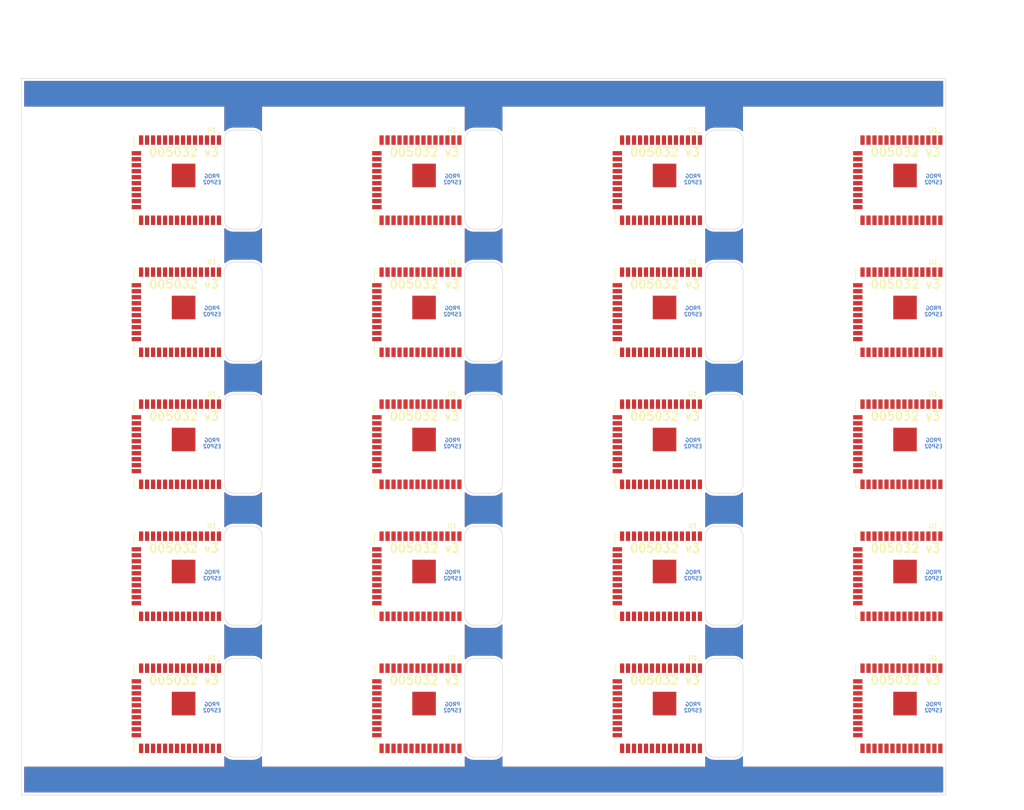
<source format=kicad_pcb>
(kicad_pcb (version 20171130) (host pcbnew 5.1.5+dfsg1-2build2)
  (layers (0 F.Cu signal) (31 B.Cu signal) (34 B.Paste user) (35 F.Paste user) (36 B.SilkS user) (37 F.SilkS user) (38 B.Mask user) (39 F.Mask user) (44 Edge.Cuts user))
  (net 0 "")
  (net 1 Board_1-+3V3)
  (net 2 Board_1-/DIP_SW1)
  (net 3 Board_1-/DIP_SW2)
  (net 4 Board_1-/EN)
  (net 5 Board_1-/ESP_TCK)
  (net 6 Board_1-/ESP_TDI)
  (net 7 Board_1-/ESP_TDO)
  (net 8 Board_1-/ESP_TMS)
  (net 9 Board_1-/GPIO0)
  (net 10 Board_1-/GPIO18)
  (net 11 Board_1-/GPIO19)
  (net 12 Board_1-/LED_G)
  (net 13 Board_1-/LED_R)
  (net 14 Board_1-/RXD0)
  (net 15 Board_1-/RXD2)
  (net 16 Board_1-/TXD0)
  (net 17 Board_1-/TXD2)
  (net 18 Board_1-/USER_BUTTON)
  (net 19 Board_1-GND)
  (net 20 "Board_1-Net-(U1-Pad17)")
  (net 21 "Board_1-Net-(U1-Pad18)")
  (net 22 "Board_1-Net-(U1-Pad19)")
  (net 23 "Board_1-Net-(U1-Pad20)")
  (net 24 "Board_1-Net-(U1-Pad21)")
  (net 25 "Board_1-Net-(U1-Pad22)")
  (net 26 "Board_1-Net-(U1-Pad29)")
  (net 27 "Board_1-Net-(U1-Pad32)")
  (net 28 "Board_1-Net-(U1-Pad33)")
  (net 29 "Board_1-Net-(U1-Pad36)")
  (net 30 "Board_1-Net-(U1-Pad37)")
  (net 31 "Board_1-Net-(U1-Pad4)")
  (net 32 "Board_1-Net-(U1-Pad5)")
  (net 33 "Board_1-Net-(U1-Pad6)")
  (net 34 "Board_1-Net-(U1-Pad7)")
  (net 35 "Board_1-Net-(U1-Pad8)")
  (net 36 "Board_1-Net-(U1-Pad9)")
  (net 37 Board_2-+3V3)
  (net 38 Board_2-/DIP_SW1)
  (net 39 Board_2-/DIP_SW2)
  (net 40 Board_2-/EN)
  (net 41 Board_2-/ESP_TCK)
  (net 42 Board_2-/ESP_TDI)
  (net 43 Board_2-/ESP_TDO)
  (net 44 Board_2-/ESP_TMS)
  (net 45 Board_2-/GPIO0)
  (net 46 Board_2-/GPIO18)
  (net 47 Board_2-/GPIO19)
  (net 48 Board_2-/LED_G)
  (net 49 Board_2-/LED_R)
  (net 50 Board_2-/RXD0)
  (net 51 Board_2-/RXD2)
  (net 52 Board_2-/TXD0)
  (net 53 Board_2-/TXD2)
  (net 54 Board_2-/USER_BUTTON)
  (net 55 Board_2-GND)
  (net 56 "Board_2-Net-(U1-Pad17)")
  (net 57 "Board_2-Net-(U1-Pad18)")
  (net 58 "Board_2-Net-(U1-Pad19)")
  (net 59 "Board_2-Net-(U1-Pad20)")
  (net 60 "Board_2-Net-(U1-Pad21)")
  (net 61 "Board_2-Net-(U1-Pad22)")
  (net 62 "Board_2-Net-(U1-Pad29)")
  (net 63 "Board_2-Net-(U1-Pad32)")
  (net 64 "Board_2-Net-(U1-Pad33)")
  (net 65 "Board_2-Net-(U1-Pad36)")
  (net 66 "Board_2-Net-(U1-Pad37)")
  (net 67 "Board_2-Net-(U1-Pad4)")
  (net 68 "Board_2-Net-(U1-Pad5)")
  (net 69 "Board_2-Net-(U1-Pad6)")
  (net 70 "Board_2-Net-(U1-Pad7)")
  (net 71 "Board_2-Net-(U1-Pad8)")
  (net 72 "Board_2-Net-(U1-Pad9)")
  (net 73 Board_3-+3V3)
  (net 74 Board_3-/DIP_SW1)
  (net 75 Board_3-/DIP_SW2)
  (net 76 Board_3-/EN)
  (net 77 Board_3-/ESP_TCK)
  (net 78 Board_3-/ESP_TDI)
  (net 79 Board_3-/ESP_TDO)
  (net 80 Board_3-/ESP_TMS)
  (net 81 Board_3-/GPIO0)
  (net 82 Board_3-/GPIO18)
  (net 83 Board_3-/GPIO19)
  (net 84 Board_3-/LED_G)
  (net 85 Board_3-/LED_R)
  (net 86 Board_3-/RXD0)
  (net 87 Board_3-/RXD2)
  (net 88 Board_3-/TXD0)
  (net 89 Board_3-/TXD2)
  (net 90 Board_3-/USER_BUTTON)
  (net 91 Board_3-GND)
  (net 92 "Board_3-Net-(U1-Pad17)")
  (net 93 "Board_3-Net-(U1-Pad18)")
  (net 94 "Board_3-Net-(U1-Pad19)")
  (net 95 "Board_3-Net-(U1-Pad20)")
  (net 96 "Board_3-Net-(U1-Pad21)")
  (net 97 "Board_3-Net-(U1-Pad22)")
  (net 98 "Board_3-Net-(U1-Pad29)")
  (net 99 "Board_3-Net-(U1-Pad32)")
  (net 100 "Board_3-Net-(U1-Pad33)")
  (net 101 "Board_3-Net-(U1-Pad36)")
  (net 102 "Board_3-Net-(U1-Pad37)")
  (net 103 "Board_3-Net-(U1-Pad4)")
  (net 104 "Board_3-Net-(U1-Pad5)")
  (net 105 "Board_3-Net-(U1-Pad6)")
  (net 106 "Board_3-Net-(U1-Pad7)")
  (net 107 "Board_3-Net-(U1-Pad8)")
  (net 108 "Board_3-Net-(U1-Pad9)")
  (net 109 Board_4-+3V3)
  (net 110 Board_4-/DIP_SW1)
  (net 111 Board_4-/DIP_SW2)
  (net 112 Board_4-/EN)
  (net 113 Board_4-/ESP_TCK)
  (net 114 Board_4-/ESP_TDI)
  (net 115 Board_4-/ESP_TDO)
  (net 116 Board_4-/ESP_TMS)
  (net 117 Board_4-/GPIO0)
  (net 118 Board_4-/GPIO18)
  (net 119 Board_4-/GPIO19)
  (net 120 Board_4-/LED_G)
  (net 121 Board_4-/LED_R)
  (net 122 Board_4-/RXD0)
  (net 123 Board_4-/RXD2)
  (net 124 Board_4-/TXD0)
  (net 125 Board_4-/TXD2)
  (net 126 Board_4-/USER_BUTTON)
  (net 127 Board_4-GND)
  (net 128 "Board_4-Net-(U1-Pad17)")
  (net 129 "Board_4-Net-(U1-Pad18)")
  (net 130 "Board_4-Net-(U1-Pad19)")
  (net 131 "Board_4-Net-(U1-Pad20)")
  (net 132 "Board_4-Net-(U1-Pad21)")
  (net 133 "Board_4-Net-(U1-Pad22)")
  (net 134 "Board_4-Net-(U1-Pad29)")
  (net 135 "Board_4-Net-(U1-Pad32)")
  (net 136 "Board_4-Net-(U1-Pad33)")
  (net 137 "Board_4-Net-(U1-Pad36)")
  (net 138 "Board_4-Net-(U1-Pad37)")
  (net 139 "Board_4-Net-(U1-Pad4)")
  (net 140 "Board_4-Net-(U1-Pad5)")
  (net 141 "Board_4-Net-(U1-Pad6)")
  (net 142 "Board_4-Net-(U1-Pad7)")
  (net 143 "Board_4-Net-(U1-Pad8)")
  (net 144 "Board_4-Net-(U1-Pad9)")
  (net 145 Board_5-+3V3)
  (net 146 Board_5-/DIP_SW1)
  (net 147 Board_5-/DIP_SW2)
  (net 148 Board_5-/EN)
  (net 149 Board_5-/ESP_TCK)
  (net 150 Board_5-/ESP_TDI)
  (net 151 Board_5-/ESP_TDO)
  (net 152 Board_5-/ESP_TMS)
  (net 153 Board_5-/GPIO0)
  (net 154 Board_5-/GPIO18)
  (net 155 Board_5-/GPIO19)
  (net 156 Board_5-/LED_G)
  (net 157 Board_5-/LED_R)
  (net 158 Board_5-/RXD0)
  (net 159 Board_5-/RXD2)
  (net 160 Board_5-/TXD0)
  (net 161 Board_5-/TXD2)
  (net 162 Board_5-/USER_BUTTON)
  (net 163 Board_5-GND)
  (net 164 "Board_5-Net-(U1-Pad17)")
  (net 165 "Board_5-Net-(U1-Pad18)")
  (net 166 "Board_5-Net-(U1-Pad19)")
  (net 167 "Board_5-Net-(U1-Pad20)")
  (net 168 "Board_5-Net-(U1-Pad21)")
  (net 169 "Board_5-Net-(U1-Pad22)")
  (net 170 "Board_5-Net-(U1-Pad29)")
  (net 171 "Board_5-Net-(U1-Pad32)")
  (net 172 "Board_5-Net-(U1-Pad33)")
  (net 173 "Board_5-Net-(U1-Pad36)")
  (net 174 "Board_5-Net-(U1-Pad37)")
  (net 175 "Board_5-Net-(U1-Pad4)")
  (net 176 "Board_5-Net-(U1-Pad5)")
  (net 177 "Board_5-Net-(U1-Pad6)")
  (net 178 "Board_5-Net-(U1-Pad7)")
  (net 179 "Board_5-Net-(U1-Pad8)")
  (net 180 "Board_5-Net-(U1-Pad9)")
  (net 181 Board_6-+3V3)
  (net 182 Board_6-/DIP_SW1)
  (net 183 Board_6-/DIP_SW2)
  (net 184 Board_6-/EN)
  (net 185 Board_6-/ESP_TCK)
  (net 186 Board_6-/ESP_TDI)
  (net 187 Board_6-/ESP_TDO)
  (net 188 Board_6-/ESP_TMS)
  (net 189 Board_6-/GPIO0)
  (net 190 Board_6-/GPIO18)
  (net 191 Board_6-/GPIO19)
  (net 192 Board_6-/LED_G)
  (net 193 Board_6-/LED_R)
  (net 194 Board_6-/RXD0)
  (net 195 Board_6-/RXD2)
  (net 196 Board_6-/TXD0)
  (net 197 Board_6-/TXD2)
  (net 198 Board_6-/USER_BUTTON)
  (net 199 Board_6-GND)
  (net 200 "Board_6-Net-(U1-Pad17)")
  (net 201 "Board_6-Net-(U1-Pad18)")
  (net 202 "Board_6-Net-(U1-Pad19)")
  (net 203 "Board_6-Net-(U1-Pad20)")
  (net 204 "Board_6-Net-(U1-Pad21)")
  (net 205 "Board_6-Net-(U1-Pad22)")
  (net 206 "Board_6-Net-(U1-Pad29)")
  (net 207 "Board_6-Net-(U1-Pad32)")
  (net 208 "Board_6-Net-(U1-Pad33)")
  (net 209 "Board_6-Net-(U1-Pad36)")
  (net 210 "Board_6-Net-(U1-Pad37)")
  (net 211 "Board_6-Net-(U1-Pad4)")
  (net 212 "Board_6-Net-(U1-Pad5)")
  (net 213 "Board_6-Net-(U1-Pad6)")
  (net 214 "Board_6-Net-(U1-Pad7)")
  (net 215 "Board_6-Net-(U1-Pad8)")
  (net 216 "Board_6-Net-(U1-Pad9)")
  (net 217 Board_7-+3V3)
  (net 218 Board_7-/DIP_SW1)
  (net 219 Board_7-/DIP_SW2)
  (net 220 Board_7-/EN)
  (net 221 Board_7-/ESP_TCK)
  (net 222 Board_7-/ESP_TDI)
  (net 223 Board_7-/ESP_TDO)
  (net 224 Board_7-/ESP_TMS)
  (net 225 Board_7-/GPIO0)
  (net 226 Board_7-/GPIO18)
  (net 227 Board_7-/GPIO19)
  (net 228 Board_7-/LED_G)
  (net 229 Board_7-/LED_R)
  (net 230 Board_7-/RXD0)
  (net 231 Board_7-/RXD2)
  (net 232 Board_7-/TXD0)
  (net 233 Board_7-/TXD2)
  (net 234 Board_7-/USER_BUTTON)
  (net 235 Board_7-GND)
  (net 236 "Board_7-Net-(U1-Pad17)")
  (net 237 "Board_7-Net-(U1-Pad18)")
  (net 238 "Board_7-Net-(U1-Pad19)")
  (net 239 "Board_7-Net-(U1-Pad20)")
  (net 240 "Board_7-Net-(U1-Pad21)")
  (net 241 "Board_7-Net-(U1-Pad22)")
  (net 242 "Board_7-Net-(U1-Pad29)")
  (net 243 "Board_7-Net-(U1-Pad32)")
  (net 244 "Board_7-Net-(U1-Pad33)")
  (net 245 "Board_7-Net-(U1-Pad36)")
  (net 246 "Board_7-Net-(U1-Pad37)")
  (net 247 "Board_7-Net-(U1-Pad4)")
  (net 248 "Board_7-Net-(U1-Pad5)")
  (net 249 "Board_7-Net-(U1-Pad6)")
  (net 250 "Board_7-Net-(U1-Pad7)")
  (net 251 "Board_7-Net-(U1-Pad8)")
  (net 252 "Board_7-Net-(U1-Pad9)")
  (net 253 Board_8-+3V3)
  (net 254 Board_8-/DIP_SW1)
  (net 255 Board_8-/DIP_SW2)
  (net 256 Board_8-/EN)
  (net 257 Board_8-/ESP_TCK)
  (net 258 Board_8-/ESP_TDI)
  (net 259 Board_8-/ESP_TDO)
  (net 260 Board_8-/ESP_TMS)
  (net 261 Board_8-/GPIO0)
  (net 262 Board_8-/GPIO18)
  (net 263 Board_8-/GPIO19)
  (net 264 Board_8-/LED_G)
  (net 265 Board_8-/LED_R)
  (net 266 Board_8-/RXD0)
  (net 267 Board_8-/RXD2)
  (net 268 Board_8-/TXD0)
  (net 269 Board_8-/TXD2)
  (net 270 Board_8-/USER_BUTTON)
  (net 271 Board_8-GND)
  (net 272 "Board_8-Net-(U1-Pad17)")
  (net 273 "Board_8-Net-(U1-Pad18)")
  (net 274 "Board_8-Net-(U1-Pad19)")
  (net 275 "Board_8-Net-(U1-Pad20)")
  (net 276 "Board_8-Net-(U1-Pad21)")
  (net 277 "Board_8-Net-(U1-Pad22)")
  (net 278 "Board_8-Net-(U1-Pad29)")
  (net 279 "Board_8-Net-(U1-Pad32)")
  (net 280 "Board_8-Net-(U1-Pad33)")
  (net 281 "Board_8-Net-(U1-Pad36)")
  (net 282 "Board_8-Net-(U1-Pad37)")
  (net 283 "Board_8-Net-(U1-Pad4)")
  (net 284 "Board_8-Net-(U1-Pad5)")
  (net 285 "Board_8-Net-(U1-Pad6)")
  (net 286 "Board_8-Net-(U1-Pad7)")
  (net 287 "Board_8-Net-(U1-Pad8)")
  (net 288 "Board_8-Net-(U1-Pad9)")
  (net 289 Board_9-+3V3)
  (net 290 Board_9-/DIP_SW1)
  (net 291 Board_9-/DIP_SW2)
  (net 292 Board_9-/EN)
  (net 293 Board_9-/ESP_TCK)
  (net 294 Board_9-/ESP_TDI)
  (net 295 Board_9-/ESP_TDO)
  (net 296 Board_9-/ESP_TMS)
  (net 297 Board_9-/GPIO0)
  (net 298 Board_9-/GPIO18)
  (net 299 Board_9-/GPIO19)
  (net 300 Board_9-/LED_G)
  (net 301 Board_9-/LED_R)
  (net 302 Board_9-/RXD0)
  (net 303 Board_9-/RXD2)
  (net 304 Board_9-/TXD0)
  (net 305 Board_9-/TXD2)
  (net 306 Board_9-/USER_BUTTON)
  (net 307 Board_9-GND)
  (net 308 "Board_9-Net-(U1-Pad17)")
  (net 309 "Board_9-Net-(U1-Pad18)")
  (net 310 "Board_9-Net-(U1-Pad19)")
  (net 311 "Board_9-Net-(U1-Pad20)")
  (net 312 "Board_9-Net-(U1-Pad21)")
  (net 313 "Board_9-Net-(U1-Pad22)")
  (net 314 "Board_9-Net-(U1-Pad29)")
  (net 315 "Board_9-Net-(U1-Pad32)")
  (net 316 "Board_9-Net-(U1-Pad33)")
  (net 317 "Board_9-Net-(U1-Pad36)")
  (net 318 "Board_9-Net-(U1-Pad37)")
  (net 319 "Board_9-Net-(U1-Pad4)")
  (net 320 "Board_9-Net-(U1-Pad5)")
  (net 321 "Board_9-Net-(U1-Pad6)")
  (net 322 "Board_9-Net-(U1-Pad7)")
  (net 323 "Board_9-Net-(U1-Pad8)")
  (net 324 "Board_9-Net-(U1-Pad9)")
  (net 325 Board_10-+3V3)
  (net 326 Board_10-/DIP_SW1)
  (net 327 Board_10-/DIP_SW2)
  (net 328 Board_10-/EN)
  (net 329 Board_10-/ESP_TCK)
  (net 330 Board_10-/ESP_TDI)
  (net 331 Board_10-/ESP_TDO)
  (net 332 Board_10-/ESP_TMS)
  (net 333 Board_10-/GPIO0)
  (net 334 Board_10-/GPIO18)
  (net 335 Board_10-/GPIO19)
  (net 336 Board_10-/LED_G)
  (net 337 Board_10-/LED_R)
  (net 338 Board_10-/RXD0)
  (net 339 Board_10-/RXD2)
  (net 340 Board_10-/TXD0)
  (net 341 Board_10-/TXD2)
  (net 342 Board_10-/USER_BUTTON)
  (net 343 Board_10-GND)
  (net 344 "Board_10-Net-(U1-Pad17)")
  (net 345 "Board_10-Net-(U1-Pad18)")
  (net 346 "Board_10-Net-(U1-Pad19)")
  (net 347 "Board_10-Net-(U1-Pad20)")
  (net 348 "Board_10-Net-(U1-Pad21)")
  (net 349 "Board_10-Net-(U1-Pad22)")
  (net 350 "Board_10-Net-(U1-Pad29)")
  (net 351 "Board_10-Net-(U1-Pad32)")
  (net 352 "Board_10-Net-(U1-Pad33)")
  (net 353 "Board_10-Net-(U1-Pad36)")
  (net 354 "Board_10-Net-(U1-Pad37)")
  (net 355 "Board_10-Net-(U1-Pad4)")
  (net 356 "Board_10-Net-(U1-Pad5)")
  (net 357 "Board_10-Net-(U1-Pad6)")
  (net 358 "Board_10-Net-(U1-Pad7)")
  (net 359 "Board_10-Net-(U1-Pad8)")
  (net 360 "Board_10-Net-(U1-Pad9)")
  (net 361 Board_11-+3V3)
  (net 362 Board_11-/DIP_SW1)
  (net 363 Board_11-/DIP_SW2)
  (net 364 Board_11-/EN)
  (net 365 Board_11-/ESP_TCK)
  (net 366 Board_11-/ESP_TDI)
  (net 367 Board_11-/ESP_TDO)
  (net 368 Board_11-/ESP_TMS)
  (net 369 Board_11-/GPIO0)
  (net 370 Board_11-/GPIO18)
  (net 371 Board_11-/GPIO19)
  (net 372 Board_11-/LED_G)
  (net 373 Board_11-/LED_R)
  (net 374 Board_11-/RXD0)
  (net 375 Board_11-/RXD2)
  (net 376 Board_11-/TXD0)
  (net 377 Board_11-/TXD2)
  (net 378 Board_11-/USER_BUTTON)
  (net 379 Board_11-GND)
  (net 380 "Board_11-Net-(U1-Pad17)")
  (net 381 "Board_11-Net-(U1-Pad18)")
  (net 382 "Board_11-Net-(U1-Pad19)")
  (net 383 "Board_11-Net-(U1-Pad20)")
  (net 384 "Board_11-Net-(U1-Pad21)")
  (net 385 "Board_11-Net-(U1-Pad22)")
  (net 386 "Board_11-Net-(U1-Pad29)")
  (net 387 "Board_11-Net-(U1-Pad32)")
  (net 388 "Board_11-Net-(U1-Pad33)")
  (net 389 "Board_11-Net-(U1-Pad36)")
  (net 390 "Board_11-Net-(U1-Pad37)")
  (net 391 "Board_11-Net-(U1-Pad4)")
  (net 392 "Board_11-Net-(U1-Pad5)")
  (net 393 "Board_11-Net-(U1-Pad6)")
  (net 394 "Board_11-Net-(U1-Pad7)")
  (net 395 "Board_11-Net-(U1-Pad8)")
  (net 396 "Board_11-Net-(U1-Pad9)")
  (net 397 Board_12-+3V3)
  (net 398 Board_12-/DIP_SW1)
  (net 399 Board_12-/DIP_SW2)
  (net 400 Board_12-/EN)
  (net 401 Board_12-/ESP_TCK)
  (net 402 Board_12-/ESP_TDI)
  (net 403 Board_12-/ESP_TDO)
  (net 404 Board_12-/ESP_TMS)
  (net 405 Board_12-/GPIO0)
  (net 406 Board_12-/GPIO18)
  (net 407 Board_12-/GPIO19)
  (net 408 Board_12-/LED_G)
  (net 409 Board_12-/LED_R)
  (net 410 Board_12-/RXD0)
  (net 411 Board_12-/RXD2)
  (net 412 Board_12-/TXD0)
  (net 413 Board_12-/TXD2)
  (net 414 Board_12-/USER_BUTTON)
  (net 415 Board_12-GND)
  (net 416 "Board_12-Net-(U1-Pad17)")
  (net 417 "Board_12-Net-(U1-Pad18)")
  (net 418 "Board_12-Net-(U1-Pad19)")
  (net 419 "Board_12-Net-(U1-Pad20)")
  (net 420 "Board_12-Net-(U1-Pad21)")
  (net 421 "Board_12-Net-(U1-Pad22)")
  (net 422 "Board_12-Net-(U1-Pad29)")
  (net 423 "Board_12-Net-(U1-Pad32)")
  (net 424 "Board_12-Net-(U1-Pad33)")
  (net 425 "Board_12-Net-(U1-Pad36)")
  (net 426 "Board_12-Net-(U1-Pad37)")
  (net 427 "Board_12-Net-(U1-Pad4)")
  (net 428 "Board_12-Net-(U1-Pad5)")
  (net 429 "Board_12-Net-(U1-Pad6)")
  (net 430 "Board_12-Net-(U1-Pad7)")
  (net 431 "Board_12-Net-(U1-Pad8)")
  (net 432 "Board_12-Net-(U1-Pad9)")
  (net 433 Board_13-+3V3)
  (net 434 Board_13-/DIP_SW1)
  (net 435 Board_13-/DIP_SW2)
  (net 436 Board_13-/EN)
  (net 437 Board_13-/ESP_TCK)
  (net 438 Board_13-/ESP_TDI)
  (net 439 Board_13-/ESP_TDO)
  (net 440 Board_13-/ESP_TMS)
  (net 441 Board_13-/GPIO0)
  (net 442 Board_13-/GPIO18)
  (net 443 Board_13-/GPIO19)
  (net 444 Board_13-/LED_G)
  (net 445 Board_13-/LED_R)
  (net 446 Board_13-/RXD0)
  (net 447 Board_13-/RXD2)
  (net 448 Board_13-/TXD0)
  (net 449 Board_13-/TXD2)
  (net 450 Board_13-/USER_BUTTON)
  (net 451 Board_13-GND)
  (net 452 "Board_13-Net-(U1-Pad17)")
  (net 453 "Board_13-Net-(U1-Pad18)")
  (net 454 "Board_13-Net-(U1-Pad19)")
  (net 455 "Board_13-Net-(U1-Pad20)")
  (net 456 "Board_13-Net-(U1-Pad21)")
  (net 457 "Board_13-Net-(U1-Pad22)")
  (net 458 "Board_13-Net-(U1-Pad29)")
  (net 459 "Board_13-Net-(U1-Pad32)")
  (net 460 "Board_13-Net-(U1-Pad33)")
  (net 461 "Board_13-Net-(U1-Pad36)")
  (net 462 "Board_13-Net-(U1-Pad37)")
  (net 463 "Board_13-Net-(U1-Pad4)")
  (net 464 "Board_13-Net-(U1-Pad5)")
  (net 465 "Board_13-Net-(U1-Pad6)")
  (net 466 "Board_13-Net-(U1-Pad7)")
  (net 467 "Board_13-Net-(U1-Pad8)")
  (net 468 "Board_13-Net-(U1-Pad9)")
  (net 469 Board_14-+3V3)
  (net 470 Board_14-/DIP_SW1)
  (net 471 Board_14-/DIP_SW2)
  (net 472 Board_14-/EN)
  (net 473 Board_14-/ESP_TCK)
  (net 474 Board_14-/ESP_TDI)
  (net 475 Board_14-/ESP_TDO)
  (net 476 Board_14-/ESP_TMS)
  (net 477 Board_14-/GPIO0)
  (net 478 Board_14-/GPIO18)
  (net 479 Board_14-/GPIO19)
  (net 480 Board_14-/LED_G)
  (net 481 Board_14-/LED_R)
  (net 482 Board_14-/RXD0)
  (net 483 Board_14-/RXD2)
  (net 484 Board_14-/TXD0)
  (net 485 Board_14-/TXD2)
  (net 486 Board_14-/USER_BUTTON)
  (net 487 Board_14-GND)
  (net 488 "Board_14-Net-(U1-Pad17)")
  (net 489 "Board_14-Net-(U1-Pad18)")
  (net 490 "Board_14-Net-(U1-Pad19)")
  (net 491 "Board_14-Net-(U1-Pad20)")
  (net 492 "Board_14-Net-(U1-Pad21)")
  (net 493 "Board_14-Net-(U1-Pad22)")
  (net 494 "Board_14-Net-(U1-Pad29)")
  (net 495 "Board_14-Net-(U1-Pad32)")
  (net 496 "Board_14-Net-(U1-Pad33)")
  (net 497 "Board_14-Net-(U1-Pad36)")
  (net 498 "Board_14-Net-(U1-Pad37)")
  (net 499 "Board_14-Net-(U1-Pad4)")
  (net 500 "Board_14-Net-(U1-Pad5)")
  (net 501 "Board_14-Net-(U1-Pad6)")
  (net 502 "Board_14-Net-(U1-Pad7)")
  (net 503 "Board_14-Net-(U1-Pad8)")
  (net 504 "Board_14-Net-(U1-Pad9)")
  (net 505 Board_15-+3V3)
  (net 506 Board_15-/DIP_SW1)
  (net 507 Board_15-/DIP_SW2)
  (net 508 Board_15-/EN)
  (net 509 Board_15-/ESP_TCK)
  (net 510 Board_15-/ESP_TDI)
  (net 511 Board_15-/ESP_TDO)
  (net 512 Board_15-/ESP_TMS)
  (net 513 Board_15-/GPIO0)
  (net 514 Board_15-/GPIO18)
  (net 515 Board_15-/GPIO19)
  (net 516 Board_15-/LED_G)
  (net 517 Board_15-/LED_R)
  (net 518 Board_15-/RXD0)
  (net 519 Board_15-/RXD2)
  (net 520 Board_15-/TXD0)
  (net 521 Board_15-/TXD2)
  (net 522 Board_15-/USER_BUTTON)
  (net 523 Board_15-GND)
  (net 524 "Board_15-Net-(U1-Pad17)")
  (net 525 "Board_15-Net-(U1-Pad18)")
  (net 526 "Board_15-Net-(U1-Pad19)")
  (net 527 "Board_15-Net-(U1-Pad20)")
  (net 528 "Board_15-Net-(U1-Pad21)")
  (net 529 "Board_15-Net-(U1-Pad22)")
  (net 530 "Board_15-Net-(U1-Pad29)")
  (net 531 "Board_15-Net-(U1-Pad32)")
  (net 532 "Board_15-Net-(U1-Pad33)")
  (net 533 "Board_15-Net-(U1-Pad36)")
  (net 534 "Board_15-Net-(U1-Pad37)")
  (net 535 "Board_15-Net-(U1-Pad4)")
  (net 536 "Board_15-Net-(U1-Pad5)")
  (net 537 "Board_15-Net-(U1-Pad6)")
  (net 538 "Board_15-Net-(U1-Pad7)")
  (net 539 "Board_15-Net-(U1-Pad8)")
  (net 540 "Board_15-Net-(U1-Pad9)")
  (net 541 Board_16-+3V3)
  (net 542 Board_16-/DIP_SW1)
  (net 543 Board_16-/DIP_SW2)
  (net 544 Board_16-/EN)
  (net 545 Board_16-/ESP_TCK)
  (net 546 Board_16-/ESP_TDI)
  (net 547 Board_16-/ESP_TDO)
  (net 548 Board_16-/ESP_TMS)
  (net 549 Board_16-/GPIO0)
  (net 550 Board_16-/GPIO18)
  (net 551 Board_16-/GPIO19)
  (net 552 Board_16-/LED_G)
  (net 553 Board_16-/LED_R)
  (net 554 Board_16-/RXD0)
  (net 555 Board_16-/RXD2)
  (net 556 Board_16-/TXD0)
  (net 557 Board_16-/TXD2)
  (net 558 Board_16-/USER_BUTTON)
  (net 559 Board_16-GND)
  (net 560 "Board_16-Net-(U1-Pad17)")
  (net 561 "Board_16-Net-(U1-Pad18)")
  (net 562 "Board_16-Net-(U1-Pad19)")
  (net 563 "Board_16-Net-(U1-Pad20)")
  (net 564 "Board_16-Net-(U1-Pad21)")
  (net 565 "Board_16-Net-(U1-Pad22)")
  (net 566 "Board_16-Net-(U1-Pad29)")
  (net 567 "Board_16-Net-(U1-Pad32)")
  (net 568 "Board_16-Net-(U1-Pad33)")
  (net 569 "Board_16-Net-(U1-Pad36)")
  (net 570 "Board_16-Net-(U1-Pad37)")
  (net 571 "Board_16-Net-(U1-Pad4)")
  (net 572 "Board_16-Net-(U1-Pad5)")
  (net 573 "Board_16-Net-(U1-Pad6)")
  (net 574 "Board_16-Net-(U1-Pad7)")
  (net 575 "Board_16-Net-(U1-Pad8)")
  (net 576 "Board_16-Net-(U1-Pad9)")
  (net 577 Board_17-+3V3)
  (net 578 Board_17-/DIP_SW1)
  (net 579 Board_17-/DIP_SW2)
  (net 580 Board_17-/EN)
  (net 581 Board_17-/ESP_TCK)
  (net 582 Board_17-/ESP_TDI)
  (net 583 Board_17-/ESP_TDO)
  (net 584 Board_17-/ESP_TMS)
  (net 585 Board_17-/GPIO0)
  (net 586 Board_17-/GPIO18)
  (net 587 Board_17-/GPIO19)
  (net 588 Board_17-/LED_G)
  (net 589 Board_17-/LED_R)
  (net 590 Board_17-/RXD0)
  (net 591 Board_17-/RXD2)
  (net 592 Board_17-/TXD0)
  (net 593 Board_17-/TXD2)
  (net 594 Board_17-/USER_BUTTON)
  (net 595 Board_17-GND)
  (net 596 "Board_17-Net-(U1-Pad17)")
  (net 597 "Board_17-Net-(U1-Pad18)")
  (net 598 "Board_17-Net-(U1-Pad19)")
  (net 599 "Board_17-Net-(U1-Pad20)")
  (net 600 "Board_17-Net-(U1-Pad21)")
  (net 601 "Board_17-Net-(U1-Pad22)")
  (net 602 "Board_17-Net-(U1-Pad29)")
  (net 603 "Board_17-Net-(U1-Pad32)")
  (net 604 "Board_17-Net-(U1-Pad33)")
  (net 605 "Board_17-Net-(U1-Pad36)")
  (net 606 "Board_17-Net-(U1-Pad37)")
  (net 607 "Board_17-Net-(U1-Pad4)")
  (net 608 "Board_17-Net-(U1-Pad5)")
  (net 609 "Board_17-Net-(U1-Pad6)")
  (net 610 "Board_17-Net-(U1-Pad7)")
  (net 611 "Board_17-Net-(U1-Pad8)")
  (net 612 "Board_17-Net-(U1-Pad9)")
  (net 613 Board_18-+3V3)
  (net 614 Board_18-/DIP_SW1)
  (net 615 Board_18-/DIP_SW2)
  (net 616 Board_18-/EN)
  (net 617 Board_18-/ESP_TCK)
  (net 618 Board_18-/ESP_TDI)
  (net 619 Board_18-/ESP_TDO)
  (net 620 Board_18-/ESP_TMS)
  (net 621 Board_18-/GPIO0)
  (net 622 Board_18-/GPIO18)
  (net 623 Board_18-/GPIO19)
  (net 624 Board_18-/LED_G)
  (net 625 Board_18-/LED_R)
  (net 626 Board_18-/RXD0)
  (net 627 Board_18-/RXD2)
  (net 628 Board_18-/TXD0)
  (net 629 Board_18-/TXD2)
  (net 630 Board_18-/USER_BUTTON)
  (net 631 Board_18-GND)
  (net 632 "Board_18-Net-(U1-Pad17)")
  (net 633 "Board_18-Net-(U1-Pad18)")
  (net 634 "Board_18-Net-(U1-Pad19)")
  (net 635 "Board_18-Net-(U1-Pad20)")
  (net 636 "Board_18-Net-(U1-Pad21)")
  (net 637 "Board_18-Net-(U1-Pad22)")
  (net 638 "Board_18-Net-(U1-Pad29)")
  (net 639 "Board_18-Net-(U1-Pad32)")
  (net 640 "Board_18-Net-(U1-Pad33)")
  (net 641 "Board_18-Net-(U1-Pad36)")
  (net 642 "Board_18-Net-(U1-Pad37)")
  (net 643 "Board_18-Net-(U1-Pad4)")
  (net 644 "Board_18-Net-(U1-Pad5)")
  (net 645 "Board_18-Net-(U1-Pad6)")
  (net 646 "Board_18-Net-(U1-Pad7)")
  (net 647 "Board_18-Net-(U1-Pad8)")
  (net 648 "Board_18-Net-(U1-Pad9)")
  (net 649 Board_19-+3V3)
  (net 650 Board_19-/DIP_SW1)
  (net 651 Board_19-/DIP_SW2)
  (net 652 Board_19-/EN)
  (net 653 Board_19-/ESP_TCK)
  (net 654 Board_19-/ESP_TDI)
  (net 655 Board_19-/ESP_TDO)
  (net 656 Board_19-/ESP_TMS)
  (net 657 Board_19-/GPIO0)
  (net 658 Board_19-/GPIO18)
  (net 659 Board_19-/GPIO19)
  (net 660 Board_19-/LED_G)
  (net 661 Board_19-/LED_R)
  (net 662 Board_19-/RXD0)
  (net 663 Board_19-/RXD2)
  (net 664 Board_19-/TXD0)
  (net 665 Board_19-/TXD2)
  (net 666 Board_19-/USER_BUTTON)
  (net 667 Board_19-GND)
  (net 668 "Board_19-Net-(U1-Pad17)")
  (net 669 "Board_19-Net-(U1-Pad18)")
  (net 670 "Board_19-Net-(U1-Pad19)")
  (net 671 "Board_19-Net-(U1-Pad20)")
  (net 672 "Board_19-Net-(U1-Pad21)")
  (net 673 "Board_19-Net-(U1-Pad22)")
  (net 674 "Board_19-Net-(U1-Pad29)")
  (net 675 "Board_19-Net-(U1-Pad32)")
  (net 676 "Board_19-Net-(U1-Pad33)")
  (net 677 "Board_19-Net-(U1-Pad36)")
  (net 678 "Board_19-Net-(U1-Pad37)")
  (net 679 "Board_19-Net-(U1-Pad4)")
  (net 680 "Board_19-Net-(U1-Pad5)")
  (net 681 "Board_19-Net-(U1-Pad6)")
  (net 682 "Board_19-Net-(U1-Pad7)")
  (net 683 "Board_19-Net-(U1-Pad8)")
  (net 684 "Board_19-Net-(U1-Pad9)")
  (net 685 Board_20-+3V3)
  (net 686 Board_20-/DIP_SW1)
  (net 687 Board_20-/DIP_SW2)
  (net 688 Board_20-/EN)
  (net 689 Board_20-/ESP_TCK)
  (net 690 Board_20-/ESP_TDI)
  (net 691 Board_20-/ESP_TDO)
  (net 692 Board_20-/ESP_TMS)
  (net 693 Board_20-/GPIO0)
  (net 694 Board_20-/GPIO18)
  (net 695 Board_20-/GPIO19)
  (net 696 Board_20-/LED_G)
  (net 697 Board_20-/LED_R)
  (net 698 Board_20-/RXD0)
  (net 699 Board_20-/RXD2)
  (net 700 Board_20-/TXD0)
  (net 701 Board_20-/TXD2)
  (net 702 Board_20-/USER_BUTTON)
  (net 703 Board_20-GND)
  (net 704 "Board_20-Net-(U1-Pad17)")
  (net 705 "Board_20-Net-(U1-Pad18)")
  (net 706 "Board_20-Net-(U1-Pad19)")
  (net 707 "Board_20-Net-(U1-Pad20)")
  (net 708 "Board_20-Net-(U1-Pad21)")
  (net 709 "Board_20-Net-(U1-Pad22)")
  (net 710 "Board_20-Net-(U1-Pad29)")
  (net 711 "Board_20-Net-(U1-Pad32)")
  (net 712 "Board_20-Net-(U1-Pad33)")
  (net 713 "Board_20-Net-(U1-Pad36)")
  (net 714 "Board_20-Net-(U1-Pad37)")
  (net 715 "Board_20-Net-(U1-Pad4)")
  (net 716 "Board_20-Net-(U1-Pad5)")
  (net 717 "Board_20-Net-(U1-Pad6)")
  (net 718 "Board_20-Net-(U1-Pad7)")
  (net 719 "Board_20-Net-(U1-Pad8)")
  (net 720 "Board_20-Net-(U1-Pad9)")
  (module tonazza:ESP32-WROOM-32E (layer F.Cu) (at 201.600001 146.600001 270)
    (fp_text reference U1 (at -10.65 -6.75) (layer F.SilkS))
    (fp_text value ESP32-WROOM-32E)
    (pad 1 smd rect (at -8.5 -8.26 270) (size 2 0.9) (layers F.Cu F.Paste F.Mask) (net 703 Board_20-GND))
    (pad 2 smd rect (at -8.5 -6.99 270) (size 2 0.9) (layers F.Cu F.Paste F.Mask) (net 685 Board_20-+3V3))
    (pad 3 smd rect (at -8.5 -5.72 270) (size 2 0.9) (layers F.Cu F.Paste F.Mask) (net 688 Board_20-/EN))
    (pad 4 smd rect (at -8.5 -4.45 270) (size 2 0.9) (layers F.Cu F.Paste F.Mask) (net 715 "Board_20-Net-(U1-Pad4)"))
    (pad 5 smd rect (at -8.5 -3.18 270) (size 2 0.9) (layers F.Cu F.Paste F.Mask) (net 716 "Board_20-Net-(U1-Pad5)"))
    (pad 6 smd rect (at -8.5 -1.91 270) (size 2 0.9) (layers F.Cu F.Paste F.Mask) (net 717 "Board_20-Net-(U1-Pad6)"))
    (pad 7 smd rect (at -8.5 -0.64 270) (size 2 0.9) (layers F.Cu F.Paste F.Mask) (net 718 "Board_20-Net-(U1-Pad7)"))
    (pad 8 smd rect (at -8.5 0.63 270) (size 2 0.9) (layers F.Cu F.Paste F.Mask) (net 719 "Board_20-Net-(U1-Pad8)"))
    (pad 9 smd rect (at -8.5 1.9 270) (size 2 0.9) (layers F.Cu F.Paste F.Mask) (net 720 "Board_20-Net-(U1-Pad9)"))
    (pad 10 smd rect (at -8.5 3.17 270) (size 2 0.9) (layers F.Cu F.Paste F.Mask) (net 686 Board_20-/DIP_SW1))
    (pad 11 smd rect (at -8.5 4.44 270) (size 2 0.9) (layers F.Cu F.Paste F.Mask) (net 687 Board_20-/DIP_SW2))
    (pad 12 smd rect (at -8.5 5.71 270) (size 2 0.9) (layers F.Cu F.Paste F.Mask) (net 702 Board_20-/USER_BUTTON))
    (pad 13 smd rect (at -8.5 6.98 270) (size 2 0.9) (layers F.Cu F.Paste F.Mask) (net 692 Board_20-/ESP_TMS))
    (pad 14 smd rect (at -8.5 8.25 270) (size 2 0.9) (layers F.Cu F.Paste F.Mask) (net 690 Board_20-/ESP_TDI))
    (pad 15 smd rect (at -5.715 9.25 270) (size 0.9 2) (layers F.Cu F.Paste F.Mask) (net 703 Board_20-GND))
    (pad 16 smd rect (at -4.445 9.25 270) (size 0.9 2) (layers F.Cu F.Paste F.Mask) (net 689 Board_20-/ESP_TCK))
    (pad 17 smd rect (at -3.175 9.25 270) (size 0.9 2) (layers F.Cu F.Paste F.Mask) (net 704 "Board_20-Net-(U1-Pad17)"))
    (pad 18 smd rect (at -1.905 9.25 270) (size 0.9 2) (layers F.Cu F.Paste F.Mask) (net 705 "Board_20-Net-(U1-Pad18)"))
    (pad 19 smd rect (at -0.635 9.25 270) (size 0.9 2) (layers F.Cu F.Paste F.Mask) (net 706 "Board_20-Net-(U1-Pad19)"))
    (pad 20 smd rect (at 0.635 9.25 270) (size 0.9 2) (layers F.Cu F.Paste F.Mask) (net 707 "Board_20-Net-(U1-Pad20)"))
    (pad 21 smd rect (at 1.905 9.25 270) (size 0.9 2) (layers F.Cu F.Paste F.Mask) (net 708 "Board_20-Net-(U1-Pad21)"))
    (pad 22 smd rect (at 3.175 9.25 270) (size 0.9 2) (layers F.Cu F.Paste F.Mask) (net 709 "Board_20-Net-(U1-Pad22)"))
    (pad 23 smd rect (at 4.445 9.25 270) (size 0.9 2) (layers F.Cu F.Paste F.Mask) (net 691 Board_20-/ESP_TDO))
    (pad 24 smd rect (at 5.715 9.25 270) (size 0.9 2) (layers F.Cu F.Paste F.Mask) (net 697 Board_20-/LED_R))
    (pad 25 smd rect (at 8.5 8.25 270) (size 2 0.9) (layers F.Cu F.Paste F.Mask) (net 693 Board_20-/GPIO0))
    (pad 26 smd rect (at 8.5 6.98 270) (size 2 0.9) (layers F.Cu F.Paste F.Mask) (net 696 Board_20-/LED_G))
    (pad 27 smd rect (at 8.5 5.71 270) (size 2 0.9) (layers F.Cu F.Paste F.Mask) (net 699 Board_20-/RXD2))
    (pad 28 smd rect (at 8.5 4.44 270) (size 2 0.9) (layers F.Cu F.Paste F.Mask) (net 701 Board_20-/TXD2))
    (pad 29 smd rect (at 8.5 3.17 270) (size 2 0.9) (layers F.Cu F.Paste F.Mask) (net 710 "Board_20-Net-(U1-Pad29)"))
    (pad 30 smd rect (at 8.5 1.9 270) (size 2 0.9) (layers F.Cu F.Paste F.Mask) (net 694 Board_20-/GPIO18))
    (pad 31 smd rect (at 8.5 0.63 270) (size 2 0.9) (layers F.Cu F.Paste F.Mask) (net 695 Board_20-/GPIO19))
    (pad 32 smd rect (at 8.5 -0.64 270) (size 2 0.9) (layers F.Cu F.Paste F.Mask) (net 711 "Board_20-Net-(U1-Pad32)"))
    (pad 33 smd rect (at 8.5 -1.91 270) (size 2 0.9) (layers F.Cu F.Paste F.Mask) (net 712 "Board_20-Net-(U1-Pad33)"))
    (pad 34 smd rect (at 8.5 -3.18 270) (size 2 0.9) (layers F.Cu F.Paste F.Mask) (net 698 Board_20-/RXD0))
    (pad 35 smd rect (at 8.5 -4.45 270) (size 2 0.9) (layers F.Cu F.Paste F.Mask) (net 700 Board_20-/TXD0))
    (pad 36 smd rect (at 8.5 -5.72 270) (size 2 0.9) (layers F.Cu F.Paste F.Mask) (net 713 "Board_20-Net-(U1-Pad36)"))
    (pad 37 smd rect (at 8.5 -6.99 270) (size 2 0.9) (layers F.Cu F.Paste F.Mask) (net 714 "Board_20-Net-(U1-Pad37)"))
    (pad 38 smd rect (at 8.5 -8.26 270) (size 2 0.9) (layers F.Cu F.Paste F.Mask) (net 703 Board_20-GND))
    (pad 39 smd rect (at -1 -0.76 270) (size 5 5) (layers F.Cu F.Paste F.Mask) (net 703 Board_20-GND))
  )
  (module tonazza:ESP32-WROOM-32E (layer F.Cu) (at 201.600001 118.600001 270)
    (fp_text reference U1 (at -10.65 -6.75) (layer F.SilkS))
    (fp_text value ESP32-WROOM-32E)
    (pad 1 smd rect (at -8.5 -8.26 270) (size 2 0.9) (layers F.Cu F.Paste F.Mask) (net 667 Board_19-GND))
    (pad 2 smd rect (at -8.5 -6.99 270) (size 2 0.9) (layers F.Cu F.Paste F.Mask) (net 649 Board_19-+3V3))
    (pad 3 smd rect (at -8.5 -5.72 270) (size 2 0.9) (layers F.Cu F.Paste F.Mask) (net 652 Board_19-/EN))
    (pad 4 smd rect (at -8.5 -4.45 270) (size 2 0.9) (layers F.Cu F.Paste F.Mask) (net 679 "Board_19-Net-(U1-Pad4)"))
    (pad 5 smd rect (at -8.5 -3.18 270) (size 2 0.9) (layers F.Cu F.Paste F.Mask) (net 680 "Board_19-Net-(U1-Pad5)"))
    (pad 6 smd rect (at -8.5 -1.91 270) (size 2 0.9) (layers F.Cu F.Paste F.Mask) (net 681 "Board_19-Net-(U1-Pad6)"))
    (pad 7 smd rect (at -8.5 -0.64 270) (size 2 0.9) (layers F.Cu F.Paste F.Mask) (net 682 "Board_19-Net-(U1-Pad7)"))
    (pad 8 smd rect (at -8.5 0.63 270) (size 2 0.9) (layers F.Cu F.Paste F.Mask) (net 683 "Board_19-Net-(U1-Pad8)"))
    (pad 9 smd rect (at -8.5 1.9 270) (size 2 0.9) (layers F.Cu F.Paste F.Mask) (net 684 "Board_19-Net-(U1-Pad9)"))
    (pad 10 smd rect (at -8.5 3.17 270) (size 2 0.9) (layers F.Cu F.Paste F.Mask) (net 650 Board_19-/DIP_SW1))
    (pad 11 smd rect (at -8.5 4.44 270) (size 2 0.9) (layers F.Cu F.Paste F.Mask) (net 651 Board_19-/DIP_SW2))
    (pad 12 smd rect (at -8.5 5.71 270) (size 2 0.9) (layers F.Cu F.Paste F.Mask) (net 666 Board_19-/USER_BUTTON))
    (pad 13 smd rect (at -8.5 6.98 270) (size 2 0.9) (layers F.Cu F.Paste F.Mask) (net 656 Board_19-/ESP_TMS))
    (pad 14 smd rect (at -8.5 8.25 270) (size 2 0.9) (layers F.Cu F.Paste F.Mask) (net 654 Board_19-/ESP_TDI))
    (pad 15 smd rect (at -5.715 9.25 270) (size 0.9 2) (layers F.Cu F.Paste F.Mask) (net 667 Board_19-GND))
    (pad 16 smd rect (at -4.445 9.25 270) (size 0.9 2) (layers F.Cu F.Paste F.Mask) (net 653 Board_19-/ESP_TCK))
    (pad 17 smd rect (at -3.175 9.25 270) (size 0.9 2) (layers F.Cu F.Paste F.Mask) (net 668 "Board_19-Net-(U1-Pad17)"))
    (pad 18 smd rect (at -1.905 9.25 270) (size 0.9 2) (layers F.Cu F.Paste F.Mask) (net 669 "Board_19-Net-(U1-Pad18)"))
    (pad 19 smd rect (at -0.635 9.25 270) (size 0.9 2) (layers F.Cu F.Paste F.Mask) (net 670 "Board_19-Net-(U1-Pad19)"))
    (pad 20 smd rect (at 0.635 9.25 270) (size 0.9 2) (layers F.Cu F.Paste F.Mask) (net 671 "Board_19-Net-(U1-Pad20)"))
    (pad 21 smd rect (at 1.905 9.25 270) (size 0.9 2) (layers F.Cu F.Paste F.Mask) (net 672 "Board_19-Net-(U1-Pad21)"))
    (pad 22 smd rect (at 3.175 9.25 270) (size 0.9 2) (layers F.Cu F.Paste F.Mask) (net 673 "Board_19-Net-(U1-Pad22)"))
    (pad 23 smd rect (at 4.445 9.25 270) (size 0.9 2) (layers F.Cu F.Paste F.Mask) (net 655 Board_19-/ESP_TDO))
    (pad 24 smd rect (at 5.715 9.25 270) (size 0.9 2) (layers F.Cu F.Paste F.Mask) (net 661 Board_19-/LED_R))
    (pad 25 smd rect (at 8.5 8.25 270) (size 2 0.9) (layers F.Cu F.Paste F.Mask) (net 657 Board_19-/GPIO0))
    (pad 26 smd rect (at 8.5 6.98 270) (size 2 0.9) (layers F.Cu F.Paste F.Mask) (net 660 Board_19-/LED_G))
    (pad 27 smd rect (at 8.5 5.71 270) (size 2 0.9) (layers F.Cu F.Paste F.Mask) (net 663 Board_19-/RXD2))
    (pad 28 smd rect (at 8.5 4.44 270) (size 2 0.9) (layers F.Cu F.Paste F.Mask) (net 665 Board_19-/TXD2))
    (pad 29 smd rect (at 8.5 3.17 270) (size 2 0.9) (layers F.Cu F.Paste F.Mask) (net 674 "Board_19-Net-(U1-Pad29)"))
    (pad 30 smd rect (at 8.5 1.9 270) (size 2 0.9) (layers F.Cu F.Paste F.Mask) (net 658 Board_19-/GPIO18))
    (pad 31 smd rect (at 8.5 0.63 270) (size 2 0.9) (layers F.Cu F.Paste F.Mask) (net 659 Board_19-/GPIO19))
    (pad 32 smd rect (at 8.5 -0.64 270) (size 2 0.9) (layers F.Cu F.Paste F.Mask) (net 675 "Board_19-Net-(U1-Pad32)"))
    (pad 33 smd rect (at 8.5 -1.91 270) (size 2 0.9) (layers F.Cu F.Paste F.Mask) (net 676 "Board_19-Net-(U1-Pad33)"))
    (pad 34 smd rect (at 8.5 -3.18 270) (size 2 0.9) (layers F.Cu F.Paste F.Mask) (net 662 Board_19-/RXD0))
    (pad 35 smd rect (at 8.5 -4.45 270) (size 2 0.9) (layers F.Cu F.Paste F.Mask) (net 664 Board_19-/TXD0))
    (pad 36 smd rect (at 8.5 -5.72 270) (size 2 0.9) (layers F.Cu F.Paste F.Mask) (net 677 "Board_19-Net-(U1-Pad36)"))
    (pad 37 smd rect (at 8.5 -6.99 270) (size 2 0.9) (layers F.Cu F.Paste F.Mask) (net 678 "Board_19-Net-(U1-Pad37)"))
    (pad 38 smd rect (at 8.5 -8.26 270) (size 2 0.9) (layers F.Cu F.Paste F.Mask) (net 667 Board_19-GND))
    (pad 39 smd rect (at -1 -0.76 270) (size 5 5) (layers F.Cu F.Paste F.Mask) (net 667 Board_19-GND))
  )
  (module tonazza:ESP32-WROOM-32E (layer F.Cu) (at 201.600001 90.600001 270)
    (fp_text reference U1 (at -10.65 -6.75) (layer F.SilkS))
    (fp_text value ESP32-WROOM-32E)
    (pad 1 smd rect (at -8.5 -8.26 270) (size 2 0.9) (layers F.Cu F.Paste F.Mask) (net 631 Board_18-GND))
    (pad 2 smd rect (at -8.5 -6.99 270) (size 2 0.9) (layers F.Cu F.Paste F.Mask) (net 613 Board_18-+3V3))
    (pad 3 smd rect (at -8.5 -5.72 270) (size 2 0.9) (layers F.Cu F.Paste F.Mask) (net 616 Board_18-/EN))
    (pad 4 smd rect (at -8.5 -4.45 270) (size 2 0.9) (layers F.Cu F.Paste F.Mask) (net 643 "Board_18-Net-(U1-Pad4)"))
    (pad 5 smd rect (at -8.5 -3.18 270) (size 2 0.9) (layers F.Cu F.Paste F.Mask) (net 644 "Board_18-Net-(U1-Pad5)"))
    (pad 6 smd rect (at -8.5 -1.91 270) (size 2 0.9) (layers F.Cu F.Paste F.Mask) (net 645 "Board_18-Net-(U1-Pad6)"))
    (pad 7 smd rect (at -8.5 -0.64 270) (size 2 0.9) (layers F.Cu F.Paste F.Mask) (net 646 "Board_18-Net-(U1-Pad7)"))
    (pad 8 smd rect (at -8.5 0.63 270) (size 2 0.9) (layers F.Cu F.Paste F.Mask) (net 647 "Board_18-Net-(U1-Pad8)"))
    (pad 9 smd rect (at -8.5 1.9 270) (size 2 0.9) (layers F.Cu F.Paste F.Mask) (net 648 "Board_18-Net-(U1-Pad9)"))
    (pad 10 smd rect (at -8.5 3.17 270) (size 2 0.9) (layers F.Cu F.Paste F.Mask) (net 614 Board_18-/DIP_SW1))
    (pad 11 smd rect (at -8.5 4.44 270) (size 2 0.9) (layers F.Cu F.Paste F.Mask) (net 615 Board_18-/DIP_SW2))
    (pad 12 smd rect (at -8.5 5.71 270) (size 2 0.9) (layers F.Cu F.Paste F.Mask) (net 630 Board_18-/USER_BUTTON))
    (pad 13 smd rect (at -8.5 6.98 270) (size 2 0.9) (layers F.Cu F.Paste F.Mask) (net 620 Board_18-/ESP_TMS))
    (pad 14 smd rect (at -8.5 8.25 270) (size 2 0.9) (layers F.Cu F.Paste F.Mask) (net 618 Board_18-/ESP_TDI))
    (pad 15 smd rect (at -5.715 9.25 270) (size 0.9 2) (layers F.Cu F.Paste F.Mask) (net 631 Board_18-GND))
    (pad 16 smd rect (at -4.445 9.25 270) (size 0.9 2) (layers F.Cu F.Paste F.Mask) (net 617 Board_18-/ESP_TCK))
    (pad 17 smd rect (at -3.175 9.25 270) (size 0.9 2) (layers F.Cu F.Paste F.Mask) (net 632 "Board_18-Net-(U1-Pad17)"))
    (pad 18 smd rect (at -1.905 9.25 270) (size 0.9 2) (layers F.Cu F.Paste F.Mask) (net 633 "Board_18-Net-(U1-Pad18)"))
    (pad 19 smd rect (at -0.635 9.25 270) (size 0.9 2) (layers F.Cu F.Paste F.Mask) (net 634 "Board_18-Net-(U1-Pad19)"))
    (pad 20 smd rect (at 0.635 9.25 270) (size 0.9 2) (layers F.Cu F.Paste F.Mask) (net 635 "Board_18-Net-(U1-Pad20)"))
    (pad 21 smd rect (at 1.905 9.25 270) (size 0.9 2) (layers F.Cu F.Paste F.Mask) (net 636 "Board_18-Net-(U1-Pad21)"))
    (pad 22 smd rect (at 3.175 9.25 270) (size 0.9 2) (layers F.Cu F.Paste F.Mask) (net 637 "Board_18-Net-(U1-Pad22)"))
    (pad 23 smd rect (at 4.445 9.25 270) (size 0.9 2) (layers F.Cu F.Paste F.Mask) (net 619 Board_18-/ESP_TDO))
    (pad 24 smd rect (at 5.715 9.25 270) (size 0.9 2) (layers F.Cu F.Paste F.Mask) (net 625 Board_18-/LED_R))
    (pad 25 smd rect (at 8.5 8.25 270) (size 2 0.9) (layers F.Cu F.Paste F.Mask) (net 621 Board_18-/GPIO0))
    (pad 26 smd rect (at 8.5 6.98 270) (size 2 0.9) (layers F.Cu F.Paste F.Mask) (net 624 Board_18-/LED_G))
    (pad 27 smd rect (at 8.5 5.71 270) (size 2 0.9) (layers F.Cu F.Paste F.Mask) (net 627 Board_18-/RXD2))
    (pad 28 smd rect (at 8.5 4.44 270) (size 2 0.9) (layers F.Cu F.Paste F.Mask) (net 629 Board_18-/TXD2))
    (pad 29 smd rect (at 8.5 3.17 270) (size 2 0.9) (layers F.Cu F.Paste F.Mask) (net 638 "Board_18-Net-(U1-Pad29)"))
    (pad 30 smd rect (at 8.5 1.9 270) (size 2 0.9) (layers F.Cu F.Paste F.Mask) (net 622 Board_18-/GPIO18))
    (pad 31 smd rect (at 8.5 0.63 270) (size 2 0.9) (layers F.Cu F.Paste F.Mask) (net 623 Board_18-/GPIO19))
    (pad 32 smd rect (at 8.5 -0.64 270) (size 2 0.9) (layers F.Cu F.Paste F.Mask) (net 639 "Board_18-Net-(U1-Pad32)"))
    (pad 33 smd rect (at 8.5 -1.91 270) (size 2 0.9) (layers F.Cu F.Paste F.Mask) (net 640 "Board_18-Net-(U1-Pad33)"))
    (pad 34 smd rect (at 8.5 -3.18 270) (size 2 0.9) (layers F.Cu F.Paste F.Mask) (net 626 Board_18-/RXD0))
    (pad 35 smd rect (at 8.5 -4.45 270) (size 2 0.9) (layers F.Cu F.Paste F.Mask) (net 628 Board_18-/TXD0))
    (pad 36 smd rect (at 8.5 -5.72 270) (size 2 0.9) (layers F.Cu F.Paste F.Mask) (net 641 "Board_18-Net-(U1-Pad36)"))
    (pad 37 smd rect (at 8.5 -6.99 270) (size 2 0.9) (layers F.Cu F.Paste F.Mask) (net 642 "Board_18-Net-(U1-Pad37)"))
    (pad 38 smd rect (at 8.5 -8.26 270) (size 2 0.9) (layers F.Cu F.Paste F.Mask) (net 631 Board_18-GND))
    (pad 39 smd rect (at -1 -0.76 270) (size 5 5) (layers F.Cu F.Paste F.Mask) (net 631 Board_18-GND))
  )
  (module tonazza:ESP32-WROOM-32E (layer F.Cu) (at 201.600001 62.600001 270)
    (fp_text reference U1 (at -10.65 -6.75) (layer F.SilkS))
    (fp_text value ESP32-WROOM-32E)
    (pad 1 smd rect (at -8.5 -8.26 270) (size 2 0.9) (layers F.Cu F.Paste F.Mask) (net 595 Board_17-GND))
    (pad 2 smd rect (at -8.5 -6.99 270) (size 2 0.9) (layers F.Cu F.Paste F.Mask) (net 577 Board_17-+3V3))
    (pad 3 smd rect (at -8.5 -5.72 270) (size 2 0.9) (layers F.Cu F.Paste F.Mask) (net 580 Board_17-/EN))
    (pad 4 smd rect (at -8.5 -4.45 270) (size 2 0.9) (layers F.Cu F.Paste F.Mask) (net 607 "Board_17-Net-(U1-Pad4)"))
    (pad 5 smd rect (at -8.5 -3.18 270) (size 2 0.9) (layers F.Cu F.Paste F.Mask) (net 608 "Board_17-Net-(U1-Pad5)"))
    (pad 6 smd rect (at -8.5 -1.91 270) (size 2 0.9) (layers F.Cu F.Paste F.Mask) (net 609 "Board_17-Net-(U1-Pad6)"))
    (pad 7 smd rect (at -8.5 -0.64 270) (size 2 0.9) (layers F.Cu F.Paste F.Mask) (net 610 "Board_17-Net-(U1-Pad7)"))
    (pad 8 smd rect (at -8.5 0.63 270) (size 2 0.9) (layers F.Cu F.Paste F.Mask) (net 611 "Board_17-Net-(U1-Pad8)"))
    (pad 9 smd rect (at -8.5 1.9 270) (size 2 0.9) (layers F.Cu F.Paste F.Mask) (net 612 "Board_17-Net-(U1-Pad9)"))
    (pad 10 smd rect (at -8.5 3.17 270) (size 2 0.9) (layers F.Cu F.Paste F.Mask) (net 578 Board_17-/DIP_SW1))
    (pad 11 smd rect (at -8.5 4.44 270) (size 2 0.9) (layers F.Cu F.Paste F.Mask) (net 579 Board_17-/DIP_SW2))
    (pad 12 smd rect (at -8.5 5.71 270) (size 2 0.9) (layers F.Cu F.Paste F.Mask) (net 594 Board_17-/USER_BUTTON))
    (pad 13 smd rect (at -8.5 6.98 270) (size 2 0.9) (layers F.Cu F.Paste F.Mask) (net 584 Board_17-/ESP_TMS))
    (pad 14 smd rect (at -8.5 8.25 270) (size 2 0.9) (layers F.Cu F.Paste F.Mask) (net 582 Board_17-/ESP_TDI))
    (pad 15 smd rect (at -5.715 9.25 270) (size 0.9 2) (layers F.Cu F.Paste F.Mask) (net 595 Board_17-GND))
    (pad 16 smd rect (at -4.445 9.25 270) (size 0.9 2) (layers F.Cu F.Paste F.Mask) (net 581 Board_17-/ESP_TCK))
    (pad 17 smd rect (at -3.175 9.25 270) (size 0.9 2) (layers F.Cu F.Paste F.Mask) (net 596 "Board_17-Net-(U1-Pad17)"))
    (pad 18 smd rect (at -1.905 9.25 270) (size 0.9 2) (layers F.Cu F.Paste F.Mask) (net 597 "Board_17-Net-(U1-Pad18)"))
    (pad 19 smd rect (at -0.635 9.25 270) (size 0.9 2) (layers F.Cu F.Paste F.Mask) (net 598 "Board_17-Net-(U1-Pad19)"))
    (pad 20 smd rect (at 0.635 9.25 270) (size 0.9 2) (layers F.Cu F.Paste F.Mask) (net 599 "Board_17-Net-(U1-Pad20)"))
    (pad 21 smd rect (at 1.905 9.25 270) (size 0.9 2) (layers F.Cu F.Paste F.Mask) (net 600 "Board_17-Net-(U1-Pad21)"))
    (pad 22 smd rect (at 3.175 9.25 270) (size 0.9 2) (layers F.Cu F.Paste F.Mask) (net 601 "Board_17-Net-(U1-Pad22)"))
    (pad 23 smd rect (at 4.445 9.25 270) (size 0.9 2) (layers F.Cu F.Paste F.Mask) (net 583 Board_17-/ESP_TDO))
    (pad 24 smd rect (at 5.715 9.25 270) (size 0.9 2) (layers F.Cu F.Paste F.Mask) (net 589 Board_17-/LED_R))
    (pad 25 smd rect (at 8.5 8.25 270) (size 2 0.9) (layers F.Cu F.Paste F.Mask) (net 585 Board_17-/GPIO0))
    (pad 26 smd rect (at 8.5 6.98 270) (size 2 0.9) (layers F.Cu F.Paste F.Mask) (net 588 Board_17-/LED_G))
    (pad 27 smd rect (at 8.5 5.71 270) (size 2 0.9) (layers F.Cu F.Paste F.Mask) (net 591 Board_17-/RXD2))
    (pad 28 smd rect (at 8.5 4.44 270) (size 2 0.9) (layers F.Cu F.Paste F.Mask) (net 593 Board_17-/TXD2))
    (pad 29 smd rect (at 8.5 3.17 270) (size 2 0.9) (layers F.Cu F.Paste F.Mask) (net 602 "Board_17-Net-(U1-Pad29)"))
    (pad 30 smd rect (at 8.5 1.9 270) (size 2 0.9) (layers F.Cu F.Paste F.Mask) (net 586 Board_17-/GPIO18))
    (pad 31 smd rect (at 8.5 0.63 270) (size 2 0.9) (layers F.Cu F.Paste F.Mask) (net 587 Board_17-/GPIO19))
    (pad 32 smd rect (at 8.5 -0.64 270) (size 2 0.9) (layers F.Cu F.Paste F.Mask) (net 603 "Board_17-Net-(U1-Pad32)"))
    (pad 33 smd rect (at 8.5 -1.91 270) (size 2 0.9) (layers F.Cu F.Paste F.Mask) (net 604 "Board_17-Net-(U1-Pad33)"))
    (pad 34 smd rect (at 8.5 -3.18 270) (size 2 0.9) (layers F.Cu F.Paste F.Mask) (net 590 Board_17-/RXD0))
    (pad 35 smd rect (at 8.5 -4.45 270) (size 2 0.9) (layers F.Cu F.Paste F.Mask) (net 592 Board_17-/TXD0))
    (pad 36 smd rect (at 8.5 -5.72 270) (size 2 0.9) (layers F.Cu F.Paste F.Mask) (net 605 "Board_17-Net-(U1-Pad36)"))
    (pad 37 smd rect (at 8.5 -6.99 270) (size 2 0.9) (layers F.Cu F.Paste F.Mask) (net 606 "Board_17-Net-(U1-Pad37)"))
    (pad 38 smd rect (at 8.5 -8.26 270) (size 2 0.9) (layers F.Cu F.Paste F.Mask) (net 595 Board_17-GND))
    (pad 39 smd rect (at -1 -0.76 270) (size 5 5) (layers F.Cu F.Paste F.Mask) (net 595 Board_17-GND))
  )
  (module tonazza:ESP32-WROOM-32E (layer F.Cu) (at 201.600001 34.600001 270)
    (fp_text reference U1 (at -10.65 -6.75) (layer F.SilkS))
    (fp_text value ESP32-WROOM-32E)
    (pad 1 smd rect (at -8.5 -8.26 270) (size 2 0.9) (layers F.Cu F.Paste F.Mask) (net 559 Board_16-GND))
    (pad 2 smd rect (at -8.5 -6.99 270) (size 2 0.9) (layers F.Cu F.Paste F.Mask) (net 541 Board_16-+3V3))
    (pad 3 smd rect (at -8.5 -5.72 270) (size 2 0.9) (layers F.Cu F.Paste F.Mask) (net 544 Board_16-/EN))
    (pad 4 smd rect (at -8.5 -4.45 270) (size 2 0.9) (layers F.Cu F.Paste F.Mask) (net 571 "Board_16-Net-(U1-Pad4)"))
    (pad 5 smd rect (at -8.5 -3.18 270) (size 2 0.9) (layers F.Cu F.Paste F.Mask) (net 572 "Board_16-Net-(U1-Pad5)"))
    (pad 6 smd rect (at -8.5 -1.91 270) (size 2 0.9) (layers F.Cu F.Paste F.Mask) (net 573 "Board_16-Net-(U1-Pad6)"))
    (pad 7 smd rect (at -8.5 -0.64 270) (size 2 0.9) (layers F.Cu F.Paste F.Mask) (net 574 "Board_16-Net-(U1-Pad7)"))
    (pad 8 smd rect (at -8.5 0.63 270) (size 2 0.9) (layers F.Cu F.Paste F.Mask) (net 575 "Board_16-Net-(U1-Pad8)"))
    (pad 9 smd rect (at -8.5 1.9 270) (size 2 0.9) (layers F.Cu F.Paste F.Mask) (net 576 "Board_16-Net-(U1-Pad9)"))
    (pad 10 smd rect (at -8.5 3.17 270) (size 2 0.9) (layers F.Cu F.Paste F.Mask) (net 542 Board_16-/DIP_SW1))
    (pad 11 smd rect (at -8.5 4.44 270) (size 2 0.9) (layers F.Cu F.Paste F.Mask) (net 543 Board_16-/DIP_SW2))
    (pad 12 smd rect (at -8.5 5.71 270) (size 2 0.9) (layers F.Cu F.Paste F.Mask) (net 558 Board_16-/USER_BUTTON))
    (pad 13 smd rect (at -8.5 6.98 270) (size 2 0.9) (layers F.Cu F.Paste F.Mask) (net 548 Board_16-/ESP_TMS))
    (pad 14 smd rect (at -8.5 8.25 270) (size 2 0.9) (layers F.Cu F.Paste F.Mask) (net 546 Board_16-/ESP_TDI))
    (pad 15 smd rect (at -5.715 9.25 270) (size 0.9 2) (layers F.Cu F.Paste F.Mask) (net 559 Board_16-GND))
    (pad 16 smd rect (at -4.445 9.25 270) (size 0.9 2) (layers F.Cu F.Paste F.Mask) (net 545 Board_16-/ESP_TCK))
    (pad 17 smd rect (at -3.175 9.25 270) (size 0.9 2) (layers F.Cu F.Paste F.Mask) (net 560 "Board_16-Net-(U1-Pad17)"))
    (pad 18 smd rect (at -1.905 9.25 270) (size 0.9 2) (layers F.Cu F.Paste F.Mask) (net 561 "Board_16-Net-(U1-Pad18)"))
    (pad 19 smd rect (at -0.635 9.25 270) (size 0.9 2) (layers F.Cu F.Paste F.Mask) (net 562 "Board_16-Net-(U1-Pad19)"))
    (pad 20 smd rect (at 0.635 9.25 270) (size 0.9 2) (layers F.Cu F.Paste F.Mask) (net 563 "Board_16-Net-(U1-Pad20)"))
    (pad 21 smd rect (at 1.905 9.25 270) (size 0.9 2) (layers F.Cu F.Paste F.Mask) (net 564 "Board_16-Net-(U1-Pad21)"))
    (pad 22 smd rect (at 3.175 9.25 270) (size 0.9 2) (layers F.Cu F.Paste F.Mask) (net 565 "Board_16-Net-(U1-Pad22)"))
    (pad 23 smd rect (at 4.445 9.25 270) (size 0.9 2) (layers F.Cu F.Paste F.Mask) (net 547 Board_16-/ESP_TDO))
    (pad 24 smd rect (at 5.715 9.25 270) (size 0.9 2) (layers F.Cu F.Paste F.Mask) (net 553 Board_16-/LED_R))
    (pad 25 smd rect (at 8.5 8.25 270) (size 2 0.9) (layers F.Cu F.Paste F.Mask) (net 549 Board_16-/GPIO0))
    (pad 26 smd rect (at 8.5 6.98 270) (size 2 0.9) (layers F.Cu F.Paste F.Mask) (net 552 Board_16-/LED_G))
    (pad 27 smd rect (at 8.5 5.71 270) (size 2 0.9) (layers F.Cu F.Paste F.Mask) (net 555 Board_16-/RXD2))
    (pad 28 smd rect (at 8.5 4.44 270) (size 2 0.9) (layers F.Cu F.Paste F.Mask) (net 557 Board_16-/TXD2))
    (pad 29 smd rect (at 8.5 3.17 270) (size 2 0.9) (layers F.Cu F.Paste F.Mask) (net 566 "Board_16-Net-(U1-Pad29)"))
    (pad 30 smd rect (at 8.5 1.9 270) (size 2 0.9) (layers F.Cu F.Paste F.Mask) (net 550 Board_16-/GPIO18))
    (pad 31 smd rect (at 8.5 0.63 270) (size 2 0.9) (layers F.Cu F.Paste F.Mask) (net 551 Board_16-/GPIO19))
    (pad 32 smd rect (at 8.5 -0.64 270) (size 2 0.9) (layers F.Cu F.Paste F.Mask) (net 567 "Board_16-Net-(U1-Pad32)"))
    (pad 33 smd rect (at 8.5 -1.91 270) (size 2 0.9) (layers F.Cu F.Paste F.Mask) (net 568 "Board_16-Net-(U1-Pad33)"))
    (pad 34 smd rect (at 8.5 -3.18 270) (size 2 0.9) (layers F.Cu F.Paste F.Mask) (net 554 Board_16-/RXD0))
    (pad 35 smd rect (at 8.5 -4.45 270) (size 2 0.9) (layers F.Cu F.Paste F.Mask) (net 556 Board_16-/TXD0))
    (pad 36 smd rect (at 8.5 -5.72 270) (size 2 0.9) (layers F.Cu F.Paste F.Mask) (net 569 "Board_16-Net-(U1-Pad36)"))
    (pad 37 smd rect (at 8.5 -6.99 270) (size 2 0.9) (layers F.Cu F.Paste F.Mask) (net 570 "Board_16-Net-(U1-Pad37)"))
    (pad 38 smd rect (at 8.5 -8.26 270) (size 2 0.9) (layers F.Cu F.Paste F.Mask) (net 559 Board_16-GND))
    (pad 39 smd rect (at -1 -0.76 270) (size 5 5) (layers F.Cu F.Paste F.Mask) (net 559 Board_16-GND))
  )
  (module tonazza:ESP32-WROOM-32E (layer F.Cu) (at 150.600001 146.600001 270)
    (fp_text reference U1 (at -10.65 -6.75) (layer F.SilkS))
    (fp_text value ESP32-WROOM-32E)
    (pad 1 smd rect (at -8.5 -8.26 270) (size 2 0.9) (layers F.Cu F.Paste F.Mask) (net 523 Board_15-GND))
    (pad 2 smd rect (at -8.5 -6.99 270) (size 2 0.9) (layers F.Cu F.Paste F.Mask) (net 505 Board_15-+3V3))
    (pad 3 smd rect (at -8.5 -5.72 270) (size 2 0.9) (layers F.Cu F.Paste F.Mask) (net 508 Board_15-/EN))
    (pad 4 smd rect (at -8.5 -4.45 270) (size 2 0.9) (layers F.Cu F.Paste F.Mask) (net 535 "Board_15-Net-(U1-Pad4)"))
    (pad 5 smd rect (at -8.5 -3.18 270) (size 2 0.9) (layers F.Cu F.Paste F.Mask) (net 536 "Board_15-Net-(U1-Pad5)"))
    (pad 6 smd rect (at -8.5 -1.91 270) (size 2 0.9) (layers F.Cu F.Paste F.Mask) (net 537 "Board_15-Net-(U1-Pad6)"))
    (pad 7 smd rect (at -8.5 -0.64 270) (size 2 0.9) (layers F.Cu F.Paste F.Mask) (net 538 "Board_15-Net-(U1-Pad7)"))
    (pad 8 smd rect (at -8.5 0.63 270) (size 2 0.9) (layers F.Cu F.Paste F.Mask) (net 539 "Board_15-Net-(U1-Pad8)"))
    (pad 9 smd rect (at -8.5 1.9 270) (size 2 0.9) (layers F.Cu F.Paste F.Mask) (net 540 "Board_15-Net-(U1-Pad9)"))
    (pad 10 smd rect (at -8.5 3.17 270) (size 2 0.9) (layers F.Cu F.Paste F.Mask) (net 506 Board_15-/DIP_SW1))
    (pad 11 smd rect (at -8.5 4.44 270) (size 2 0.9) (layers F.Cu F.Paste F.Mask) (net 507 Board_15-/DIP_SW2))
    (pad 12 smd rect (at -8.5 5.71 270) (size 2 0.9) (layers F.Cu F.Paste F.Mask) (net 522 Board_15-/USER_BUTTON))
    (pad 13 smd rect (at -8.5 6.98 270) (size 2 0.9) (layers F.Cu F.Paste F.Mask) (net 512 Board_15-/ESP_TMS))
    (pad 14 smd rect (at -8.5 8.25 270) (size 2 0.9) (layers F.Cu F.Paste F.Mask) (net 510 Board_15-/ESP_TDI))
    (pad 15 smd rect (at -5.715 9.25 270) (size 0.9 2) (layers F.Cu F.Paste F.Mask) (net 523 Board_15-GND))
    (pad 16 smd rect (at -4.445 9.25 270) (size 0.9 2) (layers F.Cu F.Paste F.Mask) (net 509 Board_15-/ESP_TCK))
    (pad 17 smd rect (at -3.175 9.25 270) (size 0.9 2) (layers F.Cu F.Paste F.Mask) (net 524 "Board_15-Net-(U1-Pad17)"))
    (pad 18 smd rect (at -1.905 9.25 270) (size 0.9 2) (layers F.Cu F.Paste F.Mask) (net 525 "Board_15-Net-(U1-Pad18)"))
    (pad 19 smd rect (at -0.635 9.25 270) (size 0.9 2) (layers F.Cu F.Paste F.Mask) (net 526 "Board_15-Net-(U1-Pad19)"))
    (pad 20 smd rect (at 0.635 9.25 270) (size 0.9 2) (layers F.Cu F.Paste F.Mask) (net 527 "Board_15-Net-(U1-Pad20)"))
    (pad 21 smd rect (at 1.905 9.25 270) (size 0.9 2) (layers F.Cu F.Paste F.Mask) (net 528 "Board_15-Net-(U1-Pad21)"))
    (pad 22 smd rect (at 3.175 9.25 270) (size 0.9 2) (layers F.Cu F.Paste F.Mask) (net 529 "Board_15-Net-(U1-Pad22)"))
    (pad 23 smd rect (at 4.445 9.25 270) (size 0.9 2) (layers F.Cu F.Paste F.Mask) (net 511 Board_15-/ESP_TDO))
    (pad 24 smd rect (at 5.715 9.25 270) (size 0.9 2) (layers F.Cu F.Paste F.Mask) (net 517 Board_15-/LED_R))
    (pad 25 smd rect (at 8.5 8.25 270) (size 2 0.9) (layers F.Cu F.Paste F.Mask) (net 513 Board_15-/GPIO0))
    (pad 26 smd rect (at 8.5 6.98 270) (size 2 0.9) (layers F.Cu F.Paste F.Mask) (net 516 Board_15-/LED_G))
    (pad 27 smd rect (at 8.5 5.71 270) (size 2 0.9) (layers F.Cu F.Paste F.Mask) (net 519 Board_15-/RXD2))
    (pad 28 smd rect (at 8.5 4.44 270) (size 2 0.9) (layers F.Cu F.Paste F.Mask) (net 521 Board_15-/TXD2))
    (pad 29 smd rect (at 8.5 3.17 270) (size 2 0.9) (layers F.Cu F.Paste F.Mask) (net 530 "Board_15-Net-(U1-Pad29)"))
    (pad 30 smd rect (at 8.5 1.9 270) (size 2 0.9) (layers F.Cu F.Paste F.Mask) (net 514 Board_15-/GPIO18))
    (pad 31 smd rect (at 8.5 0.63 270) (size 2 0.9) (layers F.Cu F.Paste F.Mask) (net 515 Board_15-/GPIO19))
    (pad 32 smd rect (at 8.5 -0.64 270) (size 2 0.9) (layers F.Cu F.Paste F.Mask) (net 531 "Board_15-Net-(U1-Pad32)"))
    (pad 33 smd rect (at 8.5 -1.91 270) (size 2 0.9) (layers F.Cu F.Paste F.Mask) (net 532 "Board_15-Net-(U1-Pad33)"))
    (pad 34 smd rect (at 8.5 -3.18 270) (size 2 0.9) (layers F.Cu F.Paste F.Mask) (net 518 Board_15-/RXD0))
    (pad 35 smd rect (at 8.5 -4.45 270) (size 2 0.9) (layers F.Cu F.Paste F.Mask) (net 520 Board_15-/TXD0))
    (pad 36 smd rect (at 8.5 -5.72 270) (size 2 0.9) (layers F.Cu F.Paste F.Mask) (net 533 "Board_15-Net-(U1-Pad36)"))
    (pad 37 smd rect (at 8.5 -6.99 270) (size 2 0.9) (layers F.Cu F.Paste F.Mask) (net 534 "Board_15-Net-(U1-Pad37)"))
    (pad 38 smd rect (at 8.5 -8.26 270) (size 2 0.9) (layers F.Cu F.Paste F.Mask) (net 523 Board_15-GND))
    (pad 39 smd rect (at -1 -0.76 270) (size 5 5) (layers F.Cu F.Paste F.Mask) (net 523 Board_15-GND))
  )
  (module tonazza:ESP32-WROOM-32E (layer F.Cu) (at 150.600001 118.600001 270)
    (fp_text reference U1 (at -10.65 -6.75) (layer F.SilkS))
    (fp_text value ESP32-WROOM-32E)
    (pad 1 smd rect (at -8.5 -8.26 270) (size 2 0.9) (layers F.Cu F.Paste F.Mask) (net 487 Board_14-GND))
    (pad 2 smd rect (at -8.5 -6.99 270) (size 2 0.9) (layers F.Cu F.Paste F.Mask) (net 469 Board_14-+3V3))
    (pad 3 smd rect (at -8.5 -5.72 270) (size 2 0.9) (layers F.Cu F.Paste F.Mask) (net 472 Board_14-/EN))
    (pad 4 smd rect (at -8.5 -4.45 270) (size 2 0.9) (layers F.Cu F.Paste F.Mask) (net 499 "Board_14-Net-(U1-Pad4)"))
    (pad 5 smd rect (at -8.5 -3.18 270) (size 2 0.9) (layers F.Cu F.Paste F.Mask) (net 500 "Board_14-Net-(U1-Pad5)"))
    (pad 6 smd rect (at -8.5 -1.91 270) (size 2 0.9) (layers F.Cu F.Paste F.Mask) (net 501 "Board_14-Net-(U1-Pad6)"))
    (pad 7 smd rect (at -8.5 -0.64 270) (size 2 0.9) (layers F.Cu F.Paste F.Mask) (net 502 "Board_14-Net-(U1-Pad7)"))
    (pad 8 smd rect (at -8.5 0.63 270) (size 2 0.9) (layers F.Cu F.Paste F.Mask) (net 503 "Board_14-Net-(U1-Pad8)"))
    (pad 9 smd rect (at -8.5 1.9 270) (size 2 0.9) (layers F.Cu F.Paste F.Mask) (net 504 "Board_14-Net-(U1-Pad9)"))
    (pad 10 smd rect (at -8.5 3.17 270) (size 2 0.9) (layers F.Cu F.Paste F.Mask) (net 470 Board_14-/DIP_SW1))
    (pad 11 smd rect (at -8.5 4.44 270) (size 2 0.9) (layers F.Cu F.Paste F.Mask) (net 471 Board_14-/DIP_SW2))
    (pad 12 smd rect (at -8.5 5.71 270) (size 2 0.9) (layers F.Cu F.Paste F.Mask) (net 486 Board_14-/USER_BUTTON))
    (pad 13 smd rect (at -8.5 6.98 270) (size 2 0.9) (layers F.Cu F.Paste F.Mask) (net 476 Board_14-/ESP_TMS))
    (pad 14 smd rect (at -8.5 8.25 270) (size 2 0.9) (layers F.Cu F.Paste F.Mask) (net 474 Board_14-/ESP_TDI))
    (pad 15 smd rect (at -5.715 9.25 270) (size 0.9 2) (layers F.Cu F.Paste F.Mask) (net 487 Board_14-GND))
    (pad 16 smd rect (at -4.445 9.25 270) (size 0.9 2) (layers F.Cu F.Paste F.Mask) (net 473 Board_14-/ESP_TCK))
    (pad 17 smd rect (at -3.175 9.25 270) (size 0.9 2) (layers F.Cu F.Paste F.Mask) (net 488 "Board_14-Net-(U1-Pad17)"))
    (pad 18 smd rect (at -1.905 9.25 270) (size 0.9 2) (layers F.Cu F.Paste F.Mask) (net 489 "Board_14-Net-(U1-Pad18)"))
    (pad 19 smd rect (at -0.635 9.25 270) (size 0.9 2) (layers F.Cu F.Paste F.Mask) (net 490 "Board_14-Net-(U1-Pad19)"))
    (pad 20 smd rect (at 0.635 9.25 270) (size 0.9 2) (layers F.Cu F.Paste F.Mask) (net 491 "Board_14-Net-(U1-Pad20)"))
    (pad 21 smd rect (at 1.905 9.25 270) (size 0.9 2) (layers F.Cu F.Paste F.Mask) (net 492 "Board_14-Net-(U1-Pad21)"))
    (pad 22 smd rect (at 3.175 9.25 270) (size 0.9 2) (layers F.Cu F.Paste F.Mask) (net 493 "Board_14-Net-(U1-Pad22)"))
    (pad 23 smd rect (at 4.445 9.25 270) (size 0.9 2) (layers F.Cu F.Paste F.Mask) (net 475 Board_14-/ESP_TDO))
    (pad 24 smd rect (at 5.715 9.25 270) (size 0.9 2) (layers F.Cu F.Paste F.Mask) (net 481 Board_14-/LED_R))
    (pad 25 smd rect (at 8.5 8.25 270) (size 2 0.9) (layers F.Cu F.Paste F.Mask) (net 477 Board_14-/GPIO0))
    (pad 26 smd rect (at 8.5 6.98 270) (size 2 0.9) (layers F.Cu F.Paste F.Mask) (net 480 Board_14-/LED_G))
    (pad 27 smd rect (at 8.5 5.71 270) (size 2 0.9) (layers F.Cu F.Paste F.Mask) (net 483 Board_14-/RXD2))
    (pad 28 smd rect (at 8.5 4.44 270) (size 2 0.9) (layers F.Cu F.Paste F.Mask) (net 485 Board_14-/TXD2))
    (pad 29 smd rect (at 8.5 3.17 270) (size 2 0.9) (layers F.Cu F.Paste F.Mask) (net 494 "Board_14-Net-(U1-Pad29)"))
    (pad 30 smd rect (at 8.5 1.9 270) (size 2 0.9) (layers F.Cu F.Paste F.Mask) (net 478 Board_14-/GPIO18))
    (pad 31 smd rect (at 8.5 0.63 270) (size 2 0.9) (layers F.Cu F.Paste F.Mask) (net 479 Board_14-/GPIO19))
    (pad 32 smd rect (at 8.5 -0.64 270) (size 2 0.9) (layers F.Cu F.Paste F.Mask) (net 495 "Board_14-Net-(U1-Pad32)"))
    (pad 33 smd rect (at 8.5 -1.91 270) (size 2 0.9) (layers F.Cu F.Paste F.Mask) (net 496 "Board_14-Net-(U1-Pad33)"))
    (pad 34 smd rect (at 8.5 -3.18 270) (size 2 0.9) (layers F.Cu F.Paste F.Mask) (net 482 Board_14-/RXD0))
    (pad 35 smd rect (at 8.5 -4.45 270) (size 2 0.9) (layers F.Cu F.Paste F.Mask) (net 484 Board_14-/TXD0))
    (pad 36 smd rect (at 8.5 -5.72 270) (size 2 0.9) (layers F.Cu F.Paste F.Mask) (net 497 "Board_14-Net-(U1-Pad36)"))
    (pad 37 smd rect (at 8.5 -6.99 270) (size 2 0.9) (layers F.Cu F.Paste F.Mask) (net 498 "Board_14-Net-(U1-Pad37)"))
    (pad 38 smd rect (at 8.5 -8.26 270) (size 2 0.9) (layers F.Cu F.Paste F.Mask) (net 487 Board_14-GND))
    (pad 39 smd rect (at -1 -0.76 270) (size 5 5) (layers F.Cu F.Paste F.Mask) (net 487 Board_14-GND))
  )
  (module tonazza:ESP32-WROOM-32E (layer F.Cu) (at 150.600001 90.600001 270)
    (fp_text reference U1 (at -10.65 -6.75) (layer F.SilkS))
    (fp_text value ESP32-WROOM-32E)
    (pad 1 smd rect (at -8.5 -8.26 270) (size 2 0.9) (layers F.Cu F.Paste F.Mask) (net 451 Board_13-GND))
    (pad 2 smd rect (at -8.5 -6.99 270) (size 2 0.9) (layers F.Cu F.Paste F.Mask) (net 433 Board_13-+3V3))
    (pad 3 smd rect (at -8.5 -5.72 270) (size 2 0.9) (layers F.Cu F.Paste F.Mask) (net 436 Board_13-/EN))
    (pad 4 smd rect (at -8.5 -4.45 270) (size 2 0.9) (layers F.Cu F.Paste F.Mask) (net 463 "Board_13-Net-(U1-Pad4)"))
    (pad 5 smd rect (at -8.5 -3.18 270) (size 2 0.9) (layers F.Cu F.Paste F.Mask) (net 464 "Board_13-Net-(U1-Pad5)"))
    (pad 6 smd rect (at -8.5 -1.91 270) (size 2 0.9) (layers F.Cu F.Paste F.Mask) (net 465 "Board_13-Net-(U1-Pad6)"))
    (pad 7 smd rect (at -8.5 -0.64 270) (size 2 0.9) (layers F.Cu F.Paste F.Mask) (net 466 "Board_13-Net-(U1-Pad7)"))
    (pad 8 smd rect (at -8.5 0.63 270) (size 2 0.9) (layers F.Cu F.Paste F.Mask) (net 467 "Board_13-Net-(U1-Pad8)"))
    (pad 9 smd rect (at -8.5 1.9 270) (size 2 0.9) (layers F.Cu F.Paste F.Mask) (net 468 "Board_13-Net-(U1-Pad9)"))
    (pad 10 smd rect (at -8.5 3.17 270) (size 2 0.9) (layers F.Cu F.Paste F.Mask) (net 434 Board_13-/DIP_SW1))
    (pad 11 smd rect (at -8.5 4.44 270) (size 2 0.9) (layers F.Cu F.Paste F.Mask) (net 435 Board_13-/DIP_SW2))
    (pad 12 smd rect (at -8.5 5.71 270) (size 2 0.9) (layers F.Cu F.Paste F.Mask) (net 450 Board_13-/USER_BUTTON))
    (pad 13 smd rect (at -8.5 6.98 270) (size 2 0.9) (layers F.Cu F.Paste F.Mask) (net 440 Board_13-/ESP_TMS))
    (pad 14 smd rect (at -8.5 8.25 270) (size 2 0.9) (layers F.Cu F.Paste F.Mask) (net 438 Board_13-/ESP_TDI))
    (pad 15 smd rect (at -5.715 9.25 270) (size 0.9 2) (layers F.Cu F.Paste F.Mask) (net 451 Board_13-GND))
    (pad 16 smd rect (at -4.445 9.25 270) (size 0.9 2) (layers F.Cu F.Paste F.Mask) (net 437 Board_13-/ESP_TCK))
    (pad 17 smd rect (at -3.175 9.25 270) (size 0.9 2) (layers F.Cu F.Paste F.Mask) (net 452 "Board_13-Net-(U1-Pad17)"))
    (pad 18 smd rect (at -1.905 9.25 270) (size 0.9 2) (layers F.Cu F.Paste F.Mask) (net 453 "Board_13-Net-(U1-Pad18)"))
    (pad 19 smd rect (at -0.635 9.25 270) (size 0.9 2) (layers F.Cu F.Paste F.Mask) (net 454 "Board_13-Net-(U1-Pad19)"))
    (pad 20 smd rect (at 0.635 9.25 270) (size 0.9 2) (layers F.Cu F.Paste F.Mask) (net 455 "Board_13-Net-(U1-Pad20)"))
    (pad 21 smd rect (at 1.905 9.25 270) (size 0.9 2) (layers F.Cu F.Paste F.Mask) (net 456 "Board_13-Net-(U1-Pad21)"))
    (pad 22 smd rect (at 3.175 9.25 270) (size 0.9 2) (layers F.Cu F.Paste F.Mask) (net 457 "Board_13-Net-(U1-Pad22)"))
    (pad 23 smd rect (at 4.445 9.25 270) (size 0.9 2) (layers F.Cu F.Paste F.Mask) (net 439 Board_13-/ESP_TDO))
    (pad 24 smd rect (at 5.715 9.25 270) (size 0.9 2) (layers F.Cu F.Paste F.Mask) (net 445 Board_13-/LED_R))
    (pad 25 smd rect (at 8.5 8.25 270) (size 2 0.9) (layers F.Cu F.Paste F.Mask) (net 441 Board_13-/GPIO0))
    (pad 26 smd rect (at 8.5 6.98 270) (size 2 0.9) (layers F.Cu F.Paste F.Mask) (net 444 Board_13-/LED_G))
    (pad 27 smd rect (at 8.5 5.71 270) (size 2 0.9) (layers F.Cu F.Paste F.Mask) (net 447 Board_13-/RXD2))
    (pad 28 smd rect (at 8.5 4.44 270) (size 2 0.9) (layers F.Cu F.Paste F.Mask) (net 449 Board_13-/TXD2))
    (pad 29 smd rect (at 8.5 3.17 270) (size 2 0.9) (layers F.Cu F.Paste F.Mask) (net 458 "Board_13-Net-(U1-Pad29)"))
    (pad 30 smd rect (at 8.5 1.9 270) (size 2 0.9) (layers F.Cu F.Paste F.Mask) (net 442 Board_13-/GPIO18))
    (pad 31 smd rect (at 8.5 0.63 270) (size 2 0.9) (layers F.Cu F.Paste F.Mask) (net 443 Board_13-/GPIO19))
    (pad 32 smd rect (at 8.5 -0.64 270) (size 2 0.9) (layers F.Cu F.Paste F.Mask) (net 459 "Board_13-Net-(U1-Pad32)"))
    (pad 33 smd rect (at 8.5 -1.91 270) (size 2 0.9) (layers F.Cu F.Paste F.Mask) (net 460 "Board_13-Net-(U1-Pad33)"))
    (pad 34 smd rect (at 8.5 -3.18 270) (size 2 0.9) (layers F.Cu F.Paste F.Mask) (net 446 Board_13-/RXD0))
    (pad 35 smd rect (at 8.5 -4.45 270) (size 2 0.9) (layers F.Cu F.Paste F.Mask) (net 448 Board_13-/TXD0))
    (pad 36 smd rect (at 8.5 -5.72 270) (size 2 0.9) (layers F.Cu F.Paste F.Mask) (net 461 "Board_13-Net-(U1-Pad36)"))
    (pad 37 smd rect (at 8.5 -6.99 270) (size 2 0.9) (layers F.Cu F.Paste F.Mask) (net 462 "Board_13-Net-(U1-Pad37)"))
    (pad 38 smd rect (at 8.5 -8.26 270) (size 2 0.9) (layers F.Cu F.Paste F.Mask) (net 451 Board_13-GND))
    (pad 39 smd rect (at -1 -0.76 270) (size 5 5) (layers F.Cu F.Paste F.Mask) (net 451 Board_13-GND))
  )
  (module tonazza:ESP32-WROOM-32E (layer F.Cu) (at 150.600001 62.600001 270)
    (fp_text reference U1 (at -10.65 -6.75) (layer F.SilkS))
    (fp_text value ESP32-WROOM-32E)
    (pad 1 smd rect (at -8.5 -8.26 270) (size 2 0.9) (layers F.Cu F.Paste F.Mask) (net 415 Board_12-GND))
    (pad 2 smd rect (at -8.5 -6.99 270) (size 2 0.9) (layers F.Cu F.Paste F.Mask) (net 397 Board_12-+3V3))
    (pad 3 smd rect (at -8.5 -5.72 270) (size 2 0.9) (layers F.Cu F.Paste F.Mask) (net 400 Board_12-/EN))
    (pad 4 smd rect (at -8.5 -4.45 270) (size 2 0.9) (layers F.Cu F.Paste F.Mask) (net 427 "Board_12-Net-(U1-Pad4)"))
    (pad 5 smd rect (at -8.5 -3.18 270) (size 2 0.9) (layers F.Cu F.Paste F.Mask) (net 428 "Board_12-Net-(U1-Pad5)"))
    (pad 6 smd rect (at -8.5 -1.91 270) (size 2 0.9) (layers F.Cu F.Paste F.Mask) (net 429 "Board_12-Net-(U1-Pad6)"))
    (pad 7 smd rect (at -8.5 -0.64 270) (size 2 0.9) (layers F.Cu F.Paste F.Mask) (net 430 "Board_12-Net-(U1-Pad7)"))
    (pad 8 smd rect (at -8.5 0.63 270) (size 2 0.9) (layers F.Cu F.Paste F.Mask) (net 431 "Board_12-Net-(U1-Pad8)"))
    (pad 9 smd rect (at -8.5 1.9 270) (size 2 0.9) (layers F.Cu F.Paste F.Mask) (net 432 "Board_12-Net-(U1-Pad9)"))
    (pad 10 smd rect (at -8.5 3.17 270) (size 2 0.9) (layers F.Cu F.Paste F.Mask) (net 398 Board_12-/DIP_SW1))
    (pad 11 smd rect (at -8.5 4.44 270) (size 2 0.9) (layers F.Cu F.Paste F.Mask) (net 399 Board_12-/DIP_SW2))
    (pad 12 smd rect (at -8.5 5.71 270) (size 2 0.9) (layers F.Cu F.Paste F.Mask) (net 414 Board_12-/USER_BUTTON))
    (pad 13 smd rect (at -8.5 6.98 270) (size 2 0.9) (layers F.Cu F.Paste F.Mask) (net 404 Board_12-/ESP_TMS))
    (pad 14 smd rect (at -8.5 8.25 270) (size 2 0.9) (layers F.Cu F.Paste F.Mask) (net 402 Board_12-/ESP_TDI))
    (pad 15 smd rect (at -5.715 9.25 270) (size 0.9 2) (layers F.Cu F.Paste F.Mask) (net 415 Board_12-GND))
    (pad 16 smd rect (at -4.445 9.25 270) (size 0.9 2) (layers F.Cu F.Paste F.Mask) (net 401 Board_12-/ESP_TCK))
    (pad 17 smd rect (at -3.175 9.25 270) (size 0.9 2) (layers F.Cu F.Paste F.Mask) (net 416 "Board_12-Net-(U1-Pad17)"))
    (pad 18 smd rect (at -1.905 9.25 270) (size 0.9 2) (layers F.Cu F.Paste F.Mask) (net 417 "Board_12-Net-(U1-Pad18)"))
    (pad 19 smd rect (at -0.635 9.25 270) (size 0.9 2) (layers F.Cu F.Paste F.Mask) (net 418 "Board_12-Net-(U1-Pad19)"))
    (pad 20 smd rect (at 0.635 9.25 270) (size 0.9 2) (layers F.Cu F.Paste F.Mask) (net 419 "Board_12-Net-(U1-Pad20)"))
    (pad 21 smd rect (at 1.905 9.25 270) (size 0.9 2) (layers F.Cu F.Paste F.Mask) (net 420 "Board_12-Net-(U1-Pad21)"))
    (pad 22 smd rect (at 3.175 9.25 270) (size 0.9 2) (layers F.Cu F.Paste F.Mask) (net 421 "Board_12-Net-(U1-Pad22)"))
    (pad 23 smd rect (at 4.445 9.25 270) (size 0.9 2) (layers F.Cu F.Paste F.Mask) (net 403 Board_12-/ESP_TDO))
    (pad 24 smd rect (at 5.715 9.25 270) (size 0.9 2) (layers F.Cu F.Paste F.Mask) (net 409 Board_12-/LED_R))
    (pad 25 smd rect (at 8.5 8.25 270) (size 2 0.9) (layers F.Cu F.Paste F.Mask) (net 405 Board_12-/GPIO0))
    (pad 26 smd rect (at 8.5 6.98 270) (size 2 0.9) (layers F.Cu F.Paste F.Mask) (net 408 Board_12-/LED_G))
    (pad 27 smd rect (at 8.5 5.71 270) (size 2 0.9) (layers F.Cu F.Paste F.Mask) (net 411 Board_12-/RXD2))
    (pad 28 smd rect (at 8.5 4.44 270) (size 2 0.9) (layers F.Cu F.Paste F.Mask) (net 413 Board_12-/TXD2))
    (pad 29 smd rect (at 8.5 3.17 270) (size 2 0.9) (layers F.Cu F.Paste F.Mask) (net 422 "Board_12-Net-(U1-Pad29)"))
    (pad 30 smd rect (at 8.5 1.9 270) (size 2 0.9) (layers F.Cu F.Paste F.Mask) (net 406 Board_12-/GPIO18))
    (pad 31 smd rect (at 8.5 0.63 270) (size 2 0.9) (layers F.Cu F.Paste F.Mask) (net 407 Board_12-/GPIO19))
    (pad 32 smd rect (at 8.5 -0.64 270) (size 2 0.9) (layers F.Cu F.Paste F.Mask) (net 423 "Board_12-Net-(U1-Pad32)"))
    (pad 33 smd rect (at 8.5 -1.91 270) (size 2 0.9) (layers F.Cu F.Paste F.Mask) (net 424 "Board_12-Net-(U1-Pad33)"))
    (pad 34 smd rect (at 8.5 -3.18 270) (size 2 0.9) (layers F.Cu F.Paste F.Mask) (net 410 Board_12-/RXD0))
    (pad 35 smd rect (at 8.5 -4.45 270) (size 2 0.9) (layers F.Cu F.Paste F.Mask) (net 412 Board_12-/TXD0))
    (pad 36 smd rect (at 8.5 -5.72 270) (size 2 0.9) (layers F.Cu F.Paste F.Mask) (net 425 "Board_12-Net-(U1-Pad36)"))
    (pad 37 smd rect (at 8.5 -6.99 270) (size 2 0.9) (layers F.Cu F.Paste F.Mask) (net 426 "Board_12-Net-(U1-Pad37)"))
    (pad 38 smd rect (at 8.5 -8.26 270) (size 2 0.9) (layers F.Cu F.Paste F.Mask) (net 415 Board_12-GND))
    (pad 39 smd rect (at -1 -0.76 270) (size 5 5) (layers F.Cu F.Paste F.Mask) (net 415 Board_12-GND))
  )
  (module tonazza:ESP32-WROOM-32E (layer F.Cu) (at 150.600001 34.600001 270)
    (fp_text reference U1 (at -10.65 -6.75) (layer F.SilkS))
    (fp_text value ESP32-WROOM-32E)
    (pad 1 smd rect (at -8.5 -8.26 270) (size 2 0.9) (layers F.Cu F.Paste F.Mask) (net 379 Board_11-GND))
    (pad 2 smd rect (at -8.5 -6.99 270) (size 2 0.9) (layers F.Cu F.Paste F.Mask) (net 361 Board_11-+3V3))
    (pad 3 smd rect (at -8.5 -5.72 270) (size 2 0.9) (layers F.Cu F.Paste F.Mask) (net 364 Board_11-/EN))
    (pad 4 smd rect (at -8.5 -4.45 270) (size 2 0.9) (layers F.Cu F.Paste F.Mask) (net 391 "Board_11-Net-(U1-Pad4)"))
    (pad 5 smd rect (at -8.5 -3.18 270) (size 2 0.9) (layers F.Cu F.Paste F.Mask) (net 392 "Board_11-Net-(U1-Pad5)"))
    (pad 6 smd rect (at -8.5 -1.91 270) (size 2 0.9) (layers F.Cu F.Paste F.Mask) (net 393 "Board_11-Net-(U1-Pad6)"))
    (pad 7 smd rect (at -8.5 -0.64 270) (size 2 0.9) (layers F.Cu F.Paste F.Mask) (net 394 "Board_11-Net-(U1-Pad7)"))
    (pad 8 smd rect (at -8.5 0.63 270) (size 2 0.9) (layers F.Cu F.Paste F.Mask) (net 395 "Board_11-Net-(U1-Pad8)"))
    (pad 9 smd rect (at -8.5 1.9 270) (size 2 0.9) (layers F.Cu F.Paste F.Mask) (net 396 "Board_11-Net-(U1-Pad9)"))
    (pad 10 smd rect (at -8.5 3.17 270) (size 2 0.9) (layers F.Cu F.Paste F.Mask) (net 362 Board_11-/DIP_SW1))
    (pad 11 smd rect (at -8.5 4.44 270) (size 2 0.9) (layers F.Cu F.Paste F.Mask) (net 363 Board_11-/DIP_SW2))
    (pad 12 smd rect (at -8.5 5.71 270) (size 2 0.9) (layers F.Cu F.Paste F.Mask) (net 378 Board_11-/USER_BUTTON))
    (pad 13 smd rect (at -8.5 6.98 270) (size 2 0.9) (layers F.Cu F.Paste F.Mask) (net 368 Board_11-/ESP_TMS))
    (pad 14 smd rect (at -8.5 8.25 270) (size 2 0.9) (layers F.Cu F.Paste F.Mask) (net 366 Board_11-/ESP_TDI))
    (pad 15 smd rect (at -5.715 9.25 270) (size 0.9 2) (layers F.Cu F.Paste F.Mask) (net 379 Board_11-GND))
    (pad 16 smd rect (at -4.445 9.25 270) (size 0.9 2) (layers F.Cu F.Paste F.Mask) (net 365 Board_11-/ESP_TCK))
    (pad 17 smd rect (at -3.175 9.25 270) (size 0.9 2) (layers F.Cu F.Paste F.Mask) (net 380 "Board_11-Net-(U1-Pad17)"))
    (pad 18 smd rect (at -1.905 9.25 270) (size 0.9 2) (layers F.Cu F.Paste F.Mask) (net 381 "Board_11-Net-(U1-Pad18)"))
    (pad 19 smd rect (at -0.635 9.25 270) (size 0.9 2) (layers F.Cu F.Paste F.Mask) (net 382 "Board_11-Net-(U1-Pad19)"))
    (pad 20 smd rect (at 0.635 9.25 270) (size 0.9 2) (layers F.Cu F.Paste F.Mask) (net 383 "Board_11-Net-(U1-Pad20)"))
    (pad 21 smd rect (at 1.905 9.25 270) (size 0.9 2) (layers F.Cu F.Paste F.Mask) (net 384 "Board_11-Net-(U1-Pad21)"))
    (pad 22 smd rect (at 3.175 9.25 270) (size 0.9 2) (layers F.Cu F.Paste F.Mask) (net 385 "Board_11-Net-(U1-Pad22)"))
    (pad 23 smd rect (at 4.445 9.25 270) (size 0.9 2) (layers F.Cu F.Paste F.Mask) (net 367 Board_11-/ESP_TDO))
    (pad 24 smd rect (at 5.715 9.25 270) (size 0.9 2) (layers F.Cu F.Paste F.Mask) (net 373 Board_11-/LED_R))
    (pad 25 smd rect (at 8.5 8.25 270) (size 2 0.9) (layers F.Cu F.Paste F.Mask) (net 369 Board_11-/GPIO0))
    (pad 26 smd rect (at 8.5 6.98 270) (size 2 0.9) (layers F.Cu F.Paste F.Mask) (net 372 Board_11-/LED_G))
    (pad 27 smd rect (at 8.5 5.71 270) (size 2 0.9) (layers F.Cu F.Paste F.Mask) (net 375 Board_11-/RXD2))
    (pad 28 smd rect (at 8.5 4.44 270) (size 2 0.9) (layers F.Cu F.Paste F.Mask) (net 377 Board_11-/TXD2))
    (pad 29 smd rect (at 8.5 3.17 270) (size 2 0.9) (layers F.Cu F.Paste F.Mask) (net 386 "Board_11-Net-(U1-Pad29)"))
    (pad 30 smd rect (at 8.5 1.9 270) (size 2 0.9) (layers F.Cu F.Paste F.Mask) (net 370 Board_11-/GPIO18))
    (pad 31 smd rect (at 8.5 0.63 270) (size 2 0.9) (layers F.Cu F.Paste F.Mask) (net 371 Board_11-/GPIO19))
    (pad 32 smd rect (at 8.5 -0.64 270) (size 2 0.9) (layers F.Cu F.Paste F.Mask) (net 387 "Board_11-Net-(U1-Pad32)"))
    (pad 33 smd rect (at 8.5 -1.91 270) (size 2 0.9) (layers F.Cu F.Paste F.Mask) (net 388 "Board_11-Net-(U1-Pad33)"))
    (pad 34 smd rect (at 8.5 -3.18 270) (size 2 0.9) (layers F.Cu F.Paste F.Mask) (net 374 Board_11-/RXD0))
    (pad 35 smd rect (at 8.5 -4.45 270) (size 2 0.9) (layers F.Cu F.Paste F.Mask) (net 376 Board_11-/TXD0))
    (pad 36 smd rect (at 8.5 -5.72 270) (size 2 0.9) (layers F.Cu F.Paste F.Mask) (net 389 "Board_11-Net-(U1-Pad36)"))
    (pad 37 smd rect (at 8.5 -6.99 270) (size 2 0.9) (layers F.Cu F.Paste F.Mask) (net 390 "Board_11-Net-(U1-Pad37)"))
    (pad 38 smd rect (at 8.5 -8.26 270) (size 2 0.9) (layers F.Cu F.Paste F.Mask) (net 379 Board_11-GND))
    (pad 39 smd rect (at -1 -0.76 270) (size 5 5) (layers F.Cu F.Paste F.Mask) (net 379 Board_11-GND))
  )
  (module tonazza:ESP32-WROOM-32E (layer F.Cu) (at 99.600001 146.600001 270)
    (fp_text reference U1 (at -10.65 -6.75) (layer F.SilkS))
    (fp_text value ESP32-WROOM-32E)
    (pad 1 smd rect (at -8.5 -8.26 270) (size 2 0.9) (layers F.Cu F.Paste F.Mask) (net 343 Board_10-GND))
    (pad 2 smd rect (at -8.5 -6.99 270) (size 2 0.9) (layers F.Cu F.Paste F.Mask) (net 325 Board_10-+3V3))
    (pad 3 smd rect (at -8.5 -5.72 270) (size 2 0.9) (layers F.Cu F.Paste F.Mask) (net 328 Board_10-/EN))
    (pad 4 smd rect (at -8.5 -4.45 270) (size 2 0.9) (layers F.Cu F.Paste F.Mask) (net 355 "Board_10-Net-(U1-Pad4)"))
    (pad 5 smd rect (at -8.5 -3.18 270) (size 2 0.9) (layers F.Cu F.Paste F.Mask) (net 356 "Board_10-Net-(U1-Pad5)"))
    (pad 6 smd rect (at -8.5 -1.91 270) (size 2 0.9) (layers F.Cu F.Paste F.Mask) (net 357 "Board_10-Net-(U1-Pad6)"))
    (pad 7 smd rect (at -8.5 -0.64 270) (size 2 0.9) (layers F.Cu F.Paste F.Mask) (net 358 "Board_10-Net-(U1-Pad7)"))
    (pad 8 smd rect (at -8.5 0.63 270) (size 2 0.9) (layers F.Cu F.Paste F.Mask) (net 359 "Board_10-Net-(U1-Pad8)"))
    (pad 9 smd rect (at -8.5 1.9 270) (size 2 0.9) (layers F.Cu F.Paste F.Mask) (net 360 "Board_10-Net-(U1-Pad9)"))
    (pad 10 smd rect (at -8.5 3.17 270) (size 2 0.9) (layers F.Cu F.Paste F.Mask) (net 326 Board_10-/DIP_SW1))
    (pad 11 smd rect (at -8.5 4.44 270) (size 2 0.9) (layers F.Cu F.Paste F.Mask) (net 327 Board_10-/DIP_SW2))
    (pad 12 smd rect (at -8.5 5.71 270) (size 2 0.9) (layers F.Cu F.Paste F.Mask) (net 342 Board_10-/USER_BUTTON))
    (pad 13 smd rect (at -8.5 6.98 270) (size 2 0.9) (layers F.Cu F.Paste F.Mask) (net 332 Board_10-/ESP_TMS))
    (pad 14 smd rect (at -8.5 8.25 270) (size 2 0.9) (layers F.Cu F.Paste F.Mask) (net 330 Board_10-/ESP_TDI))
    (pad 15 smd rect (at -5.715 9.25 270) (size 0.9 2) (layers F.Cu F.Paste F.Mask) (net 343 Board_10-GND))
    (pad 16 smd rect (at -4.445 9.25 270) (size 0.9 2) (layers F.Cu F.Paste F.Mask) (net 329 Board_10-/ESP_TCK))
    (pad 17 smd rect (at -3.175 9.25 270) (size 0.9 2) (layers F.Cu F.Paste F.Mask) (net 344 "Board_10-Net-(U1-Pad17)"))
    (pad 18 smd rect (at -1.905 9.25 270) (size 0.9 2) (layers F.Cu F.Paste F.Mask) (net 345 "Board_10-Net-(U1-Pad18)"))
    (pad 19 smd rect (at -0.635 9.25 270) (size 0.9 2) (layers F.Cu F.Paste F.Mask) (net 346 "Board_10-Net-(U1-Pad19)"))
    (pad 20 smd rect (at 0.635 9.25 270) (size 0.9 2) (layers F.Cu F.Paste F.Mask) (net 347 "Board_10-Net-(U1-Pad20)"))
    (pad 21 smd rect (at 1.905 9.25 270) (size 0.9 2) (layers F.Cu F.Paste F.Mask) (net 348 "Board_10-Net-(U1-Pad21)"))
    (pad 22 smd rect (at 3.175 9.25 270) (size 0.9 2) (layers F.Cu F.Paste F.Mask) (net 349 "Board_10-Net-(U1-Pad22)"))
    (pad 23 smd rect (at 4.445 9.25 270) (size 0.9 2) (layers F.Cu F.Paste F.Mask) (net 331 Board_10-/ESP_TDO))
    (pad 24 smd rect (at 5.715 9.25 270) (size 0.9 2) (layers F.Cu F.Paste F.Mask) (net 337 Board_10-/LED_R))
    (pad 25 smd rect (at 8.5 8.25 270) (size 2 0.9) (layers F.Cu F.Paste F.Mask) (net 333 Board_10-/GPIO0))
    (pad 26 smd rect (at 8.5 6.98 270) (size 2 0.9) (layers F.Cu F.Paste F.Mask) (net 336 Board_10-/LED_G))
    (pad 27 smd rect (at 8.5 5.71 270) (size 2 0.9) (layers F.Cu F.Paste F.Mask) (net 339 Board_10-/RXD2))
    (pad 28 smd rect (at 8.5 4.44 270) (size 2 0.9) (layers F.Cu F.Paste F.Mask) (net 341 Board_10-/TXD2))
    (pad 29 smd rect (at 8.5 3.17 270) (size 2 0.9) (layers F.Cu F.Paste F.Mask) (net 350 "Board_10-Net-(U1-Pad29)"))
    (pad 30 smd rect (at 8.5 1.9 270) (size 2 0.9) (layers F.Cu F.Paste F.Mask) (net 334 Board_10-/GPIO18))
    (pad 31 smd rect (at 8.5 0.63 270) (size 2 0.9) (layers F.Cu F.Paste F.Mask) (net 335 Board_10-/GPIO19))
    (pad 32 smd rect (at 8.5 -0.64 270) (size 2 0.9) (layers F.Cu F.Paste F.Mask) (net 351 "Board_10-Net-(U1-Pad32)"))
    (pad 33 smd rect (at 8.5 -1.91 270) (size 2 0.9) (layers F.Cu F.Paste F.Mask) (net 352 "Board_10-Net-(U1-Pad33)"))
    (pad 34 smd rect (at 8.5 -3.18 270) (size 2 0.9) (layers F.Cu F.Paste F.Mask) (net 338 Board_10-/RXD0))
    (pad 35 smd rect (at 8.5 -4.45 270) (size 2 0.9) (layers F.Cu F.Paste F.Mask) (net 340 Board_10-/TXD0))
    (pad 36 smd rect (at 8.5 -5.72 270) (size 2 0.9) (layers F.Cu F.Paste F.Mask) (net 353 "Board_10-Net-(U1-Pad36)"))
    (pad 37 smd rect (at 8.5 -6.99 270) (size 2 0.9) (layers F.Cu F.Paste F.Mask) (net 354 "Board_10-Net-(U1-Pad37)"))
    (pad 38 smd rect (at 8.5 -8.26 270) (size 2 0.9) (layers F.Cu F.Paste F.Mask) (net 343 Board_10-GND))
    (pad 39 smd rect (at -1 -0.76 270) (size 5 5) (layers F.Cu F.Paste F.Mask) (net 343 Board_10-GND))
  )
  (module tonazza:ESP32-WROOM-32E (layer F.Cu) (at 99.600001 118.600001 270)
    (fp_text reference U1 (at -10.65 -6.75) (layer F.SilkS))
    (fp_text value ESP32-WROOM-32E)
    (pad 1 smd rect (at -8.5 -8.26 270) (size 2 0.9) (layers F.Cu F.Paste F.Mask) (net 307 Board_9-GND))
    (pad 2 smd rect (at -8.5 -6.99 270) (size 2 0.9) (layers F.Cu F.Paste F.Mask) (net 289 Board_9-+3V3))
    (pad 3 smd rect (at -8.5 -5.72 270) (size 2 0.9) (layers F.Cu F.Paste F.Mask) (net 292 Board_9-/EN))
    (pad 4 smd rect (at -8.5 -4.45 270) (size 2 0.9) (layers F.Cu F.Paste F.Mask) (net 319 "Board_9-Net-(U1-Pad4)"))
    (pad 5 smd rect (at -8.5 -3.18 270) (size 2 0.9) (layers F.Cu F.Paste F.Mask) (net 320 "Board_9-Net-(U1-Pad5)"))
    (pad 6 smd rect (at -8.5 -1.91 270) (size 2 0.9) (layers F.Cu F.Paste F.Mask) (net 321 "Board_9-Net-(U1-Pad6)"))
    (pad 7 smd rect (at -8.5 -0.64 270) (size 2 0.9) (layers F.Cu F.Paste F.Mask) (net 322 "Board_9-Net-(U1-Pad7)"))
    (pad 8 smd rect (at -8.5 0.63 270) (size 2 0.9) (layers F.Cu F.Paste F.Mask) (net 323 "Board_9-Net-(U1-Pad8)"))
    (pad 9 smd rect (at -8.5 1.9 270) (size 2 0.9) (layers F.Cu F.Paste F.Mask) (net 324 "Board_9-Net-(U1-Pad9)"))
    (pad 10 smd rect (at -8.5 3.17 270) (size 2 0.9) (layers F.Cu F.Paste F.Mask) (net 290 Board_9-/DIP_SW1))
    (pad 11 smd rect (at -8.5 4.44 270) (size 2 0.9) (layers F.Cu F.Paste F.Mask) (net 291 Board_9-/DIP_SW2))
    (pad 12 smd rect (at -8.5 5.71 270) (size 2 0.9) (layers F.Cu F.Paste F.Mask) (net 306 Board_9-/USER_BUTTON))
    (pad 13 smd rect (at -8.5 6.98 270) (size 2 0.9) (layers F.Cu F.Paste F.Mask) (net 296 Board_9-/ESP_TMS))
    (pad 14 smd rect (at -8.5 8.25 270) (size 2 0.9) (layers F.Cu F.Paste F.Mask) (net 294 Board_9-/ESP_TDI))
    (pad 15 smd rect (at -5.715 9.25 270) (size 0.9 2) (layers F.Cu F.Paste F.Mask) (net 307 Board_9-GND))
    (pad 16 smd rect (at -4.445 9.25 270) (size 0.9 2) (layers F.Cu F.Paste F.Mask) (net 293 Board_9-/ESP_TCK))
    (pad 17 smd rect (at -3.175 9.25 270) (size 0.9 2) (layers F.Cu F.Paste F.Mask) (net 308 "Board_9-Net-(U1-Pad17)"))
    (pad 18 smd rect (at -1.905 9.25 270) (size 0.9 2) (layers F.Cu F.Paste F.Mask) (net 309 "Board_9-Net-(U1-Pad18)"))
    (pad 19 smd rect (at -0.635 9.25 270) (size 0.9 2) (layers F.Cu F.Paste F.Mask) (net 310 "Board_9-Net-(U1-Pad19)"))
    (pad 20 smd rect (at 0.635 9.25 270) (size 0.9 2) (layers F.Cu F.Paste F.Mask) (net 311 "Board_9-Net-(U1-Pad20)"))
    (pad 21 smd rect (at 1.905 9.25 270) (size 0.9 2) (layers F.Cu F.Paste F.Mask) (net 312 "Board_9-Net-(U1-Pad21)"))
    (pad 22 smd rect (at 3.175 9.25 270) (size 0.9 2) (layers F.Cu F.Paste F.Mask) (net 313 "Board_9-Net-(U1-Pad22)"))
    (pad 23 smd rect (at 4.445 9.25 270) (size 0.9 2) (layers F.Cu F.Paste F.Mask) (net 295 Board_9-/ESP_TDO))
    (pad 24 smd rect (at 5.715 9.25 270) (size 0.9 2) (layers F.Cu F.Paste F.Mask) (net 301 Board_9-/LED_R))
    (pad 25 smd rect (at 8.5 8.25 270) (size 2 0.9) (layers F.Cu F.Paste F.Mask) (net 297 Board_9-/GPIO0))
    (pad 26 smd rect (at 8.5 6.98 270) (size 2 0.9) (layers F.Cu F.Paste F.Mask) (net 300 Board_9-/LED_G))
    (pad 27 smd rect (at 8.5 5.71 270) (size 2 0.9) (layers F.Cu F.Paste F.Mask) (net 303 Board_9-/RXD2))
    (pad 28 smd rect (at 8.5 4.44 270) (size 2 0.9) (layers F.Cu F.Paste F.Mask) (net 305 Board_9-/TXD2))
    (pad 29 smd rect (at 8.5 3.17 270) (size 2 0.9) (layers F.Cu F.Paste F.Mask) (net 314 "Board_9-Net-(U1-Pad29)"))
    (pad 30 smd rect (at 8.5 1.9 270) (size 2 0.9) (layers F.Cu F.Paste F.Mask) (net 298 Board_9-/GPIO18))
    (pad 31 smd rect (at 8.5 0.63 270) (size 2 0.9) (layers F.Cu F.Paste F.Mask) (net 299 Board_9-/GPIO19))
    (pad 32 smd rect (at 8.5 -0.64 270) (size 2 0.9) (layers F.Cu F.Paste F.Mask) (net 315 "Board_9-Net-(U1-Pad32)"))
    (pad 33 smd rect (at 8.5 -1.91 270) (size 2 0.9) (layers F.Cu F.Paste F.Mask) (net 316 "Board_9-Net-(U1-Pad33)"))
    (pad 34 smd rect (at 8.5 -3.18 270) (size 2 0.9) (layers F.Cu F.Paste F.Mask) (net 302 Board_9-/RXD0))
    (pad 35 smd rect (at 8.5 -4.45 270) (size 2 0.9) (layers F.Cu F.Paste F.Mask) (net 304 Board_9-/TXD0))
    (pad 36 smd rect (at 8.5 -5.72 270) (size 2 0.9) (layers F.Cu F.Paste F.Mask) (net 317 "Board_9-Net-(U1-Pad36)"))
    (pad 37 smd rect (at 8.5 -6.99 270) (size 2 0.9) (layers F.Cu F.Paste F.Mask) (net 318 "Board_9-Net-(U1-Pad37)"))
    (pad 38 smd rect (at 8.5 -8.26 270) (size 2 0.9) (layers F.Cu F.Paste F.Mask) (net 307 Board_9-GND))
    (pad 39 smd rect (at -1 -0.76 270) (size 5 5) (layers F.Cu F.Paste F.Mask) (net 307 Board_9-GND))
  )
  (module tonazza:ESP32-WROOM-32E (layer F.Cu) (at 99.600001 90.600001 270)
    (fp_text reference U1 (at -10.65 -6.75) (layer F.SilkS))
    (fp_text value ESP32-WROOM-32E)
    (pad 1 smd rect (at -8.5 -8.26 270) (size 2 0.9) (layers F.Cu F.Paste F.Mask) (net 271 Board_8-GND))
    (pad 2 smd rect (at -8.5 -6.99 270) (size 2 0.9) (layers F.Cu F.Paste F.Mask) (net 253 Board_8-+3V3))
    (pad 3 smd rect (at -8.5 -5.72 270) (size 2 0.9) (layers F.Cu F.Paste F.Mask) (net 256 Board_8-/EN))
    (pad 4 smd rect (at -8.5 -4.45 270) (size 2 0.9) (layers F.Cu F.Paste F.Mask) (net 283 "Board_8-Net-(U1-Pad4)"))
    (pad 5 smd rect (at -8.5 -3.18 270) (size 2 0.9) (layers F.Cu F.Paste F.Mask) (net 284 "Board_8-Net-(U1-Pad5)"))
    (pad 6 smd rect (at -8.5 -1.91 270) (size 2 0.9) (layers F.Cu F.Paste F.Mask) (net 285 "Board_8-Net-(U1-Pad6)"))
    (pad 7 smd rect (at -8.5 -0.64 270) (size 2 0.9) (layers F.Cu F.Paste F.Mask) (net 286 "Board_8-Net-(U1-Pad7)"))
    (pad 8 smd rect (at -8.5 0.63 270) (size 2 0.9) (layers F.Cu F.Paste F.Mask) (net 287 "Board_8-Net-(U1-Pad8)"))
    (pad 9 smd rect (at -8.5 1.9 270) (size 2 0.9) (layers F.Cu F.Paste F.Mask) (net 288 "Board_8-Net-(U1-Pad9)"))
    (pad 10 smd rect (at -8.5 3.17 270) (size 2 0.9) (layers F.Cu F.Paste F.Mask) (net 254 Board_8-/DIP_SW1))
    (pad 11 smd rect (at -8.5 4.44 270) (size 2 0.9) (layers F.Cu F.Paste F.Mask) (net 255 Board_8-/DIP_SW2))
    (pad 12 smd rect (at -8.5 5.71 270) (size 2 0.9) (layers F.Cu F.Paste F.Mask) (net 270 Board_8-/USER_BUTTON))
    (pad 13 smd rect (at -8.5 6.98 270) (size 2 0.9) (layers F.Cu F.Paste F.Mask) (net 260 Board_8-/ESP_TMS))
    (pad 14 smd rect (at -8.5 8.25 270) (size 2 0.9) (layers F.Cu F.Paste F.Mask) (net 258 Board_8-/ESP_TDI))
    (pad 15 smd rect (at -5.715 9.25 270) (size 0.9 2) (layers F.Cu F.Paste F.Mask) (net 271 Board_8-GND))
    (pad 16 smd rect (at -4.445 9.25 270) (size 0.9 2) (layers F.Cu F.Paste F.Mask) (net 257 Board_8-/ESP_TCK))
    (pad 17 smd rect (at -3.175 9.25 270) (size 0.9 2) (layers F.Cu F.Paste F.Mask) (net 272 "Board_8-Net-(U1-Pad17)"))
    (pad 18 smd rect (at -1.905 9.25 270) (size 0.9 2) (layers F.Cu F.Paste F.Mask) (net 273 "Board_8-Net-(U1-Pad18)"))
    (pad 19 smd rect (at -0.635 9.25 270) (size 0.9 2) (layers F.Cu F.Paste F.Mask) (net 274 "Board_8-Net-(U1-Pad19)"))
    (pad 20 smd rect (at 0.635 9.25 270) (size 0.9 2) (layers F.Cu F.Paste F.Mask) (net 275 "Board_8-Net-(U1-Pad20)"))
    (pad 21 smd rect (at 1.905 9.25 270) (size 0.9 2) (layers F.Cu F.Paste F.Mask) (net 276 "Board_8-Net-(U1-Pad21)"))
    (pad 22 smd rect (at 3.175 9.25 270) (size 0.9 2) (layers F.Cu F.Paste F.Mask) (net 277 "Board_8-Net-(U1-Pad22)"))
    (pad 23 smd rect (at 4.445 9.25 270) (size 0.9 2) (layers F.Cu F.Paste F.Mask) (net 259 Board_8-/ESP_TDO))
    (pad 24 smd rect (at 5.715 9.25 270) (size 0.9 2) (layers F.Cu F.Paste F.Mask) (net 265 Board_8-/LED_R))
    (pad 25 smd rect (at 8.5 8.25 270) (size 2 0.9) (layers F.Cu F.Paste F.Mask) (net 261 Board_8-/GPIO0))
    (pad 26 smd rect (at 8.5 6.98 270) (size 2 0.9) (layers F.Cu F.Paste F.Mask) (net 264 Board_8-/LED_G))
    (pad 27 smd rect (at 8.5 5.71 270) (size 2 0.9) (layers F.Cu F.Paste F.Mask) (net 267 Board_8-/RXD2))
    (pad 28 smd rect (at 8.5 4.44 270) (size 2 0.9) (layers F.Cu F.Paste F.Mask) (net 269 Board_8-/TXD2))
    (pad 29 smd rect (at 8.5 3.17 270) (size 2 0.9) (layers F.Cu F.Paste F.Mask) (net 278 "Board_8-Net-(U1-Pad29)"))
    (pad 30 smd rect (at 8.5 1.9 270) (size 2 0.9) (layers F.Cu F.Paste F.Mask) (net 262 Board_8-/GPIO18))
    (pad 31 smd rect (at 8.5 0.63 270) (size 2 0.9) (layers F.Cu F.Paste F.Mask) (net 263 Board_8-/GPIO19))
    (pad 32 smd rect (at 8.5 -0.64 270) (size 2 0.9) (layers F.Cu F.Paste F.Mask) (net 279 "Board_8-Net-(U1-Pad32)"))
    (pad 33 smd rect (at 8.5 -1.91 270) (size 2 0.9) (layers F.Cu F.Paste F.Mask) (net 280 "Board_8-Net-(U1-Pad33)"))
    (pad 34 smd rect (at 8.5 -3.18 270) (size 2 0.9) (layers F.Cu F.Paste F.Mask) (net 266 Board_8-/RXD0))
    (pad 35 smd rect (at 8.5 -4.45 270) (size 2 0.9) (layers F.Cu F.Paste F.Mask) (net 268 Board_8-/TXD0))
    (pad 36 smd rect (at 8.5 -5.72 270) (size 2 0.9) (layers F.Cu F.Paste F.Mask) (net 281 "Board_8-Net-(U1-Pad36)"))
    (pad 37 smd rect (at 8.5 -6.99 270) (size 2 0.9) (layers F.Cu F.Paste F.Mask) (net 282 "Board_8-Net-(U1-Pad37)"))
    (pad 38 smd rect (at 8.5 -8.26 270) (size 2 0.9) (layers F.Cu F.Paste F.Mask) (net 271 Board_8-GND))
    (pad 39 smd rect (at -1 -0.76 270) (size 5 5) (layers F.Cu F.Paste F.Mask) (net 271 Board_8-GND))
  )
  (module tonazza:ESP32-WROOM-32E (layer F.Cu) (at 99.600001 62.600001 270)
    (fp_text reference U1 (at -10.65 -6.75) (layer F.SilkS))
    (fp_text value ESP32-WROOM-32E)
    (pad 1 smd rect (at -8.5 -8.26 270) (size 2 0.9) (layers F.Cu F.Paste F.Mask) (net 235 Board_7-GND))
    (pad 2 smd rect (at -8.5 -6.99 270) (size 2 0.9) (layers F.Cu F.Paste F.Mask) (net 217 Board_7-+3V3))
    (pad 3 smd rect (at -8.5 -5.72 270) (size 2 0.9) (layers F.Cu F.Paste F.Mask) (net 220 Board_7-/EN))
    (pad 4 smd rect (at -8.5 -4.45 270) (size 2 0.9) (layers F.Cu F.Paste F.Mask) (net 247 "Board_7-Net-(U1-Pad4)"))
    (pad 5 smd rect (at -8.5 -3.18 270) (size 2 0.9) (layers F.Cu F.Paste F.Mask) (net 248 "Board_7-Net-(U1-Pad5)"))
    (pad 6 smd rect (at -8.5 -1.91 270) (size 2 0.9) (layers F.Cu F.Paste F.Mask) (net 249 "Board_7-Net-(U1-Pad6)"))
    (pad 7 smd rect (at -8.5 -0.64 270) (size 2 0.9) (layers F.Cu F.Paste F.Mask) (net 250 "Board_7-Net-(U1-Pad7)"))
    (pad 8 smd rect (at -8.5 0.63 270) (size 2 0.9) (layers F.Cu F.Paste F.Mask) (net 251 "Board_7-Net-(U1-Pad8)"))
    (pad 9 smd rect (at -8.5 1.9 270) (size 2 0.9) (layers F.Cu F.Paste F.Mask) (net 252 "Board_7-Net-(U1-Pad9)"))
    (pad 10 smd rect (at -8.5 3.17 270) (size 2 0.9) (layers F.Cu F.Paste F.Mask) (net 218 Board_7-/DIP_SW1))
    (pad 11 smd rect (at -8.5 4.44 270) (size 2 0.9) (layers F.Cu F.Paste F.Mask) (net 219 Board_7-/DIP_SW2))
    (pad 12 smd rect (at -8.5 5.71 270) (size 2 0.9) (layers F.Cu F.Paste F.Mask) (net 234 Board_7-/USER_BUTTON))
    (pad 13 smd rect (at -8.5 6.98 270) (size 2 0.9) (layers F.Cu F.Paste F.Mask) (net 224 Board_7-/ESP_TMS))
    (pad 14 smd rect (at -8.5 8.25 270) (size 2 0.9) (layers F.Cu F.Paste F.Mask) (net 222 Board_7-/ESP_TDI))
    (pad 15 smd rect (at -5.715 9.25 270) (size 0.9 2) (layers F.Cu F.Paste F.Mask) (net 235 Board_7-GND))
    (pad 16 smd rect (at -4.445 9.25 270) (size 0.9 2) (layers F.Cu F.Paste F.Mask) (net 221 Board_7-/ESP_TCK))
    (pad 17 smd rect (at -3.175 9.25 270) (size 0.9 2) (layers F.Cu F.Paste F.Mask) (net 236 "Board_7-Net-(U1-Pad17)"))
    (pad 18 smd rect (at -1.905 9.25 270) (size 0.9 2) (layers F.Cu F.Paste F.Mask) (net 237 "Board_7-Net-(U1-Pad18)"))
    (pad 19 smd rect (at -0.635 9.25 270) (size 0.9 2) (layers F.Cu F.Paste F.Mask) (net 238 "Board_7-Net-(U1-Pad19)"))
    (pad 20 smd rect (at 0.635 9.25 270) (size 0.9 2) (layers F.Cu F.Paste F.Mask) (net 239 "Board_7-Net-(U1-Pad20)"))
    (pad 21 smd rect (at 1.905 9.25 270) (size 0.9 2) (layers F.Cu F.Paste F.Mask) (net 240 "Board_7-Net-(U1-Pad21)"))
    (pad 22 smd rect (at 3.175 9.25 270) (size 0.9 2) (layers F.Cu F.Paste F.Mask) (net 241 "Board_7-Net-(U1-Pad22)"))
    (pad 23 smd rect (at 4.445 9.25 270) (size 0.9 2) (layers F.Cu F.Paste F.Mask) (net 223 Board_7-/ESP_TDO))
    (pad 24 smd rect (at 5.715 9.25 270) (size 0.9 2) (layers F.Cu F.Paste F.Mask) (net 229 Board_7-/LED_R))
    (pad 25 smd rect (at 8.5 8.25 270) (size 2 0.9) (layers F.Cu F.Paste F.Mask) (net 225 Board_7-/GPIO0))
    (pad 26 smd rect (at 8.5 6.98 270) (size 2 0.9) (layers F.Cu F.Paste F.Mask) (net 228 Board_7-/LED_G))
    (pad 27 smd rect (at 8.5 5.71 270) (size 2 0.9) (layers F.Cu F.Paste F.Mask) (net 231 Board_7-/RXD2))
    (pad 28 smd rect (at 8.5 4.44 270) (size 2 0.9) (layers F.Cu F.Paste F.Mask) (net 233 Board_7-/TXD2))
    (pad 29 smd rect (at 8.5 3.17 270) (size 2 0.9) (layers F.Cu F.Paste F.Mask) (net 242 "Board_7-Net-(U1-Pad29)"))
    (pad 30 smd rect (at 8.5 1.9 270) (size 2 0.9) (layers F.Cu F.Paste F.Mask) (net 226 Board_7-/GPIO18))
    (pad 31 smd rect (at 8.5 0.63 270) (size 2 0.9) (layers F.Cu F.Paste F.Mask) (net 227 Board_7-/GPIO19))
    (pad 32 smd rect (at 8.5 -0.64 270) (size 2 0.9) (layers F.Cu F.Paste F.Mask) (net 243 "Board_7-Net-(U1-Pad32)"))
    (pad 33 smd rect (at 8.5 -1.91 270) (size 2 0.9) (layers F.Cu F.Paste F.Mask) (net 244 "Board_7-Net-(U1-Pad33)"))
    (pad 34 smd rect (at 8.5 -3.18 270) (size 2 0.9) (layers F.Cu F.Paste F.Mask) (net 230 Board_7-/RXD0))
    (pad 35 smd rect (at 8.5 -4.45 270) (size 2 0.9) (layers F.Cu F.Paste F.Mask) (net 232 Board_7-/TXD0))
    (pad 36 smd rect (at 8.5 -5.72 270) (size 2 0.9) (layers F.Cu F.Paste F.Mask) (net 245 "Board_7-Net-(U1-Pad36)"))
    (pad 37 smd rect (at 8.5 -6.99 270) (size 2 0.9) (layers F.Cu F.Paste F.Mask) (net 246 "Board_7-Net-(U1-Pad37)"))
    (pad 38 smd rect (at 8.5 -8.26 270) (size 2 0.9) (layers F.Cu F.Paste F.Mask) (net 235 Board_7-GND))
    (pad 39 smd rect (at -1 -0.76 270) (size 5 5) (layers F.Cu F.Paste F.Mask) (net 235 Board_7-GND))
  )
  (module tonazza:ESP32-WROOM-32E (layer F.Cu) (at 99.600001 34.600001 270)
    (fp_text reference U1 (at -10.65 -6.75) (layer F.SilkS))
    (fp_text value ESP32-WROOM-32E)
    (pad 1 smd rect (at -8.5 -8.26 270) (size 2 0.9) (layers F.Cu F.Paste F.Mask) (net 199 Board_6-GND))
    (pad 2 smd rect (at -8.5 -6.99 270) (size 2 0.9) (layers F.Cu F.Paste F.Mask) (net 181 Board_6-+3V3))
    (pad 3 smd rect (at -8.5 -5.72 270) (size 2 0.9) (layers F.Cu F.Paste F.Mask) (net 184 Board_6-/EN))
    (pad 4 smd rect (at -8.5 -4.45 270) (size 2 0.9) (layers F.Cu F.Paste F.Mask) (net 211 "Board_6-Net-(U1-Pad4)"))
    (pad 5 smd rect (at -8.5 -3.18 270) (size 2 0.9) (layers F.Cu F.Paste F.Mask) (net 212 "Board_6-Net-(U1-Pad5)"))
    (pad 6 smd rect (at -8.5 -1.91 270) (size 2 0.9) (layers F.Cu F.Paste F.Mask) (net 213 "Board_6-Net-(U1-Pad6)"))
    (pad 7 smd rect (at -8.5 -0.64 270) (size 2 0.9) (layers F.Cu F.Paste F.Mask) (net 214 "Board_6-Net-(U1-Pad7)"))
    (pad 8 smd rect (at -8.5 0.63 270) (size 2 0.9) (layers F.Cu F.Paste F.Mask) (net 215 "Board_6-Net-(U1-Pad8)"))
    (pad 9 smd rect (at -8.5 1.9 270) (size 2 0.9) (layers F.Cu F.Paste F.Mask) (net 216 "Board_6-Net-(U1-Pad9)"))
    (pad 10 smd rect (at -8.5 3.17 270) (size 2 0.9) (layers F.Cu F.Paste F.Mask) (net 182 Board_6-/DIP_SW1))
    (pad 11 smd rect (at -8.5 4.44 270) (size 2 0.9) (layers F.Cu F.Paste F.Mask) (net 183 Board_6-/DIP_SW2))
    (pad 12 smd rect (at -8.5 5.71 270) (size 2 0.9) (layers F.Cu F.Paste F.Mask) (net 198 Board_6-/USER_BUTTON))
    (pad 13 smd rect (at -8.5 6.98 270) (size 2 0.9) (layers F.Cu F.Paste F.Mask) (net 188 Board_6-/ESP_TMS))
    (pad 14 smd rect (at -8.5 8.25 270) (size 2 0.9) (layers F.Cu F.Paste F.Mask) (net 186 Board_6-/ESP_TDI))
    (pad 15 smd rect (at -5.715 9.25 270) (size 0.9 2) (layers F.Cu F.Paste F.Mask) (net 199 Board_6-GND))
    (pad 16 smd rect (at -4.445 9.25 270) (size 0.9 2) (layers F.Cu F.Paste F.Mask) (net 185 Board_6-/ESP_TCK))
    (pad 17 smd rect (at -3.175 9.25 270) (size 0.9 2) (layers F.Cu F.Paste F.Mask) (net 200 "Board_6-Net-(U1-Pad17)"))
    (pad 18 smd rect (at -1.905 9.25 270) (size 0.9 2) (layers F.Cu F.Paste F.Mask) (net 201 "Board_6-Net-(U1-Pad18)"))
    (pad 19 smd rect (at -0.635 9.25 270) (size 0.9 2) (layers F.Cu F.Paste F.Mask) (net 202 "Board_6-Net-(U1-Pad19)"))
    (pad 20 smd rect (at 0.635 9.25 270) (size 0.9 2) (layers F.Cu F.Paste F.Mask) (net 203 "Board_6-Net-(U1-Pad20)"))
    (pad 21 smd rect (at 1.905 9.25 270) (size 0.9 2) (layers F.Cu F.Paste F.Mask) (net 204 "Board_6-Net-(U1-Pad21)"))
    (pad 22 smd rect (at 3.175 9.25 270) (size 0.9 2) (layers F.Cu F.Paste F.Mask) (net 205 "Board_6-Net-(U1-Pad22)"))
    (pad 23 smd rect (at 4.445 9.25 270) (size 0.9 2) (layers F.Cu F.Paste F.Mask) (net 187 Board_6-/ESP_TDO))
    (pad 24 smd rect (at 5.715 9.25 270) (size 0.9 2) (layers F.Cu F.Paste F.Mask) (net 193 Board_6-/LED_R))
    (pad 25 smd rect (at 8.5 8.25 270) (size 2 0.9) (layers F.Cu F.Paste F.Mask) (net 189 Board_6-/GPIO0))
    (pad 26 smd rect (at 8.5 6.98 270) (size 2 0.9) (layers F.Cu F.Paste F.Mask) (net 192 Board_6-/LED_G))
    (pad 27 smd rect (at 8.5 5.71 270) (size 2 0.9) (layers F.Cu F.Paste F.Mask) (net 195 Board_6-/RXD2))
    (pad 28 smd rect (at 8.5 4.44 270) (size 2 0.9) (layers F.Cu F.Paste F.Mask) (net 197 Board_6-/TXD2))
    (pad 29 smd rect (at 8.5 3.17 270) (size 2 0.9) (layers F.Cu F.Paste F.Mask) (net 206 "Board_6-Net-(U1-Pad29)"))
    (pad 30 smd rect (at 8.5 1.9 270) (size 2 0.9) (layers F.Cu F.Paste F.Mask) (net 190 Board_6-/GPIO18))
    (pad 31 smd rect (at 8.5 0.63 270) (size 2 0.9) (layers F.Cu F.Paste F.Mask) (net 191 Board_6-/GPIO19))
    (pad 32 smd rect (at 8.5 -0.64 270) (size 2 0.9) (layers F.Cu F.Paste F.Mask) (net 207 "Board_6-Net-(U1-Pad32)"))
    (pad 33 smd rect (at 8.5 -1.91 270) (size 2 0.9) (layers F.Cu F.Paste F.Mask) (net 208 "Board_6-Net-(U1-Pad33)"))
    (pad 34 smd rect (at 8.5 -3.18 270) (size 2 0.9) (layers F.Cu F.Paste F.Mask) (net 194 Board_6-/RXD0))
    (pad 35 smd rect (at 8.5 -4.45 270) (size 2 0.9) (layers F.Cu F.Paste F.Mask) (net 196 Board_6-/TXD0))
    (pad 36 smd rect (at 8.5 -5.72 270) (size 2 0.9) (layers F.Cu F.Paste F.Mask) (net 209 "Board_6-Net-(U1-Pad36)"))
    (pad 37 smd rect (at 8.5 -6.99 270) (size 2 0.9) (layers F.Cu F.Paste F.Mask) (net 210 "Board_6-Net-(U1-Pad37)"))
    (pad 38 smd rect (at 8.5 -8.26 270) (size 2 0.9) (layers F.Cu F.Paste F.Mask) (net 199 Board_6-GND))
    (pad 39 smd rect (at -1 -0.76 270) (size 5 5) (layers F.Cu F.Paste F.Mask) (net 199 Board_6-GND))
  )
  (module tonazza:ESP32-WROOM-32E (layer F.Cu) (at 48.600001 146.600001 270)
    (fp_text reference U1 (at -10.65 -6.75) (layer F.SilkS))
    (fp_text value ESP32-WROOM-32E)
    (pad 1 smd rect (at -8.5 -8.26 270) (size 2 0.9) (layers F.Cu F.Paste F.Mask) (net 163 Board_5-GND))
    (pad 2 smd rect (at -8.5 -6.99 270) (size 2 0.9) (layers F.Cu F.Paste F.Mask) (net 145 Board_5-+3V3))
    (pad 3 smd rect (at -8.5 -5.72 270) (size 2 0.9) (layers F.Cu F.Paste F.Mask) (net 148 Board_5-/EN))
    (pad 4 smd rect (at -8.5 -4.45 270) (size 2 0.9) (layers F.Cu F.Paste F.Mask) (net 175 "Board_5-Net-(U1-Pad4)"))
    (pad 5 smd rect (at -8.5 -3.18 270) (size 2 0.9) (layers F.Cu F.Paste F.Mask) (net 176 "Board_5-Net-(U1-Pad5)"))
    (pad 6 smd rect (at -8.5 -1.91 270) (size 2 0.9) (layers F.Cu F.Paste F.Mask) (net 177 "Board_5-Net-(U1-Pad6)"))
    (pad 7 smd rect (at -8.5 -0.64 270) (size 2 0.9) (layers F.Cu F.Paste F.Mask) (net 178 "Board_5-Net-(U1-Pad7)"))
    (pad 8 smd rect (at -8.5 0.63 270) (size 2 0.9) (layers F.Cu F.Paste F.Mask) (net 179 "Board_5-Net-(U1-Pad8)"))
    (pad 9 smd rect (at -8.5 1.9 270) (size 2 0.9) (layers F.Cu F.Paste F.Mask) (net 180 "Board_5-Net-(U1-Pad9)"))
    (pad 10 smd rect (at -8.5 3.17 270) (size 2 0.9) (layers F.Cu F.Paste F.Mask) (net 146 Board_5-/DIP_SW1))
    (pad 11 smd rect (at -8.5 4.44 270) (size 2 0.9) (layers F.Cu F.Paste F.Mask) (net 147 Board_5-/DIP_SW2))
    (pad 12 smd rect (at -8.5 5.71 270) (size 2 0.9) (layers F.Cu F.Paste F.Mask) (net 162 Board_5-/USER_BUTTON))
    (pad 13 smd rect (at -8.5 6.98 270) (size 2 0.9) (layers F.Cu F.Paste F.Mask) (net 152 Board_5-/ESP_TMS))
    (pad 14 smd rect (at -8.5 8.25 270) (size 2 0.9) (layers F.Cu F.Paste F.Mask) (net 150 Board_5-/ESP_TDI))
    (pad 15 smd rect (at -5.715 9.25 270) (size 0.9 2) (layers F.Cu F.Paste F.Mask) (net 163 Board_5-GND))
    (pad 16 smd rect (at -4.445 9.25 270) (size 0.9 2) (layers F.Cu F.Paste F.Mask) (net 149 Board_5-/ESP_TCK))
    (pad 17 smd rect (at -3.175 9.25 270) (size 0.9 2) (layers F.Cu F.Paste F.Mask) (net 164 "Board_5-Net-(U1-Pad17)"))
    (pad 18 smd rect (at -1.905 9.25 270) (size 0.9 2) (layers F.Cu F.Paste F.Mask) (net 165 "Board_5-Net-(U1-Pad18)"))
    (pad 19 smd rect (at -0.635 9.25 270) (size 0.9 2) (layers F.Cu F.Paste F.Mask) (net 166 "Board_5-Net-(U1-Pad19)"))
    (pad 20 smd rect (at 0.635 9.25 270) (size 0.9 2) (layers F.Cu F.Paste F.Mask) (net 167 "Board_5-Net-(U1-Pad20)"))
    (pad 21 smd rect (at 1.905 9.25 270) (size 0.9 2) (layers F.Cu F.Paste F.Mask) (net 168 "Board_5-Net-(U1-Pad21)"))
    (pad 22 smd rect (at 3.175 9.25 270) (size 0.9 2) (layers F.Cu F.Paste F.Mask) (net 169 "Board_5-Net-(U1-Pad22)"))
    (pad 23 smd rect (at 4.445 9.25 270) (size 0.9 2) (layers F.Cu F.Paste F.Mask) (net 151 Board_5-/ESP_TDO))
    (pad 24 smd rect (at 5.715 9.25 270) (size 0.9 2) (layers F.Cu F.Paste F.Mask) (net 157 Board_5-/LED_R))
    (pad 25 smd rect (at 8.5 8.25 270) (size 2 0.9) (layers F.Cu F.Paste F.Mask) (net 153 Board_5-/GPIO0))
    (pad 26 smd rect (at 8.5 6.98 270) (size 2 0.9) (layers F.Cu F.Paste F.Mask) (net 156 Board_5-/LED_G))
    (pad 27 smd rect (at 8.5 5.71 270) (size 2 0.9) (layers F.Cu F.Paste F.Mask) (net 159 Board_5-/RXD2))
    (pad 28 smd rect (at 8.5 4.44 270) (size 2 0.9) (layers F.Cu F.Paste F.Mask) (net 161 Board_5-/TXD2))
    (pad 29 smd rect (at 8.5 3.17 270) (size 2 0.9) (layers F.Cu F.Paste F.Mask) (net 170 "Board_5-Net-(U1-Pad29)"))
    (pad 30 smd rect (at 8.5 1.9 270) (size 2 0.9) (layers F.Cu F.Paste F.Mask) (net 154 Board_5-/GPIO18))
    (pad 31 smd rect (at 8.5 0.63 270) (size 2 0.9) (layers F.Cu F.Paste F.Mask) (net 155 Board_5-/GPIO19))
    (pad 32 smd rect (at 8.5 -0.64 270) (size 2 0.9) (layers F.Cu F.Paste F.Mask) (net 171 "Board_5-Net-(U1-Pad32)"))
    (pad 33 smd rect (at 8.5 -1.91 270) (size 2 0.9) (layers F.Cu F.Paste F.Mask) (net 172 "Board_5-Net-(U1-Pad33)"))
    (pad 34 smd rect (at 8.5 -3.18 270) (size 2 0.9) (layers F.Cu F.Paste F.Mask) (net 158 Board_5-/RXD0))
    (pad 35 smd rect (at 8.5 -4.45 270) (size 2 0.9) (layers F.Cu F.Paste F.Mask) (net 160 Board_5-/TXD0))
    (pad 36 smd rect (at 8.5 -5.72 270) (size 2 0.9) (layers F.Cu F.Paste F.Mask) (net 173 "Board_5-Net-(U1-Pad36)"))
    (pad 37 smd rect (at 8.5 -6.99 270) (size 2 0.9) (layers F.Cu F.Paste F.Mask) (net 174 "Board_5-Net-(U1-Pad37)"))
    (pad 38 smd rect (at 8.5 -8.26 270) (size 2 0.9) (layers F.Cu F.Paste F.Mask) (net 163 Board_5-GND))
    (pad 39 smd rect (at -1 -0.76 270) (size 5 5) (layers F.Cu F.Paste F.Mask) (net 163 Board_5-GND))
  )
  (module tonazza:ESP32-WROOM-32E (layer F.Cu) (at 48.600001 118.600001 270)
    (fp_text reference U1 (at -10.65 -6.75) (layer F.SilkS))
    (fp_text value ESP32-WROOM-32E)
    (pad 1 smd rect (at -8.5 -8.26 270) (size 2 0.9) (layers F.Cu F.Paste F.Mask) (net 127 Board_4-GND))
    (pad 2 smd rect (at -8.5 -6.99 270) (size 2 0.9) (layers F.Cu F.Paste F.Mask) (net 109 Board_4-+3V3))
    (pad 3 smd rect (at -8.5 -5.72 270) (size 2 0.9) (layers F.Cu F.Paste F.Mask) (net 112 Board_4-/EN))
    (pad 4 smd rect (at -8.5 -4.45 270) (size 2 0.9) (layers F.Cu F.Paste F.Mask) (net 139 "Board_4-Net-(U1-Pad4)"))
    (pad 5 smd rect (at -8.5 -3.18 270) (size 2 0.9) (layers F.Cu F.Paste F.Mask) (net 140 "Board_4-Net-(U1-Pad5)"))
    (pad 6 smd rect (at -8.5 -1.91 270) (size 2 0.9) (layers F.Cu F.Paste F.Mask) (net 141 "Board_4-Net-(U1-Pad6)"))
    (pad 7 smd rect (at -8.5 -0.64 270) (size 2 0.9) (layers F.Cu F.Paste F.Mask) (net 142 "Board_4-Net-(U1-Pad7)"))
    (pad 8 smd rect (at -8.5 0.63 270) (size 2 0.9) (layers F.Cu F.Paste F.Mask) (net 143 "Board_4-Net-(U1-Pad8)"))
    (pad 9 smd rect (at -8.5 1.9 270) (size 2 0.9) (layers F.Cu F.Paste F.Mask) (net 144 "Board_4-Net-(U1-Pad9)"))
    (pad 10 smd rect (at -8.5 3.17 270) (size 2 0.9) (layers F.Cu F.Paste F.Mask) (net 110 Board_4-/DIP_SW1))
    (pad 11 smd rect (at -8.5 4.44 270) (size 2 0.9) (layers F.Cu F.Paste F.Mask) (net 111 Board_4-/DIP_SW2))
    (pad 12 smd rect (at -8.5 5.71 270) (size 2 0.9) (layers F.Cu F.Paste F.Mask) (net 126 Board_4-/USER_BUTTON))
    (pad 13 smd rect (at -8.5 6.98 270) (size 2 0.9) (layers F.Cu F.Paste F.Mask) (net 116 Board_4-/ESP_TMS))
    (pad 14 smd rect (at -8.5 8.25 270) (size 2 0.9) (layers F.Cu F.Paste F.Mask) (net 114 Board_4-/ESP_TDI))
    (pad 15 smd rect (at -5.715 9.25 270) (size 0.9 2) (layers F.Cu F.Paste F.Mask) (net 127 Board_4-GND))
    (pad 16 smd rect (at -4.445 9.25 270) (size 0.9 2) (layers F.Cu F.Paste F.Mask) (net 113 Board_4-/ESP_TCK))
    (pad 17 smd rect (at -3.175 9.25 270) (size 0.9 2) (layers F.Cu F.Paste F.Mask) (net 128 "Board_4-Net-(U1-Pad17)"))
    (pad 18 smd rect (at -1.905 9.25 270) (size 0.9 2) (layers F.Cu F.Paste F.Mask) (net 129 "Board_4-Net-(U1-Pad18)"))
    (pad 19 smd rect (at -0.635 9.25 270) (size 0.9 2) (layers F.Cu F.Paste F.Mask) (net 130 "Board_4-Net-(U1-Pad19)"))
    (pad 20 smd rect (at 0.635 9.25 270) (size 0.9 2) (layers F.Cu F.Paste F.Mask) (net 131 "Board_4-Net-(U1-Pad20)"))
    (pad 21 smd rect (at 1.905 9.25 270) (size 0.9 2) (layers F.Cu F.Paste F.Mask) (net 132 "Board_4-Net-(U1-Pad21)"))
    (pad 22 smd rect (at 3.175 9.25 270) (size 0.9 2) (layers F.Cu F.Paste F.Mask) (net 133 "Board_4-Net-(U1-Pad22)"))
    (pad 23 smd rect (at 4.445 9.25 270) (size 0.9 2) (layers F.Cu F.Paste F.Mask) (net 115 Board_4-/ESP_TDO))
    (pad 24 smd rect (at 5.715 9.25 270) (size 0.9 2) (layers F.Cu F.Paste F.Mask) (net 121 Board_4-/LED_R))
    (pad 25 smd rect (at 8.5 8.25 270) (size 2 0.9) (layers F.Cu F.Paste F.Mask) (net 117 Board_4-/GPIO0))
    (pad 26 smd rect (at 8.5 6.98 270) (size 2 0.9) (layers F.Cu F.Paste F.Mask) (net 120 Board_4-/LED_G))
    (pad 27 smd rect (at 8.5 5.71 270) (size 2 0.9) (layers F.Cu F.Paste F.Mask) (net 123 Board_4-/RXD2))
    (pad 28 smd rect (at 8.5 4.44 270) (size 2 0.9) (layers F.Cu F.Paste F.Mask) (net 125 Board_4-/TXD2))
    (pad 29 smd rect (at 8.5 3.17 270) (size 2 0.9) (layers F.Cu F.Paste F.Mask) (net 134 "Board_4-Net-(U1-Pad29)"))
    (pad 30 smd rect (at 8.5 1.9 270) (size 2 0.9) (layers F.Cu F.Paste F.Mask) (net 118 Board_4-/GPIO18))
    (pad 31 smd rect (at 8.5 0.63 270) (size 2 0.9) (layers F.Cu F.Paste F.Mask) (net 119 Board_4-/GPIO19))
    (pad 32 smd rect (at 8.5 -0.64 270) (size 2 0.9) (layers F.Cu F.Paste F.Mask) (net 135 "Board_4-Net-(U1-Pad32)"))
    (pad 33 smd rect (at 8.5 -1.91 270) (size 2 0.9) (layers F.Cu F.Paste F.Mask) (net 136 "Board_4-Net-(U1-Pad33)"))
    (pad 34 smd rect (at 8.5 -3.18 270) (size 2 0.9) (layers F.Cu F.Paste F.Mask) (net 122 Board_4-/RXD0))
    (pad 35 smd rect (at 8.5 -4.45 270) (size 2 0.9) (layers F.Cu F.Paste F.Mask) (net 124 Board_4-/TXD0))
    (pad 36 smd rect (at 8.5 -5.72 270) (size 2 0.9) (layers F.Cu F.Paste F.Mask) (net 137 "Board_4-Net-(U1-Pad36)"))
    (pad 37 smd rect (at 8.5 -6.99 270) (size 2 0.9) (layers F.Cu F.Paste F.Mask) (net 138 "Board_4-Net-(U1-Pad37)"))
    (pad 38 smd rect (at 8.5 -8.26 270) (size 2 0.9) (layers F.Cu F.Paste F.Mask) (net 127 Board_4-GND))
    (pad 39 smd rect (at -1 -0.76 270) (size 5 5) (layers F.Cu F.Paste F.Mask) (net 127 Board_4-GND))
  )
  (module tonazza:ESP32-WROOM-32E (layer F.Cu) (at 48.600001 90.600001 270)
    (fp_text reference U1 (at -10.65 -6.75) (layer F.SilkS))
    (fp_text value ESP32-WROOM-32E)
    (pad 1 smd rect (at -8.5 -8.26 270) (size 2 0.9) (layers F.Cu F.Paste F.Mask) (net 91 Board_3-GND))
    (pad 2 smd rect (at -8.5 -6.99 270) (size 2 0.9) (layers F.Cu F.Paste F.Mask) (net 73 Board_3-+3V3))
    (pad 3 smd rect (at -8.5 -5.72 270) (size 2 0.9) (layers F.Cu F.Paste F.Mask) (net 76 Board_3-/EN))
    (pad 4 smd rect (at -8.5 -4.45 270) (size 2 0.9) (layers F.Cu F.Paste F.Mask) (net 103 "Board_3-Net-(U1-Pad4)"))
    (pad 5 smd rect (at -8.5 -3.18 270) (size 2 0.9) (layers F.Cu F.Paste F.Mask) (net 104 "Board_3-Net-(U1-Pad5)"))
    (pad 6 smd rect (at -8.5 -1.91 270) (size 2 0.9) (layers F.Cu F.Paste F.Mask) (net 105 "Board_3-Net-(U1-Pad6)"))
    (pad 7 smd rect (at -8.5 -0.64 270) (size 2 0.9) (layers F.Cu F.Paste F.Mask) (net 106 "Board_3-Net-(U1-Pad7)"))
    (pad 8 smd rect (at -8.5 0.63 270) (size 2 0.9) (layers F.Cu F.Paste F.Mask) (net 107 "Board_3-Net-(U1-Pad8)"))
    (pad 9 smd rect (at -8.5 1.9 270) (size 2 0.9) (layers F.Cu F.Paste F.Mask) (net 108 "Board_3-Net-(U1-Pad9)"))
    (pad 10 smd rect (at -8.5 3.17 270) (size 2 0.9) (layers F.Cu F.Paste F.Mask) (net 74 Board_3-/DIP_SW1))
    (pad 11 smd rect (at -8.5 4.44 270) (size 2 0.9) (layers F.Cu F.Paste F.Mask) (net 75 Board_3-/DIP_SW2))
    (pad 12 smd rect (at -8.5 5.71 270) (size 2 0.9) (layers F.Cu F.Paste F.Mask) (net 90 Board_3-/USER_BUTTON))
    (pad 13 smd rect (at -8.5 6.98 270) (size 2 0.9) (layers F.Cu F.Paste F.Mask) (net 80 Board_3-/ESP_TMS))
    (pad 14 smd rect (at -8.5 8.25 270) (size 2 0.9) (layers F.Cu F.Paste F.Mask) (net 78 Board_3-/ESP_TDI))
    (pad 15 smd rect (at -5.715 9.25 270) (size 0.9 2) (layers F.Cu F.Paste F.Mask) (net 91 Board_3-GND))
    (pad 16 smd rect (at -4.445 9.25 270) (size 0.9 2) (layers F.Cu F.Paste F.Mask) (net 77 Board_3-/ESP_TCK))
    (pad 17 smd rect (at -3.175 9.25 270) (size 0.9 2) (layers F.Cu F.Paste F.Mask) (net 92 "Board_3-Net-(U1-Pad17)"))
    (pad 18 smd rect (at -1.905 9.25 270) (size 0.9 2) (layers F.Cu F.Paste F.Mask) (net 93 "Board_3-Net-(U1-Pad18)"))
    (pad 19 smd rect (at -0.635 9.25 270) (size 0.9 2) (layers F.Cu F.Paste F.Mask) (net 94 "Board_3-Net-(U1-Pad19)"))
    (pad 20 smd rect (at 0.635 9.25 270) (size 0.9 2) (layers F.Cu F.Paste F.Mask) (net 95 "Board_3-Net-(U1-Pad20)"))
    (pad 21 smd rect (at 1.905 9.25 270) (size 0.9 2) (layers F.Cu F.Paste F.Mask) (net 96 "Board_3-Net-(U1-Pad21)"))
    (pad 22 smd rect (at 3.175 9.25 270) (size 0.9 2) (layers F.Cu F.Paste F.Mask) (net 97 "Board_3-Net-(U1-Pad22)"))
    (pad 23 smd rect (at 4.445 9.25 270) (size 0.9 2) (layers F.Cu F.Paste F.Mask) (net 79 Board_3-/ESP_TDO))
    (pad 24 smd rect (at 5.715 9.25 270) (size 0.9 2) (layers F.Cu F.Paste F.Mask) (net 85 Board_3-/LED_R))
    (pad 25 smd rect (at 8.5 8.25 270) (size 2 0.9) (layers F.Cu F.Paste F.Mask) (net 81 Board_3-/GPIO0))
    (pad 26 smd rect (at 8.5 6.98 270) (size 2 0.9) (layers F.Cu F.Paste F.Mask) (net 84 Board_3-/LED_G))
    (pad 27 smd rect (at 8.5 5.71 270) (size 2 0.9) (layers F.Cu F.Paste F.Mask) (net 87 Board_3-/RXD2))
    (pad 28 smd rect (at 8.5 4.44 270) (size 2 0.9) (layers F.Cu F.Paste F.Mask) (net 89 Board_3-/TXD2))
    (pad 29 smd rect (at 8.5 3.17 270) (size 2 0.9) (layers F.Cu F.Paste F.Mask) (net 98 "Board_3-Net-(U1-Pad29)"))
    (pad 30 smd rect (at 8.5 1.9 270) (size 2 0.9) (layers F.Cu F.Paste F.Mask) (net 82 Board_3-/GPIO18))
    (pad 31 smd rect (at 8.5 0.63 270) (size 2 0.9) (layers F.Cu F.Paste F.Mask) (net 83 Board_3-/GPIO19))
    (pad 32 smd rect (at 8.5 -0.64 270) (size 2 0.9) (layers F.Cu F.Paste F.Mask) (net 99 "Board_3-Net-(U1-Pad32)"))
    (pad 33 smd rect (at 8.5 -1.91 270) (size 2 0.9) (layers F.Cu F.Paste F.Mask) (net 100 "Board_3-Net-(U1-Pad33)"))
    (pad 34 smd rect (at 8.5 -3.18 270) (size 2 0.9) (layers F.Cu F.Paste F.Mask) (net 86 Board_3-/RXD0))
    (pad 35 smd rect (at 8.5 -4.45 270) (size 2 0.9) (layers F.Cu F.Paste F.Mask) (net 88 Board_3-/TXD0))
    (pad 36 smd rect (at 8.5 -5.72 270) (size 2 0.9) (layers F.Cu F.Paste F.Mask) (net 101 "Board_3-Net-(U1-Pad36)"))
    (pad 37 smd rect (at 8.5 -6.99 270) (size 2 0.9) (layers F.Cu F.Paste F.Mask) (net 102 "Board_3-Net-(U1-Pad37)"))
    (pad 38 smd rect (at 8.5 -8.26 270) (size 2 0.9) (layers F.Cu F.Paste F.Mask) (net 91 Board_3-GND))
    (pad 39 smd rect (at -1 -0.76 270) (size 5 5) (layers F.Cu F.Paste F.Mask) (net 91 Board_3-GND))
  )
  (module tonazza:ESP32-WROOM-32E (layer F.Cu) (at 48.600001 62.600001 270)
    (fp_text reference U1 (at -10.65 -6.75) (layer F.SilkS))
    (fp_text value ESP32-WROOM-32E)
    (pad 1 smd rect (at -8.5 -8.26 270) (size 2 0.9) (layers F.Cu F.Paste F.Mask) (net 55 Board_2-GND))
    (pad 2 smd rect (at -8.5 -6.99 270) (size 2 0.9) (layers F.Cu F.Paste F.Mask) (net 37 Board_2-+3V3))
    (pad 3 smd rect (at -8.5 -5.72 270) (size 2 0.9) (layers F.Cu F.Paste F.Mask) (net 40 Board_2-/EN))
    (pad 4 smd rect (at -8.5 -4.45 270) (size 2 0.9) (layers F.Cu F.Paste F.Mask) (net 67 "Board_2-Net-(U1-Pad4)"))
    (pad 5 smd rect (at -8.5 -3.18 270) (size 2 0.9) (layers F.Cu F.Paste F.Mask) (net 68 "Board_2-Net-(U1-Pad5)"))
    (pad 6 smd rect (at -8.5 -1.91 270) (size 2 0.9) (layers F.Cu F.Paste F.Mask) (net 69 "Board_2-Net-(U1-Pad6)"))
    (pad 7 smd rect (at -8.5 -0.64 270) (size 2 0.9) (layers F.Cu F.Paste F.Mask) (net 70 "Board_2-Net-(U1-Pad7)"))
    (pad 8 smd rect (at -8.5 0.63 270) (size 2 0.9) (layers F.Cu F.Paste F.Mask) (net 71 "Board_2-Net-(U1-Pad8)"))
    (pad 9 smd rect (at -8.5 1.9 270) (size 2 0.9) (layers F.Cu F.Paste F.Mask) (net 72 "Board_2-Net-(U1-Pad9)"))
    (pad 10 smd rect (at -8.5 3.17 270) (size 2 0.9) (layers F.Cu F.Paste F.Mask) (net 38 Board_2-/DIP_SW1))
    (pad 11 smd rect (at -8.5 4.44 270) (size 2 0.9) (layers F.Cu F.Paste F.Mask) (net 39 Board_2-/DIP_SW2))
    (pad 12 smd rect (at -8.5 5.71 270) (size 2 0.9) (layers F.Cu F.Paste F.Mask) (net 54 Board_2-/USER_BUTTON))
    (pad 13 smd rect (at -8.5 6.98 270) (size 2 0.9) (layers F.Cu F.Paste F.Mask) (net 44 Board_2-/ESP_TMS))
    (pad 14 smd rect (at -8.5 8.25 270) (size 2 0.9) (layers F.Cu F.Paste F.Mask) (net 42 Board_2-/ESP_TDI))
    (pad 15 smd rect (at -5.715 9.25 270) (size 0.9 2) (layers F.Cu F.Paste F.Mask) (net 55 Board_2-GND))
    (pad 16 smd rect (at -4.445 9.25 270) (size 0.9 2) (layers F.Cu F.Paste F.Mask) (net 41 Board_2-/ESP_TCK))
    (pad 17 smd rect (at -3.175 9.25 270) (size 0.9 2) (layers F.Cu F.Paste F.Mask) (net 56 "Board_2-Net-(U1-Pad17)"))
    (pad 18 smd rect (at -1.905 9.25 270) (size 0.9 2) (layers F.Cu F.Paste F.Mask) (net 57 "Board_2-Net-(U1-Pad18)"))
    (pad 19 smd rect (at -0.635 9.25 270) (size 0.9 2) (layers F.Cu F.Paste F.Mask) (net 58 "Board_2-Net-(U1-Pad19)"))
    (pad 20 smd rect (at 0.635 9.25 270) (size 0.9 2) (layers F.Cu F.Paste F.Mask) (net 59 "Board_2-Net-(U1-Pad20)"))
    (pad 21 smd rect (at 1.905 9.25 270) (size 0.9 2) (layers F.Cu F.Paste F.Mask) (net 60 "Board_2-Net-(U1-Pad21)"))
    (pad 22 smd rect (at 3.175 9.25 270) (size 0.9 2) (layers F.Cu F.Paste F.Mask) (net 61 "Board_2-Net-(U1-Pad22)"))
    (pad 23 smd rect (at 4.445 9.25 270) (size 0.9 2) (layers F.Cu F.Paste F.Mask) (net 43 Board_2-/ESP_TDO))
    (pad 24 smd rect (at 5.715 9.25 270) (size 0.9 2) (layers F.Cu F.Paste F.Mask) (net 49 Board_2-/LED_R))
    (pad 25 smd rect (at 8.5 8.25 270) (size 2 0.9) (layers F.Cu F.Paste F.Mask) (net 45 Board_2-/GPIO0))
    (pad 26 smd rect (at 8.5 6.98 270) (size 2 0.9) (layers F.Cu F.Paste F.Mask) (net 48 Board_2-/LED_G))
    (pad 27 smd rect (at 8.5 5.71 270) (size 2 0.9) (layers F.Cu F.Paste F.Mask) (net 51 Board_2-/RXD2))
    (pad 28 smd rect (at 8.5 4.44 270) (size 2 0.9) (layers F.Cu F.Paste F.Mask) (net 53 Board_2-/TXD2))
    (pad 29 smd rect (at 8.5 3.17 270) (size 2 0.9) (layers F.Cu F.Paste F.Mask) (net 62 "Board_2-Net-(U1-Pad29)"))
    (pad 30 smd rect (at 8.5 1.9 270) (size 2 0.9) (layers F.Cu F.Paste F.Mask) (net 46 Board_2-/GPIO18))
    (pad 31 smd rect (at 8.5 0.63 270) (size 2 0.9) (layers F.Cu F.Paste F.Mask) (net 47 Board_2-/GPIO19))
    (pad 32 smd rect (at 8.5 -0.64 270) (size 2 0.9) (layers F.Cu F.Paste F.Mask) (net 63 "Board_2-Net-(U1-Pad32)"))
    (pad 33 smd rect (at 8.5 -1.91 270) (size 2 0.9) (layers F.Cu F.Paste F.Mask) (net 64 "Board_2-Net-(U1-Pad33)"))
    (pad 34 smd rect (at 8.5 -3.18 270) (size 2 0.9) (layers F.Cu F.Paste F.Mask) (net 50 Board_2-/RXD0))
    (pad 35 smd rect (at 8.5 -4.45 270) (size 2 0.9) (layers F.Cu F.Paste F.Mask) (net 52 Board_2-/TXD0))
    (pad 36 smd rect (at 8.5 -5.72 270) (size 2 0.9) (layers F.Cu F.Paste F.Mask) (net 65 "Board_2-Net-(U1-Pad36)"))
    (pad 37 smd rect (at 8.5 -6.99 270) (size 2 0.9) (layers F.Cu F.Paste F.Mask) (net 66 "Board_2-Net-(U1-Pad37)"))
    (pad 38 smd rect (at 8.5 -8.26 270) (size 2 0.9) (layers F.Cu F.Paste F.Mask) (net 55 Board_2-GND))
    (pad 39 smd rect (at -1 -0.76 270) (size 5 5) (layers F.Cu F.Paste F.Mask) (net 55 Board_2-GND))
  )
  (module tonazza:ESP32-WROOM-32E (layer F.Cu) (at 48.600001 34.600001 270)
    (fp_text reference U1 (at -10.65 -6.75) (layer F.SilkS))
    (fp_text value ESP32-WROOM-32E)
    (pad 1 smd rect (at -8.5 -8.26 270) (size 2 0.9) (layers F.Cu F.Paste F.Mask) (net 19 Board_1-GND))
    (pad 2 smd rect (at -8.5 -6.99 270) (size 2 0.9) (layers F.Cu F.Paste F.Mask) (net 1 Board_1-+3V3))
    (pad 3 smd rect (at -8.5 -5.72 270) (size 2 0.9) (layers F.Cu F.Paste F.Mask) (net 4 Board_1-/EN))
    (pad 4 smd rect (at -8.5 -4.45 270) (size 2 0.9) (layers F.Cu F.Paste F.Mask) (net 31 "Board_1-Net-(U1-Pad4)"))
    (pad 5 smd rect (at -8.5 -3.18 270) (size 2 0.9) (layers F.Cu F.Paste F.Mask) (net 32 "Board_1-Net-(U1-Pad5)"))
    (pad 6 smd rect (at -8.5 -1.91 270) (size 2 0.9) (layers F.Cu F.Paste F.Mask) (net 33 "Board_1-Net-(U1-Pad6)"))
    (pad 7 smd rect (at -8.5 -0.64 270) (size 2 0.9) (layers F.Cu F.Paste F.Mask) (net 34 "Board_1-Net-(U1-Pad7)"))
    (pad 8 smd rect (at -8.5 0.63 270) (size 2 0.9) (layers F.Cu F.Paste F.Mask) (net 35 "Board_1-Net-(U1-Pad8)"))
    (pad 9 smd rect (at -8.5 1.9 270) (size 2 0.9) (layers F.Cu F.Paste F.Mask) (net 36 "Board_1-Net-(U1-Pad9)"))
    (pad 10 smd rect (at -8.5 3.17 270) (size 2 0.9) (layers F.Cu F.Paste F.Mask) (net 2 Board_1-/DIP_SW1))
    (pad 11 smd rect (at -8.5 4.44 270) (size 2 0.9) (layers F.Cu F.Paste F.Mask) (net 3 Board_1-/DIP_SW2))
    (pad 12 smd rect (at -8.5 5.71 270) (size 2 0.9) (layers F.Cu F.Paste F.Mask) (net 18 Board_1-/USER_BUTTON))
    (pad 13 smd rect (at -8.5 6.98 270) (size 2 0.9) (layers F.Cu F.Paste F.Mask) (net 8 Board_1-/ESP_TMS))
    (pad 14 smd rect (at -8.5 8.25 270) (size 2 0.9) (layers F.Cu F.Paste F.Mask) (net 6 Board_1-/ESP_TDI))
    (pad 15 smd rect (at -5.715 9.25 270) (size 0.9 2) (layers F.Cu F.Paste F.Mask) (net 19 Board_1-GND))
    (pad 16 smd rect (at -4.445 9.25 270) (size 0.9 2) (layers F.Cu F.Paste F.Mask) (net 5 Board_1-/ESP_TCK))
    (pad 17 smd rect (at -3.175 9.25 270) (size 0.9 2) (layers F.Cu F.Paste F.Mask) (net 20 "Board_1-Net-(U1-Pad17)"))
    (pad 18 smd rect (at -1.905 9.25 270) (size 0.9 2) (layers F.Cu F.Paste F.Mask) (net 21 "Board_1-Net-(U1-Pad18)"))
    (pad 19 smd rect (at -0.635 9.25 270) (size 0.9 2) (layers F.Cu F.Paste F.Mask) (net 22 "Board_1-Net-(U1-Pad19)"))
    (pad 20 smd rect (at 0.635 9.25 270) (size 0.9 2) (layers F.Cu F.Paste F.Mask) (net 23 "Board_1-Net-(U1-Pad20)"))
    (pad 21 smd rect (at 1.905 9.25 270) (size 0.9 2) (layers F.Cu F.Paste F.Mask) (net 24 "Board_1-Net-(U1-Pad21)"))
    (pad 22 smd rect (at 3.175 9.25 270) (size 0.9 2) (layers F.Cu F.Paste F.Mask) (net 25 "Board_1-Net-(U1-Pad22)"))
    (pad 23 smd rect (at 4.445 9.25 270) (size 0.9 2) (layers F.Cu F.Paste F.Mask) (net 7 Board_1-/ESP_TDO))
    (pad 24 smd rect (at 5.715 9.25 270) (size 0.9 2) (layers F.Cu F.Paste F.Mask) (net 13 Board_1-/LED_R))
    (pad 25 smd rect (at 8.5 8.25 270) (size 2 0.9) (layers F.Cu F.Paste F.Mask) (net 9 Board_1-/GPIO0))
    (pad 26 smd rect (at 8.5 6.98 270) (size 2 0.9) (layers F.Cu F.Paste F.Mask) (net 12 Board_1-/LED_G))
    (pad 27 smd rect (at 8.5 5.71 270) (size 2 0.9) (layers F.Cu F.Paste F.Mask) (net 15 Board_1-/RXD2))
    (pad 28 smd rect (at 8.5 4.44 270) (size 2 0.9) (layers F.Cu F.Paste F.Mask) (net 17 Board_1-/TXD2))
    (pad 29 smd rect (at 8.5 3.17 270) (size 2 0.9) (layers F.Cu F.Paste F.Mask) (net 26 "Board_1-Net-(U1-Pad29)"))
    (pad 30 smd rect (at 8.5 1.9 270) (size 2 0.9) (layers F.Cu F.Paste F.Mask) (net 10 Board_1-/GPIO18))
    (pad 31 smd rect (at 8.5 0.63 270) (size 2 0.9) (layers F.Cu F.Paste F.Mask) (net 11 Board_1-/GPIO19))
    (pad 32 smd rect (at 8.5 -0.64 270) (size 2 0.9) (layers F.Cu F.Paste F.Mask) (net 27 "Board_1-Net-(U1-Pad32)"))
    (pad 33 smd rect (at 8.5 -1.91 270) (size 2 0.9) (layers F.Cu F.Paste F.Mask) (net 28 "Board_1-Net-(U1-Pad33)"))
    (pad 34 smd rect (at 8.5 -3.18 270) (size 2 0.9) (layers F.Cu F.Paste F.Mask) (net 14 Board_1-/RXD0))
    (pad 35 smd rect (at 8.5 -4.45 270) (size 2 0.9) (layers F.Cu F.Paste F.Mask) (net 16 Board_1-/TXD0))
    (pad 36 smd rect (at 8.5 -5.72 270) (size 2 0.9) (layers F.Cu F.Paste F.Mask) (net 29 "Board_1-Net-(U1-Pad36)"))
    (pad 37 smd rect (at 8.5 -6.99 270) (size 2 0.9) (layers F.Cu F.Paste F.Mask) (net 30 "Board_1-Net-(U1-Pad37)"))
    (pad 38 smd rect (at 8.5 -8.26 270) (size 2 0.9) (layers F.Cu F.Paste F.Mask) (net 19 Board_1-GND))
    (pad 39 smd rect (at -1 -0.76 270) (size 5 5) (layers F.Cu F.Paste F.Mask) (net 19 Board_1-GND))
  )
  (gr_line (start 65.999 53.9902) (end 65.999 71.0098) (layer Edge.Cuts) (width 0.1))
  (gr_line (start 65.9894 53.7949) (end 65.999 53.9902) (layer Edge.Cuts) (width 0.1))
  (gr_line (start 65.9608 53.6018) (end 65.9894 53.7949) (layer Edge.Cuts) (width 0.1))
  (gr_line (start 65.9133 53.4123) (end 65.9608 53.6018) (layer Edge.Cuts) (width 0.1))
  (gr_line (start 65.8475 53.2285) (end 65.9133 53.4123) (layer Edge.Cuts) (width 0.1))
  (gr_line (start 65.764 53.0519) (end 65.8475 53.2285) (layer Edge.Cuts) (width 0.1))
  (gr_line (start 65.6636 52.8844) (end 65.764 53.0519) (layer Edge.Cuts) (width 0.1))
  (gr_line (start 65.5473 52.7276) (end 65.6636 52.8844) (layer Edge.Cuts) (width 0.1))
  (gr_line (start 65.4161 52.5829) (end 65.5473 52.7276) (layer Edge.Cuts) (width 0.1))
  (gr_line (start 65.2714 52.4517) (end 65.4161 52.5829) (layer Edge.Cuts) (width 0.1))
  (gr_line (start 65.1146 52.3354) (end 65.2714 52.4517) (layer Edge.Cuts) (width 0.1))
  (gr_line (start 64.9471 52.235) (end 65.1146 52.3354) (layer Edge.Cuts) (width 0.1))
  (gr_line (start 64.7705 52.1515) (end 64.9471 52.235) (layer Edge.Cuts) (width 0.1))
  (gr_line (start 64.5867 52.0857) (end 64.7705 52.1515) (layer Edge.Cuts) (width 0.1))
  (gr_line (start 64.3972 52.0382) (end 64.5867 52.0857) (layer Edge.Cuts) (width 0.1))
  (gr_line (start 64.2041 52.0096) (end 64.3972 52.0382) (layer Edge.Cuts) (width 0.1))
  (gr_line (start 64.0088 52) (end 64.2041 52.0096) (layer Edge.Cuts) (width 0.1))
  (gr_line (start 59.9912 52) (end 64.0088 52) (layer Edge.Cuts) (width 0.1))
  (gr_line (start 59.7959 52.0096) (end 59.9912 52) (layer Edge.Cuts) (width 0.1))
  (gr_line (start 59.6028 52.0382) (end 59.7959 52.0096) (layer Edge.Cuts) (width 0.1))
  (gr_line (start 59.4133 52.0857) (end 59.6028 52.0382) (layer Edge.Cuts) (width 0.1))
  (gr_line (start 59.2295 52.1515) (end 59.4133 52.0857) (layer Edge.Cuts) (width 0.1))
  (gr_line (start 59.0529 52.235) (end 59.2295 52.1515) (layer Edge.Cuts) (width 0.1))
  (gr_line (start 58.8854 52.3354) (end 59.0529 52.235) (layer Edge.Cuts) (width 0.1))
  (gr_line (start 58.7286 52.4517) (end 58.8854 52.3354) (layer Edge.Cuts) (width 0.1))
  (gr_line (start 58.5839 52.5829) (end 58.7286 52.4517) (layer Edge.Cuts) (width 0.1))
  (gr_line (start 58.4527 52.7276) (end 58.5839 52.5829) (layer Edge.Cuts) (width 0.1))
  (gr_line (start 58.3364 52.8844) (end 58.4527 52.7276) (layer Edge.Cuts) (width 0.1))
  (gr_line (start 58.236 53.0519) (end 58.3364 52.8844) (layer Edge.Cuts) (width 0.1))
  (gr_line (start 58.1525 53.2285) (end 58.236 53.0519) (layer Edge.Cuts) (width 0.1))
  (gr_line (start 58.0867 53.4123) (end 58.1525 53.2285) (layer Edge.Cuts) (width 0.1))
  (gr_line (start 58.0392 53.6018) (end 58.0867 53.4123) (layer Edge.Cuts) (width 0.1))
  (gr_line (start 58.0106 53.7949) (end 58.0392 53.6018) (layer Edge.Cuts) (width 0.1))
  (gr_line (start 58.001 53.9902) (end 58.0106 53.7949) (layer Edge.Cuts) (width 0.1))
  (gr_line (start 58.001 71.0098) (end 58.001 53.9902) (layer Edge.Cuts) (width 0.1))
  (gr_line (start 58.0106 71.2051) (end 58.001 71.0098) (layer Edge.Cuts) (width 0.1))
  (gr_line (start 58.0392 71.3982) (end 58.0106 71.2051) (layer Edge.Cuts) (width 0.1))
  (gr_line (start 58.0867 71.5877) (end 58.0392 71.3982) (layer Edge.Cuts) (width 0.1))
  (gr_line (start 58.1525 71.7715) (end 58.0867 71.5877) (layer Edge.Cuts) (width 0.1))
  (gr_line (start 58.236 71.9481) (end 58.1525 71.7715) (layer Edge.Cuts) (width 0.1))
  (gr_line (start 58.3364 72.1156) (end 58.236 71.9481) (layer Edge.Cuts) (width 0.1))
  (gr_line (start 58.4527 72.2724) (end 58.3364 72.1156) (layer Edge.Cuts) (width 0.1))
  (gr_line (start 58.5839 72.4171) (end 58.4527 72.2724) (layer Edge.Cuts) (width 0.1))
  (gr_line (start 58.7286 72.5483) (end 58.5839 72.4171) (layer Edge.Cuts) (width 0.1))
  (gr_line (start 58.8854 72.6646) (end 58.7286 72.5483) (layer Edge.Cuts) (width 0.1))
  (gr_line (start 59.0529 72.765) (end 58.8854 72.6646) (layer Edge.Cuts) (width 0.1))
  (gr_line (start 59.2295 72.8485) (end 59.0529 72.765) (layer Edge.Cuts) (width 0.1))
  (gr_line (start 59.4133 72.9143) (end 59.2295 72.8485) (layer Edge.Cuts) (width 0.1))
  (gr_line (start 59.6028 72.9618) (end 59.4133 72.9143) (layer Edge.Cuts) (width 0.1))
  (gr_line (start 59.7959 72.9904) (end 59.6028 72.9618) (layer Edge.Cuts) (width 0.1))
  (gr_line (start 59.9912 73) (end 59.7959 72.9904) (layer Edge.Cuts) (width 0.1))
  (gr_line (start 64.0088 73) (end 59.9912 73) (layer Edge.Cuts) (width 0.1))
  (gr_line (start 64.2041 72.9904) (end 64.0088 73) (layer Edge.Cuts) (width 0.1))
  (gr_line (start 64.3972 72.9618) (end 64.2041 72.9904) (layer Edge.Cuts) (width 0.1))
  (gr_line (start 64.5867 72.9143) (end 64.3972 72.9618) (layer Edge.Cuts) (width 0.1))
  (gr_line (start 64.7705 72.8485) (end 64.5867 72.9143) (layer Edge.Cuts) (width 0.1))
  (gr_line (start 64.9471 72.765) (end 64.7705 72.8485) (layer Edge.Cuts) (width 0.1))
  (gr_line (start 65.1146 72.6646) (end 64.9471 72.765) (layer Edge.Cuts) (width 0.1))
  (gr_line (start 65.2714 72.5483) (end 65.1146 72.6646) (layer Edge.Cuts) (width 0.1))
  (gr_line (start 65.4161 72.4171) (end 65.2714 72.5483) (layer Edge.Cuts) (width 0.1))
  (gr_line (start 65.5473 72.2724) (end 65.4161 72.4171) (layer Edge.Cuts) (width 0.1))
  (gr_line (start 65.6636 72.1156) (end 65.5473 72.2724) (layer Edge.Cuts) (width 0.1))
  (gr_line (start 65.764 71.9481) (end 65.6636 72.1156) (layer Edge.Cuts) (width 0.1))
  (gr_line (start 65.8475 71.7715) (end 65.764 71.9481) (layer Edge.Cuts) (width 0.1))
  (gr_line (start 65.9133 71.5877) (end 65.8475 71.7715) (layer Edge.Cuts) (width 0.1))
  (gr_line (start 65.9608 71.3982) (end 65.9133 71.5877) (layer Edge.Cuts) (width 0.1))
  (gr_line (start 65.9894 71.2051) (end 65.9608 71.3982) (layer Edge.Cuts) (width 0.1))
  (gr_line (start 65.999 71.0098) (end 65.9894 71.2051) (layer Edge.Cuts) (width 0.1))
  (gr_line (start 65.999 25.9902) (end 65.999 43.0098) (layer Edge.Cuts) (width 0.1))
  (gr_line (start 65.9894 25.7949) (end 65.999 25.9902) (layer Edge.Cuts) (width 0.1))
  (gr_line (start 65.9608 25.6018) (end 65.9894 25.7949) (layer Edge.Cuts) (width 0.1))
  (gr_line (start 65.9133 25.4123) (end 65.9608 25.6018) (layer Edge.Cuts) (width 0.1))
  (gr_line (start 65.8475 25.2285) (end 65.9133 25.4123) (layer Edge.Cuts) (width 0.1))
  (gr_line (start 65.764 25.0519) (end 65.8475 25.2285) (layer Edge.Cuts) (width 0.1))
  (gr_line (start 65.6636 24.8844) (end 65.764 25.0519) (layer Edge.Cuts) (width 0.1))
  (gr_line (start 65.5473 24.7276) (end 65.6636 24.8844) (layer Edge.Cuts) (width 0.1))
  (gr_line (start 65.4161 24.5829) (end 65.5473 24.7276) (layer Edge.Cuts) (width 0.1))
  (gr_line (start 65.2714 24.4517) (end 65.4161 24.5829) (layer Edge.Cuts) (width 0.1))
  (gr_line (start 65.1146 24.3354) (end 65.2714 24.4517) (layer Edge.Cuts) (width 0.1))
  (gr_line (start 64.9471 24.235) (end 65.1146 24.3354) (layer Edge.Cuts) (width 0.1))
  (gr_line (start 64.7705 24.1515) (end 64.9471 24.235) (layer Edge.Cuts) (width 0.1))
  (gr_line (start 64.5867 24.0857) (end 64.7705 24.1515) (layer Edge.Cuts) (width 0.1))
  (gr_line (start 64.3972 24.0382) (end 64.5867 24.0857) (layer Edge.Cuts) (width 0.1))
  (gr_line (start 64.2041 24.0096) (end 64.3972 24.0382) (layer Edge.Cuts) (width 0.1))
  (gr_line (start 64.0088 24) (end 64.2041 24.0096) (layer Edge.Cuts) (width 0.1))
  (gr_line (start 59.9912 24) (end 64.0088 24) (layer Edge.Cuts) (width 0.1))
  (gr_line (start 59.7959 24.0096) (end 59.9912 24) (layer Edge.Cuts) (width 0.1))
  (gr_line (start 59.6028 24.0382) (end 59.7959 24.0096) (layer Edge.Cuts) (width 0.1))
  (gr_line (start 59.4133 24.0857) (end 59.6028 24.0382) (layer Edge.Cuts) (width 0.1))
  (gr_line (start 59.2295 24.1515) (end 59.4133 24.0857) (layer Edge.Cuts) (width 0.1))
  (gr_line (start 59.0529 24.235) (end 59.2295 24.1515) (layer Edge.Cuts) (width 0.1))
  (gr_line (start 58.8854 24.3354) (end 59.0529 24.235) (layer Edge.Cuts) (width 0.1))
  (gr_line (start 58.7286 24.4517) (end 58.8854 24.3354) (layer Edge.Cuts) (width 0.1))
  (gr_line (start 58.5839 24.5829) (end 58.7286 24.4517) (layer Edge.Cuts) (width 0.1))
  (gr_line (start 58.4527 24.7276) (end 58.5839 24.5829) (layer Edge.Cuts) (width 0.1))
  (gr_line (start 58.3364 24.8844) (end 58.4527 24.7276) (layer Edge.Cuts) (width 0.1))
  (gr_line (start 58.236 25.0519) (end 58.3364 24.8844) (layer Edge.Cuts) (width 0.1))
  (gr_line (start 58.1525 25.2285) (end 58.236 25.0519) (layer Edge.Cuts) (width 0.1))
  (gr_line (start 58.0867 25.4123) (end 58.1525 25.2285) (layer Edge.Cuts) (width 0.1))
  (gr_line (start 58.0392 25.6018) (end 58.0867 25.4123) (layer Edge.Cuts) (width 0.1))
  (gr_line (start 58.0106 25.7949) (end 58.0392 25.6018) (layer Edge.Cuts) (width 0.1))
  (gr_line (start 58.001 25.9902) (end 58.0106 25.7949) (layer Edge.Cuts) (width 0.1))
  (gr_line (start 58.001 43.0098) (end 58.001 25.9902) (layer Edge.Cuts) (width 0.1))
  (gr_line (start 58.0106 43.2051) (end 58.001 43.0098) (layer Edge.Cuts) (width 0.1))
  (gr_line (start 58.0392 43.3982) (end 58.0106 43.2051) (layer Edge.Cuts) (width 0.1))
  (gr_line (start 58.0867 43.5877) (end 58.0392 43.3982) (layer Edge.Cuts) (width 0.1))
  (gr_line (start 58.1525 43.7715) (end 58.0867 43.5877) (layer Edge.Cuts) (width 0.1))
  (gr_line (start 58.236 43.9481) (end 58.1525 43.7715) (layer Edge.Cuts) (width 0.1))
  (gr_line (start 58.3364 44.1156) (end 58.236 43.9481) (layer Edge.Cuts) (width 0.1))
  (gr_line (start 58.4527 44.2724) (end 58.3364 44.1156) (layer Edge.Cuts) (width 0.1))
  (gr_line (start 58.5839 44.4171) (end 58.4527 44.2724) (layer Edge.Cuts) (width 0.1))
  (gr_line (start 58.7286 44.5483) (end 58.5839 44.4171) (layer Edge.Cuts) (width 0.1))
  (gr_line (start 58.8854 44.6646) (end 58.7286 44.5483) (layer Edge.Cuts) (width 0.1))
  (gr_line (start 59.0529 44.765) (end 58.8854 44.6646) (layer Edge.Cuts) (width 0.1))
  (gr_line (start 59.2295 44.8485) (end 59.0529 44.765) (layer Edge.Cuts) (width 0.1))
  (gr_line (start 59.4133 44.9143) (end 59.2295 44.8485) (layer Edge.Cuts) (width 0.1))
  (gr_line (start 59.6028 44.9618) (end 59.4133 44.9143) (layer Edge.Cuts) (width 0.1))
  (gr_line (start 59.7959 44.9904) (end 59.6028 44.9618) (layer Edge.Cuts) (width 0.1))
  (gr_line (start 59.9912 45) (end 59.7959 44.9904) (layer Edge.Cuts) (width 0.1))
  (gr_line (start 64.0088 45) (end 59.9912 45) (layer Edge.Cuts) (width 0.1))
  (gr_line (start 64.2041 44.9904) (end 64.0088 45) (layer Edge.Cuts) (width 0.1))
  (gr_line (start 64.3972 44.9618) (end 64.2041 44.9904) (layer Edge.Cuts) (width 0.1))
  (gr_line (start 64.5867 44.9143) (end 64.3972 44.9618) (layer Edge.Cuts) (width 0.1))
  (gr_line (start 64.7705 44.8485) (end 64.5867 44.9143) (layer Edge.Cuts) (width 0.1))
  (gr_line (start 64.9471 44.765) (end 64.7705 44.8485) (layer Edge.Cuts) (width 0.1))
  (gr_line (start 65.1146 44.6646) (end 64.9471 44.765) (layer Edge.Cuts) (width 0.1))
  (gr_line (start 65.2714 44.5483) (end 65.1146 44.6646) (layer Edge.Cuts) (width 0.1))
  (gr_line (start 65.4161 44.4171) (end 65.2714 44.5483) (layer Edge.Cuts) (width 0.1))
  (gr_line (start 65.5473 44.2724) (end 65.4161 44.4171) (layer Edge.Cuts) (width 0.1))
  (gr_line (start 65.6636 44.1156) (end 65.5473 44.2724) (layer Edge.Cuts) (width 0.1))
  (gr_line (start 65.764 43.9481) (end 65.6636 44.1156) (layer Edge.Cuts) (width 0.1))
  (gr_line (start 65.8475 43.7715) (end 65.764 43.9481) (layer Edge.Cuts) (width 0.1))
  (gr_line (start 65.9133 43.5877) (end 65.8475 43.7715) (layer Edge.Cuts) (width 0.1))
  (gr_line (start 65.9608 43.3982) (end 65.9133 43.5877) (layer Edge.Cuts) (width 0.1))
  (gr_line (start 65.9894 43.2051) (end 65.9608 43.3982) (layer Edge.Cuts) (width 0.1))
  (gr_line (start 65.999 43.0098) (end 65.9894 43.2051) (layer Edge.Cuts) (width 0.1))
  (gr_line (start 64.0088 129) (end 59.9912 129) (layer Edge.Cuts) (width 0.1))
  (gr_line (start 64.2041 128.9904) (end 64.0088 129) (layer Edge.Cuts) (width 0.1))
  (gr_line (start 64.3972 128.9618) (end 64.2041 128.9904) (layer Edge.Cuts) (width 0.1))
  (gr_line (start 64.5867 128.9143) (end 64.3972 128.9618) (layer Edge.Cuts) (width 0.1))
  (gr_line (start 64.7705 128.8485) (end 64.5867 128.9143) (layer Edge.Cuts) (width 0.1))
  (gr_line (start 64.9471 128.765) (end 64.7705 128.8485) (layer Edge.Cuts) (width 0.1))
  (gr_line (start 65.1146 128.6646) (end 64.9471 128.765) (layer Edge.Cuts) (width 0.1))
  (gr_line (start 65.2714 128.5483) (end 65.1146 128.6646) (layer Edge.Cuts) (width 0.1))
  (gr_line (start 65.4161 128.4171) (end 65.2714 128.5483) (layer Edge.Cuts) (width 0.1))
  (gr_line (start 65.5473 128.2724) (end 65.4161 128.4171) (layer Edge.Cuts) (width 0.1))
  (gr_line (start 65.6636 128.1156) (end 65.5473 128.2724) (layer Edge.Cuts) (width 0.1))
  (gr_line (start 65.764 127.9481) (end 65.6636 128.1156) (layer Edge.Cuts) (width 0.1))
  (gr_line (start 65.8475 127.7715) (end 65.764 127.9481) (layer Edge.Cuts) (width 0.1))
  (gr_line (start 65.9133 127.5877) (end 65.8475 127.7715) (layer Edge.Cuts) (width 0.1))
  (gr_line (start 65.9608 127.3982) (end 65.9133 127.5877) (layer Edge.Cuts) (width 0.1))
  (gr_line (start 65.9894 127.2051) (end 65.9608 127.3982) (layer Edge.Cuts) (width 0.1))
  (gr_line (start 65.999 127.0098) (end 65.9894 127.2051) (layer Edge.Cuts) (width 0.1))
  (gr_line (start 65.999 109.9902) (end 65.999 127.0098) (layer Edge.Cuts) (width 0.1))
  (gr_line (start 65.9894 109.7949) (end 65.999 109.9902) (layer Edge.Cuts) (width 0.1))
  (gr_line (start 65.9608 109.6018) (end 65.9894 109.7949) (layer Edge.Cuts) (width 0.1))
  (gr_line (start 65.9133 109.4123) (end 65.9608 109.6018) (layer Edge.Cuts) (width 0.1))
  (gr_line (start 65.8475 109.2285) (end 65.9133 109.4123) (layer Edge.Cuts) (width 0.1))
  (gr_line (start 65.764 109.0519) (end 65.8475 109.2285) (layer Edge.Cuts) (width 0.1))
  (gr_line (start 65.6636 108.8844) (end 65.764 109.0519) (layer Edge.Cuts) (width 0.1))
  (gr_line (start 65.5473 108.7276) (end 65.6636 108.8844) (layer Edge.Cuts) (width 0.1))
  (gr_line (start 65.4161 108.5829) (end 65.5473 108.7276) (layer Edge.Cuts) (width 0.1))
  (gr_line (start 65.2714 108.4517) (end 65.4161 108.5829) (layer Edge.Cuts) (width 0.1))
  (gr_line (start 65.1146 108.3354) (end 65.2714 108.4517) (layer Edge.Cuts) (width 0.1))
  (gr_line (start 64.9471 108.235) (end 65.1146 108.3354) (layer Edge.Cuts) (width 0.1))
  (gr_line (start 64.7705 108.1515) (end 64.9471 108.235) (layer Edge.Cuts) (width 0.1))
  (gr_line (start 64.5867 108.0857) (end 64.7705 108.1515) (layer Edge.Cuts) (width 0.1))
  (gr_line (start 64.3972 108.0382) (end 64.5867 108.0857) (layer Edge.Cuts) (width 0.1))
  (gr_line (start 64.2041 108.0096) (end 64.3972 108.0382) (layer Edge.Cuts) (width 0.1))
  (gr_line (start 64.0088 108) (end 64.2041 108.0096) (layer Edge.Cuts) (width 0.1))
  (gr_line (start 59.9912 108) (end 64.0088 108) (layer Edge.Cuts) (width 0.1))
  (gr_line (start 59.7959 108.0096) (end 59.9912 108) (layer Edge.Cuts) (width 0.1))
  (gr_line (start 59.6028 108.0382) (end 59.7959 108.0096) (layer Edge.Cuts) (width 0.1))
  (gr_line (start 59.4133 108.0857) (end 59.6028 108.0382) (layer Edge.Cuts) (width 0.1))
  (gr_line (start 59.2295 108.1515) (end 59.4133 108.0857) (layer Edge.Cuts) (width 0.1))
  (gr_line (start 59.0529 108.235) (end 59.2295 108.1515) (layer Edge.Cuts) (width 0.1))
  (gr_line (start 58.8854 108.3354) (end 59.0529 108.235) (layer Edge.Cuts) (width 0.1))
  (gr_line (start 58.7286 108.4517) (end 58.8854 108.3354) (layer Edge.Cuts) (width 0.1))
  (gr_line (start 58.5839 108.5829) (end 58.7286 108.4517) (layer Edge.Cuts) (width 0.1))
  (gr_line (start 58.4527 108.7276) (end 58.5839 108.5829) (layer Edge.Cuts) (width 0.1))
  (gr_line (start 58.3364 108.8844) (end 58.4527 108.7276) (layer Edge.Cuts) (width 0.1))
  (gr_line (start 58.236 109.0519) (end 58.3364 108.8844) (layer Edge.Cuts) (width 0.1))
  (gr_line (start 58.1525 109.2285) (end 58.236 109.0519) (layer Edge.Cuts) (width 0.1))
  (gr_line (start 58.0867 109.4123) (end 58.1525 109.2285) (layer Edge.Cuts) (width 0.1))
  (gr_line (start 58.0392 109.6018) (end 58.0867 109.4123) (layer Edge.Cuts) (width 0.1))
  (gr_line (start 58.0106 109.7949) (end 58.0392 109.6018) (layer Edge.Cuts) (width 0.1))
  (gr_line (start 58.001 109.9902) (end 58.0106 109.7949) (layer Edge.Cuts) (width 0.1))
  (gr_line (start 58.001 127.0098) (end 58.001 109.9902) (layer Edge.Cuts) (width 0.1))
  (gr_line (start 58.0106 127.2051) (end 58.001 127.0098) (layer Edge.Cuts) (width 0.1))
  (gr_line (start 58.0392 127.3982) (end 58.0106 127.2051) (layer Edge.Cuts) (width 0.1))
  (gr_line (start 58.0867 127.5877) (end 58.0392 127.3982) (layer Edge.Cuts) (width 0.1))
  (gr_line (start 58.1525 127.7715) (end 58.0867 127.5877) (layer Edge.Cuts) (width 0.1))
  (gr_line (start 58.236 127.9481) (end 58.1525 127.7715) (layer Edge.Cuts) (width 0.1))
  (gr_line (start 58.3364 128.1156) (end 58.236 127.9481) (layer Edge.Cuts) (width 0.1))
  (gr_line (start 58.4527 128.2724) (end 58.3364 128.1156) (layer Edge.Cuts) (width 0.1))
  (gr_line (start 58.5839 128.4171) (end 58.4527 128.2724) (layer Edge.Cuts) (width 0.1))
  (gr_line (start 58.7286 128.5483) (end 58.5839 128.4171) (layer Edge.Cuts) (width 0.1))
  (gr_line (start 58.8854 128.6646) (end 58.7286 128.5483) (layer Edge.Cuts) (width 0.1))
  (gr_line (start 59.0529 128.765) (end 58.8854 128.6646) (layer Edge.Cuts) (width 0.1))
  (gr_line (start 59.2295 128.8485) (end 59.0529 128.765) (layer Edge.Cuts) (width 0.1))
  (gr_line (start 59.4133 128.9143) (end 59.2295 128.8485) (layer Edge.Cuts) (width 0.1))
  (gr_line (start 59.6028 128.9618) (end 59.4133 128.9143) (layer Edge.Cuts) (width 0.1))
  (gr_line (start 59.7959 128.9904) (end 59.6028 128.9618) (layer Edge.Cuts) (width 0.1))
  (gr_line (start 59.9912 129) (end 59.7959 128.9904) (layer Edge.Cuts) (width 0.1))
  (gr_line (start 64.0088 101) (end 59.9912 101) (layer Edge.Cuts) (width 0.1))
  (gr_line (start 64.2041 100.9904) (end 64.0088 101) (layer Edge.Cuts) (width 0.1))
  (gr_line (start 64.3972 100.9618) (end 64.2041 100.9904) (layer Edge.Cuts) (width 0.1))
  (gr_line (start 64.5867 100.9143) (end 64.3972 100.9618) (layer Edge.Cuts) (width 0.1))
  (gr_line (start 64.7705 100.8485) (end 64.5867 100.9143) (layer Edge.Cuts) (width 0.1))
  (gr_line (start 64.9471 100.765) (end 64.7705 100.8485) (layer Edge.Cuts) (width 0.1))
  (gr_line (start 65.1146 100.6646) (end 64.9471 100.765) (layer Edge.Cuts) (width 0.1))
  (gr_line (start 65.2714 100.5483) (end 65.1146 100.6646) (layer Edge.Cuts) (width 0.1))
  (gr_line (start 65.4161 100.4171) (end 65.2714 100.5483) (layer Edge.Cuts) (width 0.1))
  (gr_line (start 65.5473 100.2724) (end 65.4161 100.4171) (layer Edge.Cuts) (width 0.1))
  (gr_line (start 65.6636 100.1156) (end 65.5473 100.2724) (layer Edge.Cuts) (width 0.1))
  (gr_line (start 65.764 99.9481) (end 65.6636 100.1156) (layer Edge.Cuts) (width 0.1))
  (gr_line (start 65.8475 99.7715) (end 65.764 99.9481) (layer Edge.Cuts) (width 0.1))
  (gr_line (start 65.9133 99.5877) (end 65.8475 99.7715) (layer Edge.Cuts) (width 0.1))
  (gr_line (start 65.9608 99.3982) (end 65.9133 99.5877) (layer Edge.Cuts) (width 0.1))
  (gr_line (start 65.9894 99.2051) (end 65.9608 99.3982) (layer Edge.Cuts) (width 0.1))
  (gr_line (start 65.999 99.0098) (end 65.9894 99.2051) (layer Edge.Cuts) (width 0.1))
  (gr_line (start 65.999 81.9902) (end 65.999 99.0098) (layer Edge.Cuts) (width 0.1))
  (gr_line (start 65.9894 81.7949) (end 65.999 81.9902) (layer Edge.Cuts) (width 0.1))
  (gr_line (start 65.9608 81.6018) (end 65.9894 81.7949) (layer Edge.Cuts) (width 0.1))
  (gr_line (start 65.9133 81.4123) (end 65.9608 81.6018) (layer Edge.Cuts) (width 0.1))
  (gr_line (start 65.8475 81.2285) (end 65.9133 81.4123) (layer Edge.Cuts) (width 0.1))
  (gr_line (start 65.764 81.0519) (end 65.8475 81.2285) (layer Edge.Cuts) (width 0.1))
  (gr_line (start 65.6636 80.8844) (end 65.764 81.0519) (layer Edge.Cuts) (width 0.1))
  (gr_line (start 65.5473 80.7276) (end 65.6636 80.8844) (layer Edge.Cuts) (width 0.1))
  (gr_line (start 65.4161 80.5829) (end 65.5473 80.7276) (layer Edge.Cuts) (width 0.1))
  (gr_line (start 65.2714 80.4517) (end 65.4161 80.5829) (layer Edge.Cuts) (width 0.1))
  (gr_line (start 65.1146 80.3354) (end 65.2714 80.4517) (layer Edge.Cuts) (width 0.1))
  (gr_line (start 64.9471 80.235) (end 65.1146 80.3354) (layer Edge.Cuts) (width 0.1))
  (gr_line (start 64.7705 80.1515) (end 64.9471 80.235) (layer Edge.Cuts) (width 0.1))
  (gr_line (start 64.5867 80.0857) (end 64.7705 80.1515) (layer Edge.Cuts) (width 0.1))
  (gr_line (start 64.3972 80.0382) (end 64.5867 80.0857) (layer Edge.Cuts) (width 0.1))
  (gr_line (start 64.2041 80.0096) (end 64.3972 80.0382) (layer Edge.Cuts) (width 0.1))
  (gr_line (start 64.0088 80) (end 64.2041 80.0096) (layer Edge.Cuts) (width 0.1))
  (gr_line (start 59.9912 80) (end 64.0088 80) (layer Edge.Cuts) (width 0.1))
  (gr_line (start 59.7959 80.0096) (end 59.9912 80) (layer Edge.Cuts) (width 0.1))
  (gr_line (start 59.6028 80.0382) (end 59.7959 80.0096) (layer Edge.Cuts) (width 0.1))
  (gr_line (start 59.4133 80.0857) (end 59.6028 80.0382) (layer Edge.Cuts) (width 0.1))
  (gr_line (start 59.2295 80.1515) (end 59.4133 80.0857) (layer Edge.Cuts) (width 0.1))
  (gr_line (start 59.0529 80.235) (end 59.2295 80.1515) (layer Edge.Cuts) (width 0.1))
  (gr_line (start 58.8854 80.3354) (end 59.0529 80.235) (layer Edge.Cuts) (width 0.1))
  (gr_line (start 58.7286 80.4517) (end 58.8854 80.3354) (layer Edge.Cuts) (width 0.1))
  (gr_line (start 58.5839 80.5829) (end 58.7286 80.4517) (layer Edge.Cuts) (width 0.1))
  (gr_line (start 58.4527 80.7276) (end 58.5839 80.5829) (layer Edge.Cuts) (width 0.1))
  (gr_line (start 58.3364 80.8844) (end 58.4527 80.7276) (layer Edge.Cuts) (width 0.1))
  (gr_line (start 58.236 81.0519) (end 58.3364 80.8844) (layer Edge.Cuts) (width 0.1))
  (gr_line (start 58.1525 81.2285) (end 58.236 81.0519) (layer Edge.Cuts) (width 0.1))
  (gr_line (start 58.0867 81.4123) (end 58.1525 81.2285) (layer Edge.Cuts) (width 0.1))
  (gr_line (start 58.0392 81.6018) (end 58.0867 81.4123) (layer Edge.Cuts) (width 0.1))
  (gr_line (start 58.0106 81.7949) (end 58.0392 81.6018) (layer Edge.Cuts) (width 0.1))
  (gr_line (start 58.001 81.9902) (end 58.0106 81.7949) (layer Edge.Cuts) (width 0.1))
  (gr_line (start 58.001 99.0098) (end 58.001 81.9902) (layer Edge.Cuts) (width 0.1))
  (gr_line (start 58.0106 99.2051) (end 58.001 99.0098) (layer Edge.Cuts) (width 0.1))
  (gr_line (start 58.0392 99.3982) (end 58.0106 99.2051) (layer Edge.Cuts) (width 0.1))
  (gr_line (start 58.0867 99.5877) (end 58.0392 99.3982) (layer Edge.Cuts) (width 0.1))
  (gr_line (start 58.1525 99.7715) (end 58.0867 99.5877) (layer Edge.Cuts) (width 0.1))
  (gr_line (start 58.236 99.9481) (end 58.1525 99.7715) (layer Edge.Cuts) (width 0.1))
  (gr_line (start 58.3364 100.1156) (end 58.236 99.9481) (layer Edge.Cuts) (width 0.1))
  (gr_line (start 58.4527 100.2724) (end 58.3364 100.1156) (layer Edge.Cuts) (width 0.1))
  (gr_line (start 58.5839 100.4171) (end 58.4527 100.2724) (layer Edge.Cuts) (width 0.1))
  (gr_line (start 58.7286 100.5483) (end 58.5839 100.4171) (layer Edge.Cuts) (width 0.1))
  (gr_line (start 58.8854 100.6646) (end 58.7286 100.5483) (layer Edge.Cuts) (width 0.1))
  (gr_line (start 59.0529 100.765) (end 58.8854 100.6646) (layer Edge.Cuts) (width 0.1))
  (gr_line (start 59.2295 100.8485) (end 59.0529 100.765) (layer Edge.Cuts) (width 0.1))
  (gr_line (start 59.4133 100.9143) (end 59.2295 100.8485) (layer Edge.Cuts) (width 0.1))
  (gr_line (start 59.6028 100.9618) (end 59.4133 100.9143) (layer Edge.Cuts) (width 0.1))
  (gr_line (start 59.7959 100.9904) (end 59.6028 100.9618) (layer Edge.Cuts) (width 0.1))
  (gr_line (start 59.9912 101) (end 59.7959 100.9904) (layer Edge.Cuts) (width 0.1))
  (gr_line (start 64.0088 157) (end 59.9912 157) (layer Edge.Cuts) (width 0.1))
  (gr_line (start 64.2041 156.9904) (end 64.0088 157) (layer Edge.Cuts) (width 0.1))
  (gr_line (start 64.3972 156.9618) (end 64.2041 156.9904) (layer Edge.Cuts) (width 0.1))
  (gr_line (start 64.5867 156.9143) (end 64.3972 156.9618) (layer Edge.Cuts) (width 0.1))
  (gr_line (start 64.7705 156.8485) (end 64.5867 156.9143) (layer Edge.Cuts) (width 0.1))
  (gr_line (start 64.9471 156.765) (end 64.7705 156.8485) (layer Edge.Cuts) (width 0.1))
  (gr_line (start 65.1146 156.6646) (end 64.9471 156.765) (layer Edge.Cuts) (width 0.1))
  (gr_line (start 65.2714 156.5483) (end 65.1146 156.6646) (layer Edge.Cuts) (width 0.1))
  (gr_line (start 65.4161 156.4171) (end 65.2714 156.5483) (layer Edge.Cuts) (width 0.1))
  (gr_line (start 65.5473 156.2724) (end 65.4161 156.4171) (layer Edge.Cuts) (width 0.1))
  (gr_line (start 65.6636 156.1156) (end 65.5473 156.2724) (layer Edge.Cuts) (width 0.1))
  (gr_line (start 65.764 155.9481) (end 65.6636 156.1156) (layer Edge.Cuts) (width 0.1))
  (gr_line (start 65.8475 155.7715) (end 65.764 155.9481) (layer Edge.Cuts) (width 0.1))
  (gr_line (start 65.9133 155.5877) (end 65.8475 155.7715) (layer Edge.Cuts) (width 0.1))
  (gr_line (start 65.9608 155.3982) (end 65.9133 155.5877) (layer Edge.Cuts) (width 0.1))
  (gr_line (start 65.9894 155.2051) (end 65.9608 155.3982) (layer Edge.Cuts) (width 0.1))
  (gr_line (start 65.999 155.0098) (end 65.9894 155.2051) (layer Edge.Cuts) (width 0.1))
  (gr_line (start 65.999 137.9902) (end 65.999 155.0098) (layer Edge.Cuts) (width 0.1))
  (gr_line (start 65.9894 137.7949) (end 65.999 137.9902) (layer Edge.Cuts) (width 0.1))
  (gr_line (start 65.9608 137.6018) (end 65.9894 137.7949) (layer Edge.Cuts) (width 0.1))
  (gr_line (start 65.9133 137.4123) (end 65.9608 137.6018) (layer Edge.Cuts) (width 0.1))
  (gr_line (start 65.8475 137.2285) (end 65.9133 137.4123) (layer Edge.Cuts) (width 0.1))
  (gr_line (start 65.764 137.0519) (end 65.8475 137.2285) (layer Edge.Cuts) (width 0.1))
  (gr_line (start 65.6636 136.8844) (end 65.764 137.0519) (layer Edge.Cuts) (width 0.1))
  (gr_line (start 65.5473 136.7276) (end 65.6636 136.8844) (layer Edge.Cuts) (width 0.1))
  (gr_line (start 65.4161 136.5829) (end 65.5473 136.7276) (layer Edge.Cuts) (width 0.1))
  (gr_line (start 65.2714 136.4517) (end 65.4161 136.5829) (layer Edge.Cuts) (width 0.1))
  (gr_line (start 65.1146 136.3354) (end 65.2714 136.4517) (layer Edge.Cuts) (width 0.1))
  (gr_line (start 64.9471 136.235) (end 65.1146 136.3354) (layer Edge.Cuts) (width 0.1))
  (gr_line (start 64.7705 136.1515) (end 64.9471 136.235) (layer Edge.Cuts) (width 0.1))
  (gr_line (start 64.5867 136.0857) (end 64.7705 136.1515) (layer Edge.Cuts) (width 0.1))
  (gr_line (start 64.3972 136.0382) (end 64.5867 136.0857) (layer Edge.Cuts) (width 0.1))
  (gr_line (start 64.2041 136.0096) (end 64.3972 136.0382) (layer Edge.Cuts) (width 0.1))
  (gr_line (start 64.0088 136) (end 64.2041 136.0096) (layer Edge.Cuts) (width 0.1))
  (gr_line (start 59.9912 136) (end 64.0088 136) (layer Edge.Cuts) (width 0.1))
  (gr_line (start 59.7959 136.0096) (end 59.9912 136) (layer Edge.Cuts) (width 0.1))
  (gr_line (start 59.6028 136.0382) (end 59.7959 136.0096) (layer Edge.Cuts) (width 0.1))
  (gr_line (start 59.4133 136.0857) (end 59.6028 136.0382) (layer Edge.Cuts) (width 0.1))
  (gr_line (start 59.2295 136.1515) (end 59.4133 136.0857) (layer Edge.Cuts) (width 0.1))
  (gr_line (start 59.0529 136.235) (end 59.2295 136.1515) (layer Edge.Cuts) (width 0.1))
  (gr_line (start 58.8854 136.3354) (end 59.0529 136.235) (layer Edge.Cuts) (width 0.1))
  (gr_line (start 58.7286 136.4517) (end 58.8854 136.3354) (layer Edge.Cuts) (width 0.1))
  (gr_line (start 58.5839 136.5829) (end 58.7286 136.4517) (layer Edge.Cuts) (width 0.1))
  (gr_line (start 58.4527 136.7276) (end 58.5839 136.5829) (layer Edge.Cuts) (width 0.1))
  (gr_line (start 58.3364 136.8844) (end 58.4527 136.7276) (layer Edge.Cuts) (width 0.1))
  (gr_line (start 58.236 137.0519) (end 58.3364 136.8844) (layer Edge.Cuts) (width 0.1))
  (gr_line (start 58.1525 137.2285) (end 58.236 137.0519) (layer Edge.Cuts) (width 0.1))
  (gr_line (start 58.0867 137.4123) (end 58.1525 137.2285) (layer Edge.Cuts) (width 0.1))
  (gr_line (start 58.0392 137.6018) (end 58.0867 137.4123) (layer Edge.Cuts) (width 0.1))
  (gr_line (start 58.0106 137.7949) (end 58.0392 137.6018) (layer Edge.Cuts) (width 0.1))
  (gr_line (start 58.001 137.9902) (end 58.0106 137.7949) (layer Edge.Cuts) (width 0.1))
  (gr_line (start 58.001 155.0098) (end 58.001 137.9902) (layer Edge.Cuts) (width 0.1))
  (gr_line (start 58.0106 155.2051) (end 58.001 155.0098) (layer Edge.Cuts) (width 0.1))
  (gr_line (start 58.0392 155.3982) (end 58.0106 155.2051) (layer Edge.Cuts) (width 0.1))
  (gr_line (start 58.0867 155.5877) (end 58.0392 155.3982) (layer Edge.Cuts) (width 0.1))
  (gr_line (start 58.1525 155.7715) (end 58.0867 155.5877) (layer Edge.Cuts) (width 0.1))
  (gr_line (start 58.236 155.9481) (end 58.1525 155.7715) (layer Edge.Cuts) (width 0.1))
  (gr_line (start 58.3364 156.1156) (end 58.236 155.9481) (layer Edge.Cuts) (width 0.1))
  (gr_line (start 58.4527 156.2724) (end 58.3364 156.1156) (layer Edge.Cuts) (width 0.1))
  (gr_line (start 58.5839 156.4171) (end 58.4527 156.2724) (layer Edge.Cuts) (width 0.1))
  (gr_line (start 58.7286 156.5483) (end 58.5839 156.4171) (layer Edge.Cuts) (width 0.1))
  (gr_line (start 58.8854 156.6646) (end 58.7286 156.5483) (layer Edge.Cuts) (width 0.1))
  (gr_line (start 59.0529 156.765) (end 58.8854 156.6646) (layer Edge.Cuts) (width 0.1))
  (gr_line (start 59.2295 156.8485) (end 59.0529 156.765) (layer Edge.Cuts) (width 0.1))
  (gr_line (start 59.4133 156.9143) (end 59.2295 156.8485) (layer Edge.Cuts) (width 0.1))
  (gr_line (start 59.6028 156.9618) (end 59.4133 156.9143) (layer Edge.Cuts) (width 0.1))
  (gr_line (start 59.7959 156.9904) (end 59.6028 156.9618) (layer Edge.Cuts) (width 0.1))
  (gr_line (start 59.9912 157) (end 59.7959 156.9904) (layer Edge.Cuts) (width 0.1))
  (gr_line (start 116.999 53.9902) (end 116.999 71.0098) (layer Edge.Cuts) (width 0.1))
  (gr_line (start 116.9894 53.7949) (end 116.999 53.9902) (layer Edge.Cuts) (width 0.1))
  (gr_line (start 116.9608 53.6018) (end 116.9894 53.7949) (layer Edge.Cuts) (width 0.1))
  (gr_line (start 116.9133 53.4123) (end 116.9608 53.6018) (layer Edge.Cuts) (width 0.1))
  (gr_line (start 116.8475 53.2285) (end 116.9133 53.4123) (layer Edge.Cuts) (width 0.1))
  (gr_line (start 116.764 53.0519) (end 116.8475 53.2285) (layer Edge.Cuts) (width 0.1))
  (gr_line (start 116.6636 52.8844) (end 116.764 53.0519) (layer Edge.Cuts) (width 0.1))
  (gr_line (start 116.5473 52.7276) (end 116.6636 52.8844) (layer Edge.Cuts) (width 0.1))
  (gr_line (start 116.4161 52.5829) (end 116.5473 52.7276) (layer Edge.Cuts) (width 0.1))
  (gr_line (start 116.2714 52.4517) (end 116.4161 52.5829) (layer Edge.Cuts) (width 0.1))
  (gr_line (start 116.1146 52.3354) (end 116.2714 52.4517) (layer Edge.Cuts) (width 0.1))
  (gr_line (start 115.9471 52.235) (end 116.1146 52.3354) (layer Edge.Cuts) (width 0.1))
  (gr_line (start 115.7705 52.1515) (end 115.9471 52.235) (layer Edge.Cuts) (width 0.1))
  (gr_line (start 115.5867 52.0857) (end 115.7705 52.1515) (layer Edge.Cuts) (width 0.1))
  (gr_line (start 115.3972 52.0382) (end 115.5867 52.0857) (layer Edge.Cuts) (width 0.1))
  (gr_line (start 115.2041 52.0096) (end 115.3972 52.0382) (layer Edge.Cuts) (width 0.1))
  (gr_line (start 115.0088 52) (end 115.2041 52.0096) (layer Edge.Cuts) (width 0.1))
  (gr_line (start 110.9912 52) (end 115.0088 52) (layer Edge.Cuts) (width 0.1))
  (gr_line (start 110.7959 52.0096) (end 110.9912 52) (layer Edge.Cuts) (width 0.1))
  (gr_line (start 110.6028 52.0382) (end 110.7959 52.0096) (layer Edge.Cuts) (width 0.1))
  (gr_line (start 110.4133 52.0857) (end 110.6028 52.0382) (layer Edge.Cuts) (width 0.1))
  (gr_line (start 110.2295 52.1515) (end 110.4133 52.0857) (layer Edge.Cuts) (width 0.1))
  (gr_line (start 110.0529 52.235) (end 110.2295 52.1515) (layer Edge.Cuts) (width 0.1))
  (gr_line (start 109.8854 52.3354) (end 110.0529 52.235) (layer Edge.Cuts) (width 0.1))
  (gr_line (start 109.7286 52.4517) (end 109.8854 52.3354) (layer Edge.Cuts) (width 0.1))
  (gr_line (start 109.5839 52.5829) (end 109.7286 52.4517) (layer Edge.Cuts) (width 0.1))
  (gr_line (start 109.4527 52.7276) (end 109.5839 52.5829) (layer Edge.Cuts) (width 0.1))
  (gr_line (start 109.3364 52.8844) (end 109.4527 52.7276) (layer Edge.Cuts) (width 0.1))
  (gr_line (start 109.236 53.0519) (end 109.3364 52.8844) (layer Edge.Cuts) (width 0.1))
  (gr_line (start 109.1525 53.2285) (end 109.236 53.0519) (layer Edge.Cuts) (width 0.1))
  (gr_line (start 109.0867 53.4123) (end 109.1525 53.2285) (layer Edge.Cuts) (width 0.1))
  (gr_line (start 109.0392 53.6018) (end 109.0867 53.4123) (layer Edge.Cuts) (width 0.1))
  (gr_line (start 109.0106 53.7949) (end 109.0392 53.6018) (layer Edge.Cuts) (width 0.1))
  (gr_line (start 109.001 53.9902) (end 109.0106 53.7949) (layer Edge.Cuts) (width 0.1))
  (gr_line (start 109.001 71.0098) (end 109.001 53.9902) (layer Edge.Cuts) (width 0.1))
  (gr_line (start 109.0106 71.2051) (end 109.001 71.0098) (layer Edge.Cuts) (width 0.1))
  (gr_line (start 109.0392 71.3982) (end 109.0106 71.2051) (layer Edge.Cuts) (width 0.1))
  (gr_line (start 109.0867 71.5877) (end 109.0392 71.3982) (layer Edge.Cuts) (width 0.1))
  (gr_line (start 109.1525 71.7715) (end 109.0867 71.5877) (layer Edge.Cuts) (width 0.1))
  (gr_line (start 109.236 71.9481) (end 109.1525 71.7715) (layer Edge.Cuts) (width 0.1))
  (gr_line (start 109.3364 72.1156) (end 109.236 71.9481) (layer Edge.Cuts) (width 0.1))
  (gr_line (start 109.4527 72.2724) (end 109.3364 72.1156) (layer Edge.Cuts) (width 0.1))
  (gr_line (start 109.5839 72.4171) (end 109.4527 72.2724) (layer Edge.Cuts) (width 0.1))
  (gr_line (start 109.7286 72.5483) (end 109.5839 72.4171) (layer Edge.Cuts) (width 0.1))
  (gr_line (start 109.8854 72.6646) (end 109.7286 72.5483) (layer Edge.Cuts) (width 0.1))
  (gr_line (start 110.0529 72.765) (end 109.8854 72.6646) (layer Edge.Cuts) (width 0.1))
  (gr_line (start 110.2295 72.8485) (end 110.0529 72.765) (layer Edge.Cuts) (width 0.1))
  (gr_line (start 110.4133 72.9143) (end 110.2295 72.8485) (layer Edge.Cuts) (width 0.1))
  (gr_line (start 110.6028 72.9618) (end 110.4133 72.9143) (layer Edge.Cuts) (width 0.1))
  (gr_line (start 110.7959 72.9904) (end 110.6028 72.9618) (layer Edge.Cuts) (width 0.1))
  (gr_line (start 110.9912 73) (end 110.7959 72.9904) (layer Edge.Cuts) (width 0.1))
  (gr_line (start 115.0088 73) (end 110.9912 73) (layer Edge.Cuts) (width 0.1))
  (gr_line (start 115.2041 72.9904) (end 115.0088 73) (layer Edge.Cuts) (width 0.1))
  (gr_line (start 115.3972 72.9618) (end 115.2041 72.9904) (layer Edge.Cuts) (width 0.1))
  (gr_line (start 115.5867 72.9143) (end 115.3972 72.9618) (layer Edge.Cuts) (width 0.1))
  (gr_line (start 115.7705 72.8485) (end 115.5867 72.9143) (layer Edge.Cuts) (width 0.1))
  (gr_line (start 115.9471 72.765) (end 115.7705 72.8485) (layer Edge.Cuts) (width 0.1))
  (gr_line (start 116.1146 72.6646) (end 115.9471 72.765) (layer Edge.Cuts) (width 0.1))
  (gr_line (start 116.2714 72.5483) (end 116.1146 72.6646) (layer Edge.Cuts) (width 0.1))
  (gr_line (start 116.4161 72.4171) (end 116.2714 72.5483) (layer Edge.Cuts) (width 0.1))
  (gr_line (start 116.5473 72.2724) (end 116.4161 72.4171) (layer Edge.Cuts) (width 0.1))
  (gr_line (start 116.6636 72.1156) (end 116.5473 72.2724) (layer Edge.Cuts) (width 0.1))
  (gr_line (start 116.764 71.9481) (end 116.6636 72.1156) (layer Edge.Cuts) (width 0.1))
  (gr_line (start 116.8475 71.7715) (end 116.764 71.9481) (layer Edge.Cuts) (width 0.1))
  (gr_line (start 116.9133 71.5877) (end 116.8475 71.7715) (layer Edge.Cuts) (width 0.1))
  (gr_line (start 116.9608 71.3982) (end 116.9133 71.5877) (layer Edge.Cuts) (width 0.1))
  (gr_line (start 116.9894 71.2051) (end 116.9608 71.3982) (layer Edge.Cuts) (width 0.1))
  (gr_line (start 116.999 71.0098) (end 116.9894 71.2051) (layer Edge.Cuts) (width 0.1))
  (gr_line (start 116.999 25.9902) (end 116.999 43.0098) (layer Edge.Cuts) (width 0.1))
  (gr_line (start 116.9894 25.7949) (end 116.999 25.9902) (layer Edge.Cuts) (width 0.1))
  (gr_line (start 116.9608 25.6018) (end 116.9894 25.7949) (layer Edge.Cuts) (width 0.1))
  (gr_line (start 116.9133 25.4123) (end 116.9608 25.6018) (layer Edge.Cuts) (width 0.1))
  (gr_line (start 116.8475 25.2285) (end 116.9133 25.4123) (layer Edge.Cuts) (width 0.1))
  (gr_line (start 116.764 25.0519) (end 116.8475 25.2285) (layer Edge.Cuts) (width 0.1))
  (gr_line (start 116.6636 24.8844) (end 116.764 25.0519) (layer Edge.Cuts) (width 0.1))
  (gr_line (start 116.5473 24.7276) (end 116.6636 24.8844) (layer Edge.Cuts) (width 0.1))
  (gr_line (start 116.4161 24.5829) (end 116.5473 24.7276) (layer Edge.Cuts) (width 0.1))
  (gr_line (start 116.2714 24.4517) (end 116.4161 24.5829) (layer Edge.Cuts) (width 0.1))
  (gr_line (start 116.1146 24.3354) (end 116.2714 24.4517) (layer Edge.Cuts) (width 0.1))
  (gr_line (start 115.9471 24.235) (end 116.1146 24.3354) (layer Edge.Cuts) (width 0.1))
  (gr_line (start 115.7705 24.1515) (end 115.9471 24.235) (layer Edge.Cuts) (width 0.1))
  (gr_line (start 115.5867 24.0857) (end 115.7705 24.1515) (layer Edge.Cuts) (width 0.1))
  (gr_line (start 115.3972 24.0382) (end 115.5867 24.0857) (layer Edge.Cuts) (width 0.1))
  (gr_line (start 115.2041 24.0096) (end 115.3972 24.0382) (layer Edge.Cuts) (width 0.1))
  (gr_line (start 115.0088 24) (end 115.2041 24.0096) (layer Edge.Cuts) (width 0.1))
  (gr_line (start 110.9912 24) (end 115.0088 24) (layer Edge.Cuts) (width 0.1))
  (gr_line (start 110.7959 24.0096) (end 110.9912 24) (layer Edge.Cuts) (width 0.1))
  (gr_line (start 110.6028 24.0382) (end 110.7959 24.0096) (layer Edge.Cuts) (width 0.1))
  (gr_line (start 110.4133 24.0857) (end 110.6028 24.0382) (layer Edge.Cuts) (width 0.1))
  (gr_line (start 110.2295 24.1515) (end 110.4133 24.0857) (layer Edge.Cuts) (width 0.1))
  (gr_line (start 110.0529 24.235) (end 110.2295 24.1515) (layer Edge.Cuts) (width 0.1))
  (gr_line (start 109.8854 24.3354) (end 110.0529 24.235) (layer Edge.Cuts) (width 0.1))
  (gr_line (start 109.7286 24.4517) (end 109.8854 24.3354) (layer Edge.Cuts) (width 0.1))
  (gr_line (start 109.5839 24.5829) (end 109.7286 24.4517) (layer Edge.Cuts) (width 0.1))
  (gr_line (start 109.4527 24.7276) (end 109.5839 24.5829) (layer Edge.Cuts) (width 0.1))
  (gr_line (start 109.3364 24.8844) (end 109.4527 24.7276) (layer Edge.Cuts) (width 0.1))
  (gr_line (start 109.236 25.0519) (end 109.3364 24.8844) (layer Edge.Cuts) (width 0.1))
  (gr_line (start 109.1525 25.2285) (end 109.236 25.0519) (layer Edge.Cuts) (width 0.1))
  (gr_line (start 109.0867 25.4123) (end 109.1525 25.2285) (layer Edge.Cuts) (width 0.1))
  (gr_line (start 109.0392 25.6018) (end 109.0867 25.4123) (layer Edge.Cuts) (width 0.1))
  (gr_line (start 109.0106 25.7949) (end 109.0392 25.6018) (layer Edge.Cuts) (width 0.1))
  (gr_line (start 109.001 25.9902) (end 109.0106 25.7949) (layer Edge.Cuts) (width 0.1))
  (gr_line (start 109.001 43.0098) (end 109.001 25.9902) (layer Edge.Cuts) (width 0.1))
  (gr_line (start 109.0106 43.2051) (end 109.001 43.0098) (layer Edge.Cuts) (width 0.1))
  (gr_line (start 109.0392 43.3982) (end 109.0106 43.2051) (layer Edge.Cuts) (width 0.1))
  (gr_line (start 109.0867 43.5877) (end 109.0392 43.3982) (layer Edge.Cuts) (width 0.1))
  (gr_line (start 109.1525 43.7715) (end 109.0867 43.5877) (layer Edge.Cuts) (width 0.1))
  (gr_line (start 109.236 43.9481) (end 109.1525 43.7715) (layer Edge.Cuts) (width 0.1))
  (gr_line (start 109.3364 44.1156) (end 109.236 43.9481) (layer Edge.Cuts) (width 0.1))
  (gr_line (start 109.4527 44.2724) (end 109.3364 44.1156) (layer Edge.Cuts) (width 0.1))
  (gr_line (start 109.5839 44.4171) (end 109.4527 44.2724) (layer Edge.Cuts) (width 0.1))
  (gr_line (start 109.7286 44.5483) (end 109.5839 44.4171) (layer Edge.Cuts) (width 0.1))
  (gr_line (start 109.8854 44.6646) (end 109.7286 44.5483) (layer Edge.Cuts) (width 0.1))
  (gr_line (start 110.0529 44.765) (end 109.8854 44.6646) (layer Edge.Cuts) (width 0.1))
  (gr_line (start 110.2295 44.8485) (end 110.0529 44.765) (layer Edge.Cuts) (width 0.1))
  (gr_line (start 110.4133 44.9143) (end 110.2295 44.8485) (layer Edge.Cuts) (width 0.1))
  (gr_line (start 110.6028 44.9618) (end 110.4133 44.9143) (layer Edge.Cuts) (width 0.1))
  (gr_line (start 110.7959 44.9904) (end 110.6028 44.9618) (layer Edge.Cuts) (width 0.1))
  (gr_line (start 110.9912 45) (end 110.7959 44.9904) (layer Edge.Cuts) (width 0.1))
  (gr_line (start 115.0088 45) (end 110.9912 45) (layer Edge.Cuts) (width 0.1))
  (gr_line (start 115.2041 44.9904) (end 115.0088 45) (layer Edge.Cuts) (width 0.1))
  (gr_line (start 115.3972 44.9618) (end 115.2041 44.9904) (layer Edge.Cuts) (width 0.1))
  (gr_line (start 115.5867 44.9143) (end 115.3972 44.9618) (layer Edge.Cuts) (width 0.1))
  (gr_line (start 115.7705 44.8485) (end 115.5867 44.9143) (layer Edge.Cuts) (width 0.1))
  (gr_line (start 115.9471 44.765) (end 115.7705 44.8485) (layer Edge.Cuts) (width 0.1))
  (gr_line (start 116.1146 44.6646) (end 115.9471 44.765) (layer Edge.Cuts) (width 0.1))
  (gr_line (start 116.2714 44.5483) (end 116.1146 44.6646) (layer Edge.Cuts) (width 0.1))
  (gr_line (start 116.4161 44.4171) (end 116.2714 44.5483) (layer Edge.Cuts) (width 0.1))
  (gr_line (start 116.5473 44.2724) (end 116.4161 44.4171) (layer Edge.Cuts) (width 0.1))
  (gr_line (start 116.6636 44.1156) (end 116.5473 44.2724) (layer Edge.Cuts) (width 0.1))
  (gr_line (start 116.764 43.9481) (end 116.6636 44.1156) (layer Edge.Cuts) (width 0.1))
  (gr_line (start 116.8475 43.7715) (end 116.764 43.9481) (layer Edge.Cuts) (width 0.1))
  (gr_line (start 116.9133 43.5877) (end 116.8475 43.7715) (layer Edge.Cuts) (width 0.1))
  (gr_line (start 116.9608 43.3982) (end 116.9133 43.5877) (layer Edge.Cuts) (width 0.1))
  (gr_line (start 116.9894 43.2051) (end 116.9608 43.3982) (layer Edge.Cuts) (width 0.1))
  (gr_line (start 116.999 43.0098) (end 116.9894 43.2051) (layer Edge.Cuts) (width 0.1))
  (gr_line (start 115.0088 129) (end 110.9912 129) (layer Edge.Cuts) (width 0.1))
  (gr_line (start 115.2041 128.9904) (end 115.0088 129) (layer Edge.Cuts) (width 0.1))
  (gr_line (start 115.3972 128.9618) (end 115.2041 128.9904) (layer Edge.Cuts) (width 0.1))
  (gr_line (start 115.5867 128.9143) (end 115.3972 128.9618) (layer Edge.Cuts) (width 0.1))
  (gr_line (start 115.7705 128.8485) (end 115.5867 128.9143) (layer Edge.Cuts) (width 0.1))
  (gr_line (start 115.9471 128.765) (end 115.7705 128.8485) (layer Edge.Cuts) (width 0.1))
  (gr_line (start 116.1146 128.6646) (end 115.9471 128.765) (layer Edge.Cuts) (width 0.1))
  (gr_line (start 116.2714 128.5483) (end 116.1146 128.6646) (layer Edge.Cuts) (width 0.1))
  (gr_line (start 116.4161 128.4171) (end 116.2714 128.5483) (layer Edge.Cuts) (width 0.1))
  (gr_line (start 116.5473 128.2724) (end 116.4161 128.4171) (layer Edge.Cuts) (width 0.1))
  (gr_line (start 116.6636 128.1156) (end 116.5473 128.2724) (layer Edge.Cuts) (width 0.1))
  (gr_line (start 116.764 127.9481) (end 116.6636 128.1156) (layer Edge.Cuts) (width 0.1))
  (gr_line (start 116.8475 127.7715) (end 116.764 127.9481) (layer Edge.Cuts) (width 0.1))
  (gr_line (start 116.9133 127.5877) (end 116.8475 127.7715) (layer Edge.Cuts) (width 0.1))
  (gr_line (start 116.9608 127.3982) (end 116.9133 127.5877) (layer Edge.Cuts) (width 0.1))
  (gr_line (start 116.9894 127.2051) (end 116.9608 127.3982) (layer Edge.Cuts) (width 0.1))
  (gr_line (start 116.999 127.0098) (end 116.9894 127.2051) (layer Edge.Cuts) (width 0.1))
  (gr_line (start 116.999 109.9902) (end 116.999 127.0098) (layer Edge.Cuts) (width 0.1))
  (gr_line (start 116.9894 109.7949) (end 116.999 109.9902) (layer Edge.Cuts) (width 0.1))
  (gr_line (start 116.9608 109.6018) (end 116.9894 109.7949) (layer Edge.Cuts) (width 0.1))
  (gr_line (start 116.9133 109.4123) (end 116.9608 109.6018) (layer Edge.Cuts) (width 0.1))
  (gr_line (start 116.8475 109.2285) (end 116.9133 109.4123) (layer Edge.Cuts) (width 0.1))
  (gr_line (start 116.764 109.0519) (end 116.8475 109.2285) (layer Edge.Cuts) (width 0.1))
  (gr_line (start 116.6636 108.8844) (end 116.764 109.0519) (layer Edge.Cuts) (width 0.1))
  (gr_line (start 116.5473 108.7276) (end 116.6636 108.8844) (layer Edge.Cuts) (width 0.1))
  (gr_line (start 116.4161 108.5829) (end 116.5473 108.7276) (layer Edge.Cuts) (width 0.1))
  (gr_line (start 116.2714 108.4517) (end 116.4161 108.5829) (layer Edge.Cuts) (width 0.1))
  (gr_line (start 116.1146 108.3354) (end 116.2714 108.4517) (layer Edge.Cuts) (width 0.1))
  (gr_line (start 115.9471 108.235) (end 116.1146 108.3354) (layer Edge.Cuts) (width 0.1))
  (gr_line (start 115.7705 108.1515) (end 115.9471 108.235) (layer Edge.Cuts) (width 0.1))
  (gr_line (start 115.5867 108.0857) (end 115.7705 108.1515) (layer Edge.Cuts) (width 0.1))
  (gr_line (start 115.3972 108.0382) (end 115.5867 108.0857) (layer Edge.Cuts) (width 0.1))
  (gr_line (start 115.2041 108.0096) (end 115.3972 108.0382) (layer Edge.Cuts) (width 0.1))
  (gr_line (start 115.0088 108) (end 115.2041 108.0096) (layer Edge.Cuts) (width 0.1))
  (gr_line (start 110.9912 108) (end 115.0088 108) (layer Edge.Cuts) (width 0.1))
  (gr_line (start 110.7959 108.0096) (end 110.9912 108) (layer Edge.Cuts) (width 0.1))
  (gr_line (start 110.6028 108.0382) (end 110.7959 108.0096) (layer Edge.Cuts) (width 0.1))
  (gr_line (start 110.4133 108.0857) (end 110.6028 108.0382) (layer Edge.Cuts) (width 0.1))
  (gr_line (start 110.2295 108.1515) (end 110.4133 108.0857) (layer Edge.Cuts) (width 0.1))
  (gr_line (start 110.0529 108.235) (end 110.2295 108.1515) (layer Edge.Cuts) (width 0.1))
  (gr_line (start 109.8854 108.3354) (end 110.0529 108.235) (layer Edge.Cuts) (width 0.1))
  (gr_line (start 109.7286 108.4517) (end 109.8854 108.3354) (layer Edge.Cuts) (width 0.1))
  (gr_line (start 109.5839 108.5829) (end 109.7286 108.4517) (layer Edge.Cuts) (width 0.1))
  (gr_line (start 109.4527 108.7276) (end 109.5839 108.5829) (layer Edge.Cuts) (width 0.1))
  (gr_line (start 109.3364 108.8844) (end 109.4527 108.7276) (layer Edge.Cuts) (width 0.1))
  (gr_line (start 109.236 109.0519) (end 109.3364 108.8844) (layer Edge.Cuts) (width 0.1))
  (gr_line (start 109.1525 109.2285) (end 109.236 109.0519) (layer Edge.Cuts) (width 0.1))
  (gr_line (start 109.0867 109.4123) (end 109.1525 109.2285) (layer Edge.Cuts) (width 0.1))
  (gr_line (start 109.0392 109.6018) (end 109.0867 109.4123) (layer Edge.Cuts) (width 0.1))
  (gr_line (start 109.0106 109.7949) (end 109.0392 109.6018) (layer Edge.Cuts) (width 0.1))
  (gr_line (start 109.001 109.9902) (end 109.0106 109.7949) (layer Edge.Cuts) (width 0.1))
  (gr_line (start 109.001 127.0098) (end 109.001 109.9902) (layer Edge.Cuts) (width 0.1))
  (gr_line (start 109.0106 127.2051) (end 109.001 127.0098) (layer Edge.Cuts) (width 0.1))
  (gr_line (start 109.0392 127.3982) (end 109.0106 127.2051) (layer Edge.Cuts) (width 0.1))
  (gr_line (start 109.0867 127.5877) (end 109.0392 127.3982) (layer Edge.Cuts) (width 0.1))
  (gr_line (start 109.1525 127.7715) (end 109.0867 127.5877) (layer Edge.Cuts) (width 0.1))
  (gr_line (start 109.236 127.9481) (end 109.1525 127.7715) (layer Edge.Cuts) (width 0.1))
  (gr_line (start 109.3364 128.1156) (end 109.236 127.9481) (layer Edge.Cuts) (width 0.1))
  (gr_line (start 109.4527 128.2724) (end 109.3364 128.1156) (layer Edge.Cuts) (width 0.1))
  (gr_line (start 109.5839 128.4171) (end 109.4527 128.2724) (layer Edge.Cuts) (width 0.1))
  (gr_line (start 109.7286 128.5483) (end 109.5839 128.4171) (layer Edge.Cuts) (width 0.1))
  (gr_line (start 109.8854 128.6646) (end 109.7286 128.5483) (layer Edge.Cuts) (width 0.1))
  (gr_line (start 110.0529 128.765) (end 109.8854 128.6646) (layer Edge.Cuts) (width 0.1))
  (gr_line (start 110.2295 128.8485) (end 110.0529 128.765) (layer Edge.Cuts) (width 0.1))
  (gr_line (start 110.4133 128.9143) (end 110.2295 128.8485) (layer Edge.Cuts) (width 0.1))
  (gr_line (start 110.6028 128.9618) (end 110.4133 128.9143) (layer Edge.Cuts) (width 0.1))
  (gr_line (start 110.7959 128.9904) (end 110.6028 128.9618) (layer Edge.Cuts) (width 0.1))
  (gr_line (start 110.9912 129) (end 110.7959 128.9904) (layer Edge.Cuts) (width 0.1))
  (gr_line (start 115.0088 101) (end 110.9912 101) (layer Edge.Cuts) (width 0.1))
  (gr_line (start 115.2041 100.9904) (end 115.0088 101) (layer Edge.Cuts) (width 0.1))
  (gr_line (start 115.3972 100.9618) (end 115.2041 100.9904) (layer Edge.Cuts) (width 0.1))
  (gr_line (start 115.5867 100.9143) (end 115.3972 100.9618) (layer Edge.Cuts) (width 0.1))
  (gr_line (start 115.7705 100.8485) (end 115.5867 100.9143) (layer Edge.Cuts) (width 0.1))
  (gr_line (start 115.9471 100.765) (end 115.7705 100.8485) (layer Edge.Cuts) (width 0.1))
  (gr_line (start 116.1146 100.6646) (end 115.9471 100.765) (layer Edge.Cuts) (width 0.1))
  (gr_line (start 116.2714 100.5483) (end 116.1146 100.6646) (layer Edge.Cuts) (width 0.1))
  (gr_line (start 116.4161 100.4171) (end 116.2714 100.5483) (layer Edge.Cuts) (width 0.1))
  (gr_line (start 116.5473 100.2724) (end 116.4161 100.4171) (layer Edge.Cuts) (width 0.1))
  (gr_line (start 116.6636 100.1156) (end 116.5473 100.2724) (layer Edge.Cuts) (width 0.1))
  (gr_line (start 116.764 99.9481) (end 116.6636 100.1156) (layer Edge.Cuts) (width 0.1))
  (gr_line (start 116.8475 99.7715) (end 116.764 99.9481) (layer Edge.Cuts) (width 0.1))
  (gr_line (start 116.9133 99.5877) (end 116.8475 99.7715) (layer Edge.Cuts) (width 0.1))
  (gr_line (start 116.9608 99.3982) (end 116.9133 99.5877) (layer Edge.Cuts) (width 0.1))
  (gr_line (start 116.9894 99.2051) (end 116.9608 99.3982) (layer Edge.Cuts) (width 0.1))
  (gr_line (start 116.999 99.0098) (end 116.9894 99.2051) (layer Edge.Cuts) (width 0.1))
  (gr_line (start 116.999 81.9902) (end 116.999 99.0098) (layer Edge.Cuts) (width 0.1))
  (gr_line (start 116.9894 81.7949) (end 116.999 81.9902) (layer Edge.Cuts) (width 0.1))
  (gr_line (start 116.9608 81.6018) (end 116.9894 81.7949) (layer Edge.Cuts) (width 0.1))
  (gr_line (start 116.9133 81.4123) (end 116.9608 81.6018) (layer Edge.Cuts) (width 0.1))
  (gr_line (start 116.8475 81.2285) (end 116.9133 81.4123) (layer Edge.Cuts) (width 0.1))
  (gr_line (start 116.764 81.0519) (end 116.8475 81.2285) (layer Edge.Cuts) (width 0.1))
  (gr_line (start 116.6636 80.8844) (end 116.764 81.0519) (layer Edge.Cuts) (width 0.1))
  (gr_line (start 116.5473 80.7276) (end 116.6636 80.8844) (layer Edge.Cuts) (width 0.1))
  (gr_line (start 116.4161 80.5829) (end 116.5473 80.7276) (layer Edge.Cuts) (width 0.1))
  (gr_line (start 116.2714 80.4517) (end 116.4161 80.5829) (layer Edge.Cuts) (width 0.1))
  (gr_line (start 116.1146 80.3354) (end 116.2714 80.4517) (layer Edge.Cuts) (width 0.1))
  (gr_line (start 115.9471 80.235) (end 116.1146 80.3354) (layer Edge.Cuts) (width 0.1))
  (gr_line (start 115.7705 80.1515) (end 115.9471 80.235) (layer Edge.Cuts) (width 0.1))
  (gr_line (start 115.5867 80.0857) (end 115.7705 80.1515) (layer Edge.Cuts) (width 0.1))
  (gr_line (start 115.3972 80.0382) (end 115.5867 80.0857) (layer Edge.Cuts) (width 0.1))
  (gr_line (start 115.2041 80.0096) (end 115.3972 80.0382) (layer Edge.Cuts) (width 0.1))
  (gr_line (start 115.0088 80) (end 115.2041 80.0096) (layer Edge.Cuts) (width 0.1))
  (gr_line (start 110.9912 80) (end 115.0088 80) (layer Edge.Cuts) (width 0.1))
  (gr_line (start 110.7959 80.0096) (end 110.9912 80) (layer Edge.Cuts) (width 0.1))
  (gr_line (start 110.6028 80.0382) (end 110.7959 80.0096) (layer Edge.Cuts) (width 0.1))
  (gr_line (start 110.4133 80.0857) (end 110.6028 80.0382) (layer Edge.Cuts) (width 0.1))
  (gr_line (start 110.2295 80.1515) (end 110.4133 80.0857) (layer Edge.Cuts) (width 0.1))
  (gr_line (start 110.0529 80.235) (end 110.2295 80.1515) (layer Edge.Cuts) (width 0.1))
  (gr_line (start 109.8854 80.3354) (end 110.0529 80.235) (layer Edge.Cuts) (width 0.1))
  (gr_line (start 109.7286 80.4517) (end 109.8854 80.3354) (layer Edge.Cuts) (width 0.1))
  (gr_line (start 109.5839 80.5829) (end 109.7286 80.4517) (layer Edge.Cuts) (width 0.1))
  (gr_line (start 109.4527 80.7276) (end 109.5839 80.5829) (layer Edge.Cuts) (width 0.1))
  (gr_line (start 109.3364 80.8844) (end 109.4527 80.7276) (layer Edge.Cuts) (width 0.1))
  (gr_line (start 109.236 81.0519) (end 109.3364 80.8844) (layer Edge.Cuts) (width 0.1))
  (gr_line (start 109.1525 81.2285) (end 109.236 81.0519) (layer Edge.Cuts) (width 0.1))
  (gr_line (start 109.0867 81.4123) (end 109.1525 81.2285) (layer Edge.Cuts) (width 0.1))
  (gr_line (start 109.0392 81.6018) (end 109.0867 81.4123) (layer Edge.Cuts) (width 0.1))
  (gr_line (start 109.0106 81.7949) (end 109.0392 81.6018) (layer Edge.Cuts) (width 0.1))
  (gr_line (start 109.001 81.9902) (end 109.0106 81.7949) (layer Edge.Cuts) (width 0.1))
  (gr_line (start 109.001 99.0098) (end 109.001 81.9902) (layer Edge.Cuts) (width 0.1))
  (gr_line (start 109.0106 99.2051) (end 109.001 99.0098) (layer Edge.Cuts) (width 0.1))
  (gr_line (start 109.0392 99.3982) (end 109.0106 99.2051) (layer Edge.Cuts) (width 0.1))
  (gr_line (start 109.0867 99.5877) (end 109.0392 99.3982) (layer Edge.Cuts) (width 0.1))
  (gr_line (start 109.1525 99.7715) (end 109.0867 99.5877) (layer Edge.Cuts) (width 0.1))
  (gr_line (start 109.236 99.9481) (end 109.1525 99.7715) (layer Edge.Cuts) (width 0.1))
  (gr_line (start 109.3364 100.1156) (end 109.236 99.9481) (layer Edge.Cuts) (width 0.1))
  (gr_line (start 109.4527 100.2724) (end 109.3364 100.1156) (layer Edge.Cuts) (width 0.1))
  (gr_line (start 109.5839 100.4171) (end 109.4527 100.2724) (layer Edge.Cuts) (width 0.1))
  (gr_line (start 109.7286 100.5483) (end 109.5839 100.4171) (layer Edge.Cuts) (width 0.1))
  (gr_line (start 109.8854 100.6646) (end 109.7286 100.5483) (layer Edge.Cuts) (width 0.1))
  (gr_line (start 110.0529 100.765) (end 109.8854 100.6646) (layer Edge.Cuts) (width 0.1))
  (gr_line (start 110.2295 100.8485) (end 110.0529 100.765) (layer Edge.Cuts) (width 0.1))
  (gr_line (start 110.4133 100.9143) (end 110.2295 100.8485) (layer Edge.Cuts) (width 0.1))
  (gr_line (start 110.6028 100.9618) (end 110.4133 100.9143) (layer Edge.Cuts) (width 0.1))
  (gr_line (start 110.7959 100.9904) (end 110.6028 100.9618) (layer Edge.Cuts) (width 0.1))
  (gr_line (start 110.9912 101) (end 110.7959 100.9904) (layer Edge.Cuts) (width 0.1))
  (gr_line (start 115.0088 157) (end 110.9912 157) (layer Edge.Cuts) (width 0.1))
  (gr_line (start 115.2041 156.9904) (end 115.0088 157) (layer Edge.Cuts) (width 0.1))
  (gr_line (start 115.3972 156.9618) (end 115.2041 156.9904) (layer Edge.Cuts) (width 0.1))
  (gr_line (start 115.5867 156.9143) (end 115.3972 156.9618) (layer Edge.Cuts) (width 0.1))
  (gr_line (start 115.7705 156.8485) (end 115.5867 156.9143) (layer Edge.Cuts) (width 0.1))
  (gr_line (start 115.9471 156.765) (end 115.7705 156.8485) (layer Edge.Cuts) (width 0.1))
  (gr_line (start 116.1146 156.6646) (end 115.9471 156.765) (layer Edge.Cuts) (width 0.1))
  (gr_line (start 116.2714 156.5483) (end 116.1146 156.6646) (layer Edge.Cuts) (width 0.1))
  (gr_line (start 116.4161 156.4171) (end 116.2714 156.5483) (layer Edge.Cuts) (width 0.1))
  (gr_line (start 116.5473 156.2724) (end 116.4161 156.4171) (layer Edge.Cuts) (width 0.1))
  (gr_line (start 116.6636 156.1156) (end 116.5473 156.2724) (layer Edge.Cuts) (width 0.1))
  (gr_line (start 116.764 155.9481) (end 116.6636 156.1156) (layer Edge.Cuts) (width 0.1))
  (gr_line (start 116.8475 155.7715) (end 116.764 155.9481) (layer Edge.Cuts) (width 0.1))
  (gr_line (start 116.9133 155.5877) (end 116.8475 155.7715) (layer Edge.Cuts) (width 0.1))
  (gr_line (start 116.9608 155.3982) (end 116.9133 155.5877) (layer Edge.Cuts) (width 0.1))
  (gr_line (start 116.9894 155.2051) (end 116.9608 155.3982) (layer Edge.Cuts) (width 0.1))
  (gr_line (start 116.999 155.0098) (end 116.9894 155.2051) (layer Edge.Cuts) (width 0.1))
  (gr_line (start 116.999 137.9902) (end 116.999 155.0098) (layer Edge.Cuts) (width 0.1))
  (gr_line (start 116.9894 137.7949) (end 116.999 137.9902) (layer Edge.Cuts) (width 0.1))
  (gr_line (start 116.9608 137.6018) (end 116.9894 137.7949) (layer Edge.Cuts) (width 0.1))
  (gr_line (start 116.9133 137.4123) (end 116.9608 137.6018) (layer Edge.Cuts) (width 0.1))
  (gr_line (start 116.8475 137.2285) (end 116.9133 137.4123) (layer Edge.Cuts) (width 0.1))
  (gr_line (start 116.764 137.0519) (end 116.8475 137.2285) (layer Edge.Cuts) (width 0.1))
  (gr_line (start 116.6636 136.8844) (end 116.764 137.0519) (layer Edge.Cuts) (width 0.1))
  (gr_line (start 116.5473 136.7276) (end 116.6636 136.8844) (layer Edge.Cuts) (width 0.1))
  (gr_line (start 116.4161 136.5829) (end 116.5473 136.7276) (layer Edge.Cuts) (width 0.1))
  (gr_line (start 116.2714 136.4517) (end 116.4161 136.5829) (layer Edge.Cuts) (width 0.1))
  (gr_line (start 116.1146 136.3354) (end 116.2714 136.4517) (layer Edge.Cuts) (width 0.1))
  (gr_line (start 115.9471 136.235) (end 116.1146 136.3354) (layer Edge.Cuts) (width 0.1))
  (gr_line (start 115.7705 136.1515) (end 115.9471 136.235) (layer Edge.Cuts) (width 0.1))
  (gr_line (start 115.5867 136.0857) (end 115.7705 136.1515) (layer Edge.Cuts) (width 0.1))
  (gr_line (start 115.3972 136.0382) (end 115.5867 136.0857) (layer Edge.Cuts) (width 0.1))
  (gr_line (start 115.2041 136.0096) (end 115.3972 136.0382) (layer Edge.Cuts) (width 0.1))
  (gr_line (start 115.0088 136) (end 115.2041 136.0096) (layer Edge.Cuts) (width 0.1))
  (gr_line (start 110.9912 136) (end 115.0088 136) (layer Edge.Cuts) (width 0.1))
  (gr_line (start 110.7959 136.0096) (end 110.9912 136) (layer Edge.Cuts) (width 0.1))
  (gr_line (start 110.6028 136.0382) (end 110.7959 136.0096) (layer Edge.Cuts) (width 0.1))
  (gr_line (start 110.4133 136.0857) (end 110.6028 136.0382) (layer Edge.Cuts) (width 0.1))
  (gr_line (start 110.2295 136.1515) (end 110.4133 136.0857) (layer Edge.Cuts) (width 0.1))
  (gr_line (start 110.0529 136.235) (end 110.2295 136.1515) (layer Edge.Cuts) (width 0.1))
  (gr_line (start 109.8854 136.3354) (end 110.0529 136.235) (layer Edge.Cuts) (width 0.1))
  (gr_line (start 109.7286 136.4517) (end 109.8854 136.3354) (layer Edge.Cuts) (width 0.1))
  (gr_line (start 109.5839 136.5829) (end 109.7286 136.4517) (layer Edge.Cuts) (width 0.1))
  (gr_line (start 109.4527 136.7276) (end 109.5839 136.5829) (layer Edge.Cuts) (width 0.1))
  (gr_line (start 109.3364 136.8844) (end 109.4527 136.7276) (layer Edge.Cuts) (width 0.1))
  (gr_line (start 109.236 137.0519) (end 109.3364 136.8844) (layer Edge.Cuts) (width 0.1))
  (gr_line (start 109.1525 137.2285) (end 109.236 137.0519) (layer Edge.Cuts) (width 0.1))
  (gr_line (start 109.0867 137.4123) (end 109.1525 137.2285) (layer Edge.Cuts) (width 0.1))
  (gr_line (start 109.0392 137.6018) (end 109.0867 137.4123) (layer Edge.Cuts) (width 0.1))
  (gr_line (start 109.0106 137.7949) (end 109.0392 137.6018) (layer Edge.Cuts) (width 0.1))
  (gr_line (start 109.001 137.9902) (end 109.0106 137.7949) (layer Edge.Cuts) (width 0.1))
  (gr_line (start 109.001 155.0098) (end 109.001 137.9902) (layer Edge.Cuts) (width 0.1))
  (gr_line (start 109.0106 155.2051) (end 109.001 155.0098) (layer Edge.Cuts) (width 0.1))
  (gr_line (start 109.0392 155.3982) (end 109.0106 155.2051) (layer Edge.Cuts) (width 0.1))
  (gr_line (start 109.0867 155.5877) (end 109.0392 155.3982) (layer Edge.Cuts) (width 0.1))
  (gr_line (start 109.1525 155.7715) (end 109.0867 155.5877) (layer Edge.Cuts) (width 0.1))
  (gr_line (start 109.236 155.9481) (end 109.1525 155.7715) (layer Edge.Cuts) (width 0.1))
  (gr_line (start 109.3364 156.1156) (end 109.236 155.9481) (layer Edge.Cuts) (width 0.1))
  (gr_line (start 109.4527 156.2724) (end 109.3364 156.1156) (layer Edge.Cuts) (width 0.1))
  (gr_line (start 109.5839 156.4171) (end 109.4527 156.2724) (layer Edge.Cuts) (width 0.1))
  (gr_line (start 109.7286 156.5483) (end 109.5839 156.4171) (layer Edge.Cuts) (width 0.1))
  (gr_line (start 109.8854 156.6646) (end 109.7286 156.5483) (layer Edge.Cuts) (width 0.1))
  (gr_line (start 110.0529 156.765) (end 109.8854 156.6646) (layer Edge.Cuts) (width 0.1))
  (gr_line (start 110.2295 156.8485) (end 110.0529 156.765) (layer Edge.Cuts) (width 0.1))
  (gr_line (start 110.4133 156.9143) (end 110.2295 156.8485) (layer Edge.Cuts) (width 0.1))
  (gr_line (start 110.6028 156.9618) (end 110.4133 156.9143) (layer Edge.Cuts) (width 0.1))
  (gr_line (start 110.7959 156.9904) (end 110.6028 156.9618) (layer Edge.Cuts) (width 0.1))
  (gr_line (start 110.9912 157) (end 110.7959 156.9904) (layer Edge.Cuts) (width 0.1))
  (gr_line (start 167.999 53.9902) (end 167.999 71.0098) (layer Edge.Cuts) (width 0.1))
  (gr_line (start 167.9894 53.7949) (end 167.999 53.9902) (layer Edge.Cuts) (width 0.1))
  (gr_line (start 167.9608 53.6018) (end 167.9894 53.7949) (layer Edge.Cuts) (width 0.1))
  (gr_line (start 167.9133 53.4123) (end 167.9608 53.6018) (layer Edge.Cuts) (width 0.1))
  (gr_line (start 167.8475 53.2285) (end 167.9133 53.4123) (layer Edge.Cuts) (width 0.1))
  (gr_line (start 167.764 53.0519) (end 167.8475 53.2285) (layer Edge.Cuts) (width 0.1))
  (gr_line (start 167.6636 52.8844) (end 167.764 53.0519) (layer Edge.Cuts) (width 0.1))
  (gr_line (start 167.5473 52.7276) (end 167.6636 52.8844) (layer Edge.Cuts) (width 0.1))
  (gr_line (start 167.4161 52.5829) (end 167.5473 52.7276) (layer Edge.Cuts) (width 0.1))
  (gr_line (start 167.2714 52.4517) (end 167.4161 52.5829) (layer Edge.Cuts) (width 0.1))
  (gr_line (start 167.1146 52.3354) (end 167.2714 52.4517) (layer Edge.Cuts) (width 0.1))
  (gr_line (start 166.9471 52.235) (end 167.1146 52.3354) (layer Edge.Cuts) (width 0.1))
  (gr_line (start 166.7705 52.1515) (end 166.9471 52.235) (layer Edge.Cuts) (width 0.1))
  (gr_line (start 166.5867 52.0857) (end 166.7705 52.1515) (layer Edge.Cuts) (width 0.1))
  (gr_line (start 166.3972 52.0382) (end 166.5867 52.0857) (layer Edge.Cuts) (width 0.1))
  (gr_line (start 166.2041 52.0096) (end 166.3972 52.0382) (layer Edge.Cuts) (width 0.1))
  (gr_line (start 166.0088 52) (end 166.2041 52.0096) (layer Edge.Cuts) (width 0.1))
  (gr_line (start 161.9912 52) (end 166.0088 52) (layer Edge.Cuts) (width 0.1))
  (gr_line (start 161.7959 52.0096) (end 161.9912 52) (layer Edge.Cuts) (width 0.1))
  (gr_line (start 161.6028 52.0382) (end 161.7959 52.0096) (layer Edge.Cuts) (width 0.1))
  (gr_line (start 161.4133 52.0857) (end 161.6028 52.0382) (layer Edge.Cuts) (width 0.1))
  (gr_line (start 161.2295 52.1515) (end 161.4133 52.0857) (layer Edge.Cuts) (width 0.1))
  (gr_line (start 161.0529 52.235) (end 161.2295 52.1515) (layer Edge.Cuts) (width 0.1))
  (gr_line (start 160.8854 52.3354) (end 161.0529 52.235) (layer Edge.Cuts) (width 0.1))
  (gr_line (start 160.7286 52.4517) (end 160.8854 52.3354) (layer Edge.Cuts) (width 0.1))
  (gr_line (start 160.5839 52.5829) (end 160.7286 52.4517) (layer Edge.Cuts) (width 0.1))
  (gr_line (start 160.4527 52.7276) (end 160.5839 52.5829) (layer Edge.Cuts) (width 0.1))
  (gr_line (start 160.3364 52.8844) (end 160.4527 52.7276) (layer Edge.Cuts) (width 0.1))
  (gr_line (start 160.236 53.0519) (end 160.3364 52.8844) (layer Edge.Cuts) (width 0.1))
  (gr_line (start 160.1525 53.2285) (end 160.236 53.0519) (layer Edge.Cuts) (width 0.1))
  (gr_line (start 160.0867 53.4123) (end 160.1525 53.2285) (layer Edge.Cuts) (width 0.1))
  (gr_line (start 160.0392 53.6018) (end 160.0867 53.4123) (layer Edge.Cuts) (width 0.1))
  (gr_line (start 160.0106 53.7949) (end 160.0392 53.6018) (layer Edge.Cuts) (width 0.1))
  (gr_line (start 160.001 53.9902) (end 160.0106 53.7949) (layer Edge.Cuts) (width 0.1))
  (gr_line (start 160.001 71.0098) (end 160.001 53.9902) (layer Edge.Cuts) (width 0.1))
  (gr_line (start 160.0106 71.2051) (end 160.001 71.0098) (layer Edge.Cuts) (width 0.1))
  (gr_line (start 160.0392 71.3982) (end 160.0106 71.2051) (layer Edge.Cuts) (width 0.1))
  (gr_line (start 160.0867 71.5877) (end 160.0392 71.3982) (layer Edge.Cuts) (width 0.1))
  (gr_line (start 160.1525 71.7715) (end 160.0867 71.5877) (layer Edge.Cuts) (width 0.1))
  (gr_line (start 160.236 71.9481) (end 160.1525 71.7715) (layer Edge.Cuts) (width 0.1))
  (gr_line (start 160.3364 72.1156) (end 160.236 71.9481) (layer Edge.Cuts) (width 0.1))
  (gr_line (start 160.4527 72.2724) (end 160.3364 72.1156) (layer Edge.Cuts) (width 0.1))
  (gr_line (start 160.5839 72.4171) (end 160.4527 72.2724) (layer Edge.Cuts) (width 0.1))
  (gr_line (start 160.7286 72.5483) (end 160.5839 72.4171) (layer Edge.Cuts) (width 0.1))
  (gr_line (start 160.8854 72.6646) (end 160.7286 72.5483) (layer Edge.Cuts) (width 0.1))
  (gr_line (start 161.0529 72.765) (end 160.8854 72.6646) (layer Edge.Cuts) (width 0.1))
  (gr_line (start 161.2295 72.8485) (end 161.0529 72.765) (layer Edge.Cuts) (width 0.1))
  (gr_line (start 161.4133 72.9143) (end 161.2295 72.8485) (layer Edge.Cuts) (width 0.1))
  (gr_line (start 161.6028 72.9618) (end 161.4133 72.9143) (layer Edge.Cuts) (width 0.1))
  (gr_line (start 161.7959 72.9904) (end 161.6028 72.9618) (layer Edge.Cuts) (width 0.1))
  (gr_line (start 161.9912 73) (end 161.7959 72.9904) (layer Edge.Cuts) (width 0.1))
  (gr_line (start 166.0088 73) (end 161.9912 73) (layer Edge.Cuts) (width 0.1))
  (gr_line (start 166.2041 72.9904) (end 166.0088 73) (layer Edge.Cuts) (width 0.1))
  (gr_line (start 166.3972 72.9618) (end 166.2041 72.9904) (layer Edge.Cuts) (width 0.1))
  (gr_line (start 166.5867 72.9143) (end 166.3972 72.9618) (layer Edge.Cuts) (width 0.1))
  (gr_line (start 166.7705 72.8485) (end 166.5867 72.9143) (layer Edge.Cuts) (width 0.1))
  (gr_line (start 166.9471 72.765) (end 166.7705 72.8485) (layer Edge.Cuts) (width 0.1))
  (gr_line (start 167.1146 72.6646) (end 166.9471 72.765) (layer Edge.Cuts) (width 0.1))
  (gr_line (start 167.2714 72.5483) (end 167.1146 72.6646) (layer Edge.Cuts) (width 0.1))
  (gr_line (start 167.4161 72.4171) (end 167.2714 72.5483) (layer Edge.Cuts) (width 0.1))
  (gr_line (start 167.5473 72.2724) (end 167.4161 72.4171) (layer Edge.Cuts) (width 0.1))
  (gr_line (start 167.6636 72.1156) (end 167.5473 72.2724) (layer Edge.Cuts) (width 0.1))
  (gr_line (start 167.764 71.9481) (end 167.6636 72.1156) (layer Edge.Cuts) (width 0.1))
  (gr_line (start 167.8475 71.7715) (end 167.764 71.9481) (layer Edge.Cuts) (width 0.1))
  (gr_line (start 167.9133 71.5877) (end 167.8475 71.7715) (layer Edge.Cuts) (width 0.1))
  (gr_line (start 167.9608 71.3982) (end 167.9133 71.5877) (layer Edge.Cuts) (width 0.1))
  (gr_line (start 167.9894 71.2051) (end 167.9608 71.3982) (layer Edge.Cuts) (width 0.1))
  (gr_line (start 167.999 71.0098) (end 167.9894 71.2051) (layer Edge.Cuts) (width 0.1))
  (gr_line (start 167.999 25.9902) (end 167.999 43.0098) (layer Edge.Cuts) (width 0.1))
  (gr_line (start 167.9894 25.7949) (end 167.999 25.9902) (layer Edge.Cuts) (width 0.1))
  (gr_line (start 167.9608 25.6018) (end 167.9894 25.7949) (layer Edge.Cuts) (width 0.1))
  (gr_line (start 167.9133 25.4123) (end 167.9608 25.6018) (layer Edge.Cuts) (width 0.1))
  (gr_line (start 167.8475 25.2285) (end 167.9133 25.4123) (layer Edge.Cuts) (width 0.1))
  (gr_line (start 167.764 25.0519) (end 167.8475 25.2285) (layer Edge.Cuts) (width 0.1))
  (gr_line (start 167.6636 24.8844) (end 167.764 25.0519) (layer Edge.Cuts) (width 0.1))
  (gr_line (start 167.5473 24.7276) (end 167.6636 24.8844) (layer Edge.Cuts) (width 0.1))
  (gr_line (start 167.4161 24.5829) (end 167.5473 24.7276) (layer Edge.Cuts) (width 0.1))
  (gr_line (start 167.2714 24.4517) (end 167.4161 24.5829) (layer Edge.Cuts) (width 0.1))
  (gr_line (start 167.1146 24.3354) (end 167.2714 24.4517) (layer Edge.Cuts) (width 0.1))
  (gr_line (start 166.9471 24.235) (end 167.1146 24.3354) (layer Edge.Cuts) (width 0.1))
  (gr_line (start 166.7705 24.1515) (end 166.9471 24.235) (layer Edge.Cuts) (width 0.1))
  (gr_line (start 166.5867 24.0857) (end 166.7705 24.1515) (layer Edge.Cuts) (width 0.1))
  (gr_line (start 166.3972 24.0382) (end 166.5867 24.0857) (layer Edge.Cuts) (width 0.1))
  (gr_line (start 166.2041 24.0096) (end 166.3972 24.0382) (layer Edge.Cuts) (width 0.1))
  (gr_line (start 166.0088 24) (end 166.2041 24.0096) (layer Edge.Cuts) (width 0.1))
  (gr_line (start 161.9912 24) (end 166.0088 24) (layer Edge.Cuts) (width 0.1))
  (gr_line (start 161.7959 24.0096) (end 161.9912 24) (layer Edge.Cuts) (width 0.1))
  (gr_line (start 161.6028 24.0382) (end 161.7959 24.0096) (layer Edge.Cuts) (width 0.1))
  (gr_line (start 161.4133 24.0857) (end 161.6028 24.0382) (layer Edge.Cuts) (width 0.1))
  (gr_line (start 161.2295 24.1515) (end 161.4133 24.0857) (layer Edge.Cuts) (width 0.1))
  (gr_line (start 161.0529 24.235) (end 161.2295 24.1515) (layer Edge.Cuts) (width 0.1))
  (gr_line (start 160.8854 24.3354) (end 161.0529 24.235) (layer Edge.Cuts) (width 0.1))
  (gr_line (start 160.7286 24.4517) (end 160.8854 24.3354) (layer Edge.Cuts) (width 0.1))
  (gr_line (start 160.5839 24.5829) (end 160.7286 24.4517) (layer Edge.Cuts) (width 0.1))
  (gr_line (start 160.4527 24.7276) (end 160.5839 24.5829) (layer Edge.Cuts) (width 0.1))
  (gr_line (start 160.3364 24.8844) (end 160.4527 24.7276) (layer Edge.Cuts) (width 0.1))
  (gr_line (start 160.236 25.0519) (end 160.3364 24.8844) (layer Edge.Cuts) (width 0.1))
  (gr_line (start 160.1525 25.2285) (end 160.236 25.0519) (layer Edge.Cuts) (width 0.1))
  (gr_line (start 160.0867 25.4123) (end 160.1525 25.2285) (layer Edge.Cuts) (width 0.1))
  (gr_line (start 160.0392 25.6018) (end 160.0867 25.4123) (layer Edge.Cuts) (width 0.1))
  (gr_line (start 160.0106 25.7949) (end 160.0392 25.6018) (layer Edge.Cuts) (width 0.1))
  (gr_line (start 160.001 25.9902) (end 160.0106 25.7949) (layer Edge.Cuts) (width 0.1))
  (gr_line (start 160.001 43.0098) (end 160.001 25.9902) (layer Edge.Cuts) (width 0.1))
  (gr_line (start 160.0106 43.2051) (end 160.001 43.0098) (layer Edge.Cuts) (width 0.1))
  (gr_line (start 160.0392 43.3982) (end 160.0106 43.2051) (layer Edge.Cuts) (width 0.1))
  (gr_line (start 160.0867 43.5877) (end 160.0392 43.3982) (layer Edge.Cuts) (width 0.1))
  (gr_line (start 160.1525 43.7715) (end 160.0867 43.5877) (layer Edge.Cuts) (width 0.1))
  (gr_line (start 160.236 43.9481) (end 160.1525 43.7715) (layer Edge.Cuts) (width 0.1))
  (gr_line (start 160.3364 44.1156) (end 160.236 43.9481) (layer Edge.Cuts) (width 0.1))
  (gr_line (start 160.4527 44.2724) (end 160.3364 44.1156) (layer Edge.Cuts) (width 0.1))
  (gr_line (start 160.5839 44.4171) (end 160.4527 44.2724) (layer Edge.Cuts) (width 0.1))
  (gr_line (start 160.7286 44.5483) (end 160.5839 44.4171) (layer Edge.Cuts) (width 0.1))
  (gr_line (start 160.8854 44.6646) (end 160.7286 44.5483) (layer Edge.Cuts) (width 0.1))
  (gr_line (start 161.0529 44.765) (end 160.8854 44.6646) (layer Edge.Cuts) (width 0.1))
  (gr_line (start 161.2295 44.8485) (end 161.0529 44.765) (layer Edge.Cuts) (width 0.1))
  (gr_line (start 161.4133 44.9143) (end 161.2295 44.8485) (layer Edge.Cuts) (width 0.1))
  (gr_line (start 161.6028 44.9618) (end 161.4133 44.9143) (layer Edge.Cuts) (width 0.1))
  (gr_line (start 161.7959 44.9904) (end 161.6028 44.9618) (layer Edge.Cuts) (width 0.1))
  (gr_line (start 161.9912 45) (end 161.7959 44.9904) (layer Edge.Cuts) (width 0.1))
  (gr_line (start 166.0088 45) (end 161.9912 45) (layer Edge.Cuts) (width 0.1))
  (gr_line (start 166.2041 44.9904) (end 166.0088 45) (layer Edge.Cuts) (width 0.1))
  (gr_line (start 166.3972 44.9618) (end 166.2041 44.9904) (layer Edge.Cuts) (width 0.1))
  (gr_line (start 166.5867 44.9143) (end 166.3972 44.9618) (layer Edge.Cuts) (width 0.1))
  (gr_line (start 166.7705 44.8485) (end 166.5867 44.9143) (layer Edge.Cuts) (width 0.1))
  (gr_line (start 166.9471 44.765) (end 166.7705 44.8485) (layer Edge.Cuts) (width 0.1))
  (gr_line (start 167.1146 44.6646) (end 166.9471 44.765) (layer Edge.Cuts) (width 0.1))
  (gr_line (start 167.2714 44.5483) (end 167.1146 44.6646) (layer Edge.Cuts) (width 0.1))
  (gr_line (start 167.4161 44.4171) (end 167.2714 44.5483) (layer Edge.Cuts) (width 0.1))
  (gr_line (start 167.5473 44.2724) (end 167.4161 44.4171) (layer Edge.Cuts) (width 0.1))
  (gr_line (start 167.6636 44.1156) (end 167.5473 44.2724) (layer Edge.Cuts) (width 0.1))
  (gr_line (start 167.764 43.9481) (end 167.6636 44.1156) (layer Edge.Cuts) (width 0.1))
  (gr_line (start 167.8475 43.7715) (end 167.764 43.9481) (layer Edge.Cuts) (width 0.1))
  (gr_line (start 167.9133 43.5877) (end 167.8475 43.7715) (layer Edge.Cuts) (width 0.1))
  (gr_line (start 167.9608 43.3982) (end 167.9133 43.5877) (layer Edge.Cuts) (width 0.1))
  (gr_line (start 167.9894 43.2051) (end 167.9608 43.3982) (layer Edge.Cuts) (width 0.1))
  (gr_line (start 167.999 43.0098) (end 167.9894 43.2051) (layer Edge.Cuts) (width 0.1))
  (gr_line (start 166.0088 129) (end 161.9912 129) (layer Edge.Cuts) (width 0.1))
  (gr_line (start 166.2041 128.9904) (end 166.0088 129) (layer Edge.Cuts) (width 0.1))
  (gr_line (start 166.3972 128.9618) (end 166.2041 128.9904) (layer Edge.Cuts) (width 0.1))
  (gr_line (start 166.5867 128.9143) (end 166.3972 128.9618) (layer Edge.Cuts) (width 0.1))
  (gr_line (start 166.7705 128.8485) (end 166.5867 128.9143) (layer Edge.Cuts) (width 0.1))
  (gr_line (start 166.9471 128.765) (end 166.7705 128.8485) (layer Edge.Cuts) (width 0.1))
  (gr_line (start 167.1146 128.6646) (end 166.9471 128.765) (layer Edge.Cuts) (width 0.1))
  (gr_line (start 167.2714 128.5483) (end 167.1146 128.6646) (layer Edge.Cuts) (width 0.1))
  (gr_line (start 167.4161 128.4171) (end 167.2714 128.5483) (layer Edge.Cuts) (width 0.1))
  (gr_line (start 167.5473 128.2724) (end 167.4161 128.4171) (layer Edge.Cuts) (width 0.1))
  (gr_line (start 167.6636 128.1156) (end 167.5473 128.2724) (layer Edge.Cuts) (width 0.1))
  (gr_line (start 167.764 127.9481) (end 167.6636 128.1156) (layer Edge.Cuts) (width 0.1))
  (gr_line (start 167.8475 127.7715) (end 167.764 127.9481) (layer Edge.Cuts) (width 0.1))
  (gr_line (start 167.9133 127.5877) (end 167.8475 127.7715) (layer Edge.Cuts) (width 0.1))
  (gr_line (start 167.9608 127.3982) (end 167.9133 127.5877) (layer Edge.Cuts) (width 0.1))
  (gr_line (start 167.9894 127.2051) (end 167.9608 127.3982) (layer Edge.Cuts) (width 0.1))
  (gr_line (start 167.999 127.0098) (end 167.9894 127.2051) (layer Edge.Cuts) (width 0.1))
  (gr_line (start 167.999 109.9902) (end 167.999 127.0098) (layer Edge.Cuts) (width 0.1))
  (gr_line (start 167.9894 109.7949) (end 167.999 109.9902) (layer Edge.Cuts) (width 0.1))
  (gr_line (start 167.9608 109.6018) (end 167.9894 109.7949) (layer Edge.Cuts) (width 0.1))
  (gr_line (start 167.9133 109.4123) (end 167.9608 109.6018) (layer Edge.Cuts) (width 0.1))
  (gr_line (start 167.8475 109.2285) (end 167.9133 109.4123) (layer Edge.Cuts) (width 0.1))
  (gr_line (start 167.764 109.0519) (end 167.8475 109.2285) (layer Edge.Cuts) (width 0.1))
  (gr_line (start 167.6636 108.8844) (end 167.764 109.0519) (layer Edge.Cuts) (width 0.1))
  (gr_line (start 167.5473 108.7276) (end 167.6636 108.8844) (layer Edge.Cuts) (width 0.1))
  (gr_line (start 167.4161 108.5829) (end 167.5473 108.7276) (layer Edge.Cuts) (width 0.1))
  (gr_line (start 167.2714 108.4517) (end 167.4161 108.5829) (layer Edge.Cuts) (width 0.1))
  (gr_line (start 167.1146 108.3354) (end 167.2714 108.4517) (layer Edge.Cuts) (width 0.1))
  (gr_line (start 166.9471 108.235) (end 167.1146 108.3354) (layer Edge.Cuts) (width 0.1))
  (gr_line (start 166.7705 108.1515) (end 166.9471 108.235) (layer Edge.Cuts) (width 0.1))
  (gr_line (start 166.5867 108.0857) (end 166.7705 108.1515) (layer Edge.Cuts) (width 0.1))
  (gr_line (start 166.3972 108.0382) (end 166.5867 108.0857) (layer Edge.Cuts) (width 0.1))
  (gr_line (start 166.2041 108.0096) (end 166.3972 108.0382) (layer Edge.Cuts) (width 0.1))
  (gr_line (start 166.0088 108) (end 166.2041 108.0096) (layer Edge.Cuts) (width 0.1))
  (gr_line (start 161.9912 108) (end 166.0088 108) (layer Edge.Cuts) (width 0.1))
  (gr_line (start 161.7959 108.0096) (end 161.9912 108) (layer Edge.Cuts) (width 0.1))
  (gr_line (start 161.6028 108.0382) (end 161.7959 108.0096) (layer Edge.Cuts) (width 0.1))
  (gr_line (start 161.4133 108.0857) (end 161.6028 108.0382) (layer Edge.Cuts) (width 0.1))
  (gr_line (start 161.2295 108.1515) (end 161.4133 108.0857) (layer Edge.Cuts) (width 0.1))
  (gr_line (start 161.0529 108.235) (end 161.2295 108.1515) (layer Edge.Cuts) (width 0.1))
  (gr_line (start 160.8854 108.3354) (end 161.0529 108.235) (layer Edge.Cuts) (width 0.1))
  (gr_line (start 160.7286 108.4517) (end 160.8854 108.3354) (layer Edge.Cuts) (width 0.1))
  (gr_line (start 160.5839 108.5829) (end 160.7286 108.4517) (layer Edge.Cuts) (width 0.1))
  (gr_line (start 160.4527 108.7276) (end 160.5839 108.5829) (layer Edge.Cuts) (width 0.1))
  (gr_line (start 160.3364 108.8844) (end 160.4527 108.7276) (layer Edge.Cuts) (width 0.1))
  (gr_line (start 160.236 109.0519) (end 160.3364 108.8844) (layer Edge.Cuts) (width 0.1))
  (gr_line (start 160.1525 109.2285) (end 160.236 109.0519) (layer Edge.Cuts) (width 0.1))
  (gr_line (start 160.0867 109.4123) (end 160.1525 109.2285) (layer Edge.Cuts) (width 0.1))
  (gr_line (start 160.0392 109.6018) (end 160.0867 109.4123) (layer Edge.Cuts) (width 0.1))
  (gr_line (start 160.0106 109.7949) (end 160.0392 109.6018) (layer Edge.Cuts) (width 0.1))
  (gr_line (start 160.001 109.9902) (end 160.0106 109.7949) (layer Edge.Cuts) (width 0.1))
  (gr_line (start 160.001 127.0098) (end 160.001 109.9902) (layer Edge.Cuts) (width 0.1))
  (gr_line (start 160.0106 127.2051) (end 160.001 127.0098) (layer Edge.Cuts) (width 0.1))
  (gr_line (start 160.0392 127.3982) (end 160.0106 127.2051) (layer Edge.Cuts) (width 0.1))
  (gr_line (start 160.0867 127.5877) (end 160.0392 127.3982) (layer Edge.Cuts) (width 0.1))
  (gr_line (start 160.1525 127.7715) (end 160.0867 127.5877) (layer Edge.Cuts) (width 0.1))
  (gr_line (start 160.236 127.9481) (end 160.1525 127.7715) (layer Edge.Cuts) (width 0.1))
  (gr_line (start 160.3364 128.1156) (end 160.236 127.9481) (layer Edge.Cuts) (width 0.1))
  (gr_line (start 160.4527 128.2724) (end 160.3364 128.1156) (layer Edge.Cuts) (width 0.1))
  (gr_line (start 160.5839 128.4171) (end 160.4527 128.2724) (layer Edge.Cuts) (width 0.1))
  (gr_line (start 160.7286 128.5483) (end 160.5839 128.4171) (layer Edge.Cuts) (width 0.1))
  (gr_line (start 160.8854 128.6646) (end 160.7286 128.5483) (layer Edge.Cuts) (width 0.1))
  (gr_line (start 161.0529 128.765) (end 160.8854 128.6646) (layer Edge.Cuts) (width 0.1))
  (gr_line (start 161.2295 128.8485) (end 161.0529 128.765) (layer Edge.Cuts) (width 0.1))
  (gr_line (start 161.4133 128.9143) (end 161.2295 128.8485) (layer Edge.Cuts) (width 0.1))
  (gr_line (start 161.6028 128.9618) (end 161.4133 128.9143) (layer Edge.Cuts) (width 0.1))
  (gr_line (start 161.7959 128.9904) (end 161.6028 128.9618) (layer Edge.Cuts) (width 0.1))
  (gr_line (start 161.9912 129) (end 161.7959 128.9904) (layer Edge.Cuts) (width 0.1))
  (gr_line (start 166.0088 101) (end 161.9912 101) (layer Edge.Cuts) (width 0.1))
  (gr_line (start 166.2041 100.9904) (end 166.0088 101) (layer Edge.Cuts) (width 0.1))
  (gr_line (start 166.3972 100.9618) (end 166.2041 100.9904) (layer Edge.Cuts) (width 0.1))
  (gr_line (start 166.5867 100.9143) (end 166.3972 100.9618) (layer Edge.Cuts) (width 0.1))
  (gr_line (start 166.7705 100.8485) (end 166.5867 100.9143) (layer Edge.Cuts) (width 0.1))
  (gr_line (start 166.9471 100.765) (end 166.7705 100.8485) (layer Edge.Cuts) (width 0.1))
  (gr_line (start 167.1146 100.6646) (end 166.9471 100.765) (layer Edge.Cuts) (width 0.1))
  (gr_line (start 167.2714 100.5483) (end 167.1146 100.6646) (layer Edge.Cuts) (width 0.1))
  (gr_line (start 167.4161 100.4171) (end 167.2714 100.5483) (layer Edge.Cuts) (width 0.1))
  (gr_line (start 167.5473 100.2724) (end 167.4161 100.4171) (layer Edge.Cuts) (width 0.1))
  (gr_line (start 167.6636 100.1156) (end 167.5473 100.2724) (layer Edge.Cuts) (width 0.1))
  (gr_line (start 167.764 99.9481) (end 167.6636 100.1156) (layer Edge.Cuts) (width 0.1))
  (gr_line (start 167.8475 99.7715) (end 167.764 99.9481) (layer Edge.Cuts) (width 0.1))
  (gr_line (start 167.9133 99.5877) (end 167.8475 99.7715) (layer Edge.Cuts) (width 0.1))
  (gr_line (start 167.9608 99.3982) (end 167.9133 99.5877) (layer Edge.Cuts) (width 0.1))
  (gr_line (start 167.9894 99.2051) (end 167.9608 99.3982) (layer Edge.Cuts) (width 0.1))
  (gr_line (start 167.999 99.0098) (end 167.9894 99.2051) (layer Edge.Cuts) (width 0.1))
  (gr_line (start 167.999 81.9902) (end 167.999 99.0098) (layer Edge.Cuts) (width 0.1))
  (gr_line (start 167.9894 81.7949) (end 167.999 81.9902) (layer Edge.Cuts) (width 0.1))
  (gr_line (start 167.9608 81.6018) (end 167.9894 81.7949) (layer Edge.Cuts) (width 0.1))
  (gr_line (start 167.9133 81.4123) (end 167.9608 81.6018) (layer Edge.Cuts) (width 0.1))
  (gr_line (start 167.8475 81.2285) (end 167.9133 81.4123) (layer Edge.Cuts) (width 0.1))
  (gr_line (start 167.764 81.0519) (end 167.8475 81.2285) (layer Edge.Cuts) (width 0.1))
  (gr_line (start 167.6636 80.8844) (end 167.764 81.0519) (layer Edge.Cuts) (width 0.1))
  (gr_line (start 167.5473 80.7276) (end 167.6636 80.8844) (layer Edge.Cuts) (width 0.1))
  (gr_line (start 167.4161 80.5829) (end 167.5473 80.7276) (layer Edge.Cuts) (width 0.1))
  (gr_line (start 167.2714 80.4517) (end 167.4161 80.5829) (layer Edge.Cuts) (width 0.1))
  (gr_line (start 167.1146 80.3354) (end 167.2714 80.4517) (layer Edge.Cuts) (width 0.1))
  (gr_line (start 166.9471 80.235) (end 167.1146 80.3354) (layer Edge.Cuts) (width 0.1))
  (gr_line (start 166.7705 80.1515) (end 166.9471 80.235) (layer Edge.Cuts) (width 0.1))
  (gr_line (start 166.5867 80.0857) (end 166.7705 80.1515) (layer Edge.Cuts) (width 0.1))
  (gr_line (start 166.3972 80.0382) (end 166.5867 80.0857) (layer Edge.Cuts) (width 0.1))
  (gr_line (start 166.2041 80.0096) (end 166.3972 80.0382) (layer Edge.Cuts) (width 0.1))
  (gr_line (start 166.0088 80) (end 166.2041 80.0096) (layer Edge.Cuts) (width 0.1))
  (gr_line (start 161.9912 80) (end 166.0088 80) (layer Edge.Cuts) (width 0.1))
  (gr_line (start 161.7959 80.0096) (end 161.9912 80) (layer Edge.Cuts) (width 0.1))
  (gr_line (start 161.6028 80.0382) (end 161.7959 80.0096) (layer Edge.Cuts) (width 0.1))
  (gr_line (start 161.4133 80.0857) (end 161.6028 80.0382) (layer Edge.Cuts) (width 0.1))
  (gr_line (start 161.2295 80.1515) (end 161.4133 80.0857) (layer Edge.Cuts) (width 0.1))
  (gr_line (start 161.0529 80.235) (end 161.2295 80.1515) (layer Edge.Cuts) (width 0.1))
  (gr_line (start 160.8854 80.3354) (end 161.0529 80.235) (layer Edge.Cuts) (width 0.1))
  (gr_line (start 160.7286 80.4517) (end 160.8854 80.3354) (layer Edge.Cuts) (width 0.1))
  (gr_line (start 160.5839 80.5829) (end 160.7286 80.4517) (layer Edge.Cuts) (width 0.1))
  (gr_line (start 160.4527 80.7276) (end 160.5839 80.5829) (layer Edge.Cuts) (width 0.1))
  (gr_line (start 160.3364 80.8844) (end 160.4527 80.7276) (layer Edge.Cuts) (width 0.1))
  (gr_line (start 160.236 81.0519) (end 160.3364 80.8844) (layer Edge.Cuts) (width 0.1))
  (gr_line (start 160.1525 81.2285) (end 160.236 81.0519) (layer Edge.Cuts) (width 0.1))
  (gr_line (start 160.0867 81.4123) (end 160.1525 81.2285) (layer Edge.Cuts) (width 0.1))
  (gr_line (start 160.0392 81.6018) (end 160.0867 81.4123) (layer Edge.Cuts) (width 0.1))
  (gr_line (start 160.0106 81.7949) (end 160.0392 81.6018) (layer Edge.Cuts) (width 0.1))
  (gr_line (start 160.001 81.9902) (end 160.0106 81.7949) (layer Edge.Cuts) (width 0.1))
  (gr_line (start 160.001 99.0098) (end 160.001 81.9902) (layer Edge.Cuts) (width 0.1))
  (gr_line (start 160.0106 99.2051) (end 160.001 99.0098) (layer Edge.Cuts) (width 0.1))
  (gr_line (start 160.0392 99.3982) (end 160.0106 99.2051) (layer Edge.Cuts) (width 0.1))
  (gr_line (start 160.0867 99.5877) (end 160.0392 99.3982) (layer Edge.Cuts) (width 0.1))
  (gr_line (start 160.1525 99.7715) (end 160.0867 99.5877) (layer Edge.Cuts) (width 0.1))
  (gr_line (start 160.236 99.9481) (end 160.1525 99.7715) (layer Edge.Cuts) (width 0.1))
  (gr_line (start 160.3364 100.1156) (end 160.236 99.9481) (layer Edge.Cuts) (width 0.1))
  (gr_line (start 160.4527 100.2724) (end 160.3364 100.1156) (layer Edge.Cuts) (width 0.1))
  (gr_line (start 160.5839 100.4171) (end 160.4527 100.2724) (layer Edge.Cuts) (width 0.1))
  (gr_line (start 160.7286 100.5483) (end 160.5839 100.4171) (layer Edge.Cuts) (width 0.1))
  (gr_line (start 160.8854 100.6646) (end 160.7286 100.5483) (layer Edge.Cuts) (width 0.1))
  (gr_line (start 161.0529 100.765) (end 160.8854 100.6646) (layer Edge.Cuts) (width 0.1))
  (gr_line (start 161.2295 100.8485) (end 161.0529 100.765) (layer Edge.Cuts) (width 0.1))
  (gr_line (start 161.4133 100.9143) (end 161.2295 100.8485) (layer Edge.Cuts) (width 0.1))
  (gr_line (start 161.6028 100.9618) (end 161.4133 100.9143) (layer Edge.Cuts) (width 0.1))
  (gr_line (start 161.7959 100.9904) (end 161.6028 100.9618) (layer Edge.Cuts) (width 0.1))
  (gr_line (start 161.9912 101) (end 161.7959 100.9904) (layer Edge.Cuts) (width 0.1))
  (gr_line (start 166.0088 157) (end 161.9912 157) (layer Edge.Cuts) (width 0.1))
  (gr_line (start 166.2041 156.9904) (end 166.0088 157) (layer Edge.Cuts) (width 0.1))
  (gr_line (start 166.3972 156.9618) (end 166.2041 156.9904) (layer Edge.Cuts) (width 0.1))
  (gr_line (start 166.5867 156.9143) (end 166.3972 156.9618) (layer Edge.Cuts) (width 0.1))
  (gr_line (start 166.7705 156.8485) (end 166.5867 156.9143) (layer Edge.Cuts) (width 0.1))
  (gr_line (start 166.9471 156.765) (end 166.7705 156.8485) (layer Edge.Cuts) (width 0.1))
  (gr_line (start 167.1146 156.6646) (end 166.9471 156.765) (layer Edge.Cuts) (width 0.1))
  (gr_line (start 167.2714 156.5483) (end 167.1146 156.6646) (layer Edge.Cuts) (width 0.1))
  (gr_line (start 167.4161 156.4171) (end 167.2714 156.5483) (layer Edge.Cuts) (width 0.1))
  (gr_line (start 167.5473 156.2724) (end 167.4161 156.4171) (layer Edge.Cuts) (width 0.1))
  (gr_line (start 167.6636 156.1156) (end 167.5473 156.2724) (layer Edge.Cuts) (width 0.1))
  (gr_line (start 167.764 155.9481) (end 167.6636 156.1156) (layer Edge.Cuts) (width 0.1))
  (gr_line (start 167.8475 155.7715) (end 167.764 155.9481) (layer Edge.Cuts) (width 0.1))
  (gr_line (start 167.9133 155.5877) (end 167.8475 155.7715) (layer Edge.Cuts) (width 0.1))
  (gr_line (start 167.9608 155.3982) (end 167.9133 155.5877) (layer Edge.Cuts) (width 0.1))
  (gr_line (start 167.9894 155.2051) (end 167.9608 155.3982) (layer Edge.Cuts) (width 0.1))
  (gr_line (start 167.999 155.0098) (end 167.9894 155.2051) (layer Edge.Cuts) (width 0.1))
  (gr_line (start 167.999 137.9902) (end 167.999 155.0098) (layer Edge.Cuts) (width 0.1))
  (gr_line (start 167.9894 137.7949) (end 167.999 137.9902) (layer Edge.Cuts) (width 0.1))
  (gr_line (start 167.9608 137.6018) (end 167.9894 137.7949) (layer Edge.Cuts) (width 0.1))
  (gr_line (start 167.9133 137.4123) (end 167.9608 137.6018) (layer Edge.Cuts) (width 0.1))
  (gr_line (start 167.8475 137.2285) (end 167.9133 137.4123) (layer Edge.Cuts) (width 0.1))
  (gr_line (start 167.764 137.0519) (end 167.8475 137.2285) (layer Edge.Cuts) (width 0.1))
  (gr_line (start 167.6636 136.8844) (end 167.764 137.0519) (layer Edge.Cuts) (width 0.1))
  (gr_line (start 167.5473 136.7276) (end 167.6636 136.8844) (layer Edge.Cuts) (width 0.1))
  (gr_line (start 167.4161 136.5829) (end 167.5473 136.7276) (layer Edge.Cuts) (width 0.1))
  (gr_line (start 167.2714 136.4517) (end 167.4161 136.5829) (layer Edge.Cuts) (width 0.1))
  (gr_line (start 167.1146 136.3354) (end 167.2714 136.4517) (layer Edge.Cuts) (width 0.1))
  (gr_line (start 166.9471 136.235) (end 167.1146 136.3354) (layer Edge.Cuts) (width 0.1))
  (gr_line (start 166.7705 136.1515) (end 166.9471 136.235) (layer Edge.Cuts) (width 0.1))
  (gr_line (start 166.5867 136.0857) (end 166.7705 136.1515) (layer Edge.Cuts) (width 0.1))
  (gr_line (start 166.3972 136.0382) (end 166.5867 136.0857) (layer Edge.Cuts) (width 0.1))
  (gr_line (start 166.2041 136.0096) (end 166.3972 136.0382) (layer Edge.Cuts) (width 0.1))
  (gr_line (start 166.0088 136) (end 166.2041 136.0096) (layer Edge.Cuts) (width 0.1))
  (gr_line (start 161.9912 136) (end 166.0088 136) (layer Edge.Cuts) (width 0.1))
  (gr_line (start 161.7959 136.0096) (end 161.9912 136) (layer Edge.Cuts) (width 0.1))
  (gr_line (start 161.6028 136.0382) (end 161.7959 136.0096) (layer Edge.Cuts) (width 0.1))
  (gr_line (start 161.4133 136.0857) (end 161.6028 136.0382) (layer Edge.Cuts) (width 0.1))
  (gr_line (start 161.2295 136.1515) (end 161.4133 136.0857) (layer Edge.Cuts) (width 0.1))
  (gr_line (start 161.0529 136.235) (end 161.2295 136.1515) (layer Edge.Cuts) (width 0.1))
  (gr_line (start 160.8854 136.3354) (end 161.0529 136.235) (layer Edge.Cuts) (width 0.1))
  (gr_line (start 160.7286 136.4517) (end 160.8854 136.3354) (layer Edge.Cuts) (width 0.1))
  (gr_line (start 160.5839 136.5829) (end 160.7286 136.4517) (layer Edge.Cuts) (width 0.1))
  (gr_line (start 160.4527 136.7276) (end 160.5839 136.5829) (layer Edge.Cuts) (width 0.1))
  (gr_line (start 160.3364 136.8844) (end 160.4527 136.7276) (layer Edge.Cuts) (width 0.1))
  (gr_line (start 160.236 137.0519) (end 160.3364 136.8844) (layer Edge.Cuts) (width 0.1))
  (gr_line (start 160.1525 137.2285) (end 160.236 137.0519) (layer Edge.Cuts) (width 0.1))
  (gr_line (start 160.0867 137.4123) (end 160.1525 137.2285) (layer Edge.Cuts) (width 0.1))
  (gr_line (start 160.0392 137.6018) (end 160.0867 137.4123) (layer Edge.Cuts) (width 0.1))
  (gr_line (start 160.0106 137.7949) (end 160.0392 137.6018) (layer Edge.Cuts) (width 0.1))
  (gr_line (start 160.001 137.9902) (end 160.0106 137.7949) (layer Edge.Cuts) (width 0.1))
  (gr_line (start 160.001 155.0098) (end 160.001 137.9902) (layer Edge.Cuts) (width 0.1))
  (gr_line (start 160.0106 155.2051) (end 160.001 155.0098) (layer Edge.Cuts) (width 0.1))
  (gr_line (start 160.0392 155.3982) (end 160.0106 155.2051) (layer Edge.Cuts) (width 0.1))
  (gr_line (start 160.0867 155.5877) (end 160.0392 155.3982) (layer Edge.Cuts) (width 0.1))
  (gr_line (start 160.1525 155.7715) (end 160.0867 155.5877) (layer Edge.Cuts) (width 0.1))
  (gr_line (start 160.236 155.9481) (end 160.1525 155.7715) (layer Edge.Cuts) (width 0.1))
  (gr_line (start 160.3364 156.1156) (end 160.236 155.9481) (layer Edge.Cuts) (width 0.1))
  (gr_line (start 160.4527 156.2724) (end 160.3364 156.1156) (layer Edge.Cuts) (width 0.1))
  (gr_line (start 160.5839 156.4171) (end 160.4527 156.2724) (layer Edge.Cuts) (width 0.1))
  (gr_line (start 160.7286 156.5483) (end 160.5839 156.4171) (layer Edge.Cuts) (width 0.1))
  (gr_line (start 160.8854 156.6646) (end 160.7286 156.5483) (layer Edge.Cuts) (width 0.1))
  (gr_line (start 161.0529 156.765) (end 160.8854 156.6646) (layer Edge.Cuts) (width 0.1))
  (gr_line (start 161.2295 156.8485) (end 161.0529 156.765) (layer Edge.Cuts) (width 0.1))
  (gr_line (start 161.4133 156.9143) (end 161.2295 156.8485) (layer Edge.Cuts) (width 0.1))
  (gr_line (start 161.6028 156.9618) (end 161.4133 156.9143) (layer Edge.Cuts) (width 0.1))
  (gr_line (start 161.7959 156.9904) (end 161.6028 156.9618) (layer Edge.Cuts) (width 0.1))
  (gr_line (start 161.9912 157) (end 161.7959 156.9904) (layer Edge.Cuts) (width 0.1))
  (gr_line (start 14.999 164.9519) (end 15.0008 164.9897) (layer Edge.Cuts) (width 0.1))
  (gr_line (start 14.999 13.0481) (end 14.999 164.9519) (layer Edge.Cuts) (width 0.1))
  (gr_line (start 15.0009 13.0094) (end 14.999 13.0481) (layer Edge.Cuts) (width 0.1))
  (gr_line (start 15.0049 13.0028) (end 15.0009 13.0094) (layer Edge.Cuts) (width 0.1))
  (gr_line (start 15.0103 13.0008) (end 15.0049 13.0028) (layer Edge.Cuts) (width 0.1))
  (gr_line (start 15.0481 12.999) (end 15.0103 13.0008) (layer Edge.Cuts) (width 0.1))
  (gr_line (start 210.9519 12.999) (end 15.0481 12.999) (layer Edge.Cuts) (width 0.1))
  (gr_line (start 210.9906 13.0009) (end 210.9519 12.999) (layer Edge.Cuts) (width 0.1))
  (gr_line (start 210.9972 13.0049) (end 210.9906 13.0009) (layer Edge.Cuts) (width 0.1))
  (gr_line (start 210.9992 13.0103) (end 210.9972 13.0049) (layer Edge.Cuts) (width 0.1))
  (gr_line (start 211.001 13.0481) (end 210.9992 13.0103) (layer Edge.Cuts) (width 0.1))
  (gr_line (start 211.001 164.9519) (end 211.001 13.0481) (layer Edge.Cuts) (width 0.1))
  (gr_line (start 210.9991 164.9906) (end 211.001 164.9519) (layer Edge.Cuts) (width 0.1))
  (gr_line (start 210.9951 164.9972) (end 210.9991 164.9906) (layer Edge.Cuts) (width 0.1))
  (gr_line (start 210.9897 164.9992) (end 210.9951 164.9972) (layer Edge.Cuts) (width 0.1))
  (gr_line (start 210.9519 165.001) (end 210.9897 164.9992) (layer Edge.Cuts) (width 0.1))
  (gr_line (start 15.0481 165.001) (end 210.9519 165.001) (layer Edge.Cuts) (width 0.1))
  (gr_line (start 15.0084 164.9989) (end 15.0481 165.001) (layer Edge.Cuts) (width 0.1))
  (gr_line (start 15.0034 164.9959) (end 15.0084 164.9989) (layer Edge.Cuts) (width 0.1))
  (gr_line (start 15.0008 164.9897) (end 15.0034 164.9959) (layer Edge.Cuts) (width 0.1))
  (gr_text "005032 v3" (at 202.450001 140.650001) (layer F.SilkS) (effects (font (size 1.8 1.8) (thickness 0.3))))
  (gr_text "PROG\nESP02" (at 208.400001 146.400001) (layer B.Cu) (effects (font (size 0.8 0.8)) (justify mirror)))
  (gr_text "005032 v3" (at 202.450001 112.650001) (layer F.SilkS) (effects (font (size 1.8 1.8) (thickness 0.3))))
  (gr_text "PROG\nESP02" (at 208.400001 118.400001) (layer B.Cu) (effects (font (size 0.8 0.8)) (justify mirror)))
  (gr_text "005032 v3" (at 202.450001 84.650001) (layer F.SilkS) (effects (font (size 1.8 1.8) (thickness 0.3))))
  (gr_text "PROG\nESP02" (at 208.400001 90.400001) (layer B.Cu) (effects (font (size 0.8 0.8)) (justify mirror)))
  (gr_text "005032 v3" (at 202.450001 56.650001) (layer F.SilkS) (effects (font (size 1.8 1.8) (thickness 0.3))))
  (gr_text "PROG\nESP02" (at 208.400001 62.400001) (layer B.Cu) (effects (font (size 0.8 0.8)) (justify mirror)))
  (gr_text "005032 v3" (at 202.450001 28.650001) (layer F.SilkS) (effects (font (size 1.8 1.8) (thickness 0.3))))
  (gr_text "PROG\nESP02" (at 208.400001 34.400001) (layer B.Cu) (effects (font (size 0.8 0.8)) (justify mirror)))
  (gr_text "005032 v3" (at 151.450001 140.650001) (layer F.SilkS) (effects (font (size 1.8 1.8) (thickness 0.3))))
  (gr_text "PROG\nESP02" (at 157.400001 146.400001) (layer B.Cu) (effects (font (size 0.8 0.8)) (justify mirror)))
  (gr_text "005032 v3" (at 151.450001 112.650001) (layer F.SilkS) (effects (font (size 1.8 1.8) (thickness 0.3))))
  (gr_text "PROG\nESP02" (at 157.400001 118.400001) (layer B.Cu) (effects (font (size 0.8 0.8)) (justify mirror)))
  (gr_text "005032 v3" (at 151.450001 84.650001) (layer F.SilkS) (effects (font (size 1.8 1.8) (thickness 0.3))))
  (gr_text "PROG\nESP02" (at 157.400001 90.400001) (layer B.Cu) (effects (font (size 0.8 0.8)) (justify mirror)))
  (gr_text "005032 v3" (at 151.450001 56.650001) (layer F.SilkS) (effects (font (size 1.8 1.8) (thickness 0.3))))
  (gr_text "PROG\nESP02" (at 157.400001 62.400001) (layer B.Cu) (effects (font (size 0.8 0.8)) (justify mirror)))
  (gr_text "005032 v3" (at 151.450001 28.650001) (layer F.SilkS) (effects (font (size 1.8 1.8) (thickness 0.3))))
  (gr_text "PROG\nESP02" (at 157.400001 34.400001) (layer B.Cu) (effects (font (size 0.8 0.8)) (justify mirror)))
  (gr_text "005032 v3" (at 100.450001 140.650001) (layer F.SilkS) (effects (font (size 1.8 1.8) (thickness 0.3))))
  (gr_text "PROG\nESP02" (at 106.400001 146.400001) (layer B.Cu) (effects (font (size 0.8 0.8)) (justify mirror)))
  (gr_text "005032 v3" (at 100.450001 112.650001) (layer F.SilkS) (effects (font (size 1.8 1.8) (thickness 0.3))))
  (gr_text "PROG\nESP02" (at 106.400001 118.400001) (layer B.Cu) (effects (font (size 0.8 0.8)) (justify mirror)))
  (gr_text "005032 v3" (at 100.450001 84.650001) (layer F.SilkS) (effects (font (size 1.8 1.8) (thickness 0.3))))
  (gr_text "PROG\nESP02" (at 106.400001 90.400001) (layer B.Cu) (effects (font (size 0.8 0.8)) (justify mirror)))
  (gr_text "005032 v3" (at 100.450001 56.650001) (layer F.SilkS) (effects (font (size 1.8 1.8) (thickness 0.3))))
  (gr_text "PROG\nESP02" (at 106.400001 62.400001) (layer B.Cu) (effects (font (size 0.8 0.8)) (justify mirror)))
  (gr_text "005032 v3" (at 100.450001 28.650001) (layer F.SilkS) (effects (font (size 1.8 1.8) (thickness 0.3))))
  (gr_text "PROG\nESP02" (at 106.400001 34.400001) (layer B.Cu) (effects (font (size 0.8 0.8)) (justify mirror)))
  (gr_text "005032 v3" (at 49.450001 140.650001) (layer F.SilkS) (effects (font (size 1.8 1.8) (thickness 0.3))))
  (gr_text "PROG\nESP02" (at 55.400001 146.400001) (layer B.Cu) (effects (font (size 0.8 0.8)) (justify mirror)))
  (gr_text "005032 v3" (at 49.450001 112.650001) (layer F.SilkS) (effects (font (size 1.8 1.8) (thickness 0.3))))
  (gr_text "PROG\nESP02" (at 55.400001 118.400001) (layer B.Cu) (effects (font (size 0.8 0.8)) (justify mirror)))
  (gr_text "005032 v3" (at 49.450001 84.650001) (layer F.SilkS) (effects (font (size 1.8 1.8) (thickness 0.3))))
  (gr_text "PROG\nESP02" (at 55.400001 90.400001) (layer B.Cu) (effects (font (size 0.8 0.8)) (justify mirror)))
  (gr_text "005032 v3" (at 49.450001 56.650001) (layer F.SilkS) (effects (font (size 1.8 1.8) (thickness 0.3))))
  (gr_text "PROG\nESP02" (at 55.400001 62.400001) (layer B.Cu) (effects (font (size 0.8 0.8)) (justify mirror)))
  (gr_text "005032 v3" (at 49.450001 28.650001) (layer F.SilkS) (effects (font (size 1.8 1.8) (thickness 0.3))))
  (gr_text "PROG\nESP02" (at 55.400001 34.400001) (layer B.Cu) (effects (font (size 0.8 0.8)) (justify mirror)))
  (zone (net 0) (net_name "") (layer F.Cu) (connect_pads (clearance 0.508)) (min_thickness 0.254) (fill yes (arc_segments 32) (thermal_gap 0.508) (thermal_bridge_width 0.508))
    (polygon (pts (xy 15.000842 164.989659) (xy 15.000939 164.990636) (xy 15.00113 164.991599) (xy 15.001415 164.992538) (xy 15.00179 164.993444) (xy 15.002253 164.99431) (xy 15.002798 164.995126) (xy 15.003421 164.995884) (xy 15.004115 164.996578) (xy 15.004873 164.997201) (xy 15.005689 164.997746) (xy 15.006555 164.998209) (xy 15.007461 164.998584) (xy 15.0084 164.998869) (xy 15.009363 164.99906) (xy 15.01034 164.999157) (xy 15.047606 165.000987) (xy 15.048097 165.001) (xy 210.951902 165.001) (xy 210.952393 165.000987) (xy 210.989659 164.999157) (xy 210.990636 164.99906) (xy 210.991599 164.998869) (xy 210.992538 164.998584) (xy 210.993444 164.998209) (xy 210.99431 164.997746) (xy 210.995126 164.997201) (xy 210.995884 164.996578) (xy 210.996578 164.995884) (xy 210.997201 164.995126) (xy 210.997746 164.99431) (xy 210.998209 164.993444) (xy 210.998584 164.992538) (xy 210.998869 164.991599) (xy 210.99906 164.990636) (xy 210.999157 164.989659) (xy 211.000987 164.952393) (xy 211.001 164.951902) (xy 211.001 13.048097) (xy 211.000987 13.047606) (xy 210.999157 13.01034) (xy 210.99906 13.009363) (xy 210.998869 13.0084) (xy 210.998584 13.007461) (xy 210.998209 13.006555) (xy 210.997746 13.005689) (xy 210.997201 13.004873) (xy 210.996578 13.004115) (xy 210.995884 13.003421) (xy 210.995126 13.002798) (xy 210.99431 13.002253) (xy 210.993444 13.00179) (xy 210.992538 13.001415) (xy 210.991599 13.00113) (xy 210.990636 13.000939) (xy 210.989659 13.000842) (xy 210.952393 12.999012) (xy 210.951902 12.999) (xy 15.048097 12.999) (xy 15.047606 12.999012) (xy 15.01034 13.000842) (xy 15.009363 13.000939) (xy 15.0084 13.00113) (xy 15.007461 13.001415) (xy 15.006555 13.00179) (xy 15.005689 13.002253) (xy 15.004873 13.002798) (xy 15.004115 13.003421) (xy 15.003421 13.004115) (xy 15.002798 13.004873) (xy 15.002253 13.005689) (xy 15.00179 13.006555) (xy 15.001415 13.007461) (xy 15.00113 13.0084) (xy 15.000939 13.009363) (xy 15.000842 13.01034) (xy 14.999012 13.047606) (xy 14.999 13.048097) (xy 14.999 164.951902) (xy 14.999012 164.952393)))
    (polygon (pts (xy 14.999 47) (xy 14.999 19) (xy 14.999004 18.999901) (xy 14.999019 18.999804) (xy 14.999043 18.999709) (xy 14.999076 18.999617) (xy 14.999118 18.999528) (xy 14.999168 18.999444) (xy 14.999226 18.999365) (xy 14.999292 18.999292) (xy 14.999365 18.999226) (xy 14.999444 18.999168) (xy 14.999528 18.999118) (xy 14.999617 18.999076) (xy 14.999709 18.999043) (xy 14.999804 18.999019) (xy 14.999901 18.999004) (xy 15 18.999) (xy 58 18.999) (xy 58.000098 18.999004) (xy 58.000195 18.999019) (xy 58.00029 18.999043) (xy 58.000382 18.999076) (xy 58.000471 18.999118) (xy 58.000555 18.999168) (xy 58.000634 18.999226) (xy 58.000707 18.999292) (xy 58.000773 18.999365) (xy 58.000831 18.999444) (xy 58.000881 18.999528) (xy 58.000923 18.999617) (xy 58.000956 18.999709) (xy 58.00098 18.999804) (xy 58.000995 18.999901) (xy 58.001 19) (xy 58.001 47) (xy 58.000995 47.000098) (xy 58.00098 47.000195) (xy 58.000956 47.00029) (xy 58.000923 47.000382) (xy 58.000881 47.000471) (xy 58.000831 47.000555) (xy 58.000773 47.000634) (xy 58.000707 47.000707) (xy 58.000634 47.000773) (xy 58.000555 47.000831) (xy 58.000471 47.000881) (xy 58.000382 47.000923) (xy 58.00029 47.000956) (xy 58.000195 47.00098) (xy 58.000098 47.000995) (xy 58 47.001) (xy 15 47.001) (xy 14.999901 47.000995) (xy 14.999804 47.00098) (xy 14.999709 47.000956) (xy 14.999617 47.000923) (xy 14.999528 47.000881) (xy 14.999444 47.000831) (xy 14.999365 47.000773) (xy 14.999292 47.000707) (xy 14.999226 47.000634) (xy 14.999168 47.000555) (xy 14.999118 47.000471) (xy 14.999076 47.000382) (xy 14.999043 47.00029) (xy 14.999019 47.000195) (xy 14.999004 47.000098)))
    (polygon (pts (xy 14.999 75) (xy 14.999 47) (xy 14.999004 46.999901) (xy 14.999019 46.999804) (xy 14.999043 46.999709) (xy 14.999076 46.999617) (xy 14.999118 46.999528) (xy 14.999168 46.999444) (xy 14.999226 46.999365) (xy 14.999292 46.999292) (xy 14.999365 46.999226) (xy 14.999444 46.999168) (xy 14.999528 46.999118) (xy 14.999617 46.999076) (xy 14.999709 46.999043) (xy 14.999804 46.999019) (xy 14.999901 46.999004) (xy 15 46.999) (xy 58 46.999) (xy 58.000098 46.999004) (xy 58.000195 46.999019) (xy 58.00029 46.999043) (xy 58.000382 46.999076) (xy 58.000471 46.999118) (xy 58.000555 46.999168) (xy 58.000634 46.999226) (xy 58.000707 46.999292) (xy 58.000773 46.999365) (xy 58.000831 46.999444) (xy 58.000881 46.999528) (xy 58.000923 46.999617) (xy 58.000956 46.999709) (xy 58.00098 46.999804) (xy 58.000995 46.999901) (xy 58.001 47) (xy 58.001 75) (xy 58.000995 75.000098) (xy 58.00098 75.000195) (xy 58.000956 75.00029) (xy 58.000923 75.000382) (xy 58.000881 75.000471) (xy 58.000831 75.000555) (xy 58.000773 75.000634) (xy 58.000707 75.000707) (xy 58.000634 75.000773) (xy 58.000555 75.000831) (xy 58.000471 75.000881) (xy 58.000382 75.000923) (xy 58.00029 75.000956) (xy 58.000195 75.00098) (xy 58.000098 75.000995) (xy 58 75.001) (xy 15 75.001) (xy 14.999901 75.000995) (xy 14.999804 75.00098) (xy 14.999709 75.000956) (xy 14.999617 75.000923) (xy 14.999528 75.000881) (xy 14.999444 75.000831) (xy 14.999365 75.000773) (xy 14.999292 75.000707) (xy 14.999226 75.000634) (xy 14.999168 75.000555) (xy 14.999118 75.000471) (xy 14.999076 75.000382) (xy 14.999043 75.00029) (xy 14.999019 75.000195) (xy 14.999004 75.000098)))
    (polygon (pts (xy 14.999 103) (xy 14.999 75) (xy 14.999004 74.999901) (xy 14.999019 74.999804) (xy 14.999043 74.999709) (xy 14.999076 74.999617) (xy 14.999118 74.999528) (xy 14.999168 74.999444) (xy 14.999226 74.999365) (xy 14.999292 74.999292) (xy 14.999365 74.999226) (xy 14.999444 74.999168) (xy 14.999528 74.999118) (xy 14.999617 74.999076) (xy 14.999709 74.999043) (xy 14.999804 74.999019) (xy 14.999901 74.999004) (xy 15 74.999) (xy 58 74.999) (xy 58.000098 74.999004) (xy 58.000195 74.999019) (xy 58.00029 74.999043) (xy 58.000382 74.999076) (xy 58.000471 74.999118) (xy 58.000555 74.999168) (xy 58.000634 74.999226) (xy 58.000707 74.999292) (xy 58.000773 74.999365) (xy 58.000831 74.999444) (xy 58.000881 74.999528) (xy 58.000923 74.999617) (xy 58.000956 74.999709) (xy 58.00098 74.999804) (xy 58.000995 74.999901) (xy 58.001 75) (xy 58.001 103) (xy 58.000995 103.000098) (xy 58.00098 103.000195) (xy 58.000956 103.00029) (xy 58.000923 103.000382) (xy 58.000881 103.000471) (xy 58.000831 103.000555) (xy 58.000773 103.000634) (xy 58.000707 103.000707) (xy 58.000634 103.000773) (xy 58.000555 103.000831) (xy 58.000471 103.000881) (xy 58.000382 103.000923) (xy 58.00029 103.000956) (xy 58.000195 103.00098) (xy 58.000098 103.000995) (xy 58 103.001) (xy 15 103.001) (xy 14.999901 103.000995) (xy 14.999804 103.00098) (xy 14.999709 103.000956) (xy 14.999617 103.000923) (xy 14.999528 103.000881) (xy 14.999444 103.000831) (xy 14.999365 103.000773) (xy 14.999292 103.000707) (xy 14.999226 103.000634) (xy 14.999168 103.000555) (xy 14.999118 103.000471) (xy 14.999076 103.000382) (xy 14.999043 103.00029) (xy 14.999019 103.000195) (xy 14.999004 103.000098)))
    (polygon (pts (xy 14.999 131) (xy 14.999 103) (xy 14.999004 102.999901) (xy 14.999019 102.999804) (xy 14.999043 102.999709) (xy 14.999076 102.999617) (xy 14.999118 102.999528) (xy 14.999168 102.999444) (xy 14.999226 102.999365) (xy 14.999292 102.999292) (xy 14.999365 102.999226) (xy 14.999444 102.999168) (xy 14.999528 102.999118) (xy 14.999617 102.999076) (xy 14.999709 102.999043) (xy 14.999804 102.999019) (xy 14.999901 102.999004) (xy 15 102.999) (xy 58 102.999) (xy 58.000098 102.999004) (xy 58.000195 102.999019) (xy 58.00029 102.999043) (xy 58.000382 102.999076) (xy 58.000471 102.999118) (xy 58.000555 102.999168) (xy 58.000634 102.999226) (xy 58.000707 102.999292) (xy 58.000773 102.999365) (xy 58.000831 102.999444) (xy 58.000881 102.999528) (xy 58.000923 102.999617) (xy 58.000956 102.999709) (xy 58.00098 102.999804) (xy 58.000995 102.999901) (xy 58.001 103) (xy 58.001 131) (xy 58.000995 131.000098) (xy 58.00098 131.000195) (xy 58.000956 131.00029) (xy 58.000923 131.000382) (xy 58.000881 131.000471) (xy 58.000831 131.000555) (xy 58.000773 131.000634) (xy 58.000707 131.000707) (xy 58.000634 131.000773) (xy 58.000555 131.000831) (xy 58.000471 131.000881) (xy 58.000382 131.000923) (xy 58.00029 131.000956) (xy 58.000195 131.00098) (xy 58.000098 131.000995) (xy 58 131.001) (xy 15 131.001) (xy 14.999901 131.000995) (xy 14.999804 131.00098) (xy 14.999709 131.000956) (xy 14.999617 131.000923) (xy 14.999528 131.000881) (xy 14.999444 131.000831) (xy 14.999365 131.000773) (xy 14.999292 131.000707) (xy 14.999226 131.000634) (xy 14.999168 131.000555) (xy 14.999118 131.000471) (xy 14.999076 131.000382) (xy 14.999043 131.00029) (xy 14.999019 131.000195) (xy 14.999004 131.000098)))
    (polygon (pts (xy 14.999 159) (xy 14.999 131) (xy 14.999004 130.999901) (xy 14.999019 130.999804) (xy 14.999043 130.999709) (xy 14.999076 130.999617) (xy 14.999118 130.999528) (xy 14.999168 130.999444) (xy 14.999226 130.999365) (xy 14.999292 130.999292) (xy 14.999365 130.999226) (xy 14.999444 130.999168) (xy 14.999528 130.999118) (xy 14.999617 130.999076) (xy 14.999709 130.999043) (xy 14.999804 130.999019) (xy 14.999901 130.999004) (xy 15 130.999) (xy 58 130.999) (xy 58.000098 130.999004) (xy 58.000195 130.999019) (xy 58.00029 130.999043) (xy 58.000382 130.999076) (xy 58.000471 130.999118) (xy 58.000555 130.999168) (xy 58.000634 130.999226) (xy 58.000707 130.999292) (xy 58.000773 130.999365) (xy 58.000831 130.999444) (xy 58.000881 130.999528) (xy 58.000923 130.999617) (xy 58.000956 130.999709) (xy 58.00098 130.999804) (xy 58.000995 130.999901) (xy 58.001 131) (xy 58.001 159) (xy 58.000995 159.000098) (xy 58.00098 159.000195) (xy 58.000956 159.00029) (xy 58.000923 159.000382) (xy 58.000881 159.000471) (xy 58.000831 159.000555) (xy 58.000773 159.000634) (xy 58.000707 159.000707) (xy 58.000634 159.000773) (xy 58.000555 159.000831) (xy 58.000471 159.000881) (xy 58.000382 159.000923) (xy 58.00029 159.000956) (xy 58.000195 159.00098) (xy 58.000098 159.000995) (xy 58 159.001) (xy 15 159.001) (xy 14.999901 159.000995) (xy 14.999804 159.00098) (xy 14.999709 159.000956) (xy 14.999617 159.000923) (xy 14.999528 159.000881) (xy 14.999444 159.000831) (xy 14.999365 159.000773) (xy 14.999292 159.000707) (xy 14.999226 159.000634) (xy 14.999168 159.000555) (xy 14.999118 159.000471) (xy 14.999076 159.000382) (xy 14.999043 159.00029) (xy 14.999019 159.000195) (xy 14.999004 159.000098)))
    (polygon (pts (xy 65.999 47) (xy 65.999 19) (xy 65.999004 18.999901) (xy 65.999019 18.999804) (xy 65.999043 18.999709) (xy 65.999076 18.999617) (xy 65.999118 18.999528) (xy 65.999168 18.999444) (xy 65.999226 18.999365) (xy 65.999292 18.999292) (xy 65.999365 18.999226) (xy 65.999444 18.999168) (xy 65.999528 18.999118) (xy 65.999617 18.999076) (xy 65.999709 18.999043) (xy 65.999804 18.999019) (xy 65.999901 18.999004) (xy 66 18.999) (xy 109 18.999) (xy 109.000098 18.999004) (xy 109.000195 18.999019) (xy 109.00029 18.999043) (xy 109.000382 18.999076) (xy 109.000471 18.999118) (xy 109.000555 18.999168) (xy 109.000634 18.999226) (xy 109.000707 18.999292) (xy 109.000773 18.999365) (xy 109.000831 18.999444) (xy 109.000881 18.999528) (xy 109.000923 18.999617) (xy 109.000956 18.999709) (xy 109.00098 18.999804) (xy 109.000995 18.999901) (xy 109.001 19) (xy 109.001 47) (xy 109.000995 47.000098) (xy 109.00098 47.000195) (xy 109.000956 47.00029) (xy 109.000923 47.000382) (xy 109.000881 47.000471) (xy 109.000831 47.000555) (xy 109.000773 47.000634) (xy 109.000707 47.000707) (xy 109.000634 47.000773) (xy 109.000555 47.000831) (xy 109.000471 47.000881) (xy 109.000382 47.000923) (xy 109.00029 47.000956) (xy 109.000195 47.00098) (xy 109.000098 47.000995) (xy 109 47.001) (xy 66 47.001) (xy 65.999901 47.000995) (xy 65.999804 47.00098) (xy 65.999709 47.000956) (xy 65.999617 47.000923) (xy 65.999528 47.000881) (xy 65.999444 47.000831) (xy 65.999365 47.000773) (xy 65.999292 47.000707) (xy 65.999226 47.000634) (xy 65.999168 47.000555) (xy 65.999118 47.000471) (xy 65.999076 47.000382) (xy 65.999043 47.00029) (xy 65.999019 47.000195) (xy 65.999004 47.000098)))
    (polygon (pts (xy 65.999 75) (xy 65.999 47) (xy 65.999004 46.999901) (xy 65.999019 46.999804) (xy 65.999043 46.999709) (xy 65.999076 46.999617) (xy 65.999118 46.999528) (xy 65.999168 46.999444) (xy 65.999226 46.999365) (xy 65.999292 46.999292) (xy 65.999365 46.999226) (xy 65.999444 46.999168) (xy 65.999528 46.999118) (xy 65.999617 46.999076) (xy 65.999709 46.999043) (xy 65.999804 46.999019) (xy 65.999901 46.999004) (xy 66 46.999) (xy 109 46.999) (xy 109.000098 46.999004) (xy 109.000195 46.999019) (xy 109.00029 46.999043) (xy 109.000382 46.999076) (xy 109.000471 46.999118) (xy 109.000555 46.999168) (xy 109.000634 46.999226) (xy 109.000707 46.999292) (xy 109.000773 46.999365) (xy 109.000831 46.999444) (xy 109.000881 46.999528) (xy 109.000923 46.999617) (xy 109.000956 46.999709) (xy 109.00098 46.999804) (xy 109.000995 46.999901) (xy 109.001 47) (xy 109.001 75) (xy 109.000995 75.000098) (xy 109.00098 75.000195) (xy 109.000956 75.00029) (xy 109.000923 75.000382) (xy 109.000881 75.000471) (xy 109.000831 75.000555) (xy 109.000773 75.000634) (xy 109.000707 75.000707) (xy 109.000634 75.000773) (xy 109.000555 75.000831) (xy 109.000471 75.000881) (xy 109.000382 75.000923) (xy 109.00029 75.000956) (xy 109.000195 75.00098) (xy 109.000098 75.000995) (xy 109 75.001) (xy 66 75.001) (xy 65.999901 75.000995) (xy 65.999804 75.00098) (xy 65.999709 75.000956) (xy 65.999617 75.000923) (xy 65.999528 75.000881) (xy 65.999444 75.000831) (xy 65.999365 75.000773) (xy 65.999292 75.000707) (xy 65.999226 75.000634) (xy 65.999168 75.000555) (xy 65.999118 75.000471) (xy 65.999076 75.000382) (xy 65.999043 75.00029) (xy 65.999019 75.000195) (xy 65.999004 75.000098)))
    (polygon (pts (xy 65.999 103) (xy 65.999 75) (xy 65.999004 74.999901) (xy 65.999019 74.999804) (xy 65.999043 74.999709) (xy 65.999076 74.999617) (xy 65.999118 74.999528) (xy 65.999168 74.999444) (xy 65.999226 74.999365) (xy 65.999292 74.999292) (xy 65.999365 74.999226) (xy 65.999444 74.999168) (xy 65.999528 74.999118) (xy 65.999617 74.999076) (xy 65.999709 74.999043) (xy 65.999804 74.999019) (xy 65.999901 74.999004) (xy 66 74.999) (xy 109 74.999) (xy 109.000098 74.999004) (xy 109.000195 74.999019) (xy 109.00029 74.999043) (xy 109.000382 74.999076) (xy 109.000471 74.999118) (xy 109.000555 74.999168) (xy 109.000634 74.999226) (xy 109.000707 74.999292) (xy 109.000773 74.999365) (xy 109.000831 74.999444) (xy 109.000881 74.999528) (xy 109.000923 74.999617) (xy 109.000956 74.999709) (xy 109.00098 74.999804) (xy 109.000995 74.999901) (xy 109.001 75) (xy 109.001 103) (xy 109.000995 103.000098) (xy 109.00098 103.000195) (xy 109.000956 103.00029) (xy 109.000923 103.000382) (xy 109.000881 103.000471) (xy 109.000831 103.000555) (xy 109.000773 103.000634) (xy 109.000707 103.000707) (xy 109.000634 103.000773) (xy 109.000555 103.000831) (xy 109.000471 103.000881) (xy 109.000382 103.000923) (xy 109.00029 103.000956) (xy 109.000195 103.00098) (xy 109.000098 103.000995) (xy 109 103.001) (xy 66 103.001) (xy 65.999901 103.000995) (xy 65.999804 103.00098) (xy 65.999709 103.000956) (xy 65.999617 103.000923) (xy 65.999528 103.000881) (xy 65.999444 103.000831) (xy 65.999365 103.000773) (xy 65.999292 103.000707) (xy 65.999226 103.000634) (xy 65.999168 103.000555) (xy 65.999118 103.000471) (xy 65.999076 103.000382) (xy 65.999043 103.00029) (xy 65.999019 103.000195) (xy 65.999004 103.000098)))
    (polygon (pts (xy 65.999 131) (xy 65.999 103) (xy 65.999004 102.999901) (xy 65.999019 102.999804) (xy 65.999043 102.999709) (xy 65.999076 102.999617) (xy 65.999118 102.999528) (xy 65.999168 102.999444) (xy 65.999226 102.999365) (xy 65.999292 102.999292) (xy 65.999365 102.999226) (xy 65.999444 102.999168) (xy 65.999528 102.999118) (xy 65.999617 102.999076) (xy 65.999709 102.999043) (xy 65.999804 102.999019) (xy 65.999901 102.999004) (xy 66 102.999) (xy 109 102.999) (xy 109.000098 102.999004) (xy 109.000195 102.999019) (xy 109.00029 102.999043) (xy 109.000382 102.999076) (xy 109.000471 102.999118) (xy 109.000555 102.999168) (xy 109.000634 102.999226) (xy 109.000707 102.999292) (xy 109.000773 102.999365) (xy 109.000831 102.999444) (xy 109.000881 102.999528) (xy 109.000923 102.999617) (xy 109.000956 102.999709) (xy 109.00098 102.999804) (xy 109.000995 102.999901) (xy 109.001 103) (xy 109.001 131) (xy 109.000995 131.000098) (xy 109.00098 131.000195) (xy 109.000956 131.00029) (xy 109.000923 131.000382) (xy 109.000881 131.000471) (xy 109.000831 131.000555) (xy 109.000773 131.000634) (xy 109.000707 131.000707) (xy 109.000634 131.000773) (xy 109.000555 131.000831) (xy 109.000471 131.000881) (xy 109.000382 131.000923) (xy 109.00029 131.000956) (xy 109.000195 131.00098) (xy 109.000098 131.000995) (xy 109 131.001) (xy 66 131.001) (xy 65.999901 131.000995) (xy 65.999804 131.00098) (xy 65.999709 131.000956) (xy 65.999617 131.000923) (xy 65.999528 131.000881) (xy 65.999444 131.000831) (xy 65.999365 131.000773) (xy 65.999292 131.000707) (xy 65.999226 131.000634) (xy 65.999168 131.000555) (xy 65.999118 131.000471) (xy 65.999076 131.000382) (xy 65.999043 131.00029) (xy 65.999019 131.000195) (xy 65.999004 131.000098)))
    (polygon (pts (xy 65.999 159) (xy 65.999 131) (xy 65.999004 130.999901) (xy 65.999019 130.999804) (xy 65.999043 130.999709) (xy 65.999076 130.999617) (xy 65.999118 130.999528) (xy 65.999168 130.999444) (xy 65.999226 130.999365) (xy 65.999292 130.999292) (xy 65.999365 130.999226) (xy 65.999444 130.999168) (xy 65.999528 130.999118) (xy 65.999617 130.999076) (xy 65.999709 130.999043) (xy 65.999804 130.999019) (xy 65.999901 130.999004) (xy 66 130.999) (xy 109 130.999) (xy 109.000098 130.999004) (xy 109.000195 130.999019) (xy 109.00029 130.999043) (xy 109.000382 130.999076) (xy 109.000471 130.999118) (xy 109.000555 130.999168) (xy 109.000634 130.999226) (xy 109.000707 130.999292) (xy 109.000773 130.999365) (xy 109.000831 130.999444) (xy 109.000881 130.999528) (xy 109.000923 130.999617) (xy 109.000956 130.999709) (xy 109.00098 130.999804) (xy 109.000995 130.999901) (xy 109.001 131) (xy 109.001 159) (xy 109.000995 159.000098) (xy 109.00098 159.000195) (xy 109.000956 159.00029) (xy 109.000923 159.000382) (xy 109.000881 159.000471) (xy 109.000831 159.000555) (xy 109.000773 159.000634) (xy 109.000707 159.000707) (xy 109.000634 159.000773) (xy 109.000555 159.000831) (xy 109.000471 159.000881) (xy 109.000382 159.000923) (xy 109.00029 159.000956) (xy 109.000195 159.00098) (xy 109.000098 159.000995) (xy 109 159.001) (xy 66 159.001) (xy 65.999901 159.000995) (xy 65.999804 159.00098) (xy 65.999709 159.000956) (xy 65.999617 159.000923) (xy 65.999528 159.000881) (xy 65.999444 159.000831) (xy 65.999365 159.000773) (xy 65.999292 159.000707) (xy 65.999226 159.000634) (xy 65.999168 159.000555) (xy 65.999118 159.000471) (xy 65.999076 159.000382) (xy 65.999043 159.00029) (xy 65.999019 159.000195) (xy 65.999004 159.000098)))
    (polygon (pts (xy 116.999 47) (xy 116.999 19) (xy 116.999004 18.999901) (xy 116.999019 18.999804) (xy 116.999043 18.999709) (xy 116.999076 18.999617) (xy 116.999118 18.999528) (xy 116.999168 18.999444) (xy 116.999226 18.999365) (xy 116.999292 18.999292) (xy 116.999365 18.999226) (xy 116.999444 18.999168) (xy 116.999528 18.999118) (xy 116.999617 18.999076) (xy 116.999709 18.999043) (xy 116.999804 18.999019) (xy 116.999901 18.999004) (xy 117 18.999) (xy 160 18.999) (xy 160.000098 18.999004) (xy 160.000195 18.999019) (xy 160.00029 18.999043) (xy 160.000382 18.999076) (xy 160.000471 18.999118) (xy 160.000555 18.999168) (xy 160.000634 18.999226) (xy 160.000707 18.999292) (xy 160.000773 18.999365) (xy 160.000831 18.999444) (xy 160.000881 18.999528) (xy 160.000923 18.999617) (xy 160.000956 18.999709) (xy 160.00098 18.999804) (xy 160.000995 18.999901) (xy 160.001 19) (xy 160.001 47) (xy 160.000995 47.000098) (xy 160.00098 47.000195) (xy 160.000956 47.00029) (xy 160.000923 47.000382) (xy 160.000881 47.000471) (xy 160.000831 47.000555) (xy 160.000773 47.000634) (xy 160.000707 47.000707) (xy 160.000634 47.000773) (xy 160.000555 47.000831) (xy 160.000471 47.000881) (xy 160.000382 47.000923) (xy 160.00029 47.000956) (xy 160.000195 47.00098) (xy 160.000098 47.000995) (xy 160 47.001) (xy 117 47.001) (xy 116.999901 47.000995) (xy 116.999804 47.00098) (xy 116.999709 47.000956) (xy 116.999617 47.000923) (xy 116.999528 47.000881) (xy 116.999444 47.000831) (xy 116.999365 47.000773) (xy 116.999292 47.000707) (xy 116.999226 47.000634) (xy 116.999168 47.000555) (xy 116.999118 47.000471) (xy 116.999076 47.000382) (xy 116.999043 47.00029) (xy 116.999019 47.000195) (xy 116.999004 47.000098)))
    (polygon (pts (xy 116.999 75) (xy 116.999 47) (xy 116.999004 46.999901) (xy 116.999019 46.999804) (xy 116.999043 46.999709) (xy 116.999076 46.999617) (xy 116.999118 46.999528) (xy 116.999168 46.999444) (xy 116.999226 46.999365) (xy 116.999292 46.999292) (xy 116.999365 46.999226) (xy 116.999444 46.999168) (xy 116.999528 46.999118) (xy 116.999617 46.999076) (xy 116.999709 46.999043) (xy 116.999804 46.999019) (xy 116.999901 46.999004) (xy 117 46.999) (xy 160 46.999) (xy 160.000098 46.999004) (xy 160.000195 46.999019) (xy 160.00029 46.999043) (xy 160.000382 46.999076) (xy 160.000471 46.999118) (xy 160.000555 46.999168) (xy 160.000634 46.999226) (xy 160.000707 46.999292) (xy 160.000773 46.999365) (xy 160.000831 46.999444) (xy 160.000881 46.999528) (xy 160.000923 46.999617) (xy 160.000956 46.999709) (xy 160.00098 46.999804) (xy 160.000995 46.999901) (xy 160.001 47) (xy 160.001 75) (xy 160.000995 75.000098) (xy 160.00098 75.000195) (xy 160.000956 75.00029) (xy 160.000923 75.000382) (xy 160.000881 75.000471) (xy 160.000831 75.000555) (xy 160.000773 75.000634) (xy 160.000707 75.000707) (xy 160.000634 75.000773) (xy 160.000555 75.000831) (xy 160.000471 75.000881) (xy 160.000382 75.000923) (xy 160.00029 75.000956) (xy 160.000195 75.00098) (xy 160.000098 75.000995) (xy 160 75.001) (xy 117 75.001) (xy 116.999901 75.000995) (xy 116.999804 75.00098) (xy 116.999709 75.000956) (xy 116.999617 75.000923) (xy 116.999528 75.000881) (xy 116.999444 75.000831) (xy 116.999365 75.000773) (xy 116.999292 75.000707) (xy 116.999226 75.000634) (xy 116.999168 75.000555) (xy 116.999118 75.000471) (xy 116.999076 75.000382) (xy 116.999043 75.00029) (xy 116.999019 75.000195) (xy 116.999004 75.000098)))
    (polygon (pts (xy 116.999 103) (xy 116.999 75) (xy 116.999004 74.999901) (xy 116.999019 74.999804) (xy 116.999043 74.999709) (xy 116.999076 74.999617) (xy 116.999118 74.999528) (xy 116.999168 74.999444) (xy 116.999226 74.999365) (xy 116.999292 74.999292) (xy 116.999365 74.999226) (xy 116.999444 74.999168) (xy 116.999528 74.999118) (xy 116.999617 74.999076) (xy 116.999709 74.999043) (xy 116.999804 74.999019) (xy 116.999901 74.999004) (xy 117 74.999) (xy 160 74.999) (xy 160.000098 74.999004) (xy 160.000195 74.999019) (xy 160.00029 74.999043) (xy 160.000382 74.999076) (xy 160.000471 74.999118) (xy 160.000555 74.999168) (xy 160.000634 74.999226) (xy 160.000707 74.999292) (xy 160.000773 74.999365) (xy 160.000831 74.999444) (xy 160.000881 74.999528) (xy 160.000923 74.999617) (xy 160.000956 74.999709) (xy 160.00098 74.999804) (xy 160.000995 74.999901) (xy 160.001 75) (xy 160.001 103) (xy 160.000995 103.000098) (xy 160.00098 103.000195) (xy 160.000956 103.00029) (xy 160.000923 103.000382) (xy 160.000881 103.000471) (xy 160.000831 103.000555) (xy 160.000773 103.000634) (xy 160.000707 103.000707) (xy 160.000634 103.000773) (xy 160.000555 103.000831) (xy 160.000471 103.000881) (xy 160.000382 103.000923) (xy 160.00029 103.000956) (xy 160.000195 103.00098) (xy 160.000098 103.000995) (xy 160 103.001) (xy 117 103.001) (xy 116.999901 103.000995) (xy 116.999804 103.00098) (xy 116.999709 103.000956) (xy 116.999617 103.000923) (xy 116.999528 103.000881) (xy 116.999444 103.000831) (xy 116.999365 103.000773) (xy 116.999292 103.000707) (xy 116.999226 103.000634) (xy 116.999168 103.000555) (xy 116.999118 103.000471) (xy 116.999076 103.000382) (xy 116.999043 103.00029) (xy 116.999019 103.000195) (xy 116.999004 103.000098)))
    (polygon (pts (xy 116.999 131) (xy 116.999 103) (xy 116.999004 102.999901) (xy 116.999019 102.999804) (xy 116.999043 102.999709) (xy 116.999076 102.999617) (xy 116.999118 102.999528) (xy 116.999168 102.999444) (xy 116.999226 102.999365) (xy 116.999292 102.999292) (xy 116.999365 102.999226) (xy 116.999444 102.999168) (xy 116.999528 102.999118) (xy 116.999617 102.999076) (xy 116.999709 102.999043) (xy 116.999804 102.999019) (xy 116.999901 102.999004) (xy 117 102.999) (xy 160 102.999) (xy 160.000098 102.999004) (xy 160.000195 102.999019) (xy 160.00029 102.999043) (xy 160.000382 102.999076) (xy 160.000471 102.999118) (xy 160.000555 102.999168) (xy 160.000634 102.999226) (xy 160.000707 102.999292) (xy 160.000773 102.999365) (xy 160.000831 102.999444) (xy 160.000881 102.999528) (xy 160.000923 102.999617) (xy 160.000956 102.999709) (xy 160.00098 102.999804) (xy 160.000995 102.999901) (xy 160.001 103) (xy 160.001 131) (xy 160.000995 131.000098) (xy 160.00098 131.000195) (xy 160.000956 131.00029) (xy 160.000923 131.000382) (xy 160.000881 131.000471) (xy 160.000831 131.000555) (xy 160.000773 131.000634) (xy 160.000707 131.000707) (xy 160.000634 131.000773) (xy 160.000555 131.000831) (xy 160.000471 131.000881) (xy 160.000382 131.000923) (xy 160.00029 131.000956) (xy 160.000195 131.00098) (xy 160.000098 131.000995) (xy 160 131.001) (xy 117 131.001) (xy 116.999901 131.000995) (xy 116.999804 131.00098) (xy 116.999709 131.000956) (xy 116.999617 131.000923) (xy 116.999528 131.000881) (xy 116.999444 131.000831) (xy 116.999365 131.000773) (xy 116.999292 131.000707) (xy 116.999226 131.000634) (xy 116.999168 131.000555) (xy 116.999118 131.000471) (xy 116.999076 131.000382) (xy 116.999043 131.00029) (xy 116.999019 131.000195) (xy 116.999004 131.000098)))
    (polygon (pts (xy 116.999 159) (xy 116.999 131) (xy 116.999004 130.999901) (xy 116.999019 130.999804) (xy 116.999043 130.999709) (xy 116.999076 130.999617) (xy 116.999118 130.999528) (xy 116.999168 130.999444) (xy 116.999226 130.999365) (xy 116.999292 130.999292) (xy 116.999365 130.999226) (xy 116.999444 130.999168) (xy 116.999528 130.999118) (xy 116.999617 130.999076) (xy 116.999709 130.999043) (xy 116.999804 130.999019) (xy 116.999901 130.999004) (xy 117 130.999) (xy 160 130.999) (xy 160.000098 130.999004) (xy 160.000195 130.999019) (xy 160.00029 130.999043) (xy 160.000382 130.999076) (xy 160.000471 130.999118) (xy 160.000555 130.999168) (xy 160.000634 130.999226) (xy 160.000707 130.999292) (xy 160.000773 130.999365) (xy 160.000831 130.999444) (xy 160.000881 130.999528) (xy 160.000923 130.999617) (xy 160.000956 130.999709) (xy 160.00098 130.999804) (xy 160.000995 130.999901) (xy 160.001 131) (xy 160.001 159) (xy 160.000995 159.000098) (xy 160.00098 159.000195) (xy 160.000956 159.00029) (xy 160.000923 159.000382) (xy 160.000881 159.000471) (xy 160.000831 159.000555) (xy 160.000773 159.000634) (xy 160.000707 159.000707) (xy 160.000634 159.000773) (xy 160.000555 159.000831) (xy 160.000471 159.000881) (xy 160.000382 159.000923) (xy 160.00029 159.000956) (xy 160.000195 159.00098) (xy 160.000098 159.000995) (xy 160 159.001) (xy 117 159.001) (xy 116.999901 159.000995) (xy 116.999804 159.00098) (xy 116.999709 159.000956) (xy 116.999617 159.000923) (xy 116.999528 159.000881) (xy 116.999444 159.000831) (xy 116.999365 159.000773) (xy 116.999292 159.000707) (xy 116.999226 159.000634) (xy 116.999168 159.000555) (xy 116.999118 159.000471) (xy 116.999076 159.000382) (xy 116.999043 159.00029) (xy 116.999019 159.000195) (xy 116.999004 159.000098)))
    (polygon (pts (xy 167.999 47) (xy 167.999 19) (xy 167.999004 18.999901) (xy 167.999019 18.999804) (xy 167.999043 18.999709) (xy 167.999076 18.999617) (xy 167.999118 18.999528) (xy 167.999168 18.999444) (xy 167.999226 18.999365) (xy 167.999292 18.999292) (xy 167.999365 18.999226) (xy 167.999444 18.999168) (xy 167.999528 18.999118) (xy 167.999617 18.999076) (xy 167.999709 18.999043) (xy 167.999804 18.999019) (xy 167.999901 18.999004) (xy 168 18.999) (xy 211 18.999) (xy 211.000098 18.999004) (xy 211.000195 18.999019) (xy 211.00029 18.999043) (xy 211.000382 18.999076) (xy 211.000471 18.999118) (xy 211.000555 18.999168) (xy 211.000634 18.999226) (xy 211.000707 18.999292) (xy 211.000773 18.999365) (xy 211.000831 18.999444) (xy 211.000881 18.999528) (xy 211.000923 18.999617) (xy 211.000956 18.999709) (xy 211.00098 18.999804) (xy 211.000995 18.999901) (xy 211.001 19) (xy 211.001 47) (xy 211.000995 47.000098) (xy 211.00098 47.000195) (xy 211.000956 47.00029) (xy 211.000923 47.000382) (xy 211.000881 47.000471) (xy 211.000831 47.000555) (xy 211.000773 47.000634) (xy 211.000707 47.000707) (xy 211.000634 47.000773) (xy 211.000555 47.000831) (xy 211.000471 47.000881) (xy 211.000382 47.000923) (xy 211.00029 47.000956) (xy 211.000195 47.00098) (xy 211.000098 47.000995) (xy 211 47.001) (xy 168 47.001) (xy 167.999901 47.000995) (xy 167.999804 47.00098) (xy 167.999709 47.000956) (xy 167.999617 47.000923) (xy 167.999528 47.000881) (xy 167.999444 47.000831) (xy 167.999365 47.000773) (xy 167.999292 47.000707) (xy 167.999226 47.000634) (xy 167.999168 47.000555) (xy 167.999118 47.000471) (xy 167.999076 47.000382) (xy 167.999043 47.00029) (xy 167.999019 47.000195) (xy 167.999004 47.000098)))
    (polygon (pts (xy 167.999 75) (xy 167.999 47) (xy 167.999004 46.999901) (xy 167.999019 46.999804) (xy 167.999043 46.999709) (xy 167.999076 46.999617) (xy 167.999118 46.999528) (xy 167.999168 46.999444) (xy 167.999226 46.999365) (xy 167.999292 46.999292) (xy 167.999365 46.999226) (xy 167.999444 46.999168) (xy 167.999528 46.999118) (xy 167.999617 46.999076) (xy 167.999709 46.999043) (xy 167.999804 46.999019) (xy 167.999901 46.999004) (xy 168 46.999) (xy 211 46.999) (xy 211.000098 46.999004) (xy 211.000195 46.999019) (xy 211.00029 46.999043) (xy 211.000382 46.999076) (xy 211.000471 46.999118) (xy 211.000555 46.999168) (xy 211.000634 46.999226) (xy 211.000707 46.999292) (xy 211.000773 46.999365) (xy 211.000831 46.999444) (xy 211.000881 46.999528) (xy 211.000923 46.999617) (xy 211.000956 46.999709) (xy 211.00098 46.999804) (xy 211.000995 46.999901) (xy 211.001 47) (xy 211.001 75) (xy 211.000995 75.000098) (xy 211.00098 75.000195) (xy 211.000956 75.00029) (xy 211.000923 75.000382) (xy 211.000881 75.000471) (xy 211.000831 75.000555) (xy 211.000773 75.000634) (xy 211.000707 75.000707) (xy 211.000634 75.000773) (xy 211.000555 75.000831) (xy 211.000471 75.000881) (xy 211.000382 75.000923) (xy 211.00029 75.000956) (xy 211.000195 75.00098) (xy 211.000098 75.000995) (xy 211 75.001) (xy 168 75.001) (xy 167.999901 75.000995) (xy 167.999804 75.00098) (xy 167.999709 75.000956) (xy 167.999617 75.000923) (xy 167.999528 75.000881) (xy 167.999444 75.000831) (xy 167.999365 75.000773) (xy 167.999292 75.000707) (xy 167.999226 75.000634) (xy 167.999168 75.000555) (xy 167.999118 75.000471) (xy 167.999076 75.000382) (xy 167.999043 75.00029) (xy 167.999019 75.000195) (xy 167.999004 75.000098)))
    (polygon (pts (xy 167.999 103) (xy 167.999 75) (xy 167.999004 74.999901) (xy 167.999019 74.999804) (xy 167.999043 74.999709) (xy 167.999076 74.999617) (xy 167.999118 74.999528) (xy 167.999168 74.999444) (xy 167.999226 74.999365) (xy 167.999292 74.999292) (xy 167.999365 74.999226) (xy 167.999444 74.999168) (xy 167.999528 74.999118) (xy 167.999617 74.999076) (xy 167.999709 74.999043) (xy 167.999804 74.999019) (xy 167.999901 74.999004) (xy 168 74.999) (xy 211 74.999) (xy 211.000098 74.999004) (xy 211.000195 74.999019) (xy 211.00029 74.999043) (xy 211.000382 74.999076) (xy 211.000471 74.999118) (xy 211.000555 74.999168) (xy 211.000634 74.999226) (xy 211.000707 74.999292) (xy 211.000773 74.999365) (xy 211.000831 74.999444) (xy 211.000881 74.999528) (xy 211.000923 74.999617) (xy 211.000956 74.999709) (xy 211.00098 74.999804) (xy 211.000995 74.999901) (xy 211.001 75) (xy 211.001 103) (xy 211.000995 103.000098) (xy 211.00098 103.000195) (xy 211.000956 103.00029) (xy 211.000923 103.000382) (xy 211.000881 103.000471) (xy 211.000831 103.000555) (xy 211.000773 103.000634) (xy 211.000707 103.000707) (xy 211.000634 103.000773) (xy 211.000555 103.000831) (xy 211.000471 103.000881) (xy 211.000382 103.000923) (xy 211.00029 103.000956) (xy 211.000195 103.00098) (xy 211.000098 103.000995) (xy 211 103.001) (xy 168 103.001) (xy 167.999901 103.000995) (xy 167.999804 103.00098) (xy 167.999709 103.000956) (xy 167.999617 103.000923) (xy 167.999528 103.000881) (xy 167.999444 103.000831) (xy 167.999365 103.000773) (xy 167.999292 103.000707) (xy 167.999226 103.000634) (xy 167.999168 103.000555) (xy 167.999118 103.000471) (xy 167.999076 103.000382) (xy 167.999043 103.00029) (xy 167.999019 103.000195) (xy 167.999004 103.000098)))
    (polygon (pts (xy 167.999 131) (xy 167.999 103) (xy 167.999004 102.999901) (xy 167.999019 102.999804) (xy 167.999043 102.999709) (xy 167.999076 102.999617) (xy 167.999118 102.999528) (xy 167.999168 102.999444) (xy 167.999226 102.999365) (xy 167.999292 102.999292) (xy 167.999365 102.999226) (xy 167.999444 102.999168) (xy 167.999528 102.999118) (xy 167.999617 102.999076) (xy 167.999709 102.999043) (xy 167.999804 102.999019) (xy 167.999901 102.999004) (xy 168 102.999) (xy 211 102.999) (xy 211.000098 102.999004) (xy 211.000195 102.999019) (xy 211.00029 102.999043) (xy 211.000382 102.999076) (xy 211.000471 102.999118) (xy 211.000555 102.999168) (xy 211.000634 102.999226) (xy 211.000707 102.999292) (xy 211.000773 102.999365) (xy 211.000831 102.999444) (xy 211.000881 102.999528) (xy 211.000923 102.999617) (xy 211.000956 102.999709) (xy 211.00098 102.999804) (xy 211.000995 102.999901) (xy 211.001 103) (xy 211.001 131) (xy 211.000995 131.000098) (xy 211.00098 131.000195) (xy 211.000956 131.00029) (xy 211.000923 131.000382) (xy 211.000881 131.000471) (xy 211.000831 131.000555) (xy 211.000773 131.000634) (xy 211.000707 131.000707) (xy 211.000634 131.000773) (xy 211.000555 131.000831) (xy 211.000471 131.000881) (xy 211.000382 131.000923) (xy 211.00029 131.000956) (xy 211.000195 131.00098) (xy 211.000098 131.000995) (xy 211 131.001) (xy 168 131.001) (xy 167.999901 131.000995) (xy 167.999804 131.00098) (xy 167.999709 131.000956) (xy 167.999617 131.000923) (xy 167.999528 131.000881) (xy 167.999444 131.000831) (xy 167.999365 131.000773) (xy 167.999292 131.000707) (xy 167.999226 131.000634) (xy 167.999168 131.000555) (xy 167.999118 131.000471) (xy 167.999076 131.000382) (xy 167.999043 131.00029) (xy 167.999019 131.000195) (xy 167.999004 131.000098)))
    (polygon (pts (xy 167.999 159) (xy 167.999 131) (xy 167.999004 130.999901) (xy 167.999019 130.999804) (xy 167.999043 130.999709) (xy 167.999076 130.999617) (xy 167.999118 130.999528) (xy 167.999168 130.999444) (xy 167.999226 130.999365) (xy 167.999292 130.999292) (xy 167.999365 130.999226) (xy 167.999444 130.999168) (xy 167.999528 130.999118) (xy 167.999617 130.999076) (xy 167.999709 130.999043) (xy 167.999804 130.999019) (xy 167.999901 130.999004) (xy 168 130.999) (xy 211 130.999) (xy 211.000098 130.999004) (xy 211.000195 130.999019) (xy 211.00029 130.999043) (xy 211.000382 130.999076) (xy 211.000471 130.999118) (xy 211.000555 130.999168) (xy 211.000634 130.999226) (xy 211.000707 130.999292) (xy 211.000773 130.999365) (xy 211.000831 130.999444) (xy 211.000881 130.999528) (xy 211.000923 130.999617) (xy 211.000956 130.999709) (xy 211.00098 130.999804) (xy 211.000995 130.999901) (xy 211.001 131) (xy 211.001 159) (xy 211.000995 159.000098) (xy 211.00098 159.000195) (xy 211.000956 159.00029) (xy 211.000923 159.000382) (xy 211.000881 159.000471) (xy 211.000831 159.000555) (xy 211.000773 159.000634) (xy 211.000707 159.000707) (xy 211.000634 159.000773) (xy 211.000555 159.000831) (xy 211.000471 159.000881) (xy 211.000382 159.000923) (xy 211.00029 159.000956) (xy 211.000195 159.00098) (xy 211.000098 159.000995) (xy 211 159.001) (xy 168 159.001) (xy 167.999901 159.000995) (xy 167.999804 159.00098) (xy 167.999709 159.000956) (xy 167.999617 159.000923) (xy 167.999528 159.000881) (xy 167.999444 159.000831) (xy 167.999365 159.000773) (xy 167.999292 159.000707) (xy 167.999226 159.000634) (xy 167.999168 159.000555) (xy 167.999118 159.000471) (xy 167.999076 159.000382) (xy 167.999043 159.00029) (xy 167.999019 159.000195) (xy 167.999004 159.000098)))
  )
  (zone (net 0) (net_name "") (layer B.Cu) (connect_pads (clearance 0.508)) (min_thickness 0.254) (fill yes (arc_segments 32) (thermal_gap 0.508) (thermal_bridge_width 0.508))
    (polygon (pts (xy 15.000842 164.989659) (xy 15.000939 164.990636) (xy 15.00113 164.991599) (xy 15.001415 164.992538) (xy 15.00179 164.993444) (xy 15.002253 164.99431) (xy 15.002798 164.995126) (xy 15.003421 164.995884) (xy 15.004115 164.996578) (xy 15.004873 164.997201) (xy 15.005689 164.997746) (xy 15.006555 164.998209) (xy 15.007461 164.998584) (xy 15.0084 164.998869) (xy 15.009363 164.99906) (xy 15.01034 164.999157) (xy 15.047606 165.000987) (xy 15.048097 165.001) (xy 210.951902 165.001) (xy 210.952393 165.000987) (xy 210.989659 164.999157) (xy 210.990636 164.99906) (xy 210.991599 164.998869) (xy 210.992538 164.998584) (xy 210.993444 164.998209) (xy 210.99431 164.997746) (xy 210.995126 164.997201) (xy 210.995884 164.996578) (xy 210.996578 164.995884) (xy 210.997201 164.995126) (xy 210.997746 164.99431) (xy 210.998209 164.993444) (xy 210.998584 164.992538) (xy 210.998869 164.991599) (xy 210.99906 164.990636) (xy 210.999157 164.989659) (xy 211.000987 164.952393) (xy 211.001 164.951902) (xy 211.001 13.048097) (xy 211.000987 13.047606) (xy 210.999157 13.01034) (xy 210.99906 13.009363) (xy 210.998869 13.0084) (xy 210.998584 13.007461) (xy 210.998209 13.006555) (xy 210.997746 13.005689) (xy 210.997201 13.004873) (xy 210.996578 13.004115) (xy 210.995884 13.003421) (xy 210.995126 13.002798) (xy 210.99431 13.002253) (xy 210.993444 13.00179) (xy 210.992538 13.001415) (xy 210.991599 13.00113) (xy 210.990636 13.000939) (xy 210.989659 13.000842) (xy 210.952393 12.999012) (xy 210.951902 12.999) (xy 15.048097 12.999) (xy 15.047606 12.999012) (xy 15.01034 13.000842) (xy 15.009363 13.000939) (xy 15.0084 13.00113) (xy 15.007461 13.001415) (xy 15.006555 13.00179) (xy 15.005689 13.002253) (xy 15.004873 13.002798) (xy 15.004115 13.003421) (xy 15.003421 13.004115) (xy 15.002798 13.004873) (xy 15.002253 13.005689) (xy 15.00179 13.006555) (xy 15.001415 13.007461) (xy 15.00113 13.0084) (xy 15.000939 13.009363) (xy 15.000842 13.01034) (xy 14.999012 13.047606) (xy 14.999 13.048097) (xy 14.999 164.951902) (xy 14.999012 164.952393)))
    (polygon (pts (xy 14.999 47) (xy 14.999 19) (xy 14.999004 18.999901) (xy 14.999019 18.999804) (xy 14.999043 18.999709) (xy 14.999076 18.999617) (xy 14.999118 18.999528) (xy 14.999168 18.999444) (xy 14.999226 18.999365) (xy 14.999292 18.999292) (xy 14.999365 18.999226) (xy 14.999444 18.999168) (xy 14.999528 18.999118) (xy 14.999617 18.999076) (xy 14.999709 18.999043) (xy 14.999804 18.999019) (xy 14.999901 18.999004) (xy 15 18.999) (xy 58 18.999) (xy 58.000098 18.999004) (xy 58.000195 18.999019) (xy 58.00029 18.999043) (xy 58.000382 18.999076) (xy 58.000471 18.999118) (xy 58.000555 18.999168) (xy 58.000634 18.999226) (xy 58.000707 18.999292) (xy 58.000773 18.999365) (xy 58.000831 18.999444) (xy 58.000881 18.999528) (xy 58.000923 18.999617) (xy 58.000956 18.999709) (xy 58.00098 18.999804) (xy 58.000995 18.999901) (xy 58.001 19) (xy 58.001 47) (xy 58.000995 47.000098) (xy 58.00098 47.000195) (xy 58.000956 47.00029) (xy 58.000923 47.000382) (xy 58.000881 47.000471) (xy 58.000831 47.000555) (xy 58.000773 47.000634) (xy 58.000707 47.000707) (xy 58.000634 47.000773) (xy 58.000555 47.000831) (xy 58.000471 47.000881) (xy 58.000382 47.000923) (xy 58.00029 47.000956) (xy 58.000195 47.00098) (xy 58.000098 47.000995) (xy 58 47.001) (xy 15 47.001) (xy 14.999901 47.000995) (xy 14.999804 47.00098) (xy 14.999709 47.000956) (xy 14.999617 47.000923) (xy 14.999528 47.000881) (xy 14.999444 47.000831) (xy 14.999365 47.000773) (xy 14.999292 47.000707) (xy 14.999226 47.000634) (xy 14.999168 47.000555) (xy 14.999118 47.000471) (xy 14.999076 47.000382) (xy 14.999043 47.00029) (xy 14.999019 47.000195) (xy 14.999004 47.000098)))
    (polygon (pts (xy 14.999 75) (xy 14.999 47) (xy 14.999004 46.999901) (xy 14.999019 46.999804) (xy 14.999043 46.999709) (xy 14.999076 46.999617) (xy 14.999118 46.999528) (xy 14.999168 46.999444) (xy 14.999226 46.999365) (xy 14.999292 46.999292) (xy 14.999365 46.999226) (xy 14.999444 46.999168) (xy 14.999528 46.999118) (xy 14.999617 46.999076) (xy 14.999709 46.999043) (xy 14.999804 46.999019) (xy 14.999901 46.999004) (xy 15 46.999) (xy 58 46.999) (xy 58.000098 46.999004) (xy 58.000195 46.999019) (xy 58.00029 46.999043) (xy 58.000382 46.999076) (xy 58.000471 46.999118) (xy 58.000555 46.999168) (xy 58.000634 46.999226) (xy 58.000707 46.999292) (xy 58.000773 46.999365) (xy 58.000831 46.999444) (xy 58.000881 46.999528) (xy 58.000923 46.999617) (xy 58.000956 46.999709) (xy 58.00098 46.999804) (xy 58.000995 46.999901) (xy 58.001 47) (xy 58.001 75) (xy 58.000995 75.000098) (xy 58.00098 75.000195) (xy 58.000956 75.00029) (xy 58.000923 75.000382) (xy 58.000881 75.000471) (xy 58.000831 75.000555) (xy 58.000773 75.000634) (xy 58.000707 75.000707) (xy 58.000634 75.000773) (xy 58.000555 75.000831) (xy 58.000471 75.000881) (xy 58.000382 75.000923) (xy 58.00029 75.000956) (xy 58.000195 75.00098) (xy 58.000098 75.000995) (xy 58 75.001) (xy 15 75.001) (xy 14.999901 75.000995) (xy 14.999804 75.00098) (xy 14.999709 75.000956) (xy 14.999617 75.000923) (xy 14.999528 75.000881) (xy 14.999444 75.000831) (xy 14.999365 75.000773) (xy 14.999292 75.000707) (xy 14.999226 75.000634) (xy 14.999168 75.000555) (xy 14.999118 75.000471) (xy 14.999076 75.000382) (xy 14.999043 75.00029) (xy 14.999019 75.000195) (xy 14.999004 75.000098)))
    (polygon (pts (xy 14.999 103) (xy 14.999 75) (xy 14.999004 74.999901) (xy 14.999019 74.999804) (xy 14.999043 74.999709) (xy 14.999076 74.999617) (xy 14.999118 74.999528) (xy 14.999168 74.999444) (xy 14.999226 74.999365) (xy 14.999292 74.999292) (xy 14.999365 74.999226) (xy 14.999444 74.999168) (xy 14.999528 74.999118) (xy 14.999617 74.999076) (xy 14.999709 74.999043) (xy 14.999804 74.999019) (xy 14.999901 74.999004) (xy 15 74.999) (xy 58 74.999) (xy 58.000098 74.999004) (xy 58.000195 74.999019) (xy 58.00029 74.999043) (xy 58.000382 74.999076) (xy 58.000471 74.999118) (xy 58.000555 74.999168) (xy 58.000634 74.999226) (xy 58.000707 74.999292) (xy 58.000773 74.999365) (xy 58.000831 74.999444) (xy 58.000881 74.999528) (xy 58.000923 74.999617) (xy 58.000956 74.999709) (xy 58.00098 74.999804) (xy 58.000995 74.999901) (xy 58.001 75) (xy 58.001 103) (xy 58.000995 103.000098) (xy 58.00098 103.000195) (xy 58.000956 103.00029) (xy 58.000923 103.000382) (xy 58.000881 103.000471) (xy 58.000831 103.000555) (xy 58.000773 103.000634) (xy 58.000707 103.000707) (xy 58.000634 103.000773) (xy 58.000555 103.000831) (xy 58.000471 103.000881) (xy 58.000382 103.000923) (xy 58.00029 103.000956) (xy 58.000195 103.00098) (xy 58.000098 103.000995) (xy 58 103.001) (xy 15 103.001) (xy 14.999901 103.000995) (xy 14.999804 103.00098) (xy 14.999709 103.000956) (xy 14.999617 103.000923) (xy 14.999528 103.000881) (xy 14.999444 103.000831) (xy 14.999365 103.000773) (xy 14.999292 103.000707) (xy 14.999226 103.000634) (xy 14.999168 103.000555) (xy 14.999118 103.000471) (xy 14.999076 103.000382) (xy 14.999043 103.00029) (xy 14.999019 103.000195) (xy 14.999004 103.000098)))
    (polygon (pts (xy 14.999 131) (xy 14.999 103) (xy 14.999004 102.999901) (xy 14.999019 102.999804) (xy 14.999043 102.999709) (xy 14.999076 102.999617) (xy 14.999118 102.999528) (xy 14.999168 102.999444) (xy 14.999226 102.999365) (xy 14.999292 102.999292) (xy 14.999365 102.999226) (xy 14.999444 102.999168) (xy 14.999528 102.999118) (xy 14.999617 102.999076) (xy 14.999709 102.999043) (xy 14.999804 102.999019) (xy 14.999901 102.999004) (xy 15 102.999) (xy 58 102.999) (xy 58.000098 102.999004) (xy 58.000195 102.999019) (xy 58.00029 102.999043) (xy 58.000382 102.999076) (xy 58.000471 102.999118) (xy 58.000555 102.999168) (xy 58.000634 102.999226) (xy 58.000707 102.999292) (xy 58.000773 102.999365) (xy 58.000831 102.999444) (xy 58.000881 102.999528) (xy 58.000923 102.999617) (xy 58.000956 102.999709) (xy 58.00098 102.999804) (xy 58.000995 102.999901) (xy 58.001 103) (xy 58.001 131) (xy 58.000995 131.000098) (xy 58.00098 131.000195) (xy 58.000956 131.00029) (xy 58.000923 131.000382) (xy 58.000881 131.000471) (xy 58.000831 131.000555) (xy 58.000773 131.000634) (xy 58.000707 131.000707) (xy 58.000634 131.000773) (xy 58.000555 131.000831) (xy 58.000471 131.000881) (xy 58.000382 131.000923) (xy 58.00029 131.000956) (xy 58.000195 131.00098) (xy 58.000098 131.000995) (xy 58 131.001) (xy 15 131.001) (xy 14.999901 131.000995) (xy 14.999804 131.00098) (xy 14.999709 131.000956) (xy 14.999617 131.000923) (xy 14.999528 131.000881) (xy 14.999444 131.000831) (xy 14.999365 131.000773) (xy 14.999292 131.000707) (xy 14.999226 131.000634) (xy 14.999168 131.000555) (xy 14.999118 131.000471) (xy 14.999076 131.000382) (xy 14.999043 131.00029) (xy 14.999019 131.000195) (xy 14.999004 131.000098)))
    (polygon (pts (xy 14.999 159) (xy 14.999 131) (xy 14.999004 130.999901) (xy 14.999019 130.999804) (xy 14.999043 130.999709) (xy 14.999076 130.999617) (xy 14.999118 130.999528) (xy 14.999168 130.999444) (xy 14.999226 130.999365) (xy 14.999292 130.999292) (xy 14.999365 130.999226) (xy 14.999444 130.999168) (xy 14.999528 130.999118) (xy 14.999617 130.999076) (xy 14.999709 130.999043) (xy 14.999804 130.999019) (xy 14.999901 130.999004) (xy 15 130.999) (xy 58 130.999) (xy 58.000098 130.999004) (xy 58.000195 130.999019) (xy 58.00029 130.999043) (xy 58.000382 130.999076) (xy 58.000471 130.999118) (xy 58.000555 130.999168) (xy 58.000634 130.999226) (xy 58.000707 130.999292) (xy 58.000773 130.999365) (xy 58.000831 130.999444) (xy 58.000881 130.999528) (xy 58.000923 130.999617) (xy 58.000956 130.999709) (xy 58.00098 130.999804) (xy 58.000995 130.999901) (xy 58.001 131) (xy 58.001 159) (xy 58.000995 159.000098) (xy 58.00098 159.000195) (xy 58.000956 159.00029) (xy 58.000923 159.000382) (xy 58.000881 159.000471) (xy 58.000831 159.000555) (xy 58.000773 159.000634) (xy 58.000707 159.000707) (xy 58.000634 159.000773) (xy 58.000555 159.000831) (xy 58.000471 159.000881) (xy 58.000382 159.000923) (xy 58.00029 159.000956) (xy 58.000195 159.00098) (xy 58.000098 159.000995) (xy 58 159.001) (xy 15 159.001) (xy 14.999901 159.000995) (xy 14.999804 159.00098) (xy 14.999709 159.000956) (xy 14.999617 159.000923) (xy 14.999528 159.000881) (xy 14.999444 159.000831) (xy 14.999365 159.000773) (xy 14.999292 159.000707) (xy 14.999226 159.000634) (xy 14.999168 159.000555) (xy 14.999118 159.000471) (xy 14.999076 159.000382) (xy 14.999043 159.00029) (xy 14.999019 159.000195) (xy 14.999004 159.000098)))
    (polygon (pts (xy 65.999 47) (xy 65.999 19) (xy 65.999004 18.999901) (xy 65.999019 18.999804) (xy 65.999043 18.999709) (xy 65.999076 18.999617) (xy 65.999118 18.999528) (xy 65.999168 18.999444) (xy 65.999226 18.999365) (xy 65.999292 18.999292) (xy 65.999365 18.999226) (xy 65.999444 18.999168) (xy 65.999528 18.999118) (xy 65.999617 18.999076) (xy 65.999709 18.999043) (xy 65.999804 18.999019) (xy 65.999901 18.999004) (xy 66 18.999) (xy 109 18.999) (xy 109.000098 18.999004) (xy 109.000195 18.999019) (xy 109.00029 18.999043) (xy 109.000382 18.999076) (xy 109.000471 18.999118) (xy 109.000555 18.999168) (xy 109.000634 18.999226) (xy 109.000707 18.999292) (xy 109.000773 18.999365) (xy 109.000831 18.999444) (xy 109.000881 18.999528) (xy 109.000923 18.999617) (xy 109.000956 18.999709) (xy 109.00098 18.999804) (xy 109.000995 18.999901) (xy 109.001 19) (xy 109.001 47) (xy 109.000995 47.000098) (xy 109.00098 47.000195) (xy 109.000956 47.00029) (xy 109.000923 47.000382) (xy 109.000881 47.000471) (xy 109.000831 47.000555) (xy 109.000773 47.000634) (xy 109.000707 47.000707) (xy 109.000634 47.000773) (xy 109.000555 47.000831) (xy 109.000471 47.000881) (xy 109.000382 47.000923) (xy 109.00029 47.000956) (xy 109.000195 47.00098) (xy 109.000098 47.000995) (xy 109 47.001) (xy 66 47.001) (xy 65.999901 47.000995) (xy 65.999804 47.00098) (xy 65.999709 47.000956) (xy 65.999617 47.000923) (xy 65.999528 47.000881) (xy 65.999444 47.000831) (xy 65.999365 47.000773) (xy 65.999292 47.000707) (xy 65.999226 47.000634) (xy 65.999168 47.000555) (xy 65.999118 47.000471) (xy 65.999076 47.000382) (xy 65.999043 47.00029) (xy 65.999019 47.000195) (xy 65.999004 47.000098)))
    (polygon (pts (xy 65.999 75) (xy 65.999 47) (xy 65.999004 46.999901) (xy 65.999019 46.999804) (xy 65.999043 46.999709) (xy 65.999076 46.999617) (xy 65.999118 46.999528) (xy 65.999168 46.999444) (xy 65.999226 46.999365) (xy 65.999292 46.999292) (xy 65.999365 46.999226) (xy 65.999444 46.999168) (xy 65.999528 46.999118) (xy 65.999617 46.999076) (xy 65.999709 46.999043) (xy 65.999804 46.999019) (xy 65.999901 46.999004) (xy 66 46.999) (xy 109 46.999) (xy 109.000098 46.999004) (xy 109.000195 46.999019) (xy 109.00029 46.999043) (xy 109.000382 46.999076) (xy 109.000471 46.999118) (xy 109.000555 46.999168) (xy 109.000634 46.999226) (xy 109.000707 46.999292) (xy 109.000773 46.999365) (xy 109.000831 46.999444) (xy 109.000881 46.999528) (xy 109.000923 46.999617) (xy 109.000956 46.999709) (xy 109.00098 46.999804) (xy 109.000995 46.999901) (xy 109.001 47) (xy 109.001 75) (xy 109.000995 75.000098) (xy 109.00098 75.000195) (xy 109.000956 75.00029) (xy 109.000923 75.000382) (xy 109.000881 75.000471) (xy 109.000831 75.000555) (xy 109.000773 75.000634) (xy 109.000707 75.000707) (xy 109.000634 75.000773) (xy 109.000555 75.000831) (xy 109.000471 75.000881) (xy 109.000382 75.000923) (xy 109.00029 75.000956) (xy 109.000195 75.00098) (xy 109.000098 75.000995) (xy 109 75.001) (xy 66 75.001) (xy 65.999901 75.000995) (xy 65.999804 75.00098) (xy 65.999709 75.000956) (xy 65.999617 75.000923) (xy 65.999528 75.000881) (xy 65.999444 75.000831) (xy 65.999365 75.000773) (xy 65.999292 75.000707) (xy 65.999226 75.000634) (xy 65.999168 75.000555) (xy 65.999118 75.000471) (xy 65.999076 75.000382) (xy 65.999043 75.00029) (xy 65.999019 75.000195) (xy 65.999004 75.000098)))
    (polygon (pts (xy 65.999 103) (xy 65.999 75) (xy 65.999004 74.999901) (xy 65.999019 74.999804) (xy 65.999043 74.999709) (xy 65.999076 74.999617) (xy 65.999118 74.999528) (xy 65.999168 74.999444) (xy 65.999226 74.999365) (xy 65.999292 74.999292) (xy 65.999365 74.999226) (xy 65.999444 74.999168) (xy 65.999528 74.999118) (xy 65.999617 74.999076) (xy 65.999709 74.999043) (xy 65.999804 74.999019) (xy 65.999901 74.999004) (xy 66 74.999) (xy 109 74.999) (xy 109.000098 74.999004) (xy 109.000195 74.999019) (xy 109.00029 74.999043) (xy 109.000382 74.999076) (xy 109.000471 74.999118) (xy 109.000555 74.999168) (xy 109.000634 74.999226) (xy 109.000707 74.999292) (xy 109.000773 74.999365) (xy 109.000831 74.999444) (xy 109.000881 74.999528) (xy 109.000923 74.999617) (xy 109.000956 74.999709) (xy 109.00098 74.999804) (xy 109.000995 74.999901) (xy 109.001 75) (xy 109.001 103) (xy 109.000995 103.000098) (xy 109.00098 103.000195) (xy 109.000956 103.00029) (xy 109.000923 103.000382) (xy 109.000881 103.000471) (xy 109.000831 103.000555) (xy 109.000773 103.000634) (xy 109.000707 103.000707) (xy 109.000634 103.000773) (xy 109.000555 103.000831) (xy 109.000471 103.000881) (xy 109.000382 103.000923) (xy 109.00029 103.000956) (xy 109.000195 103.00098) (xy 109.000098 103.000995) (xy 109 103.001) (xy 66 103.001) (xy 65.999901 103.000995) (xy 65.999804 103.00098) (xy 65.999709 103.000956) (xy 65.999617 103.000923) (xy 65.999528 103.000881) (xy 65.999444 103.000831) (xy 65.999365 103.000773) (xy 65.999292 103.000707) (xy 65.999226 103.000634) (xy 65.999168 103.000555) (xy 65.999118 103.000471) (xy 65.999076 103.000382) (xy 65.999043 103.00029) (xy 65.999019 103.000195) (xy 65.999004 103.000098)))
    (polygon (pts (xy 65.999 131) (xy 65.999 103) (xy 65.999004 102.999901) (xy 65.999019 102.999804) (xy 65.999043 102.999709) (xy 65.999076 102.999617) (xy 65.999118 102.999528) (xy 65.999168 102.999444) (xy 65.999226 102.999365) (xy 65.999292 102.999292) (xy 65.999365 102.999226) (xy 65.999444 102.999168) (xy 65.999528 102.999118) (xy 65.999617 102.999076) (xy 65.999709 102.999043) (xy 65.999804 102.999019) (xy 65.999901 102.999004) (xy 66 102.999) (xy 109 102.999) (xy 109.000098 102.999004) (xy 109.000195 102.999019) (xy 109.00029 102.999043) (xy 109.000382 102.999076) (xy 109.000471 102.999118) (xy 109.000555 102.999168) (xy 109.000634 102.999226) (xy 109.000707 102.999292) (xy 109.000773 102.999365) (xy 109.000831 102.999444) (xy 109.000881 102.999528) (xy 109.000923 102.999617) (xy 109.000956 102.999709) (xy 109.00098 102.999804) (xy 109.000995 102.999901) (xy 109.001 103) (xy 109.001 131) (xy 109.000995 131.000098) (xy 109.00098 131.000195) (xy 109.000956 131.00029) (xy 109.000923 131.000382) (xy 109.000881 131.000471) (xy 109.000831 131.000555) (xy 109.000773 131.000634) (xy 109.000707 131.000707) (xy 109.000634 131.000773) (xy 109.000555 131.000831) (xy 109.000471 131.000881) (xy 109.000382 131.000923) (xy 109.00029 131.000956) (xy 109.000195 131.00098) (xy 109.000098 131.000995) (xy 109 131.001) (xy 66 131.001) (xy 65.999901 131.000995) (xy 65.999804 131.00098) (xy 65.999709 131.000956) (xy 65.999617 131.000923) (xy 65.999528 131.000881) (xy 65.999444 131.000831) (xy 65.999365 131.000773) (xy 65.999292 131.000707) (xy 65.999226 131.000634) (xy 65.999168 131.000555) (xy 65.999118 131.000471) (xy 65.999076 131.000382) (xy 65.999043 131.00029) (xy 65.999019 131.000195) (xy 65.999004 131.000098)))
    (polygon (pts (xy 65.999 159) (xy 65.999 131) (xy 65.999004 130.999901) (xy 65.999019 130.999804) (xy 65.999043 130.999709) (xy 65.999076 130.999617) (xy 65.999118 130.999528) (xy 65.999168 130.999444) (xy 65.999226 130.999365) (xy 65.999292 130.999292) (xy 65.999365 130.999226) (xy 65.999444 130.999168) (xy 65.999528 130.999118) (xy 65.999617 130.999076) (xy 65.999709 130.999043) (xy 65.999804 130.999019) (xy 65.999901 130.999004) (xy 66 130.999) (xy 109 130.999) (xy 109.000098 130.999004) (xy 109.000195 130.999019) (xy 109.00029 130.999043) (xy 109.000382 130.999076) (xy 109.000471 130.999118) (xy 109.000555 130.999168) (xy 109.000634 130.999226) (xy 109.000707 130.999292) (xy 109.000773 130.999365) (xy 109.000831 130.999444) (xy 109.000881 130.999528) (xy 109.000923 130.999617) (xy 109.000956 130.999709) (xy 109.00098 130.999804) (xy 109.000995 130.999901) (xy 109.001 131) (xy 109.001 159) (xy 109.000995 159.000098) (xy 109.00098 159.000195) (xy 109.000956 159.00029) (xy 109.000923 159.000382) (xy 109.000881 159.000471) (xy 109.000831 159.000555) (xy 109.000773 159.000634) (xy 109.000707 159.000707) (xy 109.000634 159.000773) (xy 109.000555 159.000831) (xy 109.000471 159.000881) (xy 109.000382 159.000923) (xy 109.00029 159.000956) (xy 109.000195 159.00098) (xy 109.000098 159.000995) (xy 109 159.001) (xy 66 159.001) (xy 65.999901 159.000995) (xy 65.999804 159.00098) (xy 65.999709 159.000956) (xy 65.999617 159.000923) (xy 65.999528 159.000881) (xy 65.999444 159.000831) (xy 65.999365 159.000773) (xy 65.999292 159.000707) (xy 65.999226 159.000634) (xy 65.999168 159.000555) (xy 65.999118 159.000471) (xy 65.999076 159.000382) (xy 65.999043 159.00029) (xy 65.999019 159.000195) (xy 65.999004 159.000098)))
    (polygon (pts (xy 116.999 47) (xy 116.999 19) (xy 116.999004 18.999901) (xy 116.999019 18.999804) (xy 116.999043 18.999709) (xy 116.999076 18.999617) (xy 116.999118 18.999528) (xy 116.999168 18.999444) (xy 116.999226 18.999365) (xy 116.999292 18.999292) (xy 116.999365 18.999226) (xy 116.999444 18.999168) (xy 116.999528 18.999118) (xy 116.999617 18.999076) (xy 116.999709 18.999043) (xy 116.999804 18.999019) (xy 116.999901 18.999004) (xy 117 18.999) (xy 160 18.999) (xy 160.000098 18.999004) (xy 160.000195 18.999019) (xy 160.00029 18.999043) (xy 160.000382 18.999076) (xy 160.000471 18.999118) (xy 160.000555 18.999168) (xy 160.000634 18.999226) (xy 160.000707 18.999292) (xy 160.000773 18.999365) (xy 160.000831 18.999444) (xy 160.000881 18.999528) (xy 160.000923 18.999617) (xy 160.000956 18.999709) (xy 160.00098 18.999804) (xy 160.000995 18.999901) (xy 160.001 19) (xy 160.001 47) (xy 160.000995 47.000098) (xy 160.00098 47.000195) (xy 160.000956 47.00029) (xy 160.000923 47.000382) (xy 160.000881 47.000471) (xy 160.000831 47.000555) (xy 160.000773 47.000634) (xy 160.000707 47.000707) (xy 160.000634 47.000773) (xy 160.000555 47.000831) (xy 160.000471 47.000881) (xy 160.000382 47.000923) (xy 160.00029 47.000956) (xy 160.000195 47.00098) (xy 160.000098 47.000995) (xy 160 47.001) (xy 117 47.001) (xy 116.999901 47.000995) (xy 116.999804 47.00098) (xy 116.999709 47.000956) (xy 116.999617 47.000923) (xy 116.999528 47.000881) (xy 116.999444 47.000831) (xy 116.999365 47.000773) (xy 116.999292 47.000707) (xy 116.999226 47.000634) (xy 116.999168 47.000555) (xy 116.999118 47.000471) (xy 116.999076 47.000382) (xy 116.999043 47.00029) (xy 116.999019 47.000195) (xy 116.999004 47.000098)))
    (polygon (pts (xy 116.999 75) (xy 116.999 47) (xy 116.999004 46.999901) (xy 116.999019 46.999804) (xy 116.999043 46.999709) (xy 116.999076 46.999617) (xy 116.999118 46.999528) (xy 116.999168 46.999444) (xy 116.999226 46.999365) (xy 116.999292 46.999292) (xy 116.999365 46.999226) (xy 116.999444 46.999168) (xy 116.999528 46.999118) (xy 116.999617 46.999076) (xy 116.999709 46.999043) (xy 116.999804 46.999019) (xy 116.999901 46.999004) (xy 117 46.999) (xy 160 46.999) (xy 160.000098 46.999004) (xy 160.000195 46.999019) (xy 160.00029 46.999043) (xy 160.000382 46.999076) (xy 160.000471 46.999118) (xy 160.000555 46.999168) (xy 160.000634 46.999226) (xy 160.000707 46.999292) (xy 160.000773 46.999365) (xy 160.000831 46.999444) (xy 160.000881 46.999528) (xy 160.000923 46.999617) (xy 160.000956 46.999709) (xy 160.00098 46.999804) (xy 160.000995 46.999901) (xy 160.001 47) (xy 160.001 75) (xy 160.000995 75.000098) (xy 160.00098 75.000195) (xy 160.000956 75.00029) (xy 160.000923 75.000382) (xy 160.000881 75.000471) (xy 160.000831 75.000555) (xy 160.000773 75.000634) (xy 160.000707 75.000707) (xy 160.000634 75.000773) (xy 160.000555 75.000831) (xy 160.000471 75.000881) (xy 160.000382 75.000923) (xy 160.00029 75.000956) (xy 160.000195 75.00098) (xy 160.000098 75.000995) (xy 160 75.001) (xy 117 75.001) (xy 116.999901 75.000995) (xy 116.999804 75.00098) (xy 116.999709 75.000956) (xy 116.999617 75.000923) (xy 116.999528 75.000881) (xy 116.999444 75.000831) (xy 116.999365 75.000773) (xy 116.999292 75.000707) (xy 116.999226 75.000634) (xy 116.999168 75.000555) (xy 116.999118 75.000471) (xy 116.999076 75.000382) (xy 116.999043 75.00029) (xy 116.999019 75.000195) (xy 116.999004 75.000098)))
    (polygon (pts (xy 116.999 103) (xy 116.999 75) (xy 116.999004 74.999901) (xy 116.999019 74.999804) (xy 116.999043 74.999709) (xy 116.999076 74.999617) (xy 116.999118 74.999528) (xy 116.999168 74.999444) (xy 116.999226 74.999365) (xy 116.999292 74.999292) (xy 116.999365 74.999226) (xy 116.999444 74.999168) (xy 116.999528 74.999118) (xy 116.999617 74.999076) (xy 116.999709 74.999043) (xy 116.999804 74.999019) (xy 116.999901 74.999004) (xy 117 74.999) (xy 160 74.999) (xy 160.000098 74.999004) (xy 160.000195 74.999019) (xy 160.00029 74.999043) (xy 160.000382 74.999076) (xy 160.000471 74.999118) (xy 160.000555 74.999168) (xy 160.000634 74.999226) (xy 160.000707 74.999292) (xy 160.000773 74.999365) (xy 160.000831 74.999444) (xy 160.000881 74.999528) (xy 160.000923 74.999617) (xy 160.000956 74.999709) (xy 160.00098 74.999804) (xy 160.000995 74.999901) (xy 160.001 75) (xy 160.001 103) (xy 160.000995 103.000098) (xy 160.00098 103.000195) (xy 160.000956 103.00029) (xy 160.000923 103.000382) (xy 160.000881 103.000471) (xy 160.000831 103.000555) (xy 160.000773 103.000634) (xy 160.000707 103.000707) (xy 160.000634 103.000773) (xy 160.000555 103.000831) (xy 160.000471 103.000881) (xy 160.000382 103.000923) (xy 160.00029 103.000956) (xy 160.000195 103.00098) (xy 160.000098 103.000995) (xy 160 103.001) (xy 117 103.001) (xy 116.999901 103.000995) (xy 116.999804 103.00098) (xy 116.999709 103.000956) (xy 116.999617 103.000923) (xy 116.999528 103.000881) (xy 116.999444 103.000831) (xy 116.999365 103.000773) (xy 116.999292 103.000707) (xy 116.999226 103.000634) (xy 116.999168 103.000555) (xy 116.999118 103.000471) (xy 116.999076 103.000382) (xy 116.999043 103.00029) (xy 116.999019 103.000195) (xy 116.999004 103.000098)))
    (polygon (pts (xy 116.999 131) (xy 116.999 103) (xy 116.999004 102.999901) (xy 116.999019 102.999804) (xy 116.999043 102.999709) (xy 116.999076 102.999617) (xy 116.999118 102.999528) (xy 116.999168 102.999444) (xy 116.999226 102.999365) (xy 116.999292 102.999292) (xy 116.999365 102.999226) (xy 116.999444 102.999168) (xy 116.999528 102.999118) (xy 116.999617 102.999076) (xy 116.999709 102.999043) (xy 116.999804 102.999019) (xy 116.999901 102.999004) (xy 117 102.999) (xy 160 102.999) (xy 160.000098 102.999004) (xy 160.000195 102.999019) (xy 160.00029 102.999043) (xy 160.000382 102.999076) (xy 160.000471 102.999118) (xy 160.000555 102.999168) (xy 160.000634 102.999226) (xy 160.000707 102.999292) (xy 160.000773 102.999365) (xy 160.000831 102.999444) (xy 160.000881 102.999528) (xy 160.000923 102.999617) (xy 160.000956 102.999709) (xy 160.00098 102.999804) (xy 160.000995 102.999901) (xy 160.001 103) (xy 160.001 131) (xy 160.000995 131.000098) (xy 160.00098 131.000195) (xy 160.000956 131.00029) (xy 160.000923 131.000382) (xy 160.000881 131.000471) (xy 160.000831 131.000555) (xy 160.000773 131.000634) (xy 160.000707 131.000707) (xy 160.000634 131.000773) (xy 160.000555 131.000831) (xy 160.000471 131.000881) (xy 160.000382 131.000923) (xy 160.00029 131.000956) (xy 160.000195 131.00098) (xy 160.000098 131.000995) (xy 160 131.001) (xy 117 131.001) (xy 116.999901 131.000995) (xy 116.999804 131.00098) (xy 116.999709 131.000956) (xy 116.999617 131.000923) (xy 116.999528 131.000881) (xy 116.999444 131.000831) (xy 116.999365 131.000773) (xy 116.999292 131.000707) (xy 116.999226 131.000634) (xy 116.999168 131.000555) (xy 116.999118 131.000471) (xy 116.999076 131.000382) (xy 116.999043 131.00029) (xy 116.999019 131.000195) (xy 116.999004 131.000098)))
    (polygon (pts (xy 116.999 159) (xy 116.999 131) (xy 116.999004 130.999901) (xy 116.999019 130.999804) (xy 116.999043 130.999709) (xy 116.999076 130.999617) (xy 116.999118 130.999528) (xy 116.999168 130.999444) (xy 116.999226 130.999365) (xy 116.999292 130.999292) (xy 116.999365 130.999226) (xy 116.999444 130.999168) (xy 116.999528 130.999118) (xy 116.999617 130.999076) (xy 116.999709 130.999043) (xy 116.999804 130.999019) (xy 116.999901 130.999004) (xy 117 130.999) (xy 160 130.999) (xy 160.000098 130.999004) (xy 160.000195 130.999019) (xy 160.00029 130.999043) (xy 160.000382 130.999076) (xy 160.000471 130.999118) (xy 160.000555 130.999168) (xy 160.000634 130.999226) (xy 160.000707 130.999292) (xy 160.000773 130.999365) (xy 160.000831 130.999444) (xy 160.000881 130.999528) (xy 160.000923 130.999617) (xy 160.000956 130.999709) (xy 160.00098 130.999804) (xy 160.000995 130.999901) (xy 160.001 131) (xy 160.001 159) (xy 160.000995 159.000098) (xy 160.00098 159.000195) (xy 160.000956 159.00029) (xy 160.000923 159.000382) (xy 160.000881 159.000471) (xy 160.000831 159.000555) (xy 160.000773 159.000634) (xy 160.000707 159.000707) (xy 160.000634 159.000773) (xy 160.000555 159.000831) (xy 160.000471 159.000881) (xy 160.000382 159.000923) (xy 160.00029 159.000956) (xy 160.000195 159.00098) (xy 160.000098 159.000995) (xy 160 159.001) (xy 117 159.001) (xy 116.999901 159.000995) (xy 116.999804 159.00098) (xy 116.999709 159.000956) (xy 116.999617 159.000923) (xy 116.999528 159.000881) (xy 116.999444 159.000831) (xy 116.999365 159.000773) (xy 116.999292 159.000707) (xy 116.999226 159.000634) (xy 116.999168 159.000555) (xy 116.999118 159.000471) (xy 116.999076 159.000382) (xy 116.999043 159.00029) (xy 116.999019 159.000195) (xy 116.999004 159.000098)))
    (polygon (pts (xy 167.999 47) (xy 167.999 19) (xy 167.999004 18.999901) (xy 167.999019 18.999804) (xy 167.999043 18.999709) (xy 167.999076 18.999617) (xy 167.999118 18.999528) (xy 167.999168 18.999444) (xy 167.999226 18.999365) (xy 167.999292 18.999292) (xy 167.999365 18.999226) (xy 167.999444 18.999168) (xy 167.999528 18.999118) (xy 167.999617 18.999076) (xy 167.999709 18.999043) (xy 167.999804 18.999019) (xy 167.999901 18.999004) (xy 168 18.999) (xy 211 18.999) (xy 211.000098 18.999004) (xy 211.000195 18.999019) (xy 211.00029 18.999043) (xy 211.000382 18.999076) (xy 211.000471 18.999118) (xy 211.000555 18.999168) (xy 211.000634 18.999226) (xy 211.000707 18.999292) (xy 211.000773 18.999365) (xy 211.000831 18.999444) (xy 211.000881 18.999528) (xy 211.000923 18.999617) (xy 211.000956 18.999709) (xy 211.00098 18.999804) (xy 211.000995 18.999901) (xy 211.001 19) (xy 211.001 47) (xy 211.000995 47.000098) (xy 211.00098 47.000195) (xy 211.000956 47.00029) (xy 211.000923 47.000382) (xy 211.000881 47.000471) (xy 211.000831 47.000555) (xy 211.000773 47.000634) (xy 211.000707 47.000707) (xy 211.000634 47.000773) (xy 211.000555 47.000831) (xy 211.000471 47.000881) (xy 211.000382 47.000923) (xy 211.00029 47.000956) (xy 211.000195 47.00098) (xy 211.000098 47.000995) (xy 211 47.001) (xy 168 47.001) (xy 167.999901 47.000995) (xy 167.999804 47.00098) (xy 167.999709 47.000956) (xy 167.999617 47.000923) (xy 167.999528 47.000881) (xy 167.999444 47.000831) (xy 167.999365 47.000773) (xy 167.999292 47.000707) (xy 167.999226 47.000634) (xy 167.999168 47.000555) (xy 167.999118 47.000471) (xy 167.999076 47.000382) (xy 167.999043 47.00029) (xy 167.999019 47.000195) (xy 167.999004 47.000098)))
    (polygon (pts (xy 167.999 75) (xy 167.999 47) (xy 167.999004 46.999901) (xy 167.999019 46.999804) (xy 167.999043 46.999709) (xy 167.999076 46.999617) (xy 167.999118 46.999528) (xy 167.999168 46.999444) (xy 167.999226 46.999365) (xy 167.999292 46.999292) (xy 167.999365 46.999226) (xy 167.999444 46.999168) (xy 167.999528 46.999118) (xy 167.999617 46.999076) (xy 167.999709 46.999043) (xy 167.999804 46.999019) (xy 167.999901 46.999004) (xy 168 46.999) (xy 211 46.999) (xy 211.000098 46.999004) (xy 211.000195 46.999019) (xy 211.00029 46.999043) (xy 211.000382 46.999076) (xy 211.000471 46.999118) (xy 211.000555 46.999168) (xy 211.000634 46.999226) (xy 211.000707 46.999292) (xy 211.000773 46.999365) (xy 211.000831 46.999444) (xy 211.000881 46.999528) (xy 211.000923 46.999617) (xy 211.000956 46.999709) (xy 211.00098 46.999804) (xy 211.000995 46.999901) (xy 211.001 47) (xy 211.001 75) (xy 211.000995 75.000098) (xy 211.00098 75.000195) (xy 211.000956 75.00029) (xy 211.000923 75.000382) (xy 211.000881 75.000471) (xy 211.000831 75.000555) (xy 211.000773 75.000634) (xy 211.000707 75.000707) (xy 211.000634 75.000773) (xy 211.000555 75.000831) (xy 211.000471 75.000881) (xy 211.000382 75.000923) (xy 211.00029 75.000956) (xy 211.000195 75.00098) (xy 211.000098 75.000995) (xy 211 75.001) (xy 168 75.001) (xy 167.999901 75.000995) (xy 167.999804 75.00098) (xy 167.999709 75.000956) (xy 167.999617 75.000923) (xy 167.999528 75.000881) (xy 167.999444 75.000831) (xy 167.999365 75.000773) (xy 167.999292 75.000707) (xy 167.999226 75.000634) (xy 167.999168 75.000555) (xy 167.999118 75.000471) (xy 167.999076 75.000382) (xy 167.999043 75.00029) (xy 167.999019 75.000195) (xy 167.999004 75.000098)))
    (polygon (pts (xy 167.999 103) (xy 167.999 75) (xy 167.999004 74.999901) (xy 167.999019 74.999804) (xy 167.999043 74.999709) (xy 167.999076 74.999617) (xy 167.999118 74.999528) (xy 167.999168 74.999444) (xy 167.999226 74.999365) (xy 167.999292 74.999292) (xy 167.999365 74.999226) (xy 167.999444 74.999168) (xy 167.999528 74.999118) (xy 167.999617 74.999076) (xy 167.999709 74.999043) (xy 167.999804 74.999019) (xy 167.999901 74.999004) (xy 168 74.999) (xy 211 74.999) (xy 211.000098 74.999004) (xy 211.000195 74.999019) (xy 211.00029 74.999043) (xy 211.000382 74.999076) (xy 211.000471 74.999118) (xy 211.000555 74.999168) (xy 211.000634 74.999226) (xy 211.000707 74.999292) (xy 211.000773 74.999365) (xy 211.000831 74.999444) (xy 211.000881 74.999528) (xy 211.000923 74.999617) (xy 211.000956 74.999709) (xy 211.00098 74.999804) (xy 211.000995 74.999901) (xy 211.001 75) (xy 211.001 103) (xy 211.000995 103.000098) (xy 211.00098 103.000195) (xy 211.000956 103.00029) (xy 211.000923 103.000382) (xy 211.000881 103.000471) (xy 211.000831 103.000555) (xy 211.000773 103.000634) (xy 211.000707 103.000707) (xy 211.000634 103.000773) (xy 211.000555 103.000831) (xy 211.000471 103.000881) (xy 211.000382 103.000923) (xy 211.00029 103.000956) (xy 211.000195 103.00098) (xy 211.000098 103.000995) (xy 211 103.001) (xy 168 103.001) (xy 167.999901 103.000995) (xy 167.999804 103.00098) (xy 167.999709 103.000956) (xy 167.999617 103.000923) (xy 167.999528 103.000881) (xy 167.999444 103.000831) (xy 167.999365 103.000773) (xy 167.999292 103.000707) (xy 167.999226 103.000634) (xy 167.999168 103.000555) (xy 167.999118 103.000471) (xy 167.999076 103.000382) (xy 167.999043 103.00029) (xy 167.999019 103.000195) (xy 167.999004 103.000098)))
    (polygon (pts (xy 167.999 131) (xy 167.999 103) (xy 167.999004 102.999901) (xy 167.999019 102.999804) (xy 167.999043 102.999709) (xy 167.999076 102.999617) (xy 167.999118 102.999528) (xy 167.999168 102.999444) (xy 167.999226 102.999365) (xy 167.999292 102.999292) (xy 167.999365 102.999226) (xy 167.999444 102.999168) (xy 167.999528 102.999118) (xy 167.999617 102.999076) (xy 167.999709 102.999043) (xy 167.999804 102.999019) (xy 167.999901 102.999004) (xy 168 102.999) (xy 211 102.999) (xy 211.000098 102.999004) (xy 211.000195 102.999019) (xy 211.00029 102.999043) (xy 211.000382 102.999076) (xy 211.000471 102.999118) (xy 211.000555 102.999168) (xy 211.000634 102.999226) (xy 211.000707 102.999292) (xy 211.000773 102.999365) (xy 211.000831 102.999444) (xy 211.000881 102.999528) (xy 211.000923 102.999617) (xy 211.000956 102.999709) (xy 211.00098 102.999804) (xy 211.000995 102.999901) (xy 211.001 103) (xy 211.001 131) (xy 211.000995 131.000098) (xy 211.00098 131.000195) (xy 211.000956 131.00029) (xy 211.000923 131.000382) (xy 211.000881 131.000471) (xy 211.000831 131.000555) (xy 211.000773 131.000634) (xy 211.000707 131.000707) (xy 211.000634 131.000773) (xy 211.000555 131.000831) (xy 211.000471 131.000881) (xy 211.000382 131.000923) (xy 211.00029 131.000956) (xy 211.000195 131.00098) (xy 211.000098 131.000995) (xy 211 131.001) (xy 168 131.001) (xy 167.999901 131.000995) (xy 167.999804 131.00098) (xy 167.999709 131.000956) (xy 167.999617 131.000923) (xy 167.999528 131.000881) (xy 167.999444 131.000831) (xy 167.999365 131.000773) (xy 167.999292 131.000707) (xy 167.999226 131.000634) (xy 167.999168 131.000555) (xy 167.999118 131.000471) (xy 167.999076 131.000382) (xy 167.999043 131.00029) (xy 167.999019 131.000195) (xy 167.999004 131.000098)))
    (polygon (pts (xy 167.999 159) (xy 167.999 131) (xy 167.999004 130.999901) (xy 167.999019 130.999804) (xy 167.999043 130.999709) (xy 167.999076 130.999617) (xy 167.999118 130.999528) (xy 167.999168 130.999444) (xy 167.999226 130.999365) (xy 167.999292 130.999292) (xy 167.999365 130.999226) (xy 167.999444 130.999168) (xy 167.999528 130.999118) (xy 167.999617 130.999076) (xy 167.999709 130.999043) (xy 167.999804 130.999019) (xy 167.999901 130.999004) (xy 168 130.999) (xy 211 130.999) (xy 211.000098 130.999004) (xy 211.000195 130.999019) (xy 211.00029 130.999043) (xy 211.000382 130.999076) (xy 211.000471 130.999118) (xy 211.000555 130.999168) (xy 211.000634 130.999226) (xy 211.000707 130.999292) (xy 211.000773 130.999365) (xy 211.000831 130.999444) (xy 211.000881 130.999528) (xy 211.000923 130.999617) (xy 211.000956 130.999709) (xy 211.00098 130.999804) (xy 211.000995 130.999901) (xy 211.001 131) (xy 211.001 159) (xy 211.000995 159.000098) (xy 211.00098 159.000195) (xy 211.000956 159.00029) (xy 211.000923 159.000382) (xy 211.000881 159.000471) (xy 211.000831 159.000555) (xy 211.000773 159.000634) (xy 211.000707 159.000707) (xy 211.000634 159.000773) (xy 211.000555 159.000831) (xy 211.000471 159.000881) (xy 211.000382 159.000923) (xy 211.00029 159.000956) (xy 211.000195 159.00098) (xy 211.000098 159.000995) (xy 211 159.001) (xy 168 159.001) (xy 167.999901 159.000995) (xy 167.999804 159.00098) (xy 167.999709 159.000956) (xy 167.999617 159.000923) (xy 167.999528 159.000881) (xy 167.999444 159.000831) (xy 167.999365 159.000773) (xy 167.999292 159.000707) (xy 167.999226 159.000634) (xy 167.999168 159.000555) (xy 167.999118 159.000471) (xy 167.999076 159.000382) (xy 167.999043 159.00029) (xy 167.999019 159.000195) (xy 167.999004 159.000098)))
  )
)
</source>
